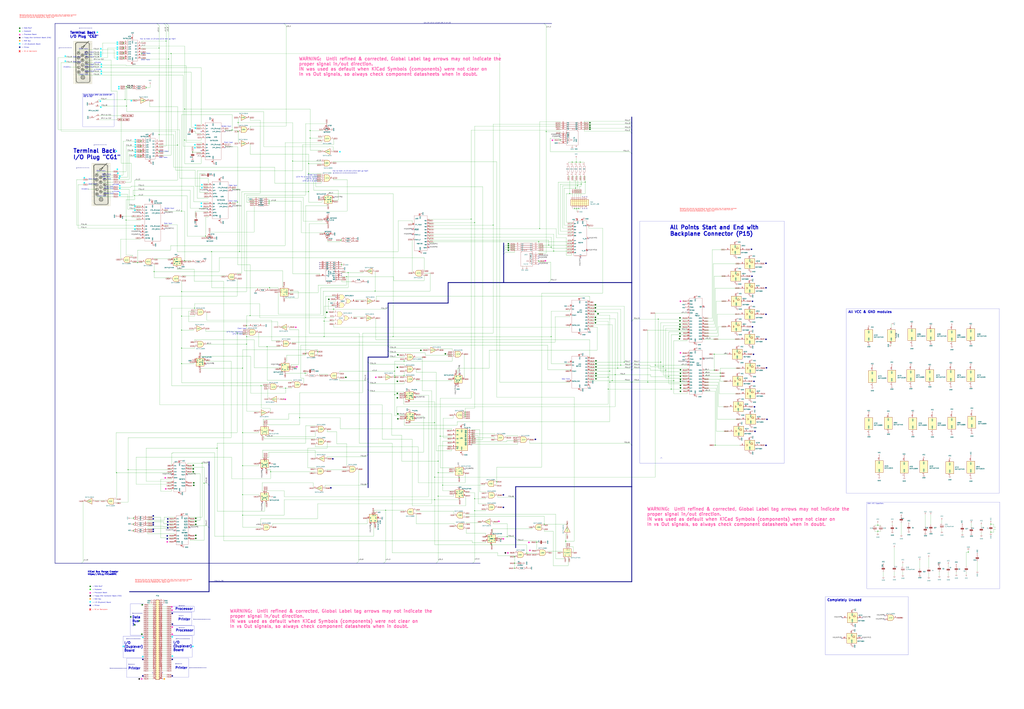
<source format=kicad_sch>
(kicad_sch (version 20230121) (generator eeschema)
  (paper "User" 1300 899.998)
  (junction (at 343.535 598.805))
  (junction (at 268.605 319.405))
  (junction (at 234.315 138.43))
  (junction (at 685.165 290.195))
  (junction (at 476.25 369.57))
  (junction (at 590.55 523.24))
  (junction (at 179.07 191.77))
  (junction (at 733.425 235.585))
  (junction (at 730.885 238.76))
  (junction (at 914.4 477.52))
  (junction (at 734.695 264.795))
  (junction (at 774.065 485.14))
  (junction (at 643.89 681.355))
  (junction (at 411.48 427.355))
  (junction (at 835.66 405.13))
  (junction (at 423.545 392.43))
  (junction (at 174.625 333.375))
  (junction (at 201.93 60.96))
  (junction (at 737.87 233.68))
  (junction (at 582.93 605.79))
  (junction (at 513.08 458.47))
  (junction (at 558.8 553.72))
  (junction (at 362.585 492.76))
  (junction (at 307.975 628.015))
  (junction (at 147.955 600.075))
  (junction (at 1229.3191 700.9154))
  (junction (at 234.315 330.835))
  (junction (at 230.505 441.96))
  (junction (at 230.505 370.205))
  (junction (at 630.555 611.505))
  (junction (at 256.54 588.01))
  (junction (at 440.055 351.155))
  (junction (at 772.16 478.79))
  (junction (at 213.995 74.93))
  (junction (at 179.07 198.12))
  (junction (at 693.42 167.005))
  (junction (at 195.58 344.805))
  (junction (at 501.015 476.885))
  (junction (at 699.77 427.355))
  (junction (at 845.185 469.9))
  (junction (at 683.895 306.705))
  (junction (at 561.975 615.95))
  (junction (at 169.545 657.86))
  (junction (at 499.11 427.355))
  (junction (at 556.26 600.075))
  (junction (at 156.845 54.61))
  (junction (at 433.07 304.8))
  (junction (at 1114.425 666.75))
  (junction (at 301.625 256.54))
  (junction (at 551.815 605.79))
  (junction (at 247.015 391.16))
  (junction (at 668.655 702.31))
  (junction (at 341.63 255.27))
  (junction (at 403.225 446.405))
  (junction (at 788.035 463.55))
  (junction (at 158.75 126.365))
  (junction (at 513.08 476.885))
  (junction (at 294.64 165.1))
  (junction (at 371.475 204.47))
  (junction (at 802.005 617.855))
  (junction (at 781.05 475.615))
  (junction (at 230.505 461.645))
  (junction (at 317.5 400.685))
  (junction (at 391.795 243.205))
  (junction (at 729.615 264.795))
  (junction (at 393.7 165.735))
  (junction (at 784.225 467.36))
  (junction (at 590.55 525.78))
  (junction (at 210.82 52.07))
  (junction (at 653.415 706.755))
  (junction (at 307.975 549.275))
  (junction (at 906.78 469.9))
  (junction (at 653.415 715.01))
  (junction (at 718.185 687.07))
  (junction (at 777.24 483.235))
  (junction (at 313.055 413.385))
  (junction (at 802.005 358.775))
  (junction (at 391.795 207.645))
  (junction (at 185.42 111.125))
  (junction (at 1114.425 674.37))
  (junction (at 590.55 528.32))
  (junction (at 391.795 220.345))
  (junction (at 774.065 471.17))
  (junction (at 230.505 419.1))
  (junction (at 690.88 665.48))
  (junction (at 387.35 473.71))
  (junction (at 230.505 267.97))
  (junction (at 736.6 205.74))
  (junction (at 711.2 177.8))
  (junction (at 551.815 536.575))
  (junction (at 501.015 471.17))
  (junction (at 265.43 738.505))
  (junction (at 681.355 688.34))
  (junction (at 393.7 175.26))
  (junction (at 653.415 721.36))
  (junction (at 792.48 459.74))
  (junction (at 831.85 463.55))
  (junction (at 217.17 67.945))
  (junction (at 307.975 591.185))
  (junction (at 1257.8941 675.5154))
  (junction (at 441.96 346.075))
  (junction (at 742.95 231.14))
  (junction (at 160.655 134.62))
  (junction (at 160.02 279.4))
  (junction (at 179.07 185.42))
  (junction (at 313.055 436.88))
  (junction (at 822.325 485.14))
  (junction (at 179.705 67.945))
  (junction (at 304.165 319.405))
  (junction (at 411.48 407.67))
  (junction (at 169.545 665.48))
  (junction (at 331.47 489.585))
  (junction (at 602.615 648.335))
  (junction (at 501.015 501.015))
  (junction (at 341.63 257.81))
  (junction (at 731.52 205.74))
  (junction (at 225.425 184.15))
  (junction (at 387.985 448.945))
  (junction (at 639.445 358.775))
  (junction (at 160.655 109.855))
  (junction (at 156.845 73.66))
  (junction (at 342.265 365.125))
  (junction (at 723.265 245.745))
  (junction (at 598.17 278.13))
  (junction (at 156.845 67.31))
  (junction (at 260.985 299.72))
  (junction (at 838.835 459.74))
  (junction (at 156.845 60.96))
  (junction (at 300.99 422.91))
  (junction (at 626.11 285.75))
  (junction (at 624.205 691.515))
  (junction (at 602.615 633.095))
  (junction (at 551.815 634.365))
  (junction (at 302.26 167.005))
  (junction (at 313.055 427.355))
  (junction (at 244.475 193.04))
  (junction (at 702.945 318.77))
  (junction (at 230.505 401.32))
  (junction (at 162.56 596.265))
  (junction (at 179.07 179.07))
  (junction (at 842.01 465.455))
  (junction (at 848.995 478.155))
  (junction (at 307.975 654.05))
  (junction (at 908.05 565.15))
  (junction (at 302.26 155.575))
  (junction (at 556.26 629.92))
  (junction (at 275.59 568.96))
  (junction (at 852.17 494.03))
  (junction (at 489.585 647.7))
  (junction (at 307.975 467.36))
  (junction (at 602.615 282.575))
  (junction (at 433.705 335.915))
  (junction (at 501.015 478.79))
  (junction (at 259.08 613.41))
  (junction (at 914.4 473.71))
  (junction (at 1257.8941 665.3554))
  (junction (at 906.78 449.58))
  (junction (at 169.545 673.735))
  (junction (at 732.155 264.795))
  (junction (at 696.595 311.15))
  (junction (at 855.345 483.235))
  (junction (at 201.93 192.405))
  (junction (at 380.365 530.225))
  (junction (at 339.09 440.055))
  (junction (at 170.815 248.285))
  (junction (at 556.26 585.47))
  (junction (at 726.44 205.74))
  (junction (at 772.16 494.03))
  (junction (at 413.385 403.225))
  (junction (at 234.315 177.8))
  (junction (at 201.93 170.815))
  (junction (at 699.77 313.69))
  (junction (at 683.895 331.47))
  (no_connect (at 143.51 243.205))
  (no_connect (at 255.27 191.135))
  (no_connect (at 744.855 264.795))
  (no_connect (at 523.24 297.815))
  (no_connect (at 598.805 564.515))
  (no_connect (at 206.375 767.715))
  (no_connect (at 264.16 266.065))
  (no_connect (at 294.64 262.255))
  (no_connect (at 894.08 455.93))
  (no_connect (at 872.49 393.7))
  (no_connect (at 471.17 665.48))
  (no_connect (at 220.98 673.735))
  (no_connect (at 1068.705 810.26))
  (no_connect (at 1094.105 810.26))
  (no_connect (at 241.3 669.925))
  (no_connect (at 1069.34 784.225))
  (no_connect (at 1094.74 784.225))
  (no_connect (at 590.55 595.63))
  (no_connect (at 711.2 173.99))
  (no_connect (at 208.915 270.51))
  (no_connect (at 737.235 327.025))
  (no_connect (at 208.915 290.83))
  (no_connect (at 426.085 389.89))
  (no_connect (at 426.085 377.19))
  (no_connect (at 527.685 504.825))
  (no_connect (at 683.895 325.12))
  (no_connect (at 683.895 327.66))
  (no_connect (at 711.2 171.45))
  (no_connect (at 747.395 302.895))
  (no_connect (at 746.125 318.135))
  (no_connect (at 683.895 335.28))
  (no_connect (at 528.32 531.495))
  (no_connect (at 261.62 462.28))
  (no_connect (at 354.33 463.55))
  (no_connect (at 178.435 294.64))
  (no_connect (at 217.805 602.615))
  (no_connect (at 238.125 602.615))
  (no_connect (at 523.24 291.465))
  (no_connect (at 333.375 596.265))
  (no_connect (at 333.375 638.175))
  (no_connect (at 544.83 314.325))
  (no_connect (at 544.83 310.515))
  (no_connect (at 178.435 270.51))
  (no_connect (at 178.435 298.45))
  (no_connect (at 1123.315 781.685))
  (no_connect (at 1123.315 786.765))
  (no_connect (at 742.315 249.555))
  (no_connect (at 120.396 79.375))
  (no_connect (at 739.775 249.555))
  (no_connect (at 285.75 187.325))
  (no_connect (at 143.51 234.315))
  (no_connect (at 285.75 167.005))
  (no_connect (at 111.76 240.03))
  (no_connect (at 88.646 85.09))
  (no_connect (at 193.675 854.075))
  (no_connect (at 206.375 854.075))
  (no_connect (at 206.375 861.695))
  (no_connect (at 294.64 241.935))
  (no_connect (at 264.16 241.935))
  (no_connect (at 744.855 249.555))
  (no_connect (at 872.49 459.74))
  (no_connect (at 894.08 389.89))
  (no_connect (at 255.27 167.005))
  (no_connect (at 120.396 88.265))
  (no_connect (at 742.315 264.795))
  (no_connect (at 217.17 334.645))
  (no_connect (at 433.705 349.885))
  (no_connect (at 433.705 347.345))
  (no_connect (at 405.765 340.995))
  (no_connect (at 405.765 338.455))
  (no_connect (at 405.765 335.915))
  (no_connect (at 405.765 333.375))
  (no_connect (at 579.12 488.95))
  (no_connect (at 584.2 473.71))
  (no_connect (at 424.18 250.825))
  (no_connect (at 739.775 264.795))
  (bus_entry (at 467.36 494.665) (size 2.54 2.54))
  (bus_entry (at 696.595 358.775) (size 2.54 -2.54))
  (bus_entry (at 799.465 153.67) (size 2.54 2.54))
  (bus_entry (at 103.505 715.01) (size 2.54 -2.54))
  (bus_entry (at 799.465 166.37) (size 2.54 2.54))
  (bus_entry (at 487.045 715.01) (size 2.54 -2.54))
  (bus_entry (at 799.465 162.56) (size 2.54 2.54))
  (bus_entry (at 262.89 588.01) (size 2.54 2.54))
  (bus_entry (at 799.465 157.48) (size 2.54 2.54))
  (bus_entry (at 802.005 466.09) (size 2.54 -2.54))
  (bus_entry (at 639.445 313.69) (size 2.54 -2.54))
  (bus_entry (at 262.89 667.385) (size 2.54 2.54))
  (bus_entry (at 492.76 445.135) (size 2.54 2.54))
  (bus_entry (at 199.39 29.845) (size 2.54 2.54))
  (bus_entry (at 802.005 469.9) (size 2.54 -2.54))
  (bus_entry (at 492.76 450.85) (size 2.54 2.54))
  (bus_entry (at 652.145 681.355) (size 2.54 2.54))
  (bus_entry (at 208.28 29.845) (size 2.54 2.54))
  (bus_entry (at 799.465 562.61) (size 2.54 2.54))
  (bus_entry (at 802.005 462.28) (size 2.54 -2.54))
  (bus_entry (at 690.88 29.845) (size 2.54 2.54))
  (bus_entry (at 464.82 483.235) (size 2.54 -2.54))
  (bus_entry (at 464.82 579.755) (size 2.54 -2.54))
  (bus_entry (at 211.455 29.845) (size 2.54 2.54))
  (bus_entry (at 464.82 615.95) (size 2.54 -2.54))
  (bus_entry (at 492.76 439.42) (size 2.54 2.54))
  (bus_entry (at 639.445 318.77) (size 2.54 -2.54))
  (bus_entry (at 262.89 613.41) (size 2.54 2.54))
  (bus_entry (at 652.145 631.19) (size 2.54 2.54))
  (bus_entry (at 600.075 715.01) (size 2.54 -2.54))
  (bus_entry (at 799.465 467.36) (size 2.54 2.54))
  (bus_entry (at 490.22 392.43) (size 2.54 -2.54))
  (bus_entry (at 799.465 459.74) (size 2.54 2.54))
  (bus_entry (at 802.005 485.775) (size 2.54 -2.54))
  (bus_entry (at 802.005 407.67) (size 2.54 -2.54))
  (bus_entry (at 467.36 484.505) (size 2.54 2.54))
  (bus_entry (at 799.465 483.235) (size 2.54 2.54))
  (bus_entry (at 467.36 459.74) (size 2.54 2.54))
  (bus_entry (at 452.755 715.01) (size 2.54 -2.54))
  (bus_entry (at 657.225 686.435) (size -2.54 -2.54))
  (bus_entry (at 639.445 316.23) (size 2.54 -2.54))
  (bus_entry (at 639.445 322.58) (size 2.54 -2.54))
  (bus_entry (at 553.72 715.01) (size 2.54 -2.54))
  (bus_entry (at 799.465 463.55) (size 2.54 2.54))
  (bus_entry (at 360.68 29.845) (size 2.54 2.54))
  (bus_entry (at 799.465 192.405) (size 2.54 2.54))
  (wire (pts (xy 602.615 282.575) (xy 602.615 160.02)))
  (wire (pts (xy 255.27 183.515) (xy 255.27 180.34)))
  (wire (pts (xy 178.435 274.32) (xy 178.435 275.59)))
  (wire (pts (xy 188.595 772.795) (xy 193.675 772.795)))
  (wire (pts (xy 732.155 245.745) (xy 732.155 249.555)))
  (wire (pts (xy 544.83 304.8) (xy 696.595 304.8)))
  (wire (pts (xy 106.426 76.2) (xy 131.953 76.2)))
  (wire (pts (xy 380.365 530.225) (xy 380.365 498.475)))
  (wire (pts (xy 831.85 605.79) (xy 582.93 605.79)))
  (wire (pts (xy 380.365 539.115) (xy 380.365 530.225)))
  (wire (pts (xy 220.98 677.545) (xy 220.98 680.085)))
  (wire (pts (xy 825.5 465.455) (xy 842.01 465.455)))
  (wire (pts (xy 610.87 663.575) (xy 610.87 662.305)))
  (wire (pts (xy 188.595 785.495) (xy 193.675 785.495)))
  (wire (pts (xy 626.11 285.75) (xy 626.11 157.48)))
  (wire (pts (xy 230.505 419.1) (xy 245.745 419.1)))
  (wire (pts (xy 872.49 432.435) (xy 872.49 430.53)))
  (wire (pts (xy 422.91 186.055) (xy 334.645 186.055)))
  (wire (pts (xy 220.98 668.655) (xy 220.98 669.925)))
  (wire (pts (xy 748.665 388.62) (xy 792.48 388.62)))
  (wire (pts (xy 314.96 250.19) (xy 384.81 250.19)))
  (wire (pts (xy 370.84 434.34) (xy 704.85 434.34)))
  (wire (pts (xy 399.415 600.71) (xy 399.415 598.805)))
  (wire (pts (xy 556.26 565.785) (xy 573.405 565.785)))
  (wire (pts (xy 99.695 95.25) (xy 232.41 95.25)))
  (wire (pts (xy 317.5 164.465) (xy 317.5 160.02)))
  (wire (pts (xy 591.82 670.56) (xy 591.82 676.91)))
  (wire (pts (xy 748.665 467.36) (xy 784.225 467.36)))
  (wire (pts (xy 169.545 666.75) (xy 169.545 665.48)))
  (wire (pts (xy 188.595 851.535) (xy 193.675 851.535)))
  (wire (pts (xy 748.665 481.33) (xy 748.665 483.235)))
  (wire (pts (xy 729.615 264.795) (xy 727.075 264.795)))
  (wire (pts (xy 179.07 185.42) (xy 179.07 186.69)))
  (wire (pts (xy 415.29 568.96) (xy 390.525 568.96)))
  (wire (pts (xy 335.915 622.935) (xy 332.74 622.935)))
  (wire (pts (xy 206.375 770.255) (xy 211.455 770.255)))
  (wire (pts (xy 217.805 610.87) (xy 185.42 610.87)))
  (wire (pts (xy 1226.7791 700.9154) (xy 1229.3191 700.9154)))
  (wire (pts (xy 272.415 680.72) (xy 474.345 680.72)))
  (wire (pts (xy 631.825 628.65) (xy 631.825 631.19)))
  (wire (pts (xy 317.5 195.58) (xy 391.795 195.58)))
  (wire (pts (xy 340.995 581.025) (xy 338.455 581.025)))
  (wire (pts (xy 440.055 351.155) (xy 440.055 361.95)))
  (wire (pts (xy 222.885 166.37) (xy 77.47 166.37)))
  (wire (pts (xy 355.6 432.435) (xy 355.6 433.705)))
  (wire (pts (xy 188.595 846.455) (xy 193.675 846.455)))
  (wire (pts (xy 408.305 173.355) (xy 408.305 175.26)))
  (wire (pts (xy 408.305 175.26) (xy 393.7 175.26)))
  (wire (pts (xy 772.16 478.79) (xy 748.665 478.79)))
  (wire (pts (xy 160.655 141.605) (xy 160.655 134.62)))
  (wire (pts (xy 77.47 166.37) (xy 77.47 79.375)))
  (wire (pts (xy 872.49 496.57) (xy 872.49 499.745)))
  (wire (pts (xy 1240.7491 712.3454) (xy 1240.7491 725.0454)))
  (wire (pts (xy 391.795 220.345) (xy 407.67 220.345)))
  (wire (pts (xy 134.62 227.965) (xy 143.51 227.965)))
  (wire (pts (xy 1221.74 677.545) (xy 1221.74 675.005)))
  (wire (pts (xy 380.365 539.115) (xy 338.455 539.115)))
  (wire (pts (xy 247.65 275.59) (xy 248.92 275.59)))
  (wire (pts (xy 723.265 461.645) (xy 699.77 461.645)))
  (wire (pts (xy 747.395 289.56) (xy 747.395 286.385)))
  (wire (pts (xy 203.835 682.625) (xy 220.98 682.625)))
  (wire (pts (xy 712.47 699.77) (xy 712.47 701.675)))
  (wire (pts (xy 598.805 563.88) (xy 657.225 563.88)))
  (wire (pts (xy 910.59 532.13) (xy 940.435 532.13)))
  (wire (pts (xy 716.28 285.75) (xy 716.28 238.76)))
  (wire (pts (xy 544.83 307.975) (xy 544.83 306.705)))
  (wire (pts (xy 247.65 236.22) (xy 247.65 215.9)))
  (wire (pts (xy 169.545 675.005) (xy 169.545 673.735)))
  (wire (pts (xy 423.545 392.43) (xy 423.545 396.24)))
  (wire (pts (xy 683.895 318.77) (xy 702.945 318.77)))
  (wire (pts (xy 208.28 656.59) (xy 208.28 660.4)))
  (wire (pts (xy 384.81 250.19) (xy 384.81 280.67)))
  (wire (pts (xy 476.25 369.57) (xy 410.21 369.57)))
  (wire (pts (xy 247.015 434.34) (xy 247.015 431.165)))
  (wire (pts (xy 905.51 407.67) (xy 905.51 334.645)))
  (wire (pts (xy 544.83 291.465) (xy 544.83 290.195)))
  (wire (pts (xy 201.93 170.815) (xy 220.345 170.815)))
  (wire (pts (xy 313.055 267.97) (xy 440.69 267.97)))
  (wire (pts (xy 318.135 499.11) (xy 362.585 499.11)))
  (wire (pts (xy 111.506 79.375) (xy 120.396 79.375)))
  (wire (pts (xy 230.505 145.415) (xy 230.505 267.97)))
  (wire (pts (xy 201.93 170.815) (xy 201.93 179.07)))
  (wire (pts (xy 894.08 481.33) (xy 913.13 481.33)))
  (wire (pts (xy 172.72 580.39) (xy 172.72 614.68)))
  (wire (pts (xy 134.62 222.25) (xy 143.51 222.25)))
  (wire (pts (xy 591.82 665.48) (xy 591.82 663.575)))
  (wire (pts (xy 125.73 146.685) (xy 153.67 146.685)))
  (wire (pts (xy 765.175 289.56) (xy 747.395 289.56)))
  (wire (pts (xy 300.99 375.92) (xy 202.565 375.92)))
  (wire (pts (xy 501.015 476.885) (xy 513.08 476.885)))
  (wire (pts (xy 306.705 243.205) (xy 391.795 243.205)))
  (wire (pts (xy 653.415 721.36) (xy 653.415 721.4108)))
  (wire (pts (xy 147.955 600.075) (xy 217.805 600.075)))
  (polyline (pts (xy 181.61 835.025) (xy 156.21 835.025)))
  (wire (pts (xy 244.475 192.405) (xy 244.475 193.04)))
  (wire (pts (xy 268.605 319.405) (xy 304.165 319.405)))
  (wire (pts (xy 172.72 580.39) (xy 294.005 580.39)))
  (wire (pts (xy 307.975 443.865) (xy 403.225 443.865)))
  (wire (pts (xy 424.18 254) (xy 424.18 255.905)))
  (wire (pts (xy 718.82 245.745) (xy 718.82 281.94)))
  (wire (pts (xy 369.57 462.915) (xy 379.095 462.915)))
  (wire (pts (xy 304.165 240.03) (xy 294.64 240.03)))
  (wire (pts (xy 838.835 471.805) (xy 872.49 471.805)))
  (wire (pts (xy 328.295 440.055) (xy 339.09 440.055)))
  (wire (pts (xy 730.885 238.76) (xy 730.885 229.235)))
  (wire (pts (xy 904.24 403.86) (xy 904.24 316.865)))
  (wire (pts (xy 427.355 563.245) (xy 440.055 563.245)))
  (wire (pts (xy 335.915 638.175) (xy 335.915 648.97)))
  (wire (pts (xy 206.375 793.115) (xy 211.455 793.115)))
  (wire (pts (xy 1195.705 671.83) (xy 1195.705 674.37)))
  (wire (pts (xy 422.91 192.405) (xy 422.91 186.055)))
  (wire (pts (xy 379.095 462.915) (xy 379.095 418.465)))
  (wire (pts (xy 381.635 438.15) (xy 381.635 480.06)))
  (wire (pts (xy 272.415 574.675) (xy 272.415 680.72)))
  (wire (pts (xy 501.015 501.015) (xy 501.015 478.79)))
  (wire (pts (xy 440.055 351.155) (xy 433.705 351.155)))
  (polyline (pts (xy 217.678 777.113) (xy 243.586 777.113)))
  (wire (pts (xy 913.13 481.33) (xy 913.13 499.745)))
  (wire (pts (xy 368.3 368.3) (xy 368.3 369.57)))
  (wire (pts (xy 179.705 60.96) (xy 179.705 62.23)))
  (wire (pts (xy 598.805 550.545) (xy 628.015 550.545)))
  (wire (pts (xy 206.375 813.435) (xy 211.455 813.435)))
  (wire (pts (xy 360.68 363.22) (xy 358.775 363.22)))
  (wire (pts (xy 910.59 422.91) (xy 910.59 398.78)))
  (wire (pts (xy 718.185 687.07) (xy 718.185 694.055)))
  (wire (pts (xy 398.145 241.3) (xy 429.26 241.3)))
  (wire (pts (xy 909.32 419.1) (xy 909.32 382.27)))
  (wire (pts (xy 653.415 314.96) (xy 653.415 316.23)))
  (wire (pts (xy 203.835 623.57) (xy 217.805 623.57)))
  (wire (pts (xy 608.965 624.205) (xy 608.965 545.465)))
  (wire (pts (xy 384.81 280.67) (xy 408.94 280.67)))
  (wire (pts (xy 302.26 155.575) (xy 302.26 161.925)))
  (wire (pts (xy 391.795 207.645) (xy 407.67 207.645)))
  (wire (pts (xy 721.36 223.52) (xy 723.265 223.52)))
  (wire (pts (xy 207.645 664.845) (xy 207.645 662.305)))
  (wire (pts (xy 188.595 770.255) (xy 193.675 770.255)))
  (wire (pts (xy 415.29 548.005) (xy 427.355 548.005)))
  (polyline (pts (xy 243.84 807.085) (xy 243.84 834.39)))
  (wire (pts (xy 342.265 365.125) (xy 353.06 365.125)))
  (wire (pts (xy 206.375 833.755) (xy 211.455 833.755)))
  (wire (pts (xy 125.095 134.62) (xy 160.655 134.62)))
  (wire (pts (xy 263.525 267.97) (xy 247.65 267.97)))
  (wire (pts (xy 391.795 243.205) (xy 391.795 256.54)))
  (wire (pts (xy 562.61 530.86) (xy 575.31 530.86)))
  (wire (pts (xy 513.08 647.7) (xy 513.08 649.605)))
  (wire (pts (xy 208.915 285.115) (xy 224.79 285.115)))
  (wire (pts (xy 185.42 109.855) (xy 185.42 111.125)))
  (wire (pts (xy 246.38 341.63) (xy 224.79 341.63)))
  (wire (pts (xy 690.88 671.83) (xy 690.88 674.37)))
  (wire (pts (xy 341.63 255.27) (xy 341.63 257.81)))
  (wire (pts (xy 1174.75 653.415) (xy 1174.75 668.655)))
  (wire (pts (xy 261.62 458.47) (xy 293.37 458.47)))
  (wire (pts (xy 731.52 200.66) (xy 731.52 205.74)))
  (wire (pts (xy 129.54 243.205) (xy 143.51 243.205)))
  (wire (pts (xy 748.665 392.43) (xy 748.665 391.16)))
  (wire (pts (xy 255.27 187.325) (xy 255.27 185.42)))
  (wire (pts (xy 723.265 245.745) (xy 727.075 245.745)))
  (wire (pts (xy 602.615 518.16) (xy 590.55 518.16)))
  (wire (pts (xy 153.035 329.565) (xy 153.035 303.53)))
  (wire (pts (xy 513.08 531.495) (xy 513.08 539.75)))
  (wire (pts (xy 147.955 637.54) (xy 147.955 638.81)))
  (wire (pts (xy 512.445 501.015) (xy 501.015 501.015)))
  (wire (pts (xy 260.35 220.345) (xy 260.35 222.25)))
  (wire (pts (xy 906.78 565.15) (xy 908.05 565.15)))
  (wire (pts (xy 429.26 254) (xy 424.18 254)))
  (wire (pts (xy 201.93 60.96) (xy 201.93 170.815)))
  (wire (pts (xy 528.32 481.33) (xy 528.32 483.235)))
  (wire (pts (xy 792.48 388.62) (xy 792.48 459.74)))
  (wire (pts (xy 339.09 482.6) (xy 370.205 482.6)))
  (wire (pts (xy 748.665 458.47) (xy 748.665 459.74)))
  (wire (pts (xy 99.06 234.315) (xy 105.41 234.315)))
  (wire (pts (xy 206.375 856.615) (xy 211.455 856.615)))
  (wire (pts (xy 188.595 782.955) (xy 193.675 782.955)))
  (wire (pts (xy 631.825 705.485) (xy 653.415 705.485)))
  (bus (pts (xy 696.595 358.775) (xy 802.005 358.775)) (stroke (width 1)))
  (wire (pts (xy 158.75 109.855) (xy 160.655 109.855)))
  (wire (pts (xy 781.05 516.255) (xy 781.05 475.615)))
  (wire (pts (xy 333.375 571.5) (xy 400.05 571.5)))
  (wire (pts (xy 225.425 135.255) (xy 189.865 135.255)))
  (wire (pts (xy 187.325 675.005) (xy 187.325 677.545)))
  (wire (pts (xy 169.545 673.735) (xy 169.545 672.465)))
  (wire (pts (xy 313.055 422.91) (xy 300.99 422.91)))
  (wire (pts (xy 188.595 808.355) (xy 193.675 808.355)))
  (wire (pts (xy 574.04 450.85) (xy 539.75 450.85)))
  (wire (pts (xy 149.86 249.555) (xy 168.91 249.555)))
  (wire (pts (xy 729.615 245.745) (xy 729.615 249.555)))
  (wire (pts (xy 201.93 190.5) (xy 201.93 192.405)))
  (wire (pts (xy 589.28 449.58) (xy 589.28 481.33)))
  (wire (pts (xy 894.08 492.76) (xy 909.32 492.76)))
  (wire (pts (xy 206.375 826.135) (xy 211.455 826.135)))
  (wire (pts (xy 725.805 299.085) (xy 725.805 297.18)))
  (wire (pts (xy 1132.84 664.21) (xy 1132.84 666.75)))
  (wire (pts (xy 693.42 32.385) (xy 693.42 167.005)))
  (wire (pts (xy 725.805 285.75) (xy 716.28 285.75)))
  (wire (pts (xy 188.595 826.135) (xy 193.675 826.135)))
  (wire (pts (xy 1114.425 674.37) (xy 1114.425 676.91)))
  (wire (pts (xy 322.58 255.27) (xy 322.58 254)))
  (wire (pts (xy 293.37 458.47) (xy 293.37 555.625)))
  (wire (pts (xy 615.315 614.045) (xy 615.315 615.95)))
  (wire (pts (xy 598.805 553.085) (xy 607.06 553.085)))
  (wire (pts (xy 804.545 467.36) (xy 825.5 467.36)))
  (wire (pts (xy 415.29 582.295) (xy 415.29 579.755)))
  (wire (pts (xy 412.75 619.76) (xy 412.75 615.95)))
  (wire (pts (xy 206.375 841.375) (xy 211.455 841.375)))
  (wire (pts (xy 149.86 217.805) (xy 160.02 217.805)))
  (wire (pts (xy 574.04 449.58) (xy 574.04 450.85)))
  (wire (pts (xy 909.32 547.37) (xy 925.195 547.37)))
  (wire (pts (xy 232.41 332.105) (xy 232.41 330.835)))
  (wire (pts (xy 653.415 320.04) (xy 653.415 317.5)))
  (wire (pts (xy 574.04 442.595) (xy 558.165 442.595)))
  (wire (pts (xy 361.95 180.975) (xy 408.305 180.975)))
  (wire (pts (xy 169.545 657.86) (xy 169.545 659.13)))
  (wire (pts (xy 748.665 459.74) (xy 792.48 459.74)))
  (wire (pts (xy 307.975 628.015) (xy 307.975 654.05)))
  (wire (pts (xy 264.16 251.46) (xy 264.16 249.555)))
  (wire (pts (xy 355.6 440.055) (xy 339.09 440.055)))
  (wire (pts (xy 260.985 302.26) (xy 260.985 299.72)))
  (wire (pts (xy 261.62 457.2) (xy 261.62 458.47)))
  (wire (pts (xy 407.035 398.78) (xy 353.06 398.78)))
  (wire (pts (xy 125.095 129.54) (xy 125.095 126.365)))
  (bus (pts (xy 487.045 715.01) (xy 553.72 715.01)) (stroke (width 0.5)))
  (bus (pts (xy 802.005 165.1) (xy 802.005 168.91)) (stroke (width 1)))
  (wire (pts (xy 179.705 58.42) (xy 234.315 58.42)))
  (wire (pts (xy 206.375 805.815) (xy 211.455 805.815)))
  (wire (pts (xy 431.165 483.235) (xy 464.82 483.235)))
  (wire (pts (xy 598.805 560.705) (xy 643.255 560.705)))
  (wire (pts (xy 643.89 664.845) (xy 643.89 681.355)))
  (wire (pts (xy 97.155 285.75) (xy 178.435 285.75)))
  (wire (pts (xy 285.75 165.1) (xy 285.75 163.195)))
  (wire (pts (xy 358.775 363.22) (xy 358.775 343.535)))
  (wire (pts (xy 188.595 856.615) (xy 193.675 856.615)))
  (wire (pts (xy 675.64 671.195) (xy 675.64 669.29)))
  (wire (pts (xy 774.065 400.05) (xy 748.665 400.05)))
  (wire (pts (xy 317.5 152.4) (xy 317.5 149.225)))
  (wire (pts (xy 725.805 289.56) (xy 714.375 289.56)))
  (bus (pts (xy 654.685 683.895) (xy 654.685 695.325)) (stroke (width 1)))
  (wire (pts (xy 408.305 178.435) (xy 408.305 180.975)))
  (wire (pts (xy 123.825 217.805) (xy 123.825 220.98)))
  (wire (pts (xy 509.905 552.45) (xy 509.905 585.47)))
  (wire (pts (xy 400.05 567.055) (xy 530.86 567.055)))
  (wire (pts (xy 411.48 427.355) (xy 313.055 427.355)))
  (wire (pts (xy 363.22 32.385) (xy 363.22 160.02)))
  (wire (pts (xy 461.645 401.955) (xy 461.645 403.86)))
  (wire (pts (xy 469.9 497.205) (xy 512.445 497.205)))
  (wire (pts (xy 207.645 668.02) (xy 207.645 668.655)))
  (wire (pts (xy 202.565 375.92) (xy 202.565 513.715)))
  (wire (pts (xy 831.85 397.51) (xy 872.49 397.51)))
  (wire (pts (xy 772.16 494.03) (xy 772.16 478.79)))
  (wire (pts (xy 683.895 313.69) (xy 699.77 313.69)))
  (wire (pts (xy 546.1 346.71) (xy 538.48 346.71)))
  (wire (pts (xy 201.93 32.385) (xy 201.93 60.96)))
  (bus (pts (xy 265.43 590.55) (xy 265.43 615.95)) (stroke (width 1)))
  (wire (pts (xy 758.19 444.5) (xy 621.03 444.5)))
  (wire (pts (xy 188.595 810.895) (xy 193.675 810.895)))
  (wire (pts (xy 558.165 442.595) (xy 558.165 444.5)))
  (wire (pts (xy 641.985 320.04) (xy 653.415 320.04)))
  (wire (pts (xy 894.08 411.48) (xy 906.78 411.48)))
  (wire (pts (xy 433.705 351.155) (xy 433.705 352.425)))
  (wire (pts (xy 906.78 350.52) (xy 921.385 350.52)))
  (wire (pts (xy 574.04 458.47) (xy 574.04 452.12)))
  (wire (pts (xy 630.555 611.505) (xy 630.555 593.09)))
  (wire (pts (xy 410.21 369.57) (xy 410.21 400.685)))
  (wire (pts (xy 246.38 461.645) (xy 246.38 459.74)))
  (wire (pts (xy 423.545 401.32) (xy 423.545 403.225)))
  (wire (pts (xy 340.36 252.73) (xy 341.63 252.73)))
  (wire (pts (xy 911.86 414.655) (xy 922.02 414.655)))
  (wire (pts (xy 387.985 448.945) (xy 387.985 450.85)))
  (wire (pts (xy 217.805 391.16) (xy 247.015 391.16)))
  (wire (pts (xy 247.65 168.91) (xy 255.27 168.91)))
  (wire (pts (xy 725.805 295.275) (xy 725.805 293.37)))
  (wire (pts (xy 185.42 568.96) (xy 275.59 568.96)))
  (wire (pts (xy 711.2 179.07) (xy 711.2 177.8)))
  (wire (pts (xy 255.27 185.42) (xy 232.41 185.42)))
  (wire (pts (xy 1179.1557 707.7778) (xy 1179.1557 720.4778)))
  (wire (pts (xy 693.42 321.31) (xy 683.895 321.31)))
  (wire (pts (xy 872.49 415.29) (xy 872.49 416.56)))
  (wire (pts (xy 512.445 513.08) (xy 772.16 513.08)))
  (wire (pts (xy 331.47 518.16) (xy 342.9 518.16)))
  (bus (pts (xy 168.275 777.875) (xy 168.275 779.145)))
  (wire (pts (xy 187.325 660.4) (xy 187.325 659.13)))
  (wire (pts (xy 451.485 380.365) (xy 462.28 380.365)))
  (wire (pts (xy 591.82 676.91) (xy 616.585 676.91)))
  (wire (pts (xy 725.805 287.655) (xy 725.805 285.75)))
  (wire (pts (xy 683.895 321.31) (xy 683.895 322.58)))
  (wire (pts (xy 230.505 401.32) (xy 230.505 419.1)))
  (wire (pts (xy 473.71 650.24) (xy 474.98 650.24)))
  (wire (pts (xy 156.21 222.25) (xy 156.21 179.07)))
  (wire (pts (xy 247.015 431.165) (xy 322.58 431.165)))
  (wire (pts (xy 256.54 656.59) (xy 241.3 656.59)))
  (bus (pts (xy 164.465 751.205) (xy 265.43 751.205)) (stroke (width 1)))
  (wire (pts (xy 343.535 598.805) (xy 343.535 607.695)))
  (wire (pts (xy 906.78 449.58) (xy 906.78 469.9)))
  (wire (pts (xy 748.03 375.92) (xy 477.52 375.92)))
  (wire (pts (xy 695.325 438.15) (xy 381.635 438.15)))
  (wire (pts (xy 185.42 610.87) (xy 185.42 568.96)))
  (wire (pts (xy 255.27 177.8) (xy 234.315 177.8)))
  (wire (pts (xy 247.015 394.97) (xy 239.395 394.97)))
  (wire (pts (xy 621.03 444.5) (xy 621.03 467.36)))
  (wire (pts (xy 260.985 420.37) (xy 300.99 420.37)))
  (wire (pts (xy 513.08 450.85) (xy 513.08 453.39)))
  (wire (pts (xy 241.3 666.115) (xy 241.3 667.385)))
  (wire (pts (xy 708.66 297.18) (xy 708.66 231.14)))
  (wire (pts (xy 207.645 668.655) (xy 220.98 668.655)))
  (wire (pts (xy 544.83 285.75) (xy 626.11 285.75)))
  (wire (pts (xy 737.235 245.745) (xy 742.95 245.745)))
  (wire (pts (xy 241.3 667.385) (xy 262.89 667.385)))
  (wire (pts (xy 201.93 186.69) (xy 201.93 185.42)))
  (wire (pts (xy 774.065 471.17) (xy 748.665 471.17)))
  (wire (pts (xy 520.7 536.575) (xy 551.815 536.575)))
  (wire (pts (xy 908.05 496.57) (xy 894.08 496.57)))
  (wire (pts (xy 188.595 780.415) (xy 193.675 780.415)))
  (wire (pts (xy 371.475 155.575) (xy 371.475 204.47)))
  (wire (pts (xy 322.58 260.35) (xy 322.58 294.64)))
  (wire (pts (xy 825.5 467.36) (xy 825.5 469.9)))
  (wire (pts (xy 602.615 648.335) (xy 602.615 633.095)))
  (wire (pts (xy 1114.425 664.21) (xy 1114.425 666.75)))
  (wire (pts (xy 513.08 455.93) (xy 513.08 458.47)))
  (wire (pts (xy 544.83 297.18) (xy 702.945 297.18)))
  (wire (pts (xy 553.72 572.135) (xy 573.405 572.135)))
  (wire (pts (xy 748.665 471.17) (xy 748.665 469.9)))
  (wire (pts (xy 872.49 403.86) (xy 872.49 405.13)))
  (wire (pts (xy 699.135 332.74) (xy 699.135 356.235)))
  (wire (pts (xy 466.09 664.845) (xy 466.09 657.86)))
  (wire (pts (xy 598.805 551.815) (xy 598.805 553.085)))
  (wire (pts (xy 523.24 557.53) (xy 523.24 641.985)))
  (wire (pts (xy 266.065 294.64) (xy 322.58 294.64)))
  (wire (pts (xy 382.27 255.27) (xy 341.63 255.27)))
  (wire (pts (xy 1192.53 725.805) (xy 1192.4891 730.7604)))
  (wire (pts (xy 314.96 254) (xy 314.96 250.19)))
  (wire (pts (xy 187.325 666.75) (xy 187.325 668.02)))
  (wire (pts (xy 742.95 231.14) (xy 742.95 223.52)))
  (wire (pts (xy 339.725 493.395) (xy 339.725 506.73)))
  (wire (pts (xy 641.985 311.15) (xy 653.415 311.15)))
  (bus (pts (xy 467.36 613.41) (xy 467.36 619.125)) (stroke (width 1)))
  (wire (pts (xy 894.08 488.95) (xy 910.59 488.95)))
  (wire (pts (xy 313.055 256.54) (xy 313.055 247.65)))
  (wire (pts (xy 217.17 67.945) (xy 634.365 67.945)))
  (wire (pts (xy 403.86 361.95) (xy 440.055 361.95)))
  (wire (pts (xy 195.58 328.295) (xy 217.17 328.295)))
  (wire (pts (xy 247.015 385.445) (xy 329.565 385.445)))
  (wire (pts (xy 583.565 634.365) (xy 551.815 634.365)))
  (wire (pts (xy 706.12 301.625) (xy 718.82 301.625)))
  (wire (pts (xy 668.655 704.215) (xy 668.655 702.31)))
  (bus (pts (xy 492.76 384.81) (xy 492.76 389.89)) (stroke (width 1)))
  (wire (pts (xy 448.945 403.86) (xy 448.945 401.955)))
  (wire (pts (xy 556.26 600.075) (xy 575.31 600.075)))
  (wire (pts (xy 872.49 416.56) (xy 845.185 416.56)))
  (wire (pts (xy 168.91 241.3) (xy 168.91 249.555)))
  (wire (pts (xy 726.44 205.74) (xy 721.36 205.74)))
  (wire (pts (xy 328.295 630.555) (xy 328.295 628.015)))
  (wire (pts (xy 300.99 348.615) (xy 300.99 346.71)))
  (wire (pts (xy 220.98 682.625) (xy 220.98 683.895)))
  (wire (pts (xy 575.31 595.63) (xy 575.31 593.725)))
  (polyline (pts (xy 156.21 807.72) (xy 156.21 835.025)))
  (wire (pts (xy 538.48 327.025) (xy 278.13 327.025)))
  (bus (pts (xy 654.685 617.855) (xy 802.005 617.855)) (stroke (width 1)))
  (wire (pts (xy 322.58 254) (xy 314.96 254)))
  (wire (pts (xy 576.58 664.845) (xy 528.32 664.845)))
  (wire (pts (xy 772.16 494.03) (xy 852.17 494.03)))
  (wire (pts (xy 1203.9191 716.5364) (xy 1203.9191 719.3304)))
  (wire (pts (xy 748.665 407.67) (xy 748.665 406.4)))
  (wire (pts (xy 616.585 686.435) (xy 616.585 688.975)))
  (wire (pts (xy 361.95 473.71) (xy 387.35 473.71)))
  (wire (pts (xy 381.635 480.06) (xy 385.445 480.06)))
  (bus (pts (xy 452.755 715.01) (xy 487.045 715.01)) (stroke (width 0.5)))
  (wire (pts (xy 344.805 432.435) (xy 355.6 432.435)))
  (wire (pts (xy 168.275 323.85) (xy 168.275 327.025)))
  (wire (pts (xy 781.05 475.615) (xy 826.135 475.615)))
  (wire (pts (xy 156.845 73.66) (xy 144.78 73.66)))
  (wire (pts (xy 208.915 287.02) (xy 208.915 285.115)))
  (wire (pts (xy 264.16 226.06) (xy 227.965 226.06)))
  (wire (pts (xy 725.805 281.94) (xy 725.805 283.845)))
  (wire (pts (xy 234.315 58.42) (xy 234.315 138.43)))
  (wire (pts (xy 339.09 440.055) (xy 339.09 482.6)))
  (wire (pts (xy 643.89 681.355) (xy 652.145 681.355)))
  (wire (pts (xy 558.8 593.725) (xy 558.8 553.72)))
  (wire (pts (xy 690.88 665.48) (xy 720.09 665.48)))
  (wire (pts (xy 845.185 469.9) (xy 845.185 480.06)))
  (wire (pts (xy 188.595 788.035) (xy 193.675 788.035)))
  (wire (pts (xy 548.005 495.935) (xy 548.005 639.445)))
  (wire (pts (xy 702.945 297.18) (xy 702.945 318.77)))
  (wire (pts (xy 294.005 607.695) (xy 343.535 607.695)))
  (wire (pts (xy 822.325 419.1) (xy 822.325 485.14)))
  (wire (pts (xy 206.375 815.975) (xy 211.455 815.975)))
  (wire (pts (xy 408.94 280.67) (xy 408.94 278.765)))
  (wire (pts (xy 804.545 405.13) (xy 835.66 405.13)))
  (wire (pts (xy 774.065 471.17) (xy 774.065 400.05)))
  (wire (pts (xy 301.625 256.54) (xy 301.625 186.055)))
  (wire (pts (xy 523.24 304.165) (xy 523.24 346.71)))
  (wire (pts (xy 411.48 388.62) (xy 411.48 407.67)))
  (wire (pts (xy 387.35 473.71) (xy 389.89 473.71)))
  (wire (pts (xy 852.17 494.03) (xy 872.49 494.03)))
  (wire (pts (xy 370.205 492.76) (xy 370.205 490.855)))
  (wire (pts (xy 259.08 613.41) (xy 259.08 685.8)))
  (bus (pts (xy 492.76 450.85) (xy 492.76 453.39)) (stroke (width 1)))
  (wire (pts (xy 774.065 485.14) (xy 774.065 471.17)))
  (wire (pts (xy 136.525 73.025) (xy 136.525 60.96)))
  (wire (pts (xy 105.41 712.47) (xy 106.045 712.47)))
  (wire (pts (xy 208.28 660.4) (xy 187.325 660.4)))
  (wire (pts (xy 440.055 596.265) (xy 414.655 596.265)))
  (wire (pts (xy 501.015 527.685) (xy 501.015 501.015)))
  (wire (pts (xy 872.49 499.745) (xy 855.345 499.745)))
  (wire (pts (xy 217.805 623.57) (xy 217.805 620.395)))
  (wire (pts (xy 247.65 267.97) (xy 247.65 275.59)))
  (wire (pts (xy 544.83 300.99) (xy 699.77 300.99)))
  (wire (pts (xy 590.55 528.32) (xy 590.55 530.86)))
  (wire (pts (xy 188.595 793.115) (xy 193.675 793.115)))
  (wire (pts (xy 397.51 612.775) (xy 397.51 619.76)))
  (wire (pts (xy 624.205 691.515) (xy 668.655 691.515)))
  (polyline (pts (xy 246.38 776.605) (xy 217.678 776.605)))
  (wire (pts (xy 758.19 415.29) (xy 758.19 444.5)))
  (wire (pts (xy 238.125 593.09) (xy 259.08 593.09)))
  (wire (pts (xy 872.49 409.575) (xy 838.835 409.575)))
  (wire (pts (xy 579.12 473.71) (xy 581.025 473.71)))
  (wire (pts (xy 136.525 60.96) (xy 156.845 60.96)))
  (wire (pts (xy 537.845 574.04) (xy 340.995 574.04)))
  (wire (pts (xy 327.66 521.97) (xy 327.66 523.875)))
  (wire (pts (xy 242.57 161.29) (xy 242.57 91.44)))
  (wire (pts (xy 300.99 346.71) (xy 306.705 346.71)))
  (wire (pts (xy 294.005 607.695) (xy 294.005 580.39)))
  (wire (pts (xy 352.425 408.305) (xy 352.425 415.29)))
  (wire (pts (xy 160.02 279.4) (xy 160.02 323.85)))
  (wire (pts (xy 411.48 427.355) (xy 499.11 427.355)))
  (wire (pts (xy 1131.57 410.845) (xy 1131.57 415.925)))
  (wire (pts (xy 643.255 560.705) (xy 643.255 559.435)))
  (wire (pts (xy 201.93 196.85) (xy 217.17 196.85)))
  (bus (pts (xy 208.28 29.845) (xy 211.455 29.845)) (stroke (width 0.5)))
  (wire (pts (xy 696.595 701.675) (xy 696.595 699.77)))
  (wire (pts (xy 407.035 365.125) (xy 407.035 398.78)))
  (wire (pts (xy 188.595 795.655) (xy 193.675 795.655)))
  (wire (pts (xy 657.225 553.085) (xy 657.225 555.625)))
  (wire (pts (xy 134.62 240.03) (xy 143.51 240.03)))
  (wire (pts (xy 699.77 313.69) (xy 699.77 314.96)))
  (wire (pts (xy 1264.2441 671.7054) (xy 1261.7041 671.7054)))
  (wire (pts (xy 845.185 480.06) (xy 872.49 480.06)))
  (wire (pts (xy 179.07 190.5) (xy 179.07 191.77)))
  (wire (pts (xy 528.32 648.97) (xy 528.32 647.065)))
  (wire (pts (xy 306.705 243.205) (xy 306.705 346.71)))
  (bus (pts (xy 802.005 160.02) (xy 802.005 165.1)) (stroke (width 1)))
  (wire (pts (xy 748.665 415.29) (xy 758.19 415.29)))
  (wire (pts (xy 630.555 593.09) (xy 687.705 593.09)))
  (wire (pts (xy 132.715 635) (xy 132.715 636.27)))
  (wire (pts (xy 322.58 466.725) (xy 354.33 466.725)))
  (wire (pts (xy 147.32 600.075) (xy 147.955 600.075)))
  (wire (pts (xy 400.685 236.855) (xy 400.685 228.6)))
  (wire (pts (xy 206.375 838.835) (xy 211.455 838.835)))
  (wire (pts (xy 156.845 73.66) (xy 156.845 74.93)))
  (wire (pts (xy 723.265 412.75) (xy 723.265 415.29)))
  (wire (pts (xy 230.505 370.205) (xy 313.055 370.205)))
  (wire (pts (xy 179.07 191.77) (xy 179.07 193.04)))
  (wire (pts (xy 415.29 560.705) (xy 415.29 568.96)))
  (polyline (pts (xy 246.38 794.385) (xy 246.38 806.45)))
  (wire (pts (xy 528.32 664.845) (xy 528.32 652.145)))
  (wire (pts (xy 340.36 255.27) (xy 341.63 255.27)))
  (wire (pts (xy 825.5 469.9) (xy 845.185 469.9)))
  (wire (pts (xy 748.665 431.165) (xy 476.885 431.165)))
  (wire (pts (xy 573.405 546.735) (xy 573.405 544.195)))
  (wire (pts (xy 573.405 565.785) (xy 573.405 567.055)))
  (wire (pts (xy 230.505 461.645) (xy 246.38 461.645)))
  (wire (pts (xy 322.58 256.54) (xy 313.055 256.54)))
  (wire (pts (xy 407.67 224.79) (xy 407.67 223.52)))
  (bus (pts (xy 222.885 842.01) (xy 222.885 843.28)))
  (wire (pts (xy 748.665 394.97) (xy 748.665 396.875)))
  (wire (pts (xy 387.985 247.65) (xy 387.985 156.845)))
  (wire (pts (xy 293.37 555.625) (xy 162.56 555.625)))
  (wire (pts (xy 838.835 459.74) (xy 838.835 471.805)))
  (wire (pts (xy 427.355 548.005) (xy 427.355 563.245)))
  (wire (pts (xy 411.48 407.67) (xy 423.545 407.67)))
  (wire (pts (xy 908.05 565.15) (xy 939.165 565.15)))
  (bus (pts (xy 600.075 715.01) (xy 609.6 715.01)) (stroke (width 0.5)))
  (wire (pts (xy 307.975 467.36) (xy 254 467.36)))
  (wire (pts (xy 206.375 851.535) (xy 211.455 851.535)))
  (wire (pts (xy 774.065 485.14) (xy 822.325 485.14)))
  (wire (pts (xy 328.295 421.64) (xy 328.295 440.055)))
  (wire (pts (xy 123.19 248.285) (xy 123.19 249.555)))
  (wire (pts (xy 575.945 654.05) (xy 575.945 648.97)))
  (wire (pts (xy 156.845 67.31) (xy 156.845 68.58)))
  (wire (pts (xy 188.595 859.155) (xy 193.675 859.155)))
  (wire (pts (xy 188.595 836.295) (xy 193.675 836.295)))
  (wire (pts (xy 433.07 302.9458) (xy 433.07 304.8)))
  (wire (pts (xy 206.375 846.455) (xy 211.455 846.455)))
  (wire (pts (xy 341.63 260.35) (xy 341.63 257.81)))
  (wire (pts (xy 431.8 306.705) (xy 431.8 304.8)))
  (wire (pts (xy 343.535 598.805) (xy 343.535 596.265)))
  (wire (pts (xy 792.48 459.74) (xy 799.465 459.74)))
  (wire (pts (xy 368.3 373.38) (xy 368.3 371.475)))
  (wire (pts (xy 227.965 226.06) (xy 227.965 164.465)))
  (wire (pts (xy 213.995 74.93) (xy 213.995 192.405)))
  (wire (pts (xy 461.01 346.075) (xy 461.01 344.17)))
  (wire (pts (xy 255.27 163.195) (xy 255.27 161.29)))
  (wire (pts (xy 234.315 138.43) (xy 393.7 138.43)))
  (wire (pts (xy 385.445 480.06) (xy 385.445 488.315)))
  (wire (pts (xy 220.98 664.845) (xy 207.645 664.845)))
  (wire (pts (xy 431.8 544.195) (xy 431.8 530.225)))
  (wire (pts (xy 663.575 337.82) (xy 663.575 339.09)))
  (wire (pts (xy 685.165 331.47) (xy 685.165 332.74)))
  (bus (pts (xy 690.88 29.845) (xy 700.405 29.845)) (stroke (width 0.5)))
  (wire (pts (xy 208.915 267.97) (xy 230.505 267.97)))
  (bus (pts (xy 69.85 29.845) (xy 69.85 715.01)) (stroke (width 0.5)))
  (wire (pts (xy 247.65 215.9) (xy 222.885 215.9)))
  (wire (pts (xy 513.08 526.415) (xy 503.555 526.415)))
  (wire (pts (xy 129.54 224.79) (xy 143.51 224.79)))
  (wire (pts (xy 683.895 306.705) (xy 683.895 309.88)))
  (wire (pts (xy 599.44 686.435) (xy 283.845 686.435)))
  (bus (pts (xy 802.005 462.28) (xy 802.005 466.09)) (stroke (width 1)))
  (wire (pts (xy 433.705 344.805) (xy 433.705 346.075)))
  (polyline (pts (xy 217.805 835.66) (xy 239.395 835.66)))
  (wire (pts (xy 523.24 280.035) (xy 523.24 285.115)))
  (wire (pts (xy 416.56 260.985) (xy 387.985 260.985)))
  (wire (pts (xy 1261.7041 675.5154) (xy 1257.8941 675.5154)))
  (wire (pts (xy 788.035 463.55) (xy 788.035 392.43)))
  (wire (pts (xy 384.175 183.515) (xy 384.175 216.535)))
  (wire (pts (xy 634.365 67.945) (xy 634.365 485.14)))
  (wire (pts (xy 106.426 88.265) (xy 120.396 88.265)))
  (wire (pts (xy 188.595 790.575) (xy 193.675 790.575)))
  (bus (pts (xy 802.005 407.67) (xy 802.005 462.28)) (stroke (width 1)))
  (wire (pts (xy 219.075 574.675) (xy 272.415 574.675)))
  (wire (pts (xy 387.35 473.71) (xy 387.35 476.885)))
  (wire (pts (xy 206.375 808.355) (xy 211.455 808.355)))
  (wire (pts (xy 668.655 702.31) (xy 681.355 702.31)))
  (wire (pts (xy 501.015 471.17) (xy 501.015 476.885)))
  (wire (pts (xy 591.185 652.78) (xy 705.485 652.78)))
  (wire (pts (xy 575.31 598.17) (xy 575.31 600.075)))
  (wire (pts (xy 241.3 656.59) (xy 241.3 658.495)))
  (wire (pts (xy 105.41 636.27) (xy 105.41 712.47)))
  (wire (pts (xy 384.175 183.515) (xy 423.545 183.515)))
  (wire (pts (xy 872.49 407.67) (xy 872.49 409.575)))
  (bus (pts (xy 639.445 358.775) (xy 696.595 358.775)) (stroke (width 1)))
  (wire (pts (xy 842.01 465.455) (xy 842.01 413.385)))
  (wire (pts (xy 723.265 223.52) (xy 723.265 245.745)))
  (wire (pts (xy 422.91 205.105) (xy 422.91 207.01)))
  (wire (pts (xy 788.035 392.43) (xy 748.665 392.43)))
  (wire (pts (xy 213.995 32.385) (xy 213.995 74.93)))
  (wire (pts (xy 134.62 246.38) (xy 143.51 246.38)))
  (wire (pts (xy 188.595 767.715) (xy 193.675 767.715)))
  (wire (pts (xy 264.16 264.16) (xy 241.3 264.16)))
  (wire (pts (xy 400.05 563.245) (xy 400.05 567.055)))
  (wire (pts (xy 393.7 165.735) (xy 409.575 165.735)))
  (wire (pts (xy 260.985 299.72) (xy 260.985 275.59)))
  (wire (pts (xy 685.165 332.74) (xy 699.135 332.74)))
  (polyline (pts (xy 218.44 834.39) (xy 243.84 834.39)))
  (wire (pts (xy 748.665 396.875) (xy 784.225 396.875)))
  (wire (pts (xy 455.295 595.63) (xy 455.295 712.47)))
  (wire (pts (xy 149.86 224.79) (xy 161.925 224.79)))
  (bus (pts (xy 467.36 459.74) (xy 467.36 480.695)) (stroke (width 1)))
  (wire (pts (xy 201.93 192.405) (xy 201.93 194.31)))
  (wire (pts (xy 499.745 351.155) (xy 440.055 351.155)))
  (wire (pts (xy 699.77 394.97) (xy 723.265 394.97)))
  (wire (pts (xy 166.37 207.01) (xy 153.67 207.01)))
  (wire (pts (xy 405.13 474.98) (xy 415.925 474.98)))
  (wire (pts (xy 238.125 591.185) (xy 238.125 588.01)))
  (bus (pts (xy 103.505 715.01) (xy 452.755 715.01)) (stroke (width 0.5)))
  (wire (pts (xy 415.925 306.705) (xy 431.8 306.705)))
  (wire (pts (xy 748.665 400.05) (xy 748.665 398.78)))
  (wire (pts (xy 179.705 60.96) (xy 201.93 60.96)))
  (wire (pts (xy 156.845 54.61) (xy 156.845 55.88)))
  (wire (pts (xy 530.86 567.055) (xy 530.86 612.775)))
  (wire (pts (xy 598.805 561.975) (xy 598.805 563.88)))
  (wire (pts (xy 1135.38 695.325) (xy 1135.38 718.185)))
  (wire (pts (xy 262.255 406.4) (xy 344.805 406.4)))
  (wire (pts (xy 407.67 228.6) (xy 407.67 227.33)))
  (wire (pts (xy 338.455 554.355) (xy 400.05 554.355)))
  (wire (pts (xy 302.26 165.1) (xy 302.26 167.005)))
  (wire (pts (xy 250.19 216.535) (xy 250.19 251.46)))
  (wire (pts (xy 551.815 605.79) (xy 582.93 605.79)))
  (wire (pts (xy 698.5 192.405) (xy 799.465 192.405)))
  (wire (pts (xy 148.59 115.57) (xy 148.59 151.765)))
  (wire (pts (xy 681.355 688.34) (xy 681.355 699.135)))
  (wire (pts (xy 255.27 198.755) (xy 255.27 207.645)))
  (wire (pts (xy 725.805 306.705) (xy 725.805 305.435)))
  (wire (pts (xy 576.58 668.02) (xy 576.58 664.845)))
  (wire (pts (xy 343.535 596.265) (xy 338.455 596.265)))
  (wire (pts (xy 721.36 709.295) (xy 722.63 709.295)))
  (wire (pts (xy 416.56 283.845) (xy 392.43 283.845)))
  (wire (pts (xy 340.36 260.35) (xy 341.63 260.35)))
  (wire (pts (xy 371.475 204.47) (xy 371.475 347.345)))
  (wire (pts (xy 872.49 426.72) (xy 872.49 424.815)))
  (wire (pts (xy 907.415 469.9) (xy 906.78 469.9)))
  (wire (pts (xy 1226.7791 718.7191) (xy 1226.7791 700.9154)))
  (wire (pts (xy 206.375 828.675) (xy 211.455 828.675)))
  (wire (pts (xy 111.125 67.31) (xy 156.845 67.31)))
  (bus (pts (xy 802.005 565.15) (xy 802.005 617.855)) (stroke (width 1)))
  (wire (pts (xy 390.525 568.96) (xy 390.525 593.725)))
  (wire (pts (xy 1121.41 725.805) (xy 1121.41 732.155)))
  (wire (pts (xy 188.595 861.695) (xy 193.675 861.695)))
  (wire (pts (xy 668.655 691.515) (xy 668.655 702.31)))
  (bus (pts (xy 97.155 212.725) (xy 97.155 213.995)))
  (wire (pts (xy 455.93 422.91) (xy 455.93 562.61)))
  (wire (pts (xy 304.165 319.405) (xy 505.46 319.405)))
  (wire (pts (xy 728.98 687.07) (xy 728.98 504.19)))
  (wire (pts (xy 631.825 681.355) (xy 643.89 681.355)))
  (wire (pts (xy 562.61 555.625) (xy 562.61 530.86)))
  (polyline (pts (xy 182.499 766.445) (xy 165.608 766.445)))
  (wire (pts (xy 704.85 401.955) (xy 723.265 401.955)))
  (wire (pts (xy 550.545 307.975) (xy 544.83 307.975)))
  (wire (pts (xy 125.095 126.365) (xy 158.75 126.365)))
  (bus (pts (xy 802.005 617.855) (xy 802.005 738.505)) (stroke (width 1)))
  (wire (pts (xy 711.2 168.91) (xy 711.2 167.005)))
  (wire (pts (xy 360.68 630.555) (xy 360.68 622.935)))
  (wire (pts (xy 369.57 466.09) (xy 369.57 462.915)))
  (polyline (pts (xy 217.932 806.45) (xy 246.38 806.45)))
  (wire (pts (xy 523.24 641.985) (xy 591.185 641.985)))
  (wire (pts (xy 561.975 615.95) (xy 561.975 622.935)))
  (wire (pts (xy 598.805 558.165) (xy 612.775 558.165)))
  (wire (pts (xy 111.76 91.44) (xy 242.57 91.44)))
  (wire (pts (xy 725.805 323.85) (xy 725.805 320.675)))
  (wire (pts (xy 342.9 518.16) (xy 342.9 523.875)))
  (wire (pts (xy 247.65 166.37) (xy 247.65 168.91)))
  (wire (pts (xy 195.58 352.425) (xy 215.265 352.425)))
  (wire (pts (xy 210.82 52.07) (xy 210.82 185.42)))
  (wire (pts (xy 520.065 509.905) (xy 551.815 509.905)))
  (wire (pts (xy 1245.87 666.115) (xy 1245.87 668.655)))
  (wire (pts (xy 495.3 447.675) (xy 539.75 447.675)))
  (wire (pts (xy 318.135 452.12) (xy 318.135 499.11)))
  (wire (pts (xy 741.68 161.29) (xy 741.68 162.56)))
  (wire (pts (xy 156.845 60.96) (xy 156.845 59.69)))
  (wire (pts (xy 702.31 718.185) (xy 721.36 718.185)))
  (wire (pts (xy 329.565 403.225) (xy 413.385 403.225)))
  (wire (pts (xy 431.165 479.425) (xy 431.165 483.235)))
  (wire (pts (xy 1181.735 653.415) (xy 1181.735 666.115)))
  (wire (pts (xy 476.25 344.17) (xy 476.25 369.57)))
  (wire (pts (xy 423.545 392.43) (xy 490.22 392.43)))
  (wire (pts (xy 681.355 688.34) (xy 680.72 688.34)))
  (wire (pts (xy 161.925 265.43) (xy 161.925 246.38)))
  (wire (pts (xy 499.11 245.745) (xy 499.11 427.355)))
  (wire (pts (xy 174.625 317.5) (xy 216.535 317.5)))
  (wire (pts (xy 748.665 463.55) (xy 788.035 463.55)))
  (wire (pts (xy 544.83 302.895) (xy 544.83 304.8)))
  (wire (pts (xy 189.865 127.635) (xy 189.865 135.255)))
  (polyline (pts (xy 239.395 835.66) (xy 239.395 859.79)))
  (wire (pts (xy 546.1 346.71) (xy 546.1 369.57)))
  (wire (pts (xy 657.225 563.88) (xy 657.225 560.705)))
  (wire (pts (xy 535.94 453.39) (xy 535.94 495.935)))
  (wire (pts (xy 106.68 82.55) (xy 160.02 82.55)))
  (wire (pts (xy 188.595 821.055) (xy 193.675 821.055)))
  (wire (pts (xy 653.415 309.88) (xy 653.415 311.15)))
  (wire (pts (xy 551.815 605.79) (xy 551.815 634.365)))
  (wire (pts (xy 708.66 231.14) (xy 742.95 231.14)))
  (wire (pts (xy 367.665 418.465) (xy 367.665 415.29)))
  (wire (pts (xy 683.895 331.47) (xy 683.895 330.2)))
  (wire (pts (xy 156.845 72.39) (xy 156.845 73.66)))
  (wire (pts (xy 220.345 170.815) (xy 220.345 212.09)))
  (wire (pts (xy 630.555 611.505) (xy 630.555 616.585)))
  (wire (pts (xy 400.05 540.385) (xy 400.05 542.29)))
  (bus (pts (xy 265.43 615.95) (xy 265.43 669.925)) (stroke (width 1)))
  (wire (pts (xy 455.93 562.61) (xy 497.84 562.61)))
  (wire (pts (xy 1146.175 715.645) (xy 1146.175 718.693)))
  (bus (pts (xy 227.33 768.35) (xy 227.33 769.62)))
  (wire (pts (xy 201.93 185.42) (xy 210.82 185.42)))
  (wire (pts (xy 300.99 422.91) (xy 300.99 549.275)))
  (wire (pts (xy 683.895 314.96) (xy 683.895 313.69)))
  (bus (pts (xy 265.43 738.505) (xy 802.005 738.505)) (stroke (width 1)))
  (wire (pts (xy 681.355 688.34) (xy 681.355 686.435)))
  (wire (pts (xy 1118.235 674.37) (xy 1114.425 674.37)))
  (wire (pts (xy 242.57 330.835) (xy 242.57 332.105)))
  (wire (pts (xy 573.405 572.135) (xy 573.405 569.595)))
  (wire (pts (xy 625.475 671.195) (xy 675.64 671.195)))
  (wire (pts (xy 160.02 82.55) (xy 160.02 83.185)))
  (wire (pts (xy 1257.8941 665.3554) (xy 1257.8941 666.6254)))
  (wire (pts (xy 330.2 152.4) (xy 317.5 152.4)))
  (bus (pts (xy 467.36 484.505) (xy 467.36 494.665)) (stroke (width 1)))
  (wire (pts (xy 433.07 304.8) (xy 433.07 306.07)))
  (wire (pts (xy 825.5 463.55) (xy 825.5 465.455)))
  (wire (pts (xy 711.2 165.1) (xy 711.2 163.83)))
  (wire (pts (xy 332.74 612.775) (xy 397.51 612.775)))
  (wire (pts (xy 147.955 633.73) (xy 147.955 600.075)))
  (polyline (pts (xy 217.805 807.085) (xy 243.84 807.085)))
  (wire (pts (xy 911.86 516.255) (xy 924.56 516.255)))
  (wire (pts (xy 685.165 290.195) (xy 685.165 154.305)))
  (wire (pts (xy 187.325 668.02) (xy 207.645 668.02)))
  (wire (pts (xy 195.58 329.565) (xy 195.58 328.295)))
  (wire (pts (xy 914.4 477.52) (xy 914.4 483.87)))
  (wire (pts (xy 497.205 525.145) (xy 497.205 552.45)))
  (wire (pts (xy 134.62 234.315) (xy 143.51 234.315)))
  (wire (pts (xy 625.475 676.275) (xy 625.475 671.195)))
  (wire (pts (xy 503.555 516.255) (xy 781.05 516.255)))
  (bus (pts (xy 199.39 29.845) (xy 208.28 29.845)) (stroke (width 0.5)))
  (wire (pts (xy 307.975 628.015) (xy 328.295 628.015)))
  (wire (pts (xy 203.835 656.59) (xy 203.835 682.625)))
  (wire (pts (xy 894.08 403.86) (xy 904.24 403.86)))
  (wire (pts (xy 313.055 400.685) (xy 313.055 413.385)))
  (wire (pts (xy 725.805 318.77) (xy 702.945 318.77)))
  (wire (pts (xy 188.595 818.515) (xy 193.675 818.515)))
  (wire (pts (xy 683.895 331.47) (xy 685.165 331.47)))
  (bus (pts (xy 492.76 389.89) (xy 492.76 439.42)) (stroke (width 1)))
  (bus (pts (xy 139.7 847.725) (xy 139.7 848.995)))
  (wire (pts (xy 616.585 626.11) (xy 616.585 624.205)))
  (wire (pts (xy 230.505 419.1) (xy 230.505 441.96)))
  (wire (pts (xy 908.05 415.29) (xy 908.05 365.76)))
  (wire (pts (xy 259.08 613.41) (xy 262.89 613.41)))
  (wire (pts (xy 431.165 471.17) (xy 501.015 471.17)))
  (wire (pts (xy 598.805 545.465) (xy 598.805 546.735)))
  (wire (pts (xy 415.29 544.83) (xy 415.29 548.005)))
  (wire (pts (xy 904.24 316.865) (xy 920.75 316.865)))
  (wire (pts (xy 170.815 228.6) (xy 170.815 248.285)))
  (wire (pts (xy 699.77 427.355) (xy 699.77 461.645)))
  (wire (pts (xy 188.595 777.875) (xy 193.675 777.875)))
  (wire (pts (xy 732.155 264.795) (xy 732.155 268.605)))
  (polyline (pts (xy 246.38 769.62) (xy 246.38 776.605)))
  (wire (pts (xy 551.815 509.905) (xy 551.815 536.575)))
  (wire (pts (xy 144.78 73.66) (xy 144.78 62.865)))
  (wire (pts (xy 848.995 421.005) (xy 872.49 421.005)))
  (wire (pts (xy 234.315 177.8) (xy 234.315 138.43)))
  (wire (pts (xy 602.615 282.575) (xy 602.615 518.16)))
  (wire (pts (xy 728.345 223.52) (xy 726.44 223.52)))
  (wire (pts (xy 672.465 558.165) (xy 672.465 562.61)))
  (wire (pts (xy 149.86 246.38) (xy 161.925 246.38)))
  (wire (pts (xy 634.365 485.14) (xy 723.265 485.14)))
  (wire (pts (xy 462.28 380.365) (xy 462.28 382.27)))
  (wire (pts (xy 380.365 498.475) (xy 460.375 498.475)))
  (wire (pts (xy 255.27 194.945) (xy 255.27 193.04)))
  (wire (pts (xy 725.805 291.465) (xy 725.805 289.56)))
  (wire (pts (xy 217.805 594.995) (xy 217.805 596.265)))
  (wire (pts (xy 224.79 285.115) (xy 224.79 319.405)))
  (wire (pts (xy 384.175 216.535) (xy 250.19 216.535)))
  (wire (pts (xy 440.69 227.965) (xy 422.91 227.965)))
  (wire (pts (xy 535.94 495.935) (xy 548.005 495.935)))
  (wire (pts (xy 575.31 530.86) (xy 575.31 527.05)))
  (wire (pts (xy 236.22 180.34) (xy 236.22 83.185)))
  (wire (pts (xy 244.475 193.04) (xy 255.27 193.04)))
  (wire (pts (xy 1203.9191 726.9504) (xy 1203.9191 730.7604)))
  (bus (pts (xy 492.76 445.135) (xy 492.76 450.85)) (stroke (width 1)))
  (bus (pts (xy 69.85 715.01) (xy 103.505 715.01)) (stroke (width 0.5)))
  (wire (pts (xy 573.405 561.975) (xy 573.405 560.07)))
  (wire (pts (xy 575.945 622.935) (xy 575.945 624.205)))
  (wire (pts (xy 166.37 236.22) (xy 245.745 236.22)))
  (wire (pts (xy 169.545 665.48) (xy 169.545 664.21)))
  (wire (pts (xy 179.705 52.07) (xy 179.705 54.61)))
  (wire (pts (xy 748.665 483.235) (xy 777.24 483.235)))
  (wire (pts (xy 120.65 636.27) (xy 120.65 635)))
  (wire (pts (xy 217.805 612.775) (xy 217.805 610.87)))
  (wire (pts (xy 253.365 243.84) (xy 253.365 220.345)))
  (wire (pts (xy 894.08 430.53) (xy 939.165 430.53)))
  (wire (pts (xy 748.665 412.115) (xy 777.24 412.115)))
  (wire (pts (xy 156.21 179.07) (xy 179.07 179.07)))
  (wire (pts (xy 174.625 333.375) (xy 180.34 333.375)))
  (wire (pts (xy 313.055 424.18) (xy 313.055 427.355)))
  (wire (pts (xy 340.995 574.04) (xy 340.995 581.025)))
  (wire (pts (xy 259.08 593.09) (xy 259.08 613.41)))
  (wire (pts (xy 737.87 223.52) (xy 736.6 223.52)))
  (wire (pts (xy 720.09 678.815) (xy 718.185 678.815)))
  (bus (pts (xy 119.38 183.515) (xy 119.38 184.785)))
  (wire (pts (xy 334.01 539.115) (xy 334.01 532.13)))
  (wire (pts (xy 561.975 615.95) (xy 615.315 615.95)))
  (wire (pts (xy 188.595 841.375) (xy 193.675 841.375)))
  (wire (pts (xy 711.2 157.48) (xy 711.2 158.75)))
  (wire (pts (xy 426.085 375.92) (xy 426.085 374.65)))
  (wire (pts (xy 165.735 657.86) (xy 169.545 657.86)))
  (wire (pts (xy 748.03 376.555) (xy 748.03 375.92)))
  (wire (pts (xy 300.99 422.91) (xy 300.99 420.37)))
  (wire (pts (xy 737.87 233.68) (xy 737.87 223.52)))
  (wire (pts (xy 537.845 528.32) (xy 537.845 574.04)))
  (wire (pts (xy 433.07 304.8) (xy 431.8 304.8)))
  (wire (pts (xy 598.17 165.1) (xy 711.2 165.1)))
  (wire (pts (xy 513.08 471.17) (xy 513.08 476.885)))
  (bus (pts (xy 492.76 439.42) (xy 492.76 445.135)) (stroke (width 1)))
  (wire (pts (xy 733.425 235.585) (xy 733.425 223.52)))
  (wire (pts (xy 550.545 306.705) (xy 683.895 306.705)))
  (wire (pts (xy 909.32 382.27) (xy 922.02 382.27)))
  (wire (pts (xy 179.07 196.85) (xy 179.07 198.12)))
  (wire (pts (xy 99.06 289.56) (xy 99.06 234.315)))
  (wire (pts (xy 149.86 227.965) (xy 163.83 227.965)))
  (wire (pts (xy 317.5 182.245) (xy 317.5 195.58)))
  (wire (pts (xy 872.49 421.005) (xy 872.49 422.91)))
  (wire (pts (xy 412.75 615.95) (xy 464.82 615.95)))
  (wire (pts (xy 513.08 539.75) (xy 580.39 539.75)))
  (wire (pts (xy 313.055 521.97) (xy 327.66 521.97)))
  (wire (pts (xy 163.83 198.12) (xy 163.83 227.965)))
  (wire (pts (xy 711.2 160.02) (xy 711.2 161.29)))
  (wire (pts (xy 913.13 499.745) (xy 939.8 499.745)))
  (wire (pts (xy 469.9 462.28) (xy 513.08 462.28)))
  (wire (pts (xy 551.815 536.575) (xy 551.815 605.79)))
  (wire (pts (xy 230.505 356.235) (xy 230.505 370.205)))
  (bus (pts (xy 360.68 29.845) (xy 690.88 29.845)) (stroke (width 0.5)))
  (wire (pts (xy 909.32 492.76) (xy 909.32 547.37)))
  (wire (pts (xy 748.665 475.615) (xy 781.05 475.615)))
  (wire (pts (xy 737.87 236.22) (xy 737.87 233.68)))
  (wire (pts (xy 505.46 280.035) (xy 523.24 280.035)))
  (wire (pts (xy 657.225 686.435) (xy 681.355 686.435)))
  (wire (pts (xy 111.76 227.965) (xy 121.285 227.965)))
  (bus (pts (xy 422.91 219.075) (xy 422.91 220.345)))
  (wire (pts (xy 527.685 501.65) (xy 544.195 501.65)))
  (wire (pts (xy 179.705 74.93) (xy 213.995 74.93)))
  (polyline (pts (xy 165.608 806.577) (xy 182.245 806.577)))
  (wire (pts (xy 230.505 370.205) (xy 230.505 401.32)))
  (wire (pts (xy 460.375 422.91) (xy 626.11 422.91)))
  (wire (pts (xy 362.585 492.76) (xy 370.205 492.76)))
  (wire (pts (xy 132.08 76.2) (xy 140.97 76.2)))
  (wire (pts (xy 331.47 489.585) (xy 217.805 489.585)))
  (polyline (pts (xy 243.586 777.113) (xy 243.586 793.877)))
  (wire (pts (xy 387.985 156.845) (xy 414.655 156.845)))
  (wire (pts (xy 178.435 265.43) (xy 161.925 265.43)))
  (wire (pts (xy 178.435 303.53) (xy 178.435 302.26)))
  (wire (pts (xy 170.815 248.285) (xy 170.815 253.365)))
  (wire (pts (xy 358.775 343.535) (xy 309.88 343.535)))
  (wire (pts (xy 914.4 477.52) (xy 894.08 477.52)))
  (wire (pts (xy 409.575 165.735) (xy 409.575 164.465)))
  (wire (pts (xy 826.135 475.615) (xy 826.135 478.155)))
  (wire (pts (xy 741.68 158.75) (xy 741.68 157.48)))
  (wire (pts (xy 268.605 319.405) (xy 268.605 365.125)))
  (wire (pts (xy 285.75 186.055) (xy 285.75 183.515)))
  (wire (pts (xy 178.435 290.83) (xy 178.435 289.56)))
  (wire (pts (xy 260.985 275.59) (xy 264.16 275.59)))
  (wire (pts (xy 723.265 245.745) (xy 718.82 245.745)))
  (wire (pts (xy 699.77 427.355) (xy 699.77 394.97)))
  (wire (pts (xy 653.415 706.755) (xy 653.415 715.01)))
  (wire (pts (xy 602.615 633.095) (xy 602.615 625.475)))
  (wire (pts (xy 448.945 401.955) (xy 461.645 401.955)))
  (wire (pts (xy 149.86 222.25) (xy 156.21 222.25)))
  (wire (pts (xy 690.88 655.32) (xy 690.88 665.48)))
  (wire (pts (xy 441.96 346.075) (xy 461.01 346.075)))
  (wire (pts (xy 405.765 347.345) (xy 405.765 349.885)))
  (wire (pts (xy 230.505 461.645) (xy 230.505 485.775)))
  (bus (pts (xy 802.005 485.775) (xy 802.005 565.15)) (stroke (width 1)))
  (bus (pts (xy 639.445 308.61) (xy 639.445 313.69)) (stroke (width 1)))
  (wire (pts (xy 178.435 260.985) (xy 163.83 260.985)))
  (wire (pts (xy 232.41 185.42) (xy 232.41 95.25)))
  (wire (pts (xy 1195.705 660.4) (xy 1195.705 664.21)))
  (wire (pts (xy 723.265 463.55) (xy 723.265 461.645)))
  (wire (pts (xy 206.375 818.515) (xy 211.455 818.515)))
  (wire (pts (xy 255.27 174.625) (xy 255.27 177.8)))
  (wire (pts (xy 590.55 518.16) (xy 590.55 523.24)))
  (wire (pts (xy 872.49 424.815) (xy 852.17 424.815)))
  (bus (pts (xy 245.745 785.495) (xy 245.745 786.765)))
  (wire (pts (xy 123.825 217.805) (xy 143.51 217.805)))
  (wire (pts (xy 111.76 240.03) (xy 121.285 240.03)))
  (wire (pts (xy 429.26 241.3) (xy 429.26 254)))
  (wire (pts (xy 872.49 487.045) (xy 848.995 487.045)))
  (wire (pts (xy 630.555 504.19) (xy 630.555 205.105)))
  (wire (pts (xy 626.11 662.305) (xy 626.11 664.845)))
  (wire (pts (xy 217.805 596.265) (xy 162.56 596.265)))
  (wire (pts (xy 185.42 111.125) (xy 190.5 111.125)))
  (bus (pts (xy 492.76 453.39) (xy 467.36 453.39)) (stroke (width 1)))
  (wire (pts (xy 255.27 168.91) (xy 255.27 170.815)))
  (wire (pts (xy 105.41 227.965) (xy 97.155 227.965)))
  (wire (pts (xy 250.19 251.46) (xy 264.16 251.46)))
  (bus (pts (xy 639.445 318.77) (xy 639.445 322.58)) (stroke (width 1)))
  (wire (pts (xy 741.68 162.56) (xy 799.465 162.56)))
  (wire (pts (xy 440.055 563.245) (xy 440.055 593.09)))
  (wire (pts (xy 187.325 677.545) (xy 220.98 677.545)))
  (bus (pts (xy 654.685 633.73) (xy 654.685 683.895)) (stroke (width 1)))
  (wire (pts (xy 206.375 780.415) (xy 211.455 780.415)))
  (wire (pts (xy 1135.38 725.805) (xy 1135.38 730.885)))
  (wire (pts (xy 188.595 833.755) (xy 193.675 833.755)))
  (wire (pts (xy 403.225 446.405) (xy 403.225 451.485)))
  (wire (pts (xy 685.165 290.195) (xy 706.12 290.195)))
  (wire (pts (xy 734.695 245.745) (xy 735.965 245.745)))
  (wire (pts (xy 353.06 365.125) (xy 353.06 368.3)))
  (wire (pts (xy 683.895 312.42) (xy 683.895 311.15)))
  (wire (pts (xy 239.395 408.305) (xy 352.425 408.305)))
  (wire (pts (xy 426.085 387.35) (xy 426.085 388.62)))
  (wire (pts (xy 513.08 458.47) (xy 501.015 458.47)))
  (wire (pts (xy 460.375 498.475) (xy 460.375 422.91)))
  (wire (pts (xy 201.93 198.12) (xy 201.93 196.85)))
  (wire (pts (xy 206.375 831.215) (xy 211.455 831.215)))
  (wire (pts (xy 111.76 73.025) (xy 136.525 73.025)))
  (wire (pts (xy 433.705 335.915) (xy 434.975 335.915)))
  (wire (pts (xy 179.07 198.12) (xy 163.83 198.12)))
  (wire (pts (xy 301.625 256.54) (xy 301.625 335.915)))
  (bus (pts (xy 163.195 842.645) (xy 163.195 843.915)))
  (wire (pts (xy 1144.27 663.575) (xy 1144.27 678.815)))
  (wire (pts (xy 628.015 553.085) (xy 628.015 550.545)))
  (wire (pts (xy 497.205 552.45) (xy 509.905 552.45)))
  (wire (pts (xy 217.805 489.585) (xy 217.805 391.16)))
  (bus (pts (xy 802.005 469.9) (xy 802.005 485.775)) (stroke (width 1)))
  (wire (pts (xy 230.505 267.97) (xy 234.315 267.97)))
  (wire (pts (xy 220.98 660.4) (xy 212.09 660.4)))
  (wire (pts (xy 527.685 499.745) (xy 527.685 501.65)))
  (wire (pts (xy 426.085 382.27) (xy 416.56 382.27)))
  (wire (pts (xy 1118.235 666.75) (xy 1114.425 666.75)))
  (wire (pts (xy 696.595 304.8) (xy 696.595 311.15)))
  (wire (pts (xy 190.5 107.315) (xy 190.5 111.125)))
  (wire (pts (xy 696.595 311.15) (xy 725.805 311.15)))
  (wire (pts (xy 788.035 463.55) (xy 799.465 463.55)))
  (wire (pts (xy 206.375 823.595) (xy 211.455 823.595)))
  (wire (pts (xy 723.265 394.97) (xy 723.265 392.43)))
  (wire (pts (xy 727.075 245.745) (xy 727.075 249.555)))
  (wire (pts (xy 166.37 236.22) (xy 166.37 237.49)))
  (wire (pts (xy 339.725 488.315) (xy 339.725 485.775)))
  (wire (pts (xy 188.595 798.195) (xy 193.675 798.195)))
  (wire (pts (xy 307.975 467.36) (xy 307.975 443.865)))
  (wire (pts (xy 914.4 473.71) (xy 894.08 473.71)))
  (wire (pts (xy 330.835 658.495) (xy 403.225 658.495)))
  (wire (pts (xy 653.415 715.01) (xy 653.415 721.36)))
  (wire (pts (xy 238.125 598.805) (xy 238.125 601.345)))
  (wire (pts (xy 451.485 382.27) (xy 451.485 380.365)))
  (wire (pts (xy 804.545 483.235) (xy 855.345 483.235)))
  (wire (pts (xy 217.805 575.31) (xy 217.805 591.185)))
  (wire (pts (xy 894.08 426.72) (xy 911.86 426.72)))
  (bus (pts (xy 639.445 316.23) (xy 639.445 318.77)) (stroke (width 1)))
  (wire (pts (xy 1261.7041 671.7054) (xy 1261.7041 675.5154)))
  (wire (pts (xy 262.255 396.24) (xy 262.255 406.4)))
  (wire (pts (xy 908.05 365.76) (xy 939.165 365.76)))
  (wire (pts (xy 294.64 258.445) (xy 294.64 256.54)))
  (wire (pts (xy 217.805 608.33) (xy 203.835 608.33)))
  (wire (pts (xy 741.68 205.74) (xy 736.6 205.74)))
  (wire (pts (xy 503.555 526.415) (xy 503.555 516.255)))
  (wire (pts (xy 513.08 458.47) (xy 574.04 458.47)))
  (wire (pts (xy 423.545 403.225) (xy 413.385 403.225)))
  (wire (pts (xy 178.435 266.7) (xy 178.435 265.43)))
  (wire (pts (xy 616.585 631.19) (xy 616.585 633.095)))
  (wire (pts (xy 1214.0791 726.3154) (xy 1214.0791 728.8554)))
  (bus (pts (xy 160.655 810.26) (xy 160.655 811.53)))
  (bus (pts (xy 467.36 480.695) (xy 467.36 484.505)) (stroke (width 1)))
  (wire (pts (xy 206.375 798.195) (xy 211.455 798.195)))
  (wire (pts (xy 264.16 273.685) (xy 264.16 275.59)))
  (wire (pts (xy 777.24 483.235) (xy 799.465 483.235)))
  (wire (pts (xy 1114.425 666.75) (xy 1110.615 666.75)))
  (wire (pts (xy 722.63 694.055) (xy 727.71 694.055)))
  (wire (pts (xy 161.925 191.77) (xy 179.07 191.77)))
  (wire (pts (xy 216.535 317.5) (xy 216.535 311.785)))
  (wire (pts (xy 225.425 135.255) (xy 225.425 184.15)))
  (wire (pts (xy 260.985 417.195) (xy 260.985 420.37)))
  (wire (pts (xy 294.64 256.54) (xy 301.625 256.54)))
  (wire (pts (xy 179.07 184.15) (xy 179.07 185.42)))
  (wire (pts (xy 201.93 182.88) (xy 201.93 184.15)))
  (wire (pts (xy 168.91 241.3) (xy 241.3 241.3)))
  (wire (pts (xy 220.98 666.115) (xy 220.98 664.845)))
  (wire (pts (xy 718.82 323.85) (xy 725.805 323.85)))
  (wire (pts (xy 551.815 634.365) (xy 360.68 634.365)))
  (wire (pts (xy 140.97 76.2) (xy 140.97 115.57)))
  (bus (pts (xy 802.005 358.775) (xy 802.005 407.67)) (stroke (width 1)))
  (wire (pts (xy 721.36 718.185) (xy 721.36 709.295)))
  (wire (pts (xy 822.325 485.14) (xy 872.49 485.14)))
  (wire (pts (xy 330.2 245.745) (xy 330.2 152.4)))
  (wire (pts (xy 188.595 805.815) (xy 193.675 805.815)))
  (wire (pts (xy 894.08 407.67) (xy 905.51 407.67)))
  (wire (pts (xy 123.19 249.555) (xy 143.51 249.555)))
  (wire (pts (xy 334.01 532.13) (xy 366.395 532.13)))
  (wire (pts (xy 1114.425 674.37) (xy 1110.615 674.37)))
  (wire (pts (xy 440.69 267.97) (xy 440.69 227.965)))
  (wire (pts (xy 247.015 401.32) (xy 247.015 398.78)))
  (wire (pts (xy 499.11 427.355) (xy 699.77 427.355)))
  (wire (pts (xy 630.555 205.105) (xy 422.91 205.105)))
  (wire (pts (xy 872.49 480.06) (xy 872.49 481.33)))
  (wire (pts (xy 558.8 553.72) (xy 558.8 505.46)))
  (wire (pts (xy 362.585 492.76) (xy 354.965 492.76)))
  (wire (pts (xy 735.965 245.745) (xy 735.965 236.22)))
  (wire (pts (xy 653.415 705.485) (xy 653.415 706.755)))
  (wire (pts (xy 166.37 231.14) (xy 166.37 207.01)))
  (wire (pts (xy 748.665 414.02) (xy 748.665 415.29)))
  (wire (pts (xy 716.28 238.76) (xy 730.885 238.76)))
  (wire (pts (xy 742.95 245.745) (xy 742.95 231.14)))
  (wire (pts (xy 804.545 459.74) (xy 838.835 459.74)))
  (wire (pts (xy 254 452.12) (xy 318.135 452.12)))
  (bus (pts (xy 467.36 453.39) (xy 467.36 459.74)) (stroke (width 1)))
  (wire (pts (xy 238.125 601.345) (xy 254 601.345)))
  (wire (pts (xy 1146.175 726.313) (xy 1146.175 729.615)))
  (wire (pts (xy 179.07 198.12) (xy 179.07 199.39)))
  (wire (pts (xy 160.02 253.365) (xy 160.02 279.4)))
  (wire (pts (xy 160.02 185.42) (xy 179.07 185.42)))
  (wire (pts (xy 544.83 287.655) (xy 544.83 285.75)))
  (wire (pts (xy 179.705 66.04) (xy 179.705 67.945)))
  (wire (pts (xy 407.67 209.55) (xy 407.67 207.645)))
  (wire (pts (xy 234.315 267.97) (xy 234.315 330.835)))
  (wire (pts (xy 147.32 549.275) (xy 300.99 549.275)))
  (wire (pts (xy 203.835 608.33) (xy 203.835 623.57)))
  (wire (pts (xy 687.705 372.11) (xy 765.175 372.11)))
  (wire (pts (xy 77.47 79.375) (xy 98.171 79.375)))
  (bus (pts (xy 568.96 358.775) (xy 568.96 384.81)) (stroke (width 1)))
  (wire (pts (xy 777.24 412.115) (xy 777.24 483.235)))
  (wire (pts (xy 683.895 318.77) (xy 683.895 317.5)))
  (wire (pts (xy 130.175 54.61) (xy 130.175 69.85)))
  (wire (pts (xy 366.395 532.13) (xy 366.395 525.145)))
  (wire (pts (xy 855.345 483.235) (xy 855.345 432.435)))
  (wire (pts (xy 382.27 255.27) (xy 382.27 295.275)))
  (wire (pts (xy 188.595 803.275) (xy 193.675 803.275)))
  (wire (pts (xy 246.38 356.87) (xy 246.38 341.63)))
  (wire (pts (xy 393.7 175.26) (xy 393.7 190.5)))
  (polyline (pts (xy 182.245 835.025) (xy 181.61 835.025)))
  (wire (pts (xy 872.49 488.95) (xy 872.49 487.045)))
  (wire (pts (xy 206.375 782.955) (xy 211.455 782.955)))
  (wire (pts (xy 544.195 501.65) (xy 544.195 630.555)))
  (wire (pts (xy 598.805 559.435) (xy 598.805 560.705)))
  (wire (pts (xy 477.52 375.92) (xy 477.52 382.27)))
  (wire (pts (xy 220.98 656.59) (xy 208.28 656.59)))
  (wire (pts (xy 188.595 800.735) (xy 193.675 800.735)))
  (wire (pts (xy 178.435 262.89) (xy 178.435 260.985)))
  (wire (pts (xy 573.405 556.895) (xy 573.405 555.625)))
  (wire (pts (xy 612.775 236.855) (xy 400.685 236.855)))
  (wire (pts (xy 831.85 463.55) (xy 872.49 463.55)))
  (wire (pts (xy 294.64 165.1) (xy 285.75 165.1)))
  (wire (pts (xy 728.98 504.19) (xy 630.555 504.19)))
  (wire (pts (xy 723.265 469.265) (xy 695.325 469.265)))
  (wire (pts (xy 382.27 295.275) (xy 410.845 295.275)))
  (bus (pts (xy 265.43 586.105) (xy 265.43 590.55)) (stroke (width 1)))
  (wire (pts (xy 499.745 356.235) (xy 499.745 351.155)))
  (wire (pts (xy 1233.17 664.21) (xy 1233.17 669.29)))
  (wire (pts (xy 872.49 405.13) (xy 835.66 405.13)))
  (wire (pts (xy 558.8 505.46) (xy 598.17 505.46)))
  (wire (pts (xy 699.77 300.99) (xy 699.77 313.69)))
  (bus (pts (xy 223.52 810.26) (xy 223.52 811.53)))
  (wire (pts (xy 423.545 183.515) (xy 423.545 175.895)))
  (wire (pts (xy 711.2 293.37) (xy 711.2 233.68)))
  (wire (pts (xy 781.05 404.495) (xy 781.05 475.615)))
  (wire (pts (xy 784.225 467.36) (xy 799.465 467.36)))
  (wire (pts (xy 307.975 654.05) (xy 307.975 669.29)))
  (wire (pts (xy 255.27 207.645) (xy 234.315 207.645)))
  (wire (pts (xy 433.705 357.505) (xy 445.77 357.505)))
  (wire (pts (xy 408.94 253.365) (xy 408.94 256.54)))
  (wire (pts (xy 241.3 241.3) (xy 241.3 264.16)))
  (wire (pts (xy 695.325 469.265) (xy 695.325 438.15)))
  (wire (pts (xy 906.78 411.48) (xy 906.78 350.52)))
  (wire (pts (xy 581.025 467.36) (xy 581.025 473.71)))
  (wire (pts (xy 217.805 616.585) (xy 217.805 614.68)))
  (wire (pts (xy 598.805 545.465) (xy 608.965 545.465)))
  (wire (pts (xy 322.58 431.165) (xy 322.58 466.725)))
  (wire (pts (xy 328.295 588.645) (xy 328.295 591.185)))
  (wire (pts (xy 718.82 281.94) (xy 725.805 281.94)))
  (wire (pts (xy 509.905 585.47) (xy 556.26 585.47)))
  (wire (pts (xy 317.5 160.02) (xy 363.22 160.02)))
  (wire (pts (xy 330.835 666.75) (xy 330.835 658.495)))
  (wire (pts (xy 495.3 441.96) (xy 542.925 441.96)))
  (wire (pts (xy 848.995 421.005) (xy 848.995 478.155)))
  (wire (pts (xy 643.255 553.085) (xy 657.225 553.085)))
  (wire (pts (xy 230.505 145.415) (xy 294.64 145.415)))
  (wire (pts (xy 253.365 220.345) (xy 260.35 220.345)))
  (wire (pts (xy 217.17 328.295) (xy 217.17 329.565)))
  (wire (pts (xy 556.26 600.075) (xy 556.26 585.47)))
  (wire (pts (xy 222.885 215.9) (xy 222.885 166.37)))
  (wire (pts (xy 512.445 502.285) (xy 512.445 501.015)))
  (wire (pts (xy 179.07 177.8) (xy 179.07 179.07)))
  (wire (pts (xy 247.015 441.96) (xy 230.505 441.96)))
  (wire (pts (xy 698.5 175.26) (xy 698.5 192.405)))
  (wire (pts (xy 426.085 379.73) (xy 426.085 382.27)))
  (wire (pts (xy 220.345 212.09) (xy 348.615 212.09)))
  (wire (pts (xy 657.225 559.435) (xy 657.225 558.165)))
  (wire (pts (xy 842.01 413.385) (xy 872.49 413.385)))
  (wire (pts (xy 699.77 314.96) (xy 725.805 314.96)))
  (wire (pts (xy 207.645 662.305) (xy 187.325 662.305)))
  (wire (pts (xy 341.63 255.27) (xy 341.63 252.73)))
  (wire (pts (xy 162.56 637.54) (xy 147.955 637.54)))
  (wire (pts (xy 355.6 438.785) (xy 355.6 440.055)))
  (wire (pts (xy 254 660.4) (xy 241.3 660.4)))
  (wire (pts (xy 513.08 527.685) (xy 501.015 527.685)))
  (wire (pts (xy 317.5 400.685) (xy 313.055 400.685)))
  (wire (pts (xy 612.775 558.165) (xy 612.775 236.855)))
  (wire (pts (xy 415.29 579.755) (xy 464.82 579.755)))
  (wire (pts (xy 1257.8941 674.2454) (xy 1257.8941 675.5154)))
  (wire (pts (xy 513.08 466.09) (xy 513.08 462.28)))
  (wire (pts (xy 400.05 556.895) (xy 400.05 558.165)))
  (wire (pts (xy 408.94 256.54) (xy 391.795 256.54)))
  (wire (pts (xy 335.28 556.895) (xy 400.05 556.895)))
  (wire (pts (xy 741.68 166.37) (xy 799.465 166.37)))
  (wire (pts (xy 307.975 669.29) (xy 330.835 669.29)))
  (wire (pts (xy 168.275 333.375) (xy 174.625 333.375)))
  (wire (pts (xy 736.6 205.74) (xy 731.52 205.74)))
  (wire (pts (xy 550.545 306.705) (xy 550.545 307.975)))
  (wire (pts (xy 573.405 560.07) (xy 561.975 560.07)))
  (wire (pts (xy 690.88 665.48) (xy 690.88 666.75)))
  (wire (pts (xy 156.845 54.61) (xy 130.175 54.61)))
  (wire (pts (xy 389.89 473.71) (xy 389.89 471.17)))
  (wire (pts (xy 624.205 676.275) (xy 625.475 676.275)))
  (wire (pts (xy 748.665 473.71) (xy 748.665 475.615)))
  (wire (pts (xy 416.56 392.43) (xy 423.545 392.43)))
  (wire (pts (xy 433.705 333.375) (xy 433.705 335.915)))
  (wire (pts (xy 474.345 680.72) (xy 474.345 665.48)))
  (wire (pts (xy 774.065 535.305) (xy 774.065 485.14)))
  (wire (pts (xy 711.2 233.68) (xy 737.87 233.68)))
  (wire (pts (xy 340.36 257.81) (xy 341.63 257.81)))
  (wire (pts (xy 1179.1557 728.0978) (xy 1179.1541 732.0304)))
  (wire (pts (xy 528.32 483.235) (xy 574.04 483.235)))
  (wire (pts (xy 264.16 234.315) (xy 264.16 226.06)))
  (wire (pts (xy 100.711 62.865) (xy 144.78 62.865)))
  (wire (pts (xy 580.39 539.75) (xy 580.39 535.305)))
  (wire (pts (xy 230.505 441.96) (xy 230.505 461.645)))
  (wire (pts (xy 317.5 335.915) (xy 317.5 400.685)))
  (wire (pts (xy 602.615 160.02) (xy 711.2 160.02)))
  (wire (pts (xy 728.345 229.235) (xy 728.345 223.52)))
  (wire (pts (xy 544.83 299.085) (xy 544.83 300.99)))
  (wire (pts (xy 683.26 688.34) (xy 681.355 688.34)))
  (wire (pts (xy 224.79 319.405) (xy 268.605 319.405)))
  (wire (pts (xy 914.4 467.36) (xy 914.4 473.71)))
  (wire (pts (xy 681.355 702.31) (xy 681.355 704.215)))
  (wire (pts (xy 170.815 248.285) (xy 237.49 248.285)))
  (wire (pts (xy 441.96 346.075) (xy 441.96 365.125)))
  (wire (pts (xy 162.56 555.625) (xy 162.56 596.265)))
  (wire (pts (xy 339.725 485.775) (xy 230.505 485.775)))
  (bus (pts (xy 802.005 148.59) (xy 802.005 156.21)) (stroke (width 1)))
  (wire (pts (xy 245.745 236.22) (xy 245.745 255.905)))
  (bus (pts (xy 227.33 796.29) (xy 227.33 797.56)))
  (wire (pts (xy 331.47 489.585) (xy 339.725 489.585)))
  (wire (pts (xy 195.58 334.645) (xy 195.58 344.805)))
  (wire (pts (xy 247.015 391.16) (xy 247.015 385.445)))
  (wire (pts (xy 201.93 192.405) (xy 213.995 192.405)))
  (wire (pts (xy 538.48 349.25) (xy 538.48 356.235)))
  (wire (pts (xy 313.055 436.88) (xy 313.055 521.97)))
  (wire (pts (xy 905.51 449.58) (xy 906.78 449.58)))
  (bus (pts (xy 211.455 29.845) (xy 360.68 29.845)) (stroke (width 0.5)))
  (wire (pts (xy 705.485 709.295) (xy 717.55 709.295)))
  (wire (pts (xy 188.595 815.975) (xy 193.675 815.975)))
  (wire (pts (xy 366.395 525.145) (xy 497.205 525.145)))
  (wire (pts (xy 387.985 450.85) (xy 363.855 450.85)))
  (wire (pts (xy 178.435 279.4) (xy 178.435 278.13)))
  (wire (pts (xy 322.58 257.81) (xy 322.58 256.54)))
  (wire (pts (xy 431.165 474.345) (xy 431.165 471.17)))
  (wire (pts (xy 353.06 370.84) (xy 353.06 398.78)))
  (wire (pts (xy 497.84 701.675) (xy 631.825 701.675)))
  (wire (pts (xy 914.4 483.87) (xy 923.925 483.87)))
  (wire (pts (xy 748.665 454.66) (xy 748.665 431.165)))
  (wire (pts (xy 307.975 467.36) (xy 307.975 549.275)))
  (wire (pts (xy 264.16 245.745) (xy 264.16 243.84)))
  (wire (pts (xy 423.545 406.4) (xy 423.545 407.67)))
  (wire (pts (xy 711.2 177.8) (xy 709.93 177.8)))
  (wire (pts (xy 206.375 848.995) (xy 211.455 848.995)))
  (wire (pts (xy 399.415 593.725) (xy 399.415 595.63)))
  (wire (pts (xy 247.015 396.24) (xy 247.015 394.97)))
  (wire (pts (xy 407.67 190.5) (xy 393.7 190.5)))
  (wire (pts (xy 187.325 670.56) (xy 187.325 672.465)))
  (wire (pts (xy 551.815 634.365) (xy 551.815 691.515)))
  (wire (pts (xy 206.375 790.575) (xy 211.455 790.575)))
  (wire (pts (xy 591.185 641.985) (xy 591.185 629.285)))
  (wire (pts (xy 344.805 406.4) (xy 344.805 432.435)))
  (bus (pts (xy 802.005 466.09) (xy 802.005 469.9)) (stroke (width 1)))
  (wire (pts (xy 219.075 575.31) (xy 217.805 575.31)))
  (bus (pts (xy 74.93 60.325) (xy 74.93 61.595)))
  (wire (pts (xy 342.265 368.3) (xy 342.265 365.125)))
  (wire (pts (xy 363.855 458.47) (xy 361.95 458.47)))
  (wire (pts (xy 210.82 52.07) (xy 179.705 52.07)))
  (wire (pts (xy 206.375 772.795) (xy 211.455 772.795)))
  (wire (pts (xy 230.505 401.32) (xy 247.015 401.32)))
  (polyline (pts (xy 165.608 766.445) (xy 165.608 806.577)))
  (wire (pts (xy 160.02 323.85) (xy 168.275 323.85)))
  (wire (pts (xy 723.265 485.14) (xy 723.265 483.87)))
  (wire (pts (xy 313.055 370.205) (xy 313.055 267.97)))
  (wire (pts (xy 574.04 483.235) (xy 574.04 481.33)))
  (wire (pts (xy 313.055 427.355) (xy 313.055 436.88)))
  (wire (pts (xy 162.56 596.265) (xy 162.56 637.54)))
  (wire (pts (xy 845.185 416.56) (xy 845.185 469.9)))
  (wire (pts (xy 573.405 544.195) (xy 431.8 544.195)))
  (wire (pts (xy 120.65 635) (xy 132.715 635)))
  (wire (pts (xy 616.585 676.91) (xy 616.585 681.355)))
  (wire (pts (xy 179.07 179.07) (xy 179.07 180.34)))
  (wire (pts (xy 501.015 478.79) (xy 501.015 476.885)))
  (wire (pts (xy 732.155 245.745) (xy 733.425 245.745)))
  (wire (pts (xy 294.64 240.03) (xy 294.64 238.125)))
  (bus (pts (xy 265.43 669.925) (xy 265.43 738.505)) (stroke (width 1)))
  (wire (pts (xy 188.595 775.335) (xy 193.675 775.335)))
  (wire (pts (xy 264.16 243.84) (xy 253.365 243.84)))
  (wire (pts (xy 544.83 295.275) (xy 544.83 297.18)))
  (wire (pts (xy 400.05 554.355) (xy 400.05 547.37)))
  (wire (pts (xy 348.615 212.09) (xy 348.615 232.41)))
  (wire (pts (xy 168.275 332.105) (xy 168.275 333.375)))
  (wire (pts (xy 544.83 283.845) (xy 544.83 282.575)))
  (wire (pts (xy 485.14 513.715) (xy 485.14 557.53)))
  (wire (pts (xy 393.7 175.26) (xy 393.7 165.735)))
  (wire (pts (xy 495.3 453.39) (xy 513.08 453.39)))
  (wire (pts (xy 378.46 369.57) (xy 378.46 378.46)))
  (wire (pts (xy 206.375 821.055) (xy 211.455 821.055)))
  (wire (pts (xy 264.16 238.125) (xy 264.16 236.22)))
  (wire (pts (xy 275.59 568.96) (xy 275.59 648.97)))
  (wire (pts (xy 720.09 665.48) (xy 720.09 664.21)))
  (wire (pts (xy 307.975 549.275) (xy 328.295 549.275)))
  (wire (pts (xy 631.825 631.19) (xy 652.145 631.19)))
  (wire (pts (xy 539.75 450.85) (xy 539.75 447.675)))
  (wire (pts (xy 598.805 549.275) (xy 598.805 550.545)))
  (wire (pts (xy 111.76 85.725) (xy 255.27 85.725)))
  (wire (pts (xy 301.625 335.915) (xy 317.5 335.915)))
  (wire (pts (xy 360.68 634.365) (xy 360.68 654.05)))
  (wire (pts (xy 220.98 658.495) (xy 220.98 656.59)))
  (polyline (pts (xy 217.805 794.385) (xy 246.38 794.385)))
  (wire (pts (xy 730.885 245.745) (xy 730.885 238.76)))
  (wire (pts (xy 602.615 625.475) (xy 591.185 625.475)))
  (polyline (pts (xy 217.805 859.79) (xy 239.395 859.79)))
  (wire (pts (xy 259.08 685.8) (xy 241.3 685.8)))
  (wire (pts (xy 415.925 474.98) (xy 415.925 476.885)))
  (wire (pts (xy 99.695 93.345) (xy 99.695 95.25)))
  (wire (pts (xy 544.83 282.575) (xy 602.615 282.575)))
  (wire (pts (xy 872.49 471.805) (xy 872.49 473.71)))
  (wire (pts (xy 403.225 658.495) (xy 403.225 639.445)))
  (wire (pts (xy 544.83 290.195) (xy 685.165 290.195)))
  (wire (pts (xy 687.705 593.09) (xy 687.705 372.11)))
  (wire (pts (xy 97.155 227.965) (xy 97.155 285.75)))
  (wire (pts (xy 748.665 404.495) (xy 748.665 402.59)))
  (wire (pts (xy 236.22 83.185) (xy 160.02 83.185)))
  (wire (pts (xy 489.585 647.7) (xy 513.08 647.7)))
  (wire (pts (xy 415.925 304.8) (xy 415.925 306.705)))
  (wire (pts (xy 1261.7041 669.1654) (xy 1261.7041 665.3554)))
  (wire (pts (xy 328.295 546.735) (xy 328.295 549.275)))
  (wire (pts (xy 334.645 141.605) (xy 160.655 141.605)))
  (wire (pts (xy 398.145 223.52) (xy 398.145 241.3)))
  (wire (pts (xy 188.595 831.215) (xy 193.675 831.215)))
  (wire (pts (xy 313.055 247.65) (xy 387.985 247.65)))
  (wire (pts (xy 411.48 407.67) (xy 411.48 427.355)))
  (wire (pts (xy 247.015 391.16) (xy 247.015 393.7)))
  (wire (pts (xy 683.895 311.15) (xy 696.595 311.15)))
  (wire (pts (xy 574.04 447.04) (xy 574.04 442.595)))
  (wire (pts (xy 683.895 306.705) (xy 725.805 306.705)))
  (wire (pts (xy 855.345 499.745) (xy 855.345 483.235)))
  (wire (pts (xy 784.225 396.875) (xy 784.225 467.36)))
  (wire (pts (xy 360.68 654.05) (xy 307.975 654.05)))
  (wire (pts (xy 616.585 639.445) (xy 616.585 641.35)))
  (wire (pts (xy 158.75 126.365) (xy 174.625 126.365)))
  (wire (pts (xy 725.805 293.37) (xy 711.2 293.37)))
  (wire (pts (xy 206.375 803.275) (xy 211.455 803.275)))
  (wire (pts (xy 733.425 223.52) (xy 731.52 223.52)))
  (wire (pts (xy 188.595 813.435) (xy 193.675 813.435)))
  (wire (pts (xy 616.585 624.205) (xy 608.965 624.205)))
  (wire (pts (xy 224.79 341.63) (xy 224.79 339.725)))
  (wire (pts (xy 346.075 664.845) (xy 466.09 664.845)))
  (wire (pts (xy 561.975 622.935) (xy 575.945 622.935)))
  (wire (pts (xy 553.72 472.44) (xy 553.72 572.135)))
  (wire (pts (xy 905.51 334.645) (xy 939.165 334.645)))
  (wire (pts (xy 706.12 290.195) (xy 706.12 301.625)))
  (wire (pts (xy 1229.3191 700.9391) (xy 1229.3191 700.9154)))
  (wire (pts (xy 348.615 232.41) (xy 407.67 232.41)))
  (wire (pts (xy 170.815 253.365) (xy 160.02 253.365)))
  (wire (pts (xy 772.16 407.67) (xy 748.665 407.67)))
  (wire (pts (xy 616.585 648.335) (xy 602.615 648.335)))
  (wire (pts (xy 335.28 554.355) (xy 335.28 556.895)))
  (wire (pts (xy 354.965 492.76) (xy 354.965 490.855)))
  (wire (pts (xy 741.68 163.83) (xy 741.68 166.37)))
  (bus (pts (xy 100.838 35.179) (xy 100.838 36.449)))
  (wire (pts (xy 208.915 266.7) (xy 208.915 267.97)))
  (wire (pts (xy 188.595 843.915) (xy 193.675 843.915)))
  (wire (pts (xy 538.48 356.235) (xy 499.745 356.235)))
  (wire (pts (xy 217.17 67.945) (xy 179.705 67.945)))
  (wire (pts (xy 748.665 478.79) (xy 748.665 477.52)))
  (wire (pts (xy 474.98 650.24) (xy 474.98 647.7)))
  (wire (pts (xy 230.505 349.885) (xy 285.75 349.885)))
  (wire (pts (xy 528.32 472.44) (xy 553.72 472.44)))
  (wire (pts (xy 413.385 375.92) (xy 426.085 375.92)))
  (wire (pts (xy 206.375 788.035) (xy 211.455 788.035)))
  (wire (pts (xy 219.075 575.31) (xy 219.075 574.675)))
  (wire (pts (xy 391.795 195.58) (xy 391.795 207.645)))
  (wire (pts (xy 575.31 593.725) (xy 558.8 593.725)))
  (wire (pts (xy 302.26 149.225) (xy 302.26 155.575)))
  (wire (pts (xy 160.02 279.4) (xy 178.435 279.4)))
  (wire (pts (xy 631.825 701.675) (xy 631.825 705.485)))
  (bus (pts (xy 802.005 156.21) (xy 802.005 160.02)) (stroke (width 1)))
  (wire (pts (xy 546.1 369.57) (xy 476.25 369.57)))
  (wire (pts (xy 329.565 385.445) (xy 329.565 403.225)))
  (wire (pts (xy 1226.7791 728.8791) (xy 1226.7791 726.3391)))
  (wire (pts (xy 206.375 785.495) (xy 211.455 785.495)))
  (wire (pts (xy 379.095 418.465) (xy 367.665 418.465)))
  (wire (pts (xy 711.2 154.305) (xy 711.2 156.21)))
  (wire (pts (xy 598.805 554.355) (xy 598.805 555.625)))
  (bus (pts (xy 265.43 738.505) (xy 265.43 751.205)) (stroke (width 1)))
  (wire (pts (xy 852.17 424.815) (xy 852.17 494.03)))
  (wire (pts (xy 590.55 525.78) (xy 590.55 528.32)))
  (wire (pts (xy 842.01 476.25) (xy 842.01 465.455)))
  (wire (pts (xy 217.805 600.075) (xy 217.805 598.805)))
  (wire (pts (xy 433.705 346.075) (xy 441.96 346.075)))
  (wire (pts (xy 591.185 655.32) (xy 690.88 655.32)))
  (wire (pts (xy 693.42 167.005) (xy 693.42 321.31)))
  (wire (pts (xy 241.3 660.4) (xy 241.3 662.305)))
  (wire (pts (xy 169.545 656.59) (xy 169.545 657.86)))
  (wire (pts (xy 148.59 151.765) (xy 125.73 151.765)))
  (wire (pts (xy 160.655 109.855) (xy 167.64 109.855)))
  (wire (pts (xy 718.185 694.055) (xy 720.09 694.055)))
  (wire (pts (xy 206.375 775.335) (xy 211.455 775.335)))
  (wire (pts (xy 185.42 111.125) (xy 185.42 112.395)))
  (wire (pts (xy 894.08 419.1) (xy 909.32 419.1)))
  (wire (pts (xy 520.7 520.065) (xy 520.7 521.335)))
  (wire (pts (xy 283.845 356.87) (xy 246.38 356.87)))
  (wire (pts (xy 129.54 231.14) (xy 143.51 231.14)))
  (wire (pts (xy 528.32 468.63) (xy 528.32 472.44)))
  (wire (pts (xy 1257.8941 675.5154) (xy 1257.8941 676.7854)))
  (wire (pts (xy 730.885 229.235) (xy 728.345 229.235)))
  (wire (pts (xy 501.015 458.47) (xy 501.015 471.17)))
  (wire (pts (xy 212.09 670.56) (xy 187.325 670.56)))
  (wire (pts (xy 591.185 656.59) (xy 591.185 655.32)))
  (wire (pts (xy 178.435 285.75) (xy 178.435 287.02)))
  (wire (pts (xy 742.95 223.52) (xy 741.68 223.52)))
  (wire (pts (xy 781.05 404.495) (xy 748.665 404.495)))
  (wire (pts (xy 158.75 112.395) (xy 158.75 126.365)))
  (wire (pts (xy 653.415 312.42) (xy 653.415 313.69)))
  (wire (pts (xy 1245.87 676.275) (xy 1245.87 678.815)))
  (wire (pts (xy 1167.7241 711.7104) (xy 1167.7241 721.8704)))
  (wire (pts (xy 737.235 264.795) (xy 734.695 264.795)))
  (wire (pts (xy 590.55 600.71) (xy 590.55 612.775)))
  (wire (pts (xy 725.805 314.96) (xy 725.805 313.055)))
  (wire (pts (xy 179.705 67.945) (xy 179.705 69.85)))
  (wire (pts (xy 160.02 217.805) (xy 160.02 185.42)))
  (wire (pts (xy 497.84 562.61) (xy 497.84 701.675)))
  (wire (pts (xy 416.56 382.27) (xy 416.56 392.43)))
  (wire (pts (xy 370.84 434.34) (xy 370.84 436.245)))
  (wire (pts (xy 390.525 593.725) (xy 399.415 593.725)))
  (wire (pts (xy 872.49 413.385) (xy 872.49 411.48)))
  (wire (pts (xy 149.86 237.49) (xy 166.37 237.49)))
  (wire (pts (xy 723.265 471.17) (xy 723.265 469.265)))
  (wire (pts (xy 391.795 220.345) (xy 391.795 243.205)))
  (wire (pts (xy 872.49 477.52) (xy 872.49 476.25)))
  (wire (pts (xy 772.16 513.08) (xy 772.16 494.03)))
  (wire (pts (xy 872.49 494.03) (xy 872.49 492.76)))
  (bus (pts (xy 467.36 494.665) (xy 467.36 577.215)) (stroke (width 1)))
  (wire (pts (xy 174.625 333.375) (xy 174.625 317.5)))
  (wire (pts (xy 156.845 66.04) (xy 156.845 67.31)))
  (wire (pts (xy 725.805 311.15) (xy 725.805 309.245)))
  (wire (pts (xy 591.185 651.51) (xy 591.185 652.78)))
  (wire (pts (xy 334.645 141.605) (xy 334.645 186.055)))
  (wire (pts (xy 831.85 463.55) (xy 831.85 605.79)))
  (wire (pts (xy 599.44 688.975) (xy 599.44 686.435)))
  (wire (pts (xy 392.43 422.91) (xy 455.93 422.91)))
  (wire (pts (xy 906.78 469.9) (xy 894.08 469.9)))
  (wire (pts (xy 422.91 227.965) (xy 422.91 226.06)))
  (wire (pts (xy 1229.3191 700.9154) (xy 1229.3191 698.3991)))
  (wire (pts (xy 748.665 376.555) (xy 748.665 383.54)))
  (wire (pts (xy 726.44 184.15) (xy 726.44 185.42)))
  (wire (pts (xy 170.815 228.6) (xy 225.425 228.6)))
  (wire (pts (xy 556.26 585.47) (xy 556.26 565.785)))
  (wire (pts (xy 158.75 231.14) (xy 166.37 231.14)))
  (wire (pts (xy 285.75 349.885) (xy 285.75 351.155)))
  (wire (pts (xy 855.345 432.435) (xy 872.49 432.435)))
  (wire (pts (xy 690.88 674.37) (xy 702.31 674.37)))
  (wire (pts (xy 371.475 204.47) (xy 407.67 204.47)))
  (wire (pts (xy 346.075 669.29) (xy 346.075 664.845)))
  (wire (pts (xy 551.815 691.515) (xy 624.205 691.515)))
  (wire (pts (xy 403.86 371.475) (xy 403.86 361.95)))
  (wire (pts (xy 718.82 301.625) (xy 718.82 323.85)))
  (wire (pts (xy 407.67 223.52) (xy 398.145 223.52)))
  (wire (pts (xy 360.68 622.935) (xy 338.455 622.935)))
  (wire (pts (xy 915.035 473.71) (xy 914.4 473.71)))
  (bus (pts (xy 240.665 847.09) (xy 240.665 848.36)))
  (wire (pts (xy 232.41 330.835) (xy 234.315 330.835)))
  (wire (pts (xy 264.16 236.22) (xy 247.65 236.22)))
  (bus (pts (xy 654.685 617.855) (xy 654.685 633.73)) (stroke (width 1)))
  (wire (pts (xy 255.27 161.29) (xy 242.57 161.29)))
  (wire (pts (xy 607.06 639.445) (xy 616.585 639.445)))
  (wire (pts (xy 387.985 540.385) (xy 400.05 540.385)))
  (wire (pts (xy 748.665 410.21) (xy 748.665 412.115)))
  (wire (pts (xy 765.175 372.11) (xy 765.175 289.56)))
  (wire (pts (xy 598.805 556.895) (xy 598.805 558.165)))
  (wire (pts (xy 302.26 167.005) (xy 302.26 182.245)))
  (wire (pts (xy 405.13 476.885) (xy 405.13 474.98)))
  (bus (pts (xy 69.85 29.845) (xy 199.39 29.845)) (stroke (width 0.5)))
  (wire (pts (xy 621.03 467.36) (xy 581.025 467.36)))
  (wire (pts (xy 727.71 701.675) (xy 727.71 694.055)))
  (wire (pts (xy 153.035 303.53) (xy 178.435 303.53)))
  (bus (pts (xy 467.36 577.215) (xy 467.36 613.41)) (stroke (width 1)))
  (wire (pts (xy 180.34 333.375) (xy 180.34 332.105)))
  (wire (pts (xy 598.17 278.13) (xy 598.17 165.1)))
  (wire (pts (xy 160.655 109.855) (xy 160.655 134.62)))
  (wire (pts (xy 598.805 555.625) (xy 628.015 555.625)))
  (wire (pts (xy 558.8 553.72) (xy 573.405 553.72)))
  (wire (pts (xy 268.605 365.125) (xy 342.265 365.125)))
  (wire (pts (xy 339.725 490.855) (xy 339.725 489.585)))
  (bus (pts (xy 802.005 168.91) (xy 802.005 194.945)) (stroke (width 1)))
  (wire (pts (xy 1131.57 436.245) (xy 1131.57 438.785)))
  (wire (pts (xy 910.59 398.78) (xy 939.165 398.78)))
  (wire (pts (xy 513.08 483.87) (xy 513.08 487.045)))
  (wire (pts (xy 371.475 347.345) (xy 405.765 347.345)))
  (wire (pts (xy 556.26 629.92) (xy 575.945 629.92)))
  (wire (pts (xy 206.375 836.295) (xy 211.455 836.295)))
  (wire (pts (xy 335.915 539.115) (xy 334.01 539.115)))
  (wire (pts (xy 407.67 222.25) (xy 407.67 220.345)))
  (wire (pts (xy 911.86 485.14) (xy 911.86 516.255)))
  (wire (pts (xy 616.585 688.975) (xy 599.44 688.975)))
  (wire (pts (xy 111.76 234.315) (xy 121.285 234.315)))
  (wire (pts (xy 641.985 316.23) (xy 653.415 316.23)))
  (wire (pts (xy 561.975 560.07) (xy 561.975 615.95)))
  (wire (pts (xy 906.78 449.58) (xy 923.29 449.58)))
  (wire (pts (xy 556.26 629.92) (xy 556.26 712.47)))
  (wire (pts (xy 631.825 683.895) (xy 631.825 681.355)))
  (wire (pts (xy 301.625 186.055) (xy 285.75 186.055)))
  (wire (pts (xy 737.235 245.745) (xy 737.235 249.555)))
  (wire (pts (xy 275.59 562.61) (xy 387.985 562.61)))
  (wire (pts (xy 575.945 629.92) (xy 575.945 626.745)))
  (wire (pts (xy 440.055 598.17) (xy 440.055 596.265)))
  (wire (pts (xy 512.445 504.825) (xy 512.445 513.08)))
  (wire (pts (xy 217.805 614.68) (xy 172.72 614.68)))
  (wire (pts (xy 278.13 344.805) (xy 195.58 344.805)))
  (wire (pts (xy 714.375 289.56) (xy 714.375 235.585)))
  (wire (pts (xy 156.845 60.96) (xy 156.845 62.23)))
  (wire (pts (xy 433.705 335.915) (xy 433.705 338.455)))
  (wire (pts (xy 307.975 591.185) (xy 307.975 628.015)))
  (wire (pts (xy 939.8 467.36) (xy 914.4 467.36)))
  (wire (pts (xy 370.205 482.6) (xy 370.205 485.775)))
  (wire (pts (xy 335.915 581.025) (xy 333.375 581.025)))
  (wire (pts (xy 307.975 591.185) (xy 328.295 591.185)))
  (wire (pts (xy 238.125 588.01) (xy 256.54 588.01)))
  (wire (pts (xy 195.58 344.805) (xy 195.58 352.425)))
  (wire (pts (xy 626.11 285.75) (xy 626.11 422.91)))
  (wire (pts (xy 772.16 478.79) (xy 772.16 407.67)))
  (wire (pts (xy 387.985 260.985) (xy 387.985 448.945)))
  (wire (pts (xy 354.33 466.725) (xy 354.33 468.63)))
  (polyline (pts (xy 217.805 834.39) (xy 218.44 834.39)))
  (wire (pts (xy 163.83 260.985) (xy 163.83 240.03)))
  (wire (pts (xy 538.48 344.17) (xy 538.48 327.025)))
  (wire (pts (xy 685.165 154.305) (xy 711.2 154.305)))
  (wire (pts (xy 590.55 612.775) (xy 530.86 612.775)))
  (wire (pts (xy 234.315 330.835) (xy 242.57 330.835)))
  (wire (pts (xy 206.375 800.735) (xy 211.455 800.735)))
  (wire (pts (xy 187.325 662.305) (xy 187.325 664.21)))
  (wire (pts (xy 378.46 378.46) (xy 360.68 378.46)))
  (wire (pts (xy 711.2 167.005) (xy 693.42 167.005)))
  (wire (pts (xy 431.8 530.225) (xy 380.365 530.225)))
  (bus (pts (xy 639.445 322.58) (xy 639.445 358.775)) (stroke (width 1)))
  (wire (pts (xy 414.655 596.265) (xy 414.655 598.17)))
  (wire (pts (xy 474.345 665.48) (xy 476.25 665.48)))
  (wire (pts (xy 489.585 647.7) (xy 489.585 712.47)))
  (wire (pts (xy 294.64 165.1) (xy 302.26 165.1)))
  (wire (pts (xy 591.82 663.575) (xy 610.87 663.575)))
  (wire (pts (xy 915.035 477.52) (xy 914.4 477.52)))
  (wire (pts (xy 188.595 848.995) (xy 193.675 848.995)))
  (wire (pts (xy 238.125 594.995) (xy 238.125 593.09)))
  (wire (pts (xy 88.646 85.09) (xy 98.171 85.09)))
  (wire (pts (xy 709.93 175.26) (xy 698.5 175.26)))
  (wire (pts (xy 528.32 526.415) (xy 528.32 528.32)))
  (wire (pts (xy 264.16 258.445) (xy 264.16 255.905)))
  (wire (pts (xy 393.7 138.43) (xy 393.7 165.735)))
  (wire (pts (xy 872.49 476.25) (xy 842.01 476.25)))
  (wire (pts (xy 278.13 327.025) (xy 278.13 344.805)))
  (wire (pts (xy 188.595 838.835) (xy 193.675 838.835)))
  (wire (pts (xy 725.805 297.18) (xy 708.66 297.18)))
  (wire (pts (xy 804.545 463.55) (xy 825.5 463.55)))
  (wire (pts (xy 709.93 177.8) (xy 709.93 175.26)))
  (polyline (pts (xy 217.678 793.877) (xy 243.586 793.877)))
  (wire (pts (xy 335.915 648.97) (xy 275.59 648.97)))
  (wire (pts (xy 848.995 478.155) (xy 826.135 478.155)))
  (bus (pts (xy 568.96 358.775) (xy 639.445 358.775)) (stroke (width 1)))
  (wire (pts (xy 822.325 419.1) (xy 872.49 419.1)))
  (wire (pts (xy 361.95 311.785) (xy 361.95 180.975)))
  (wire (pts (xy 201.93 184.15) (xy 225.425 184.15)))
  (wire (pts (xy 505.46 319.405) (xy 505.46 280.035)))
  (wire (pts (xy 714.375 235.585) (xy 733.425 235.585)))
  (wire (pts (xy 590.55 523.24) (xy 590.55 525.78)))
  (bus (pts (xy 802.005 194.945) (xy 802.005 358.775)) (stroke (width 1)))
  (wire (pts (xy 441.96 365.125) (xy 407.035 365.125)))
  (wire (pts (xy 433.705 354.965) (xy 433.705 357.505)))
  (wire (pts (xy 363.855 450.85) (xy 363.855 458.47)))
  (wire (pts (xy 264.16 262.255) (xy 264.16 264.16)))
  (wire (pts (xy 652.145 721.36) (xy 653.415 721.36)))
  (wire (pts (xy 423.545 415.29) (xy 423.545 411.48)))
  (wire (pts (xy 403.225 443.865) (xy 403.225 446.405)))
  (wire (pts (xy 734.695 264.795) (xy 732.155 264.795)))
  (wire (pts (xy 212.09 660.4) (xy 212.09 670.56)))
  (wire (pts (xy 476.885 431.165) (xy 476.885 403.86)))
  (wire (pts (xy 188.595 828.675) (xy 193.675 828.675)))
  (wire (pts (xy 210.82 32.385) (xy 210.82 52.07)))
  (wire (pts (xy 156.845 53.34) (xy 156.845 54.61)))
  (wire (pts (xy 206.375 810.895) (xy 211.455 810.895)))
  (wire (pts (xy 410.845 295.275) (xy 410.845 297.18)))
  (wire (pts (xy 602.615 648.335) (xy 602.615 712.47)))
  (wire (pts (xy 668.655 337.82) (xy 668.655 339.09)))
  (wire (pts (xy 528.32 528.32) (xy 537.845 528.32)))
  (wire (pts (xy 410.21 400.685) (xy 317.5 400.685)))
  (wire (pts (xy 616.585 646.43) (xy 616.585 648.335)))
  (wire (pts (xy 626.11 664.845) (xy 643.89 664.845)))
  (wire (pts (xy 167.005 274.32) (xy 156.845 274.32)))
  (wire (pts (xy 607.06 553.085) (xy 607.06 639.445)))
  (wire (pts (xy 73.66 164.465) (xy 227.965 164.465)))
  (wire (pts (xy 723.265 415.29) (xy 423.545 415.29)))
  (wire (pts (xy 725.805 316.865) (xy 725.805 318.77)))
  (bus (pts (xy 227.33 781.05) (xy 227.33 782.32)))
  (wire (pts (xy 729.615 245.745) (xy 730.885 245.745)))
  (wire (pts (xy 158.75 112.395) (xy 167.64 112.395)))
  (wire (pts (xy 573.405 553.72) (xy 573.405 551.815)))
  (wire (pts (xy 643.255 559.435) (xy 657.225 559.435)))
  (wire (pts (xy 733.425 245.745) (xy 733.425 235.585)))
  (wire (pts (xy 255.27 159.385) (xy 255.27 85.725)))
  (wire (pts (xy 598.17 505.46) (xy 598.17 278.13)))
  (wire (pts (xy 167.005 274.32) (xy 167.005 275.59)))
  (wire (pts (xy 718.185 687.07) (xy 728.98 687.07)))
  (wire (pts (xy 400.685 228.6) (xy 407.67 228.6)))
  (wire (pts (xy 100.711 62.865) (xy 100.711 66.04)))
  (wire (pts (xy 580.39 535.305) (xy 774.065 535.305)))
  (wire (pts (xy 313.055 421.64) (xy 313.055 422.91)))
  (wire (pts (xy 254 601.345) (xy 254 660.4)))
  (wire (pts (xy 413.385 403.225) (xy 413.385 375.92)))
  (wire (pts (xy 73.66 73.025) (xy 98.171 73.025)))
  (wire (pts (xy 626.11 157.48) (xy 711.2 157.48)))
  (wire (pts (xy 908.05 496.57) (xy 908.05 565.15)))
  (wire (pts (xy 705.485 652.78) (xy 705.485 709.295)))
  (wire (pts (xy 330.835 671.83) (xy 330.835 669.29)))
  (polyline (pts (xy 217.678 776.097) (xy 217.678 776.351)))
  (wire (pts (xy 399.415 598.805) (xy 343.535 598.805)))
  (wire (pts (xy 206.375 859.155) (xy 211.455 859.155)))
  (wire (pts (xy 718.185 678.815) (xy 718.185 687.07)))
  (wire (pts (xy 239.395 394.97) (xy 239.395 408.305)))
  (wire (pts (xy 704.85 434.34) (xy 704.85 401.955)))
  (wire (pts (xy 748.665 387.35) (xy 748.665 388.62)))
  (wire (pts (xy 129.54 237.49) (xy 143.51 237.49)))
  (wire (pts (xy 167.005 275.59) (xy 178.435 275.59)))
  (wire (pts (xy 653.415 715.01) (xy 655.955 715.01)))
  (wire (pts (xy 332.74 622.935) (xy 332.74 612.775)))
  (wire (pts (xy 734.695 245.745) (xy 734.695 249.555)))
  (wire (pts (xy 407.67 192.405) (xy 407.67 190.5)))
  (wire (pts (xy 426.085 388.62) (xy 411.48 388.62)))
  (wire (pts (xy 748.665 462.28) (xy 748.665 463.55)))
  (wire (pts (xy 831.85 397.51) (xy 831.85 463.55)))
  (wire (pts (xy 313.055 413.385) (xy 315.595 413.385)))
  (wire (pts (xy 1261.7041 665.3554) (xy 1257.8941 665.3554)))
  (wire (pts (xy 407.67 232.41) (xy 407.67 229.87)))
  (wire (pts (xy 368.3 369.57) (xy 378.46 369.57)))
  (wire (pts (xy 294.64 145.415) (xy 294.64 165.1)))
  (wire (pts (xy 153.67 146.685) (xy 153.67 207.01)))
  (wire (pts (xy 260.985 299.72) (xy 237.49 299.72)))
  (wire (pts (xy 241.3 685.8) (xy 241.3 683.895)))
  (wire (pts (xy 300.99 353.695) (xy 300.99 375.92)))
  (wire (pts (xy 1257.8941 664.0854) (xy 1257.8941 665.3554)))
  (wire (pts (xy 174.625 126.365) (xy 174.625 127.635)))
  (wire (pts (xy 542.925 444.5) (xy 542.925 441.96)))
  (wire (pts (xy 894.08 422.91) (xy 910.59 422.91)))
  (wire (pts (xy 838.835 409.575) (xy 838.835 459.74)))
  (wire (pts (xy 140.97 115.57) (xy 148.59 115.57)))
  (wire (pts (xy 264.16 255.905) (xy 245.745 255.905)))
  (polyline (pts (xy 182.245 859.79) (xy 160.655 859.79)))
  (wire (pts (xy 400.05 571.5) (xy 400.05 582.295)))
  (wire (pts (xy 147.32 600.075) (xy 147.32 549.275)))
  (wire (pts (xy 220.98 662.305) (xy 220.98 660.4)))
  (wire (pts (xy 643.255 555.625) (xy 643.255 553.085)))
  (wire (pts (xy 731.52 205.74) (xy 726.44 205.74)))
  (wire (pts (xy 711.2 177.8) (xy 711.2 176.53)))
  (wire (pts (xy 469.9 487.045) (xy 513.08 487.045)))
  (wire (pts (xy 202.565 513.715) (xy 485.14 513.715)))
  (polyline (pts (xy 160.655 835.66) (xy 160.655 859.79)))
  (wire (pts (xy 696.595 699.77) (xy 712.47 699.77)))
  (wire (pts (xy 247.015 439.42) (xy 247.015 441.96)))
  (wire (pts (xy 262.255 436.88) (xy 313.055 436.88)))
  (wire (pts (xy 362.585 499.11) (xy 362.585 492.76)))
  (wire (pts (xy 544.195 630.555) (xy 360.68 630.555)))
  (wire (pts (xy 245.745 417.195) (xy 245.745 419.1)))
  (wire (pts (xy 217.17 67.945) (xy 217.17 196.85)))
  (wire (pts (xy 910.59 488.95) (xy 910.59 532.13)))
  (wire (pts (xy 735.965 236.22) (xy 737.87 236.22)))
  (wire (pts (xy 628.015 555.625) (xy 628.015 558.165)))
  (wire (pts (xy 255.27 180.34) (xy 236.22 180.34)))
  (wire (pts (xy 591.185 625.475) (xy 591.185 624.205)))
  (wire (pts (xy 338.455 638.175) (xy 335.915 638.175)))
  (wire (pts (xy 732.155 264.795) (xy 729.615 264.795)))
  (wire (pts (xy 528.32 453.39) (xy 535.94 453.39)))
  (wire (pts (xy 575.945 648.97) (xy 528.32 648.97)))
  (wire (pts (xy 556.26 600.075) (xy 556.26 629.92)))
  (wire (pts (xy 333.375 581.025) (xy 333.375 571.5)))
  (wire (pts (xy 309.88 343.535) (xy 309.88 245.745)))
  (wire (pts (xy 598.17 278.13) (xy 544.83 278.13)))
  (wire (pts (xy 848.995 487.045) (xy 848.995 478.155)))
  (wire (pts (xy 512.445 499.745) (xy 512.445 497.205)))
  (wire (pts (xy 911.86 426.72) (xy 911.86 414.655)))
  (wire (pts (xy 307.975 549.275) (xy 307.975 591.185)))
  (wire (pts (xy 206.375 777.875) (xy 211.455 777.875)))
  (wire (pts (xy 403.225 639.445) (xy 548.005 639.445)))
  (wire (pts (xy 206.375 795.655) (xy 211.455 795.655)))
  (wire (pts (xy 263.525 269.875) (xy 263.525 267.97)))
  (wire (pts (xy 872.49 467.36) (xy 872.49 469.9)))
  (wire (pts (xy 368.3 371.475) (xy 403.86 371.475)))
  (wire (pts (xy 835.66 467.36) (xy 872.49 467.36)))
  (wire (pts (xy 234.315 207.645) (xy 234.315 177.8)))
  (wire (pts (xy 302.26 155.575) (xy 371.475 155.575)))
  (wire (pts (xy 106.299 69.85) (xy 130.175 69.85)))
  (polyline (pts (xy 216.916 769.62) (xy 246.38 769.62)))
  (wire (pts (xy 392.43 283.845) (xy 392.43 422.91)))
  (wire (pts (xy 256.54 588.01) (xy 262.89 588.01)))
  (wire (pts (xy 309.88 245.745) (xy 330.2 245.745)))
  (bus (pts (xy 553.72 715.01) (xy 600.075 715.01)) (stroke (width 0.5)))
  (wire (pts (xy 894.08 415.29) (xy 908.05 415.29)))
  (wire (pts (xy 188.595 823.595) (xy 193.675 823.595)))
  (wire (pts (xy 544.83 278.13) (xy 544.83 280.035)))
  (wire (pts (xy 256.54 588.01) (xy 256.54 656.59)))
  (wire (pts (xy 73.66 73.025) (xy 73.66 164.465)))
  (wire (pts (xy 672.465 562.61) (xy 799.465 562.61)))
  (wire (pts (xy 230.505 351.155) (xy 230.505 349.885)))
  (wire (pts (xy 275.59 568.96) (xy 275.59 562.61)))
  (wire (pts (xy 573.405 555.625) (xy 562.61 555.625)))
  (wire (pts (xy 331.47 489.585) (xy 331.47 518.16)))
  (wire (pts (xy 1264.2441 669.1654) (xy 1261.7041 669.1654)))
  (wire (pts (xy 723.265 401.955) (xy 723.265 400.05)))
  (wire (pts (xy 835.66 405.13) (xy 835.66 467.36)))
  (bus (pts (xy 492.76 384.81) (xy 568.96 384.81)) (stroke (width 1)))
  (wire (pts (xy 225.425 184.15) (xy 225.425 228.6)))
  (wire (pts (xy 179.705 74.93) (xy 179.705 73.66)))
  (wire (pts (xy 513.08 528.955) (xy 513.08 527.685)))
  (wire (pts (xy 178.435 289.56) (xy 99.06 289.56)))
  (wire (pts (xy 217.805 606.425) (xy 217.805 608.33)))
  (wire (pts (xy 313.055 413.385) (xy 313.055 419.1)))
  (bus (pts (xy 639.445 313.69) (xy 639.445 316.23)) (stroke (width 1)))
  (wire (pts (xy 216.535 311.785) (xy 361.95 311.785)))
  (polyline (pts (xy 182.245 835.66) (xy 160.655 835.66)))
  (wire (pts (xy 387.985 562.61) (xy 387.985 540.385)))
  (wire (pts (xy 702.31 674.37) (xy 702.31 718.185)))
  (wire (pts (xy 513.08 476.885) (xy 513.08 478.79)))
  (wire (pts (xy 748.03 376.555) (xy 748.665 376.555)))
  (wire (pts (xy 391.795 207.645) (xy 391.795 220.345)))
  (wire (pts (xy 237.49 299.72) (xy 237.49 248.285)))
  (wire (pts (xy 748.665 466.09) (xy 748.665 467.36)))
  (wire (pts (xy 215.265 352.425) (xy 215.265 353.695)))
  (wire (pts (xy 333.375 554.355) (xy 335.28 554.355)))
  (wire (pts (xy 474.98 647.7) (xy 489.585 647.7)))
  (wire (pts (xy 485.14 557.53) (xy 523.24 557.53)))
  (wire (pts (xy 741.68 157.48) (xy 799.465 157.48)))
  (wire (pts (xy 187.325 656.59) (xy 203.835 656.59)))
  (wire (pts (xy 641.985 313.69) (xy 653.415 313.69)))
  (wire (pts (xy 602.615 633.095) (xy 616.585 633.095)))
  (wire (pts (xy 741.68 153.67) (xy 799.465 153.67)))
  (polyline (pts (xy 182.245 807.72) (xy 156.21 807.72)))
  (wire (pts (xy 161.925 191.77) (xy 161.925 224.79)))
  (wire (pts (xy 206.375 843.915) (xy 211.455 843.915)))
  (wire (pts (xy 683.895 332.74) (xy 683.895 331.47)))
  (wire (pts (xy 741.68 156.21) (xy 741.68 153.67)))
  (wire (pts (xy 499.11 245.745) (xy 416.56 245.745)))
  (wire (pts (xy 149.86 240.03) (xy 163.83 240.03)))
  (wire (pts (xy 894.08 485.14) (xy 911.86 485.14)))
  (wire (pts (xy 283.845 686.435) (xy 283.845 356.87)))
  (wire (pts (xy 304.165 240.03) (xy 304.165 319.405)))
  (rectangle (start 812.165 280.67) (end 995.68 588.01))
  (image (at 105.156 79.375) (scale 2.5396))
  (image (at 128.27 234.315) (scale 2.5396))
  (text_box "Duplex Switch DPDT with CENTER OFF\nCG1 or CG2\n" (at 104.775 118.745 0) (size 40.005 41.91) (effects (font (size 1.27 1.27) bold) (justify left top)))
  (text_box "All VCC & GND modules\n" (at 1074.42 391.795 0) (size 194.31 234.315) (effects (font (size 3 3) (thickness 0.6) bold) (justify left top)))
  (text_box "Completely Unused\n" (at 1047.75 757.555 0) (size 105.41 73.66) (effects (font (size 3 3) (thickness 0.6) bold) (justify left top)))
  (text_box "GND-VCC Capacitors\n" (at 1100.4141 637.4154 0) (size 168.91 109.855) (effects (font (size 1.27 1.27)) (justify left top)))
  (text "Strobe Input\n\n" (at 281.305 163.195 0) (effects (font (size 1.27 1.27)) (justify left bottom)))
  (text "*" (at 196.215 666.75 0) (effects (font (size 3 3) (thickness 1) bold) (justify right bottom)))
  (text "*" (at 116.205 763.27 0) (effects (font (size 3 3) (thickness 1) bold) (justify right bottom)))
  (text "*" (at 958.215 452.755 0) (effects (font (size 3 3) (thickness 1) bold) (justify right bottom)))
  (text "*" (at 758.19 464.82 0) (effects (font (size 3 3) (thickness 1) bold) (justify right bottom)))
  (text "*" (at 147.32 71.755 0) (effects (font (size 3 3) (thickness 1) bold) (justify left bottom)))
  (text "*" (at 864.235 421.005 0) (effects (font (size 3 3) (thickness 1) bold) (justify right bottom)))
  (text "*" (at 377.19 418.465 0) (effects (font (size 3 3) (thickness 1) bold) (justify right bottom)))
  (text "*" (at 179.705 861.06 0) (effects (font (size 3 3) (thickness 1) bold) (justify left bottom)))
  (text "*" (at 169.545 269.875 0) (effects (font (size 3 3) (thickness 1) bold) (justify left bottom)))
  (text "*" (at 247.65 615.95 0) (effects (font (size 3 3) (thickness 1) bold) (justify right bottom)))
  (text "*" (at 170.18 196.215 0) (effects (font (size 3 3) (thickness 1) bold) (justify left bottom)))
  (text "*" (at 181.61 864.87 0) (effects (font (size 3 3) (thickness 1) bold) (justify right bottom)))
  (text "*" (at 974.09 568.325 0) (effects (font (size 3 3) (thickness 1) bold) (justify right bottom)))
  (text "*" (at 147.32 59.055 0) (effects (font (size 3 3) (thickness 1) bold) (justify left bottom)))
  (text "*" (at 125.73 131.445 0) (effects (font (size 3 3) (thickness 1) bold) (justify left bottom)))
  (text "*" (at 640.715 687.07 0) (effects (font (size 3 3) (thickness 1) bold) (justify right bottom)))
  (text "Clock Input\n" (at 123.825 249.555 0) (effects (font (size 1.27 1.27)) (justify left bottom)))
  (text "*" (at 210.185 864.87 0) (effects (font (size 3 3) (thickness 1) bold) (justify right bottom)))
  (text "*" (at 647.065 317.5 0) (effects (font (size 3 3) (thickness 1) bold) (justify right bottom)))
  (text "*" (at 213.995 683.26 0) (effects (font (size 3 3) (thickness 1) bold) (justify right bottom)))
  (text "*" (at 165.1 130.81 0) (effects (font (size 3 3) (thickness 1) bold) (justify left bottom)))
  (text "Printer\n" (at 222.25 849.63 0) (effects (font (size 3 3) (thickness 0.6) bold) (justify left bottom)))
  (text "*" (at 757.555 405.765 0) (effects (font (size 3 3) (thickness 1) bold) (justify right bottom)))
  (text "*" (at 116.205 767.08 0) (effects (font (size 3 3) (thickness 1) bold) (justify right bottom)))
  (text "*" (at 220.345 861.06 0) (effects (font (size 3 3) (thickness 1) bold) (justify right bottom)))
  (text "UC7A Pin 6 inverse-Q latch" (at 375.92 225.425 0) (effects (font (size 1.27 1.27)) (justify left bottom)))
  (text "*" (at 105.41 228.6 0) (effects (font (size 3 3) (thickness 1) bold) (justify left bottom)))
  (text "*" (at 247.015 598.17 0) (effects (font (size 3 3) (thickness 1) bold) (justify right bottom)))
  (text "*" (at 178.435 791.21 0) (effects (font (size 3 3) (thickness 1) bold) (justify right bottom)))
  (text "*" (at 506.095 487.045 0) (effects (font (size 3 3) (thickness 1) bold) (justify right bottom)))
  (text "*" (at 147.32 65.405 0) (effects (font (size 3 3) (thickness 1) bold) (justify left bottom)))
  (text "Unused" (at 144.145 234.95 0) (effects (font (size 1.27 1.27)) (justify left bottom)))
  (text "Data Trans\n" (at 130.81 227.965 0) (effects (font (size 1.27 1.27)) (justify left bottom)))
  (text "*" (at 147.32 69.215 0) (effects (font (size 3 3) (thickness 1) bold) (justify left bottom)))
  (text "*" (at 147.32 75.565 0) (effects (font (size 3 3) (thickness 1) bold) (justify left bottom)))
  (text "*" (at 26.67 42.545 0) (effects (font (size 3 3) (thickness 1) bold) (justify right bottom)))
  (text "= Data Bus?\n\n= Keyboard\n\n= Processor Board\n\n= Floppy Disk Controller Board (FDC)\n\n= RAM Bus\n\n= I/O (Duplexer) Board\n\n= Printer\n" (at 27.94 60.96 0) (effects (font (size 1.27 1.27)) (justify left bottom)))
  (text "*" (at 81.28 74.295 0) (effects (font (size 3 3) (thickness 1) bold) (justify left bottom)))
  (text "Clock Input\n" (at 301.625 417.83 0) (effects (font (size 1.27 1.27)) (justify left bottom)))
  (text "*" (at 127 84.455 0) (effects (font (size 3 3) (thickness 1) bold) (justify left bottom)))
  (text "WARNING:  Until refined & corrected, Global Label tag arrows may not indicate the \nproper signal in/out direction.\nIN was used as default when KiCad Symbols (components) were not clear on \nIn vs Out signals, so always check component datasheets when in doubt.\n" (at 291.465 797.56 0) (effects (font (size 4 4) (thickness 0.8) bold) (justify left bottom)))
  (text "*" (at 865.505 385.445 0) (effects (font (size 3 3) (thickness 1) bold) (justify right bottom)))
  (text "*" (at 757.555 393.7 0) (effects (font (size 3 3) (thickness 1) bold) (justify right bottom)))
  (text "Terminal Back \nI/O Plug \"CG2\"\n" (at 88.646 48.133 0) (effects (font (size 3 3) (thickness 1) bold) (justify left bottom)))
  (text "*" (at 250.19 664.845 0) (effects (font (size 3 3) (thickness 1) bold) (justify right bottom)))
  (text "*" (at 956.31 353.695 0) (effects (font (size 3 3) (thickness 1) bold) (justify right bottom)))
  (text "*" (at 421.64 622.3 0) (effects (font (size 3 3) (thickness 1) bold) (justify right bottom)))
  (text "*" (at 757.555 401.32 0) (effects (font (size 3 3) (thickness 1) bold) (justify left bottom)))
  (text "*" (at 960.12 550.545 0) (effects (font (size 3 3) (thickness 1) bold) (justify right bottom)))
  (text "*" (at 757.555 389.89 0) (effects (font (size 3 3) (thickness 1) bold) (justify right bottom)))
  (text "*" (at 154.94 823.595 0) (effects (font (size 3 3) (thickness 1) bold) (justify left bottom)))
  (text "*" (at 214.63 665.48 0) (effects (font (size 3 3) (thickness 1) bold) (justify right bottom)))
  (text "Clock Input\n" (at 107.95 82.55 0) (effects (font (size 1.27 1.27)) (justify left bottom)))
  (text "*" (at 694.055 334.01 0) (effects (font (size 3 3) (thickness 1) bold) (justify right bottom)))
  (text "*" (at 956.945 385.445 0) (effects (font (size 3 3) (thickness 1) bold) (justify right bottom)))
  (text "*" (at 126.365 71.755 0) (effects (font (size 3 3) (thickness 1) bold) (justify left bottom)))
  (text "*" (at 150.495 226.695 0) (effects (font (size 3 3) (thickness 1) bold) (justify left bottom)))
  (text "*" (at 126.365 139.065 0) (effects (font (size 3 3) (thickness 1) bold) (justify left bottom)))
  (text "*" (at 865.505 492.125 0) (effects (font (size 3 3) (thickness 1) bold) (justify right bottom)))
  (text "*" (at 974.09 337.185 0) (effects (font (size 3 3) (thickness 1) bold) (justify right bottom)))
  (text "Unused" (at 121.031 80.01 0) (effects (font (size 1.27 1.27)) (justify left bottom)))
  (text "UF4A Q latch" (at 295.275 424.815 0) (effects (font (size 1.27 1.27)) (justify left bottom)))
  (text "*" (at 243.205 823.595 0) (effects (font (size 3 3) (thickness 1) bold) (justify left bottom)))
  (text "*" (at 247.015 601.98 0) (effects (font (size 3 3) (thickness 1) bold) (justify right bottom)))
  (text "Backplane pins that are not connected to any other pins other than the backplane connector\nare not connected to the Backplane BUS.  Neither are backplane pins whose multi-pin \nconnections are otherwise represented with regular wires" (at 171.45 739.775 0) (effects (font (size 1 1)) (justify left bottom)))
  (text "*" (at 254 260.985 0) (effects (font (size 3 3) (thickness 1) bold) (justify left bottom)))
  (text "Terminal Back \nI/O Plug \"CG1\"\n" (at 92.71 202.565 0) (effects (font (size 5 5) (thickness 1) bold) (justify left bottom)))
  (text "*" (at 181.737 808.101 0) (effects (font (size 3 3) (thickness 1) bold) (justify right bottom)))
  (text "*" (at 170.18 199.39 0) (effects (font (size 3 3) (thickness 1) bold) (justify left bottom)))
  (text "*" (at 750.57 161.925 0) (effects (font (size 3 3) (thickness 1) bold) (justify right bottom)))
  (text "Clock Input\n" (at 290.195 255.905 0) (effects (font (size 1.27 1.27)) (justify left bottom)))
  (text "Unused" (at 80.391 85.725 0) (effects (font (size 1.27 1.27)) (justify left bottom)))
  (text "*" (at 246.38 165.735 0) (effects (font (size 3 3) (thickness 1) bold) (justify left bottom)))
  (text "*" (at 535.94 447.675 0) (effects (font (size 3 3) (thickness 1) bold) (justify right bottom)))
  (text "*" (at 247.015 593.725 0) (effects (font (size 3 3) (thickness 1) bold) (justify right bottom)))
  (text "= NC on Backplane" (at 27.686 65.913 0) (effects (font (size 1.27 1.27)) (justify left bottom)))
  (text "*" (at 127 96.52 0) (effects (font (size 3 3) (thickness 1) bold) (justify left bottom)))
  (text "How to make u4_10 and u12_5 both go high?" (at 177.8 50.165 0) (effects (font (size 1.27 1.27)) (justify left bottom)))
  (text "*" (at 958.85 487.045 0) (effects (font (size 3 3) (thickness 1) bold) (justify right bottom)))
  (text "*" (at 150.495 238.76 0) (effects (font (size 3 3) (thickness 1) bold) (justify left bottom)))
  (text "*" (at 758.19 461.01 0) (effects (font (size 3 3) (thickness 1) bold) (justify right bottom)))
  (text "Other Trans\n\n" (at 100.33 64.77 0) (effects (font (size 1.27 1.27)) (justify left bottom)))
  (text "Strobe Input\n\n" (at 107.315 93.345 0) (effects (font (size 1.27 1.27)) (justify left bottom)))
  (text "*" (at 81.28 80.645 0) (effects (font (size 3 3) (thickness 1) bold) (justify left bottom)))
  (text "*" (at 105.41 234.95 0) (effects (font (size 3 3) (thickness 1) bold) (justify left bottom)))
  (text "*" (at 646.43 704.85 0) (effects (font (size 3 3) (thickness 1) bold) (justify right bottom)))
  (text "*" (at 220.345 799.084 0) (effects (font (size 3 3) (thickness 1) bold) (justify right bottom)))
  (text "*" (at 220.345 781.685 0) (effects (font (size 3 3) (thickness 1) bold) (justify right bottom)))
  (text "*" (at 245.745 186.69 0) (effects (font (size 3 3) (thickness 1) bold) (justify left bottom)))
  (text "*" (at 196.215 675.005 0) (effects (font (size 3 3) (thickness 1) bold) (justify right bottom)))
  (text "Unused" (at 103.505 240.665 0) (effects (font (size 1.27 1.27)) (justify left bottom)))
  (text "*" (at 750.57 167.005 0) (effects (font (size 3 3) (thickness 1) bold) (justify right bottom)))
  (text "*" (at 865.505 495.3 0) (effects (font (size 3 3) (thickness 1) bold) (justify right bottom)))
  (text "*" (at 635 664.845 0) (effects (font (size 3 3) (thickness 1) bold) (justify right bottom)))
  (text "*" (at 506.73 528.32 0) (effects (font (size 3 3) (thickness 1) bold) (justify right bottom)))
  (text "*" (at 758.19 468.63 0) (effects (font (size 3 3) (thickness 1) bold) (justify right bottom)))
  (text "*" (at 245.745 190.5 0) (effects (font (size 3 3) (thickness 1) bold) (justify left bottom)))
  (text "UF7A four conditions" (at 287.655 422.275 0) (effects (font (size 1.27 1.27)) (justify left bottom)))
  (text "Data Input" (at 92.71 73.025 0) (effects (font (size 1.27 1.27)) (justify left bottom)))
  (text "*" (at 220.4307 835.9083 0) (effects (font (size 3 3) (thickness 1) bold) (justify right bottom)))
  (text "Data Trans\n" (at 713.105 481.965 0) (effects (font (size 1.27 1.27)) (justify left bottom)))
  (text "*" (at 179.705 840.105 0) (effects (font (size 3 3) (thickness 1) bold) (justify left bottom)))
  (text "Data Trans \n" (at 128.905 224.79 0) (effects (font (size 1.27 1.27)) (justify left bottom)))
  (text "*" (at 149.225 113.03 0) (effects (font (size 3 3) (thickness 1) bold) (justify left bottom)))
  (text "Data Input" (at 112.395 234.315 0) (effects (font (size 1.27 1.27)) (justify left bottom)))
  (text "Data Trans\n" (at 201.93 200.66 0) (effects (font (size 1.27 1.27)) (justify left bottom)))
  (text "*" (at 213.995 690.88 0) (effects (font (size 3 3) (thickness 1) bold) (justify right bottom)))
  (text "*" (at 640.715 647.065 0) (effects (font (size 3 3) (thickness 1) bold) (justify right bottom)))
  (text "*" (at 640.715 631.19 0) (effects (font (size 3 3) (thickness 1) bold) (justify right bottom)))
  (text "Clock Input\n" (at 132.715 237.49 0) (effects (font (size 1.27 1.27)) (justify left bottom)))
  (text "Other Trans\n\n" (at 107.315 69.215 0) (effects (font (size 1.27 1.27)) (justify left bottom)))
  (text "WARNING:  Until refined & corrected, Global Label tag arrows may not indicate the \nproper signal in/out direction.\nIN was used as default when KiCad Symbols (components) were not clear on \nIn vs Out signals, so always check component datasheets when in doubt.\n" (at 821.055 668.02 0) (effects (font (size 4 4) (thickness 0.8) bold) (justify left bottom)))
  (text "x" (at 116.205 775.335 0) (effects (font (size 3 3) (thickness 1) bold) (justify right bottom)))
  (text "*" (at 506.73 453.39 0) (effects (font (size 3 3) (thickness 1) bold) (justify right bottom)))
  (text "*" (at 864.87 417.83 0) (effects (font (size 3 3) (thickness 1) bold) (justify right bottom)))
  (text "*" (at 147.32 62.865 0) (effects (font (size 3 3) (thickness 1) bold) (justify left bottom)))
  (text "Printer\n" (at 162.56 850.265 0) (effects (font (size 3 3) (thickness 0.6) bold) (justify left bottom)))
  (text "*" (at 150.495 250.825 0) (effects (font (size 3 3) (thickness 1) bold) (justify left bottom)))
  (text "*" (at 865.505 484.505 0) (effects (font (size 3 3) (thickness 1) bold) (justify right bottom)))
  (text "*" (at 220.345 811.53 0) (effects (font (size 3 3) (thickness 1) bold) (justify right bottom)))
  (text "*" (at 220.218 777.621 0) (effects (font (size 3 3) (thickness 1) bold) (justify right bottom)))
  (text "*" (at 126.365 74.295 0) (effects (font (size 3 3) (thickness 1) bold) (justify left bottom)))
  (text "*" (at 974.09 433.705 0) (effects (font (size 3 3) (thickness 1) bold) (justify right bottom)))
  (text "*" (at 757.555 408.94 0) (effects (font (size 3 3) (thickness 1) bold) (justify right bottom)))
  (text "*" (at 147.32 56.515 0) (effects (font (size 3 3) (thickness 1) bold) (justify left bottom)))
  (text "*" (at 150.495 247.65 0) (effects (font (size 3 3) (thickness 1) bold) (justify left bottom)))
  (text "*" (at 127 87.63 0) (effects (font (size 3 3) (thickness 1) bold) (justify left bottom)))
  (text "*" (at 179.6193 836.5433 0) (effects (font (size 3 3) (thickness 1) bold) (justify left bottom)))
  (text "Data Input" (at 290.83 236.22 0) (effects (font (size 1.27 1.27)) (justify left bottom)))
  (text "*" (at 702.945 180.975 0) (effects (font (size 3 3) (thickness 1) bold) (justify right bottom)))
  (text "*" (at 758.19 472.44 0) (effects (font (size 3 3) (thickness 1) bold) (justify right bottom)))
  (text "Backplane pins that are not connected to any other pins other than the backplane connector\nare not connected to the Backplane BUS.  Neither are backplane pins whose multi-pin \nconnections are otherwise represented with regular wires" (at 862.965 268.605 0) (effects (font (size 1 1)) (justify left bottom)))
  (text "*" (at 864.87 429.895 0) (effects (font (size 3 3) (thickness 1) bold) (justify right bottom)))
  (text "*" (at 254 264.795 0) (effects (font (size 3 3) (thickness 1) bold) (justify left bottom)))
  (text "Processor\n" (at 222.885 802.005 0) (effects (font (size 3 3) (thickness 0.6) bold) (justify left bottom)))
  (text "*" (at 254.635 241.3 0) (effects (font (size 3 3) (thickness 1) bold) (justify left bottom)))
  (text "*" (at 974.09 401.955 0) (effects (font (size 3 3) (thickness 1) bold) (justify right bottom)))
  (text "Data Trans \n" (at 106.68 69.85 0) (effects (font (size 1.27 1.27)) (justify left bottom)))
  (text "*" (at 182.245 770.763 0) (effects (font (size 3 3) (thickness 1) bold) (justify right bottom)))
  (text "*" (at 416.56 399.415 0) (effects (font (size 3 3) (thickness 1) bold) (justify right bottom)))
  (text "*" (at 250.19 668.655 0) (effects (font (size 3 3) (thickness 1) bold) (justify right bottom)))
  (text "*" (at 865.505 476.885 0) (effects (font (size 3 3) (thickness 1) bold) (justify right bottom)))
  (text "*" (at 178.435 864.87 0) (effects (font (size 3 3) (thickness 1) bold) (justify right bottom)))
  (text "*" (at 864.235 433.07 0) (effects (font (size 3 3) (thickness 1) bold) (justify right bottom)))
  (text "*" (at 26.67 46.99 0) (effects (font (size 3 3) (thickness 1) bold) (justify right bottom)))
  (text "*" (at 758.19 476.885 0) (effects (font (size 3 3) (thickness 1) bold) (justify right bottom)))
  (text "KiCad Bus Range Creator\nhttps://bit.ly/KiCadBRC" (at 111.125 730.25 0) (effects (font (size 2 2) (thickness 0.6) bold) (justify left bottom)))
  (text "UF2A pin 5 Q latch\n" (at 384.175 230.505 0) (effects (font (size 1.27 1.27)) (justify left bottom)))
  (text "*" (at 121.92 43.942 0) (effects (font (size 3 3) (thickness 1) bold) (justify left bottom)))
  (text "I/O \n(Duplexer) \nBoard\n\n" (at 219.71 831.85 0) (effects (font (size 3 3) (thickness 0.6) bold) (justify left bottom)))
  (text "*" (at 959.485 519.43 0) (effects (font (size 3 3) (thickness 1) bold) (justify right bottom)))
  (text "*" (at 127 93.345 0) (effects (font (size 3 3) (thickness 1) bold) (justify left bottom)))
  (text "Data Trans\n" (at 180.34 68.58 0) (effects (font (size 1.27 1.27)) (justify left bottom)))
  (text "*" (at 170.18 189.865 0) (effects (font (size 3 3) (thickness 1) bold) (justify left bottom)))
  (text "*" (at 169.545 290.195 0) (effects (font (size 3 3) (thickness 1) bold) (justify left bottom)))
  (text "*" (at 116.205 747.395 0) (effects (font (size 3 3) (thickness 1) bold) (justify right bottom)))
  (text "*" (at 674.37 701.675 0) (effects (font (size 3 3) (thickness 1) bold) (justify right bottom)))
  (text "*" (at 864.87 410.21 0) (effects (font (size 3 3) (thickness 1) bold) (justify right bottom)))
  (text "/\\" (at 838.2 582.295 0) (effects (font (size 1.27 1.27)) (justify left bottom)))
  (text "*" (at 506.095 502.285 0) (effects (font (size 3 3) (thickness 1) bold) (justify right bottom)))
  (text "*" (at 167.64 786.13 0) (effects (font (size 3 3) (thickness 1) bold) (justify right bottom)))
  (text "*" (at 254.635 237.49 0) (effects (font (size 3 3) (thickness 1) bold) (justify left bottom)))
  (text "*" (at 26.67 38.735 0) (effects (font (size 3 3) (thickness 1) bold) (justify right bottom)))
  (text "UF8 Pin 10 Q2" (at 387.985 227.965 0) (effects (font (size 1.27 1.27)) (justify left bottom)))
  (text "*" (at 170.18 180.34 0) (effects (font (size 3 3) (thickness 1) bold) (justify left bottom)))
  (text "*" (at 647.065 320.675 0) (effects (font (size 3 3) (thickness 1) bold) (justify right bottom)))
  (text "*" (at 220.345 840.105 0) (effects (font (size 3 3) (thickness 1) bold) (justify right bottom)))
  (text "*" (at 116.205 771.525 0) (effects (font (size 3 3) (thickness 1) bold) (justify right bottom)))
  (text "*" (at 170.18 193.04 0) (effects (font (size 3 3) (thickness 1) bold) (justify left bottom)))
  (text "*" (at 246.38 161.925 0) (effects (font (size 3 3) (thickness 1) bold) (justify left bottom)))
  (text "*" (at 865.505 499.745 0) (effects (font (size 3 3) (thickness 1) bold) (justify right bottom)))
  (text "Strobe Input" (at 390.525 222.885 0) (effects (font (size 1.27 1.27)) (justify left bottom)))
  (text "*" (at 975.36 535.305 0) (effects (font (size 3 3) (thickness 1) bold) (justify right bottom)))
  (text "*" (at 126.365 69.215 0) (effects (font (size 3 3) (thickness 1) bold) (justify left bottom)))
  (text "*" (at 220.472 795.274 0) (effects (font (size 3 3) (thickness 1) bold) (justify right bottom)))
  (text "*" (at 865.505 480.695 0) (effects (font (size 3 3) (thickness 1) bold) (justify right bottom)))
  (text "Strobe Input\n\n" (at 132.08 241.935 0) (effects (font (size 1.27 1.27)) (justify left bottom)))
  (text "Printer\n" (at 226.06 788.035 0) (effects (font (size 3 3) (thickness 0.6) bold) (justify left bottom)))
  (text "*" (at 363.855 509.905 0) (effects (font (size 3 3) (thickness 1) bold) (justify right bottom)))
  (text "*" (at 196.215 677.545 0) (effects (font (size 3 3) (thickness 1) bold) (justify right bottom)))
  (text "*" (at 116.205 755.65 0) (effects (font (size 3 3) (thickness 1) bold) (justify right bottom)))
  (text "*" (at 26.67 58.42 0) (effects (font (size 3 3) (thickness 1) bold) (justify right bottom)))
  (text "Data Input" (at 92.71 79.375 0) (effects (font (size 1.27 1.27)) (justify left bottom)))
  (text "*" (at 147.32 217.805 0) (effects (font (size 3 3) (thickness 1) bold) (justify left bottom)))
  (text "*" (at 647.065 312.42 0) (effects (font (size 3 3) (thickness 1) bold) (justify right bottom)))
  (text "*" (at 429.895 195.58 0) (effects (font (size 3 3) (thickness 1) bold) (justify left bottom)))
  (text "*" (at 567.055 452.12 0) (effects (font (size 3 3) (thickness 1) bold) (justify right bottom)))
  (text "*" (at 757.555 412.75 0) (effects (font (size 3 3) (thickness 1) bold) (justify right bottom)))
  (text "*" (at 170.18 183.515 0) (effects (font (size 3 3) (thickness 1) bold) (justify left bottom)))
  (text "*" (at 974.09 368.3 0) (effects (font (size 3 3) (thickness 1) bold) (justify right bottom)))
  (text "Other Trans\n\n" (at 179.07 78.74 0) (effects (font (size 1.27 1.27)) (justify left bottom)))
  (text "*" (at 864.87 406.4 0) (effects (font (size 3 3) (thickness 1) bold) (justify right bottom)))
  (text "Backplane pins that are not connected to any other pins other than the backplane connector\nare not connected to the Backplane BUS.  Neither are backplane pins whose multi-pin \nconnections are otherwise represented with regular wires" (at 24.765 22.86 0) (effects (font (size 1 1)) (justify left bottom)))
  (text "Data\nBus\n?" (at 167.64 795.02 0) (effects (font (size 3 3) (thickness 0.6) bold) (justify left bottom)))
  (text "*" (at 116.205 751.205 0) (effects (font (size 3 3) (thickness 1) bold) (justify right bottom)))
  (text "*" (at 26.67 62.865 0) (effects (font (size 3 3) (thickness 1) bold) (justify right bottom)))
  (text "*" (at 865.505 472.44 0) (effects (font (size 3 3) (thickness 1) bold) (justify right bottom)))
  (text "= Data Bus?\n\n= Keyboard\n\n= Processor Board\n\n= Floppy Disk Controller Board (FDC)\n\n= RAM Bus\n\n= I/O (Duplexer) Board\n\n= Printer\n" (at 117.475 769.62 0) (effects (font (size 1.27 1.27)) (justify left bottom)))
  (text "*" (at 419.1 382.905 0) (effects (font (size 3 3) (thickness 1) bold) (justify right bottom)))
  (text "x" (at 26.67 66.675 0) (effects (font (size 3 3) (thickness 1) bold) (justify right bottom)))
  (text "*" (at 220.345 808.101 0) (effects (font (size 3 3) (thickness 1) bold) (justify right bottom)))
  (text "*" (at 170.18 201.93 0) (effects (font (size 3 3) (thickness 1) bold) (justify left bottom)))
  (text "*" (at 865.505 450.85 0) (effects (font (size 3 3) (thickness 1) bold) (justify right bottom)))
  (text "Clock Input\n" (at 100.965 95.25 0) (effects (font (size 1.27 1.27)) (justify left bottom)))
  (text "*" (at 214.63 669.29 0) (effects (font (size 3 3) (thickness 1) bold) (justify right bottom)))
  (text "*" (at 865.505 487.045 0) (effects (font (size 3 3) (thickness 1) bold) (justify right bottom)))
  (text "WARNING:  Until refined & corrected, Global Label tag arrows may not indicate the \nproper signal in/out direction.\nIN was used as default when KiCad Symbols (components) were not clear on \nIn vs Out signals, so always check component datasheets when in doubt.\n" (at 379.095 96.52 0) (effects (font (size 4 4) (thickness 0.8) bold) (justify left bottom)))
  (text "*" (at 424.18 585.47 0) (effects (font (size 3 3) (thickness 1) bold) (justify right bottom)))
  (text "*" (at 864.87 414.655 0) (effects (font (size 3 3) (thickness 1) bold) (justify right bottom)))
  (text "Strobe Input\n\n" (at 107.315 87.63 0) (effects (font (size 1.27 1.27)) (justify left bottom)))
  (text "Strobe Input\n\n" (at 208.915 267.335 0) (effects (font (size 1.27 1.27)) (justify left bottom)))
  (text "I/O \n(Duplexer) \nBoard\n\n" (at 157.48 832.485 0) (effects (font (size 3 3) (thickness 0.6) bold) (justify left bottom)))
  (text "*" (at 247.65 619.125 0) (effects (font (size 3 3) (thickness 1) bold) (justify right bottom)))
  (text "Clock Input\n" (at 284.48 181.61 0) (effects (font (size 1.27 1.27)) (justify left bottom)))
  (text "*" (at 506.095 469.265 0) (effects (font (size 3 3) (thickness 1) bold) (justify right bottom)))
  (text "*" (at 213.995 687.07 0) (effects (font (size 3 3) (thickness 1) bold) (justify right bottom)))
  (text "*" (at 506.095 508 0) (effects (font (size 3 3) (thickness 1) bold) (justify right bottom)))
  (text "*" (at 250.19 661.035 0) (effects (font (size 3 3) (thickness 1) bold) (justify right bottom)))
  (text "*" (at 146.05 194.945 0) (effects (font (size 3 3) (thickness 1) bold) (justify left bottom)))
  (text "*" (at 170.18 186.69 0) (effects (font (size 3 3) (thickness 1) bold) (justify left bottom)))
  (text "*" (at 149.86 229.235 0) (effects (font (size 3 3) (thickness 1) bold) (justify left bottom)))
  (text "*" (at 172.72 796.29 0) (effects (font (size 3 3) (thickness 1) bold) (justify right bottom)))
  (text "*" (at 219.71 773.43 0) (effects (font (size 3 3) (thickness 1) bold) (justify right bottom)))
  (text "*" (at 506.73 534.67 0) (effects (font (size 3 3) (thickness 1) bold) (justify right bottom)))
  (text "*" (at 147.32 78.105 0) (effects (font (size 3 3) (thickness 1) bold) (justify left bottom)))
  (text "*" (at 974.725 469.9 0) (effects (font (size 3 3) (thickness 1) bold) (justify right bottom)))
  (text "Data Input" (at 208.28 284.48 0) (effects (font (size 1.27 1.27)) (justify left bottom)))
  (text "*" (at 681.355 560.705 0) (effects (font (size 3 3) (thickness 1) bold) (justify right bottom)))
  (text "*" (at 150.495 241.935 0) (effects (font (size 3 3) (thickness 1) bold) (justify left bottom)))
  (text "*" (at 750.57 164.465 0) (effects (font (size 3 3) (thickness 1) bold) (justify right bottom)))
  (text "*" (at 179.705 812.165 0) (effects (font (size 3 3) (thickness 1) bold) (justify left bottom)))
  (text "*" (at 378.46 468.63 0) (effects (font (size 3 3) (thickness 1) bold) (justify right bottom)))
  (text "*" (at 864.87 426.085 0) (effects (font (size 3 3) (thickness 1) bold) (justify right bottom)))
  (text "*" (at 478.79 481.965 0) (effects (font (size 3 3) (thickness 1) bold) (justify right bottom)))
  (text "All Points Start and End with \nBackplane Connector (P15)" (at 850.265 299.72 0) (effects (font (size 5 5) (thickness 1) bold) (justify left bottom)))
  (text "*" (at 750.57 158.75 0) (effects (font (size 3 3) (thickness 1) bold) (justify right bottom)))
  (text "Other Trans\n\n" (at 202.565 194.945 0) (effects (font (size 1.27 1.27)) (justify left bottom)))
  (text "Unused" (at 121.666 88.9 0) (effects (font (size 1.27 1.27)) (justify left bottom)))
  (text "Unused" (at 144.78 243.84 0) (effects (font (size 1.27 1.27)) (justify left bottom)))
  (text "*" (at 196.215 661.67 0) (effects (font (size 3 3) (thickness 1) bold) (justify right bottom)))
  (text "*" (at 643.255 704.85 0) (effects (font (size 3 3) (thickness 1) bold) (justify right bottom)))
  (text "Other Trans\n\n" (at 122.555 219.71 0) (effects (font (size 1.27 1.27)) (justify left bottom)))
  (text "*" (at 757.555 398.145 0) (effects (font (size 3 3) (thickness 1) bold) (justify right bottom)))
  (text "*" (at 955.675 319.405 0) (effects (font (size 3 3) (thickness 1) bold) (justify right bottom)))
  (text "*" (at 169.545 264.795 0) (effects (font (size 3 3) (thickness 1) bold) (justify left bottom)))
  (text "Strobe Input\n\n" (at 132.08 248.285 0) (effects (font (size 1.27 1.27)) (justify left bottom)))
  (text "*" (at 196.215 657.86 0) (effects (font (size 3 3) (thickness 1) bold) (justify right bottom)))
  (text "Data Trans\n" (at 108.585 73.025 0) (effects (font (size 1.27 1.27)) (justify left bottom)))
  (text "Other Trans\n\n" (at 129.54 224.155 0) (effects (font (size 1.27 1.27)) (justify left bottom)))
  (text "*" (at 169.545 294.005 0) (effects (font (size 3 3) (thickness 1) bold) (justify left bottom)))
  (text "Processor\n" (at 222.25 774.7 0) (effects (font (size 3 3) (thickness 0.6) bold) (justify left bottom)))
  (text "*" (at 211.455 609.6 0) (effects (font (size 3 3) (thickness 1) bold) (justify right bottom)))
  (text "How to make u4_10 and u12_5 both go high?" (at 422.275 217.805 0) (effects (font (size 1.27 1.27)) (justify left bottom)))
  (text "*" (at 250.19 686.435 0) (effects (font (size 3 3) (thickness 1) bold) (justify right bottom)))
  (text "*" (at 149.225 115.57 0) (effects (font (size 3 3) (thickness 1) bold) (justify left bottom)))
  (text "*" (at 440.69 481.965 0) (effects (font (size 3 3) (thickness 1) bold) (justify right bottom)))
  (text "*" (at 26.67 50.8 0) (effects (font (size 3 3) (thickness 1) bold) (justify right bottom)))
  (text "*" (at 758.19 480.06 0) (effects (font (size 3 3) (thickness 1) bold) (justify right bottom)))
  (text "*" (at 673.1 691.515 0) (effects (font (size 3 3) (thickness 1) bold) (justify right bottom)))
  (text "*" (at 126.365 64.77 0) (effects (font (size 3 3) (thickness 1) bold) (justify left bottom)))
  (text "*" (at 758.19 483.87 0) (effects (font (size 3 3) (thickness 1) bold) (justify right bottom)))
  (text "*" (at 26.67 54.61 0) (effects (font (size 3 3) (thickness 1) bold) (justify right bottom)))
  (text "*" (at 956.945 417.83 0) (effects (font (size 3 3) (thickness 1) bold) (justify right bottom)))
  (text "*" (at 147.955 222.885 0) (effects (font (size 3 3) (thickness 1) bold) (justify left bottom)))
  (text "*" (at 214.63 661.67 0) (effects (font (size 3 3) (thickness 1) bold) (justify right bottom)))
  (text "= NC on Backplane" (at 117.221 774.573 0) (effects (font (size 1.27 1.27)) (justify left bottom)))
  (text "Data Input" (at 112.395 227.965 0) (effects (font (size 1.27 1.27)) (justify left bottom)))
  (text "*" (at 250.19 682.625 0) (effects (font (size 3 3) (thickness 1) bold) (justify right bottom)))
  (text "*" (at 214.63 673.1 0) (effects (font (size 3 3) (thickness 1) bold) (justify right bottom)))
  (text "*" (at 196.215 669.29 0) (effects (font (size 3 3) (thickness 1) bold) (justify right bottom)))
  (text "*" (at 647.065 314.96 0) (effects (font (size 3 3) (thickness 1) bold) (justify right bottom)))
  (text "*" (at 116.205 759.46 0) (effects (font (size 3 3) (thickness 1) bold) (justify right bottom)))
  (text "*" (at 212.09 623.57 0) (effects (font (size 3 3) (thickness 1) bold) (justify right bottom)))
  (label "XX(UC3P10)" (at 683.895 325.12 0))
  (label "P15_19" (at 804.545 405.13 0))
  (label "P15_5" (at 469.9 497.205 0))
  (label "P15_47" (at 161.29 112.395 0) (effects (font bold)))
  (label "XX(UD3P9)" (at 523.24 291.465 180))
  (label "P15_56" (at 118.745 69.85 0))
  (label "XX(UB3P10)" (at 711.2 171.45 180))
  (label "{P15_14 P15_16 P15_18 P15_20 P15_22 P15_24 P15_26}" (at 227.33 781.685 0) (effects (font (size 0.125 0.125))))
  (label "P15_49" (at 84.455 79.375 0))
  (label "XX(UC1P1)" (at 220.98 673.735 180))
  (label "P15_48" (at 128.905 134.62 0))
  (label "{P15_8 P15_10 P15_12 P15_28 P15_30 P15_32 P15_34 P15_36 P15_79}" (at 227.33 768.985 0) (effects (font (size 0.125 0.125))))
  (label "u40_21" (at 895.35 430.53 0))
  (label "P15_47" (at 128.27 126.365 0))
  (label "u4_2" (at 179.705 58.42 0))
  (label "u14_3" (at 489.585 711.2 0))
  (label "P15_23" (at 793.115 162.56 0))
  (label "XX(UD5P10)" (at 178.435 294.64 180))
  (label "XX(UE4P10)" (at 217.805 602.615 180))
  (label "XX(UF4P6)" (at 354.33 463.55 180))
  (label "XX(UC1P9)" (at 241.3 669.925 0))
  (label "u11_5" (at 472.44 471.17 0))
  (label "XX(UC3P9)" (at 683.895 327.66 0))
  (label "XX(UC7P5)" (at 424.18 250.825 0))
  (label "P15_17" (at 804.545 459.74 0))
  (label "P15_48" (at 161.29 109.855 0) (effects (font bold)))
  (label "u1_3" (at 223.52 267.97 0))
  (label "P15_64" (at 457.835 579.755 0))
  (label "P15_43" (at 164.465 265.43 0))
  (label "u44_8" (at 344.17 255.27 0))
  (label "u8_11" (at 262.255 436.88 0))
  (label "XX(UD3P5)" (at 544.83 314.325 0))
  (label "{P15_49 P15_50 P15_51 P15_52 P15_53 P15_54 P15_55 P15_56 P15_57 P15_58}" (at 74.93 60.96 0) (effects (font (size 0.25 0.25))))
  (label "u34_13" (at 864.87 463.55 0))
  (label "u4_12" (at 175.895 248.285 0))
  (label "P15_15" (at 793.115 463.55 0))
  (label "P15_53" (at 118.745 82.55 0))
  (label "XX(UD6P14)" (at 294.64 262.255 0))
  (label "u36_21" (at 894.715 496.57 0))
  (label "P15_5" (at 805.18 483.235 0))
  (label "{P15_37 P15_38 P15_39 P15_40 P15_41 P15_42 P15_43 P15_44 P15_45 P15_46}" (at 119.38 184.15 0) (effects (font (size 0.25 0.25))))
  (label "P15_15" (at 469.9 462.28 0))
  (label "XX(UE1P8)" (at 1094.74 784.225 0))
  (label "u4_10" (at 210.82 34.29 270))
  (label "u14_3" (at 693.42 34.925 0))
  (label "XX(UA2P11)" (at 872.49 459.74 180))
  (label "{P15_5 P15_7 P15_9 P15_11 P15_13 P15_15 P15_17 P15_19 P15_21 P15_23 P15_25 P15_27 P15_29 P15_31 P15_33 P15_35}" (at 168.275 778.51 0) (effects (font (size 0.125 0.125))))
  (label "P15_50" (at 84.455 73.025 0))
  (label "u20_3" (at 363.22 34.29 0))
  (label "P15_13" (at 804.545 467.36 0))
  (label "P15_25" (at 793.115 157.48 0))
  (label "P15_19" (at 469.9 487.045 0))
  (label "XX(UC4P15)" (at 746.125 318.135 0))
  (label "DPLX sw CG1" (at 128.27 146.685 0))
  (label "P15_27" (at 793.115 153.67 0))
  (label "XX(UB5P5)" (at 590.55 595.63 0))
  (label "u36_4" (at 918.845 449.58 0))
  (label "{P15_14 P15_16 P15_18 P15_20 P15_22 P15_24 P15_26 P15_59 P15_60 P15_61 P15_62 P15_63 P15_64 P15_65 P15_66 P15_67 P15_68 P15_69 P15_70 P15_71 P15_72 P15_73 P15_74 P15_75 P15_76 P15_77 P15_78}" (at 245.745 786.13 0) (effects (font (size 0.125 0.125))))
  (label "{u4_10 u12_5 u15_8 u20_3 u14_3}" (at 537.845 29.845 0))
  (label "{P15_8 P15_10 P15_12 P15_28 P15_30 P15_32 P15_34 P15_36 P15_79}" (at 227.33 796.925 0) (effects (font (size 0.125 0.125))))
  (label "XX(UC3P15)" (at 683.895 335.28 0))
  (label "XX(UE1P9)" (at 1069.34 784.225 180))
  (label "XX(UE1P12)" (at 1094.105 810.26 0))
  (label "GND" (at 168.275 82.55 0))
  (label "UA8_4" (at 225.425 341.63 0))
  (label "{P15_14 P15_16 P15_18 P15_20 P15_22 P15_24 P15_26 P15_59 P15_60 P15_61 P15_62 P15_63 P15_64 P15_65 P15_66 P15_67 P15_68 P15_69 P15_70 P15_71 P15_72 P15_73 P15_74 P15_75 P15_76 P15_77 P15_78}" (at 139.7 848.36 0) (effects (font (size 0.125 0.125))))
  (label "u36_8" (at 894.715 477.52 0))
  (label "XX(UD3P4)" (at 544.83 310.515 0))
  (label "XX(UE1P13)" (at 1068.705 810.26 180))
  (label "{P15_37 P15_38 P15_39 P15_40 P15_41 P15_42 P15_43 P15_44 P15_45 P15_46 P15_47 P15_48 P15_49 P15_50 P15_51 P15_52 P15_53 P15_54 P15_55 P15_56 P15_57 P15_58}" (at 223.52 810.895 0) (effects (font (size 0.125 0.125))))
  (label "XX(UF3P9)" (at 1123.315 781.685 180))
  (label "P15_[1..79]" (at 272.415 738.505 0))
  (label "P15_42" (at 175.895 241.3 0))
  (label "XX(UC4P2)" (at 747.395 302.895 0))
  (label "P15_27" (at 262.89 667.385 90))
  (label "XX(UA2P23)" (at 894.08 455.93 0))
  (label "XX(UD5P12)" (at 178.435 298.45 180))
  (label "u4_2" (at 255.27 198.755 180))
  (label "u12_5" (at 602.615 710.565 0))
  (label "XX(UC7P12)" (at 579.12 488.95 270))
  (label "{P15_60 P15_62 P15_64 P15_66 P15_68 P15_70 P15_72 P15_74 P15_76 P15_78}" (at 222.885 842.645 0) (effects (font (size 0.125 0.125))))
  (label "XX(UC7P8)" (at 584.2 473.71 90))
  (label "{P15_14 P15_16 P15_18 P15_20 P15_22 P15_24 P15_26 P15_59 P15_60 P15_61 P15_62 P15_63 P15_64 P15_65 P15_66 P15_67 P15_68 P15_69 P15_70 P15_71 P15_72 P15_73 P15_74 P15_75 P15_76 P15_77 P15_78}" (at 240.665 847.725 0) (effects (font (size 0.125 0.125))))
  (label "XX(UE3P6)" (at 333.375 638.175 270))
  (label "XX(UA5P10)" (at 527.685 504.825 0))
  (label "P15_12" (at 791.21 192.405 0))
  (label "XX(UD6P6)" (at 264.16 241.935 180))
  (label "XX(UF2P8)" (at 471.17 665.48 270))
  (label "P15_38" (at 161.925 191.77 0))
  (label "P15_52" (at 118.745 95.25 0))
  (label "u12_5" (at 201.93 34.925 270))
  (label "DPLX sw CG2" (at 118.745 76.2 0))
  (label "XX(UC4P1)" (at 737.235 327.025 270))
  (label "u4_12" (at 172.085 228.6 0))
  (label "P15_66" (at 645.16 631.19 0))
  (label "P15_45" (at 164.465 260.985 0))
  (label "{P15_49 P15_50 P15_51 P15_52 P15_53 P15_54 P15_55 P15_56 P15_57 P15_58}" (at 100.838 35.814 0) (effects (font (size 0.25 0.25))))
  (label "P15_39" (at 160.02 185.42 0))
  (label "P15_12" (at 657.225 686.435 0))
  (label "u20_3" (at 556.26 711.2 0))
  (label "P15_13" (at 464.82 483.235 90))
  (label "P15_13" (at 793.115 467.36 0))
  (label "P15_12" (at 645.16 681.355 0))
  (label "P15_11" (at 865.505 419.1 0))
  (label "P15_19" (at 483.87 392.43 0))
  (label "u36_4" (at 894.08 469.9 0))
  (label "u15_8" (at 455.295 711.2 0))
  (label "XXUE6P14" (at 285.75 187.325 0))
  (label "P15_17" (at 793.115 459.74 0))
  (label "P15_13" (at 495.3 447.675 0))
  (label "XX(UE3P8)" (at 333.375 596.265 270))
  (label "P15_58" (at 118.745 73.025 0))
  (label "u8_11" (at 417.195 245.745 0))
  (label "XX(UF3P10)" (at 1123.315 786.765 180))
  (label "u20_10" (at 339.09 554.355 0))
  (label "u18_8" (at 330.835 666.75 180))
  (label "XX(UA5P14)" (at 528.32 531.495 0))
  (label "XX(UD5P6)" (at 178.435 270.51 180))
  (label "P15_9" (at 513.08 526.415 180))
  (label "XXUE6P2" (at 285.75 167.005 0))
  (label "P15_66" (at 457.835 615.95 0))
  (label "P15_37" (at 160.02 179.07 0))
  (label "u34_13" (at 864.87 397.51 0))
  (label "P15_21" (at 793.115 166.37 0))
  (label "P15_19" (at 495.3 441.96 0))
  (label "u4_10" (at 106.045 711.835 0))
  (label "{P15_37 P15_38 P15_39 P15_40 P15_41 P15_42 P15_43 P15_44 P15_45 P15_46}" (at 97.155 213.36 0) (effects (font (size 0.25 0.25))))
  (label "VCC" (at 1192.53 718.185 90))
  (label "P15_44" (at 102.87 289.56 0))
  (label "XX(UD5P14)" (at 208.915 290.83 0))
  (label "P15_11" (at 865.505 485.14 0))
  (label "{u4_10 u12_5 u4_11 u7_10 u28_4 u11_8 u10_9 u4_3 u3_8 u6-10 u12_2 u2_13 u7-13 u7_6 u34_13 P15_79 u44_14 u7_1 u7_5 u3_9 u3_10 u4_4 u3_12 P15_30 u8_11 u9_1 u10_4 u15_12 u2_10 u1_3 u29_5 u29_4 P15_32 u35_3 u11_5 P15_13 u6_13 u20_3 u27_14 P15_28 u6_12 u18_11 u33_12 P15_15 u44_13}" (at 422.91 219.71 0) (effects (font (size 0.125 0.125))))
  (label "XX(UE4P9)" (at 238.125 602.615 0))
  (label "P15_46" (at 102.87 285.75 0))
  (label "{P15_59 P15_61 P15_63 P15_65 P15_67 P15_69 P15_71 P15_73 P15_75 P15_77}" (at 163.195 843.28 0) (effects (font (size 0.125 0.125))))
  (label "P15_15" (at 804.545 463.55 0))
  (label "{P15_37 P15_38 P15_39 P15_40 P15_41 P15_42 P15_43 P15_44 P15_45 P15_46 P15_47 P15_48 P15_49 P15_50 P15_51 P15_52 P15_53 P15_54 P15_55 P15_56 P15_57 P15_58}" (at 160.655 810.895 0) (effects (font (size 0.125 0.125))))
  (label "u36_6" (at 894.715 473.71 0))
  (label "u2_10" (at 407.67 204.47 180))
  (label "P15_64" (at 792.48 562.61 0))
  (label "DPLX sw CG2" (at 128.27 151.13 0))
  (label "u15_8" (at 213.995 34.29 270))
  (label "P15_40" (at 163.83 198.12 0))
  (label "XX(UB3P9)" (at 711.2 173.99 180))
  (label "P15_33" (at 262.89 613.41 90))
  (label "P15_57" (at 118.745 62.865 0))
  (label "XX(UD6P2)" (at 294.64 241.935 0))
  (label "P15_54" (at 118.745 85.725 0))
  (label "XX(UD6P10)" (at 264.16 266.065 180))
  (label "P15_5" (at 793.115 483.235 0))
  (label "XX(UF4P8)" (at 261.62 462.28 0))
  (label "P15_17" (at 495.3 453.39 0))
  (label "P15_51" (at 118.745 91.44 0))
  (label "P15_41" (at 175.895 236.22 0))
  (label "P15_55" (at 118.745 67.31 0))
  (label "XX(UD5P2)" (at 208.915 270.51 0))
  (label "P15_35" (at 257.175 588.01 0))
  (label "VCC" (at 582.93 590.55 90))
  (label "P15_9" (at 787.4 475.615 0))
  (label "P15_12" (at 699.135 356.235 0))
  (label "XX(UD3P6)" (at 523.24 297.815 180))
  (global_label "P15_7" (shape input) (at 188.595 770.255 180) (effects (font (size 0.8 0.8))) (property "Intersheetrefs" "${INTERSHEET_REFS}" (effects hide)))
  (global_label "P15_28" (shape input) (at 211.455 795.655 0) (effects (font (size 0.8 0.8))) (property "Intersheetrefs" "${INTERSHEET_REFS}" (effects hide)))
  (global_label "u34_13" (shape input) (at 624.205 691.515 270) (effects (font (size 0.8 0.8))) (property "Intersheetrefs" "${INTERSHEET_REFS}" (effects hide)))
  (global_label "P15_35" (shape output) (at 241.3 658.495 0) (effects (font (size 0.8 0.8))) (property "Intersheetrefs" "${INTERSHEET_REFS}" (effects hide)))
  (global_label "u6_13" (shape input) (at 573.405 561.975 180) (effects (font (size 0.8 0.8))) (property "Intersheetrefs" "${INTERSHEET_REFS}" (effects hide)))
  (global_label "u27_3" (shape input) (at 737.235 245.745 90) (effects (font (size 0.8 0.8))) (property "Intersheetrefs" "${INTERSHEET_REFS}" (effects hide)))
  (global_label "u7_1" (shape input) (at 423.545 401.32 180) (effects (font (size 0.8 0.8))) (property "Intersheetrefs" "${INTERSHEET_REFS}" (effects hide)))
  (global_label "u34_13" (shape input) (at 328.295 630.555 180) (effects (font (size 0.8 0.8))) (property "Intersheetrefs" "${INTERSHEET_REFS}" (effects hide)))
  (global_label "P15_15" (shape input) (at 872.49 477.52 180) (effects (font (size 0.8 0.8))) (property "Intersheetrefs" "${INTERSHEET_REFS}" (effects hide)))
  (global_label "u27_6" (shape input) (at 725.805 287.655 180) (effects (font (size 0.8 0.8))) (property "Intersheetrefs" "${INTERSHEET_REFS}" (effects hide)))
  (global_label "u4_3" (shape output) (at 285.75 183.515 0) (property "Intersheetrefs" "${INTERSHEET_REFS}" (effects hide)))
  (global_label "UA1_17" (shape input) (at 939.165 398.78 180) (effects (font (size 0.8 0.8))) (property "Intersheetrefs" "${INTERSHEET_REFS}" (effects hide)))
  (global_label "u34_2" (shape output) (at 527.685 499.745 0) (effects (font (size 0.8 0.8))) (property "Intersheetrefs" "${INTERSHEET_REFS}" (effects hide)))
  (global_label "P15_47" (shape input) (at 174.625 127.635 180) (effects (font (size 0.8 0.8))) (property "Intersheetrefs" "${INTERSHEET_REFS}" (effects hide)))
  (global_label "u7_1" (shape input) (at 339.725 490.855 180) (effects (font (size 0.8 0.8))) (property "Intersheetrefs" "${INTERSHEET_REFS}" (effects hide)))
  (global_label "u37_8" (shape input) (at 574.04 447.04 180) (effects (font (size 0.8 0.8))) (property "Intersheetrefs" "${INTERSHEET_REFS}" (effects hide)))
  (global_label "P15_58" (shape output) (at 156.845 62.23 180) (effects (font (size 0.8 0.8))) (property "Intersheetrefs" "${INTERSHEET_REFS}" (effects hide)))
  (global_label "u3_12" (shape output) (at 208.915 287.02 0) (effects (font (size 0.8 0.8))) (property "Intersheetrefs" "${INTERSHEET_REFS}" (effects hide)))
  (global_label "P15_18" (shape input) (at 187.325 675.005 0) (effects (font (size 0.8 0.8))) (property "Intersheetrefs" "${INTERSHEET_REFS}" (effects hide)))
  (global_label "P15_17" (shape input) (at 188.595 782.955 180) (effects (font (size 0.8 0.8))) (property "Intersheetrefs" "${INTERSHEET_REFS}" (effects hide)))
  (global_label "u2_10" (shape input) (at 302.26 161.925 180) (effects (font (size 0.8 0.8))) (property "Intersheetrefs" "${INTERSHEET_REFS}" (effects hide)))
  (global_label "u1_6" (shape input) (at 195.58 329.565 0) (effects (font (size 0.8 0.8))) (property "Intersheetrefs" "${INTERSHEET_REFS}" (effects hide)))
  (global_label "P15_37" (shape output) (at 179.07 177.8 180) (effects (font (size 0.8 0.8))) (property "Intersheetrefs" "${INTERSHEET_REFS}" (effects hide)))
  (global_label "P15_5" (shape input) (at 872.49 430.53 180) (effects (font (size 0.8 0.8))) (property "Intersheetrefs" "${INTERSHEET_REFS}" (effects hide)))
  (global_label "u34_13" (shape input) (at 254 467.36 270) (effects (font (size 0.8 0.8))) (property "Intersheetrefs" "${INTERSHEET_REFS}" (effects hide)))
  (global_label "u6-2" (shape input) (at 616.585 626.11 180) (effects (font (size 0.8 0.8))) (property "Intersheetrefs" "${INTERSHEET_REFS}" (effects hide)))
  (global_label "P15_42" (shape input) (at 211.455 813.435 0) (effects (font (size 0.8 0.8))) (property "Intersheetrefs" "${INTERSHEET_REFS}" (effects hide)))
  (global_label "u22_4" (shape input) (at 167.005 274.32 0) (effects (font (size 0.8 0.8))) (property "Intersheetrefs" "${INTERSHEET_REFS}" (effects hide)))
  (global_label "u9_13" (shape output) (at 589.28 449.58 0) (effects (font (size 0.8 0.8))) (property "Intersheetrefs" "${INTERSHEET_REFS}" (effects hide)))
  (global_label "u27_3" (shape input) (at 741.68 223.52 270) (effects (font (size 0.8 0.8))) (property "Intersheetrefs" "${INTERSHEET_REFS}" (effects hide)))
  (global_label "u30_6" (shape input) (at 179.705 69.85 0) (effects (font (size 0.8 0.8))) (property "Intersheetrefs" "${INTERSHEET_REFS}" (effects hide)))
  (global_label "P15_10" (shape input) (at 211.455 772.795 0) (effects (font (size 0.8 0.8))) (property "Intersheetrefs" "${INTERSHEET_REFS}" (effects hide)))
  (global_label "P15_11" (shape input) (at 822.325 419.1 180) (effects (font (size 0.8 0.8))) (property "Intersheetrefs" "${INTERSHEET_REFS}" (effects hide)))
  (global_label "P15_45" (shape input) (at 178.435 262.89 180) (effects (font (size 0.8 0.8))) (property "Intersheetrefs" "${INTERSHEET_REFS}" (effects hide)))
  (global_label "P15_20" (shape input) (at 211.455 785.495 0) (effects (font (size 0.8 0.8))) (property "Intersheetrefs" "${INTERSHEET_REFS}" (effects hide)))
  (global_label "P15_5" (shape input) (at 748.665 481.33 0) (effects (font (size 0.8 0.8))) (property "Intersheetrefs" "${INTERSHEET_REFS}" (effects hide)))
  (global_label "u44_13" (shape input) (at 408.94 278.765 180) (effects (font (size 0.8 0.8))) (property "Intersheetrefs" "${INTERSHEET_REFS}" (effects hide)))
  (global_label "u25_6" (shape input) (at 423.545 411.48 180) (effects (font (size 0.8 0.8))) (property "Intersheetrefs" "${INTERSHEET_REFS}" (effects hide)))
  (global_label "u17_12" (shape input) (at 255.27 194.945 180) (effects (font (size 0.8 0.8))) (property "Intersheetrefs" "${INTERSHEET_REFS}" (effects hide)))
  (global_label "P15_57" (shape output) (at 156.845 74.93 180) (effects (font (size 0.8 0.8))) (property "Intersheetrefs" "${INTERSHEET_REFS}" (effects hide)))
  (global_label "u6_6" (shape output) (at 598.805 554.355 0) (effects (font (size 0.8 0.8))) (property "Intersheetrefs" "${INTERSHEET_REFS}" (effects hide)))
  (global_label "u20_3" (shape input) (at 575.945 626.745 180) (effects (font (size 0.8 0.8))) (property "Intersheetrefs" "${INTERSHEET_REFS}" (effects hide)))
  (global_label "u6_13" (shape input) (at 575.945 624.205 180) (effects (font (size 0.8 0.8))) (property "Intersheetrefs" "${INTERSHEET_REFS}" (effects hide)))
  (global_label "u27_12" (shape output) (at 544.83 295.275 0) (effects (font (size 0.8 0.8))) (property "Intersheetrefs" "${INTERSHEET_REFS}" (effects hide)))
  (global_label "P15_35" (shape output) (at 653.415 309.88 180) (effects (font (size 0.8 0.8))) (property "Intersheetrefs" "${INTERSHEET_REFS}" (effects hide)))
  (global_label "P15_48" (shape input) (at 158.75 109.855 180) (effects (font (size 0.8 0.8))) (property "Intersheetrefs" "${INTERSHEET_REFS}" (effects hide)))
  (global_label "u14_4" (shape output) (at 333.375 554.355 270) (effects (font (size 0.8 0.8))) (property "Intersheetrefs" "${INTERSHEET_REFS}" (effects hide)))
  (global_label "D1P1" (shape input) (at 591.82 665.48 0) (effects (font (size 0.8 0.8))) (property "Intersheetrefs" "${INTERSHEET_REFS}" (effects hide)))
  (global_label "XX(UF3P8)" (shape output) (at 1138.555 784.225 0) (effects (font (size 0.8 0.8))) (property "Intersheetrefs" "${INTERSHEET_REFS}" (effects hide)))
  (global_label "P15_63" (shape input) (at 188.595 841.375 180) (effects (font (size 0.8 0.8))) (property "Intersheetrefs" "${INTERSHEET_REFS}" (effects hide)))
  (global_label "u27_12" (shape input) (at 725.805 316.865 180) (effects (font (size 0.8 0.8))) (property "Intersheetrefs" "${INTERSHEET_REFS}" (effects hide)))
  (global_label "u8_11" (shape input) (at 723.265 463.55 180) (effects (font (size 0.8 0.8))) (property "Intersheetrefs" "${INTERSHEET_REFS}" (effects hide)))
  (global_label "P15_70" (shape input) (at 211.455 848.995 0) (effects (font (size 0.8 0.8))) (property "Intersheetrefs" "${INTERSHEET_REFS}" (effects hide)))
  (global_label "P15_55" (shape input) (at 188.595 831.215 180) (effects (font (size 0.8 0.8))) (property "Intersheetrefs" "${INTERSHEET_REFS}" (effects hide)))
  (global_label "u2_2" (shape input) (at 690.88 666.75 0) (effects (font (size 0.8 0.8))) (property "Intersheetrefs" "${INTERSHEET_REFS}" (effects hide)))
  (global_label "P15_38" (shape input) (at 143.51 224.79 0) (effects (font (size 0.8 0.8))) (property "Intersheetrefs" "${INTERSHEET_REFS}" (effects hide)))
  (global_label "P15_49" (shape input) (at 188.595 823.595 180) (effects (font (size 0.8 0.8))) (property "Intersheetrefs" "${INTERSHEET_REFS}" (effects hide)))
  (global_label "u7-2" (shape output) (at 352.425 415.29 180) (effects (font (size 0.8 0.8))) (property "Intersheetrefs" "${INTERSHEET_REFS}" (effects hide)))
  (global_label "u12_5" (shape input) (at 407.67 229.87 180) (effects (font (size 0.8 0.8))) (property "Intersheetrefs" "${INTERSHEET_REFS}" (effects hide)))
  (global_label "u3_8" (shape output) (at 368.3 373.38 0) (effects (font (size 0.8 0.8))) (property "Intersheetrefs" "${INTERSHEET_REFS}" (effects hide)))
  (global_label "u16_12" (shape input) (at 248.92 275.59 90) (effects (font (size 0.8 0.8))) (property "Intersheetrefs" "${INTERSHEET_REFS}" (effects hide)))
  (global_label "u10_8" (shape output) (at 180.34 332.105 180) (effects (font (size 0.8 0.8))) (property "Intersheetrefs" "${INTERSHEET_REFS}" (effects hide)))
  (global_label "u15_8" (shape input) (at 201.93 194.31 0) (effects (font (size 0.8 0.8))) (property "Intersheetrefs" "${INTERSHEET_REFS}" (effects hide)))
  (global_label "P15_55" (shape output) (at 156.845 66.04 180) (effects (font (size 0.8 0.8))) (property "Intersheetrefs" "${INTERSHEET_REFS}" (effects hide)))
  (global_label "u6-10" (shape output) (at 598.805 556.895 0) (effects (font (size 0.8 0.8))) (property "Intersheetrefs" "${INTERSHEET_REFS}" (effects hide)))
  (global_label "P15_52" (shape input) (at 211.455 826.135 0) (effects (font (size 0.8 0.8))) (property "Intersheetrefs" "${INTERSHEET_REFS}" (effects hide)))
  (global_label "P15_39" (shape input) (at 143.51 217.805 0) (effects (font (size 0.8 0.8))) (property "Intersheetrefs" "${INTERSHEET_REFS}" (effects hide)))
  (global_label "u1_3" (shape input) (at 232.41 332.105 0) (effects (font (size 0.8 0.8))) (property "Intersheetrefs" "${INTERSHEET_REFS}" (effects hide)))
  (global_label "u7_5" (shape output) (at 339.725 506.73 180) (effects (font (size 0.8 0.8))) (property "Intersheetrefs" "${INTERSHEET_REFS}" (effects hide)))
  (global_label "P15_62" (shape input) (at 964.565 398.78 0) (effects (font (size 0.8 0.8))) (property "Intersheetrefs" "${INTERSHEET_REFS}" (effects hide)))
  (global_label "u35_3" (shape output) (at 415.925 476.885 180) (effects (font (size 0.8 0.8))) (property "Intersheetrefs" "${INTERSHEET_REFS}" (effects hide)))
  (global_label "P15_30" (shape input) (at 354.965 506.73 0) (effects (font (size 0.8 0.8))) (property "Intersheetrefs" "${INTERSHEET_REFS}" (effects hide)))
  (global_label "UA8_4" (shape output) (at 616.585 686.435 180) (effects (font (size 0.8 0.8))) (property "Intersheetrefs" "${INTERSHEET_REFS}" (effects hide)))
  (global_label "P15_7" (shape input) (at 748.665 406.4 0) (effects (font (size 0.8 0.8))) (property "Intersheetrefs" "${INTERSHEET_REFS}" (effects hide)))
  (global_label "P15_11" (shape input) (at 188.595 775.335 180) (effects (font (size 0.8 0.8))) (property "Intersheetrefs" "${INTERSHEET_REFS}" (effects hide)))
  (global_label "P15_72" (shape input) (at 211.455 851.535 0) (effects (font (size 0.8 0.8))) (property "Intersheetrefs" "${INTERSHEET_REFS}" (effects hide)))
  (global_label "u34_13" (shape input) (at 328.295 546.735 180) (effects (font (size 0.8 0.8))) (property "Intersheetrefs" "${INTERSHEET_REFS}" (effects hide)))
  (global_label "u27_13" (shape input) (at 711.2 156.21 180) (effects (font (size 0.8 0.8))) (property "Intersheetrefs" "${INTERSHEET_REFS}" (effects hide)))
  (global_label "u8_6" (shape input) (at 748.665 383.54 0) (effects (font (size 0.8 0.8))) (property "Intersheetrefs" "${INTERSHEET_REFS}" (effects hide)))
  (global_label "P15_10" (shape input) (at 220.98 687.705 180) (effects (font (size 0.8 0.8))) (property "Intersheetrefs" "${INTERSHEET_REFS}" (effects hide)))
  (global_label "P15_19" (shape input) (at 872.49 469.9 180) (effects (font (size 0.8 0.8))) (property "Intersheetrefs" "${INTERSHEET_REFS}" (effects hide)))
  (global_label "P15_17" (shape input) (at 513.08 450.85 180) (effects (font (size 0.8 0.8))) (property "Intersheetrefs" "${INTERSHEET_REFS}" (effects hide)))
  (global_label "P15_35" (shape input) (at 188.595 805.815 180) (effects (font (size 0.8 0.8))) (property "Intersheetrefs" "${INTERSHEET_REFS}" (effects hide)))
  (global_label "u28_2" (shape output) (at 476.25 665.48 270) (effects (font (size 0.8 0.8))) (property "Intersheetrefs" "${INTERSHEET_REFS}" (effects hide)))
  (global_label "P15_14" (shape input) (at 211.455 777.875 0) (effects (font (size 0.8 0.8))) (property "Intersheetrefs" "${INTERSHEET_REFS}" (effects hide)))
  (global_label "u1_3" (shape output) (at 208.915 266.7 0) (effects (font (size 0.8 0.8))) (property "Intersheetrefs" "${INTERSHEET_REFS}" (effects hide)))
  (global_label "u12_5" (shape input) (at 201.93 179.07 0) (effects (font (size 0.8 0.8))) (property "Intersheetrefs" "${INTERSHEET_REFS}" (effects hide)))
  (global_label "u4_3" (shape input) (at 313.055 413.385 180) (effects (font (size 0.8 0.8))) (property "Intersheetrefs" "${INTERSHEET_REFS}" (effects hide)))
  (global_label "u2_3" (shape input) (at 528.32 647.065 0) (effects (font (size 0.8 0.8))) (property "Intersheetrefs" "${INTERSHEET_REFS}" (effects hide)))
  (global_label "P15_71" (shape input) (at 965.835 532.13 0) (effects (font (size 0.8 0.8))) (property "Intersheetrefs" "${INTERSHEET_REFS}" (effects hide)))
  (global_label "u2_5" (shape input) (at 690.88 671.83 0) (effects (font (size 0.8 0.8))) (property "Intersheetrefs" "${INTERSHEET_REFS}" (effects hide)))
  (global_label "u34_13" (shape input) (at 520.065 509.905 180) (effects (font (size 0.8 0.8))) (property "Intersheetrefs" "${INTERSHEET_REFS}" (effects hide)))
  (global_label "u29_4" (shape input) (at 389.89 471.17 180) (effects (font (size 0.8 0.8))) (property "Intersheetrefs" "${INTERSHEET_REFS}" (effects hide)))
  (global_label "u4_2" (shape input) (at 408.305 173.355 180) (effects (font (size 0.8 0.8))) (property "Intersheetrefs" "${INTERSHEET_REFS}" (effects hide)))
  (global_label "P15_13" (shape input) (at 431.165 479.425 0) (effects (font (size 0.8 0.8))) (property "Intersheetrefs" "${INTERSHEET_REFS}" (effects hide)))
  (global_label "u27_14" (shape output) (at 747.395 286.385 0) (effects (font (size 0.8 0.8))) (property "Intersheetrefs" "${INTERSHEET_REFS}" (effects hide)))
  (global_label "u34_12" (shape output) (at 528.32 526.415 0) (effects (font (size 0.8 0.8))) (property "Intersheetrefs" "${INTERSHEET_REFS}" (effects hide)))
  (global_label "P15_7" (shape input) (at 872.49 492.76 180) (effects (font (size 0.8 0.8))) (property "Intersheetrefs" "${INTERSHEET_REFS}" (effects hide)))
  (global_label "u4_3" (shape input) (at 294.64 258.445 0) (effects (font (size 0.8 0.8))) (property "Intersheetrefs" "${INTERSHEET_REFS}" (effects hide)))
  (global_label "P15_67" (shape input) (at 949.96 516.255 0) (effects (font (size 0.8 0.8))) (property "Intersheetrefs" "${INTERSHEET_REFS}" (effects hide)))
  (global_label "u13_12" (shape output) (at 338.455 638.175 270) (effects (font (size 0.8 0.8))) (property "Intersheetrefs" "${INTERSHEET_REFS}" (effects hide)))
  (global_label "P15_16" (shape input) (at 211.455 780.415 0) (effects (font (size 0.8 0.8))) (property "Intersheetrefs" "${INTERSHEET_REFS}" (effects hide)))
  (global_label "P15_37" (shape input) (at 143.51 222.25 0) (effects (font (size 0.8 0.8))) (property "Intersheetrefs" "${INTERSHEET_REFS}" (effects hide)))
  (global_label "P15_50" (shape input) (at 211.455 823.595 0) (effects (font (size 0.8 0.8))) (property "Intersheetrefs" "${INTERSHEET_REFS}" (effects hide)))
  (global_label "u8_11" (shape input) (at 723.265 392.43 180) (effects (font (size 0.8 0.8))) (property "Intersheetrefs" "${INTERSHEET_REFS}" (effects hide)))
  (global_label "P15_12" (shape input) (at 709.93 177.8 180) (effects (font (size 0.8 0.8))) (property "Intersheetrefs" "${INTERSHEET_REFS}" (effects hide)))
  (global_label "P15_57" (shape output) (at 156.845 72.39 180) (effects (font (size 0.8 0.8))) (property "Intersheetrefs" "${INTERSHEET_REFS}" (effects hide)))
  (global_label "P15_45" (shape input) (at 188.595 818.515 180) (effects (font (size 0.8 0.8))) (property "Intersheetrefs" "${INTERSHEET_REFS}" (effects hide)))
  (global_label "u3_9" (shape input) (at 360.68 378.46 270) (effects (font (size 0.8 0.8))) (property "Intersheetrefs" "${INTERSHEET_REFS}" (effects hide)))
  (global_label "u11_5" (shape input) (at 512.445 502.285 180) (effects (font (size 0.8 0.8))) (property "Intersheetrefs" "${INTERSHEET_REFS}" (effects hide)))
  (global_label "u2_10" (shape input) (at 302.26 149.225 180) (effects (font (size 0.8 0.8))) (property "Intersheetrefs" "${INTERSHEET_REFS}" (effects hide)))
  (global_label "u29_4" (shape input) (at 361.95 473.71 270) (effects (font (size 0.8 0.8))) (property "Intersheetrefs" "${INTERSHEET_REFS}" (effects hide)))
  (global_label "u27_7" (shape input) (at 721.36 223.52 270) (effects (font (size 0.8 0.8))) (property "Intersheetrefs" "${INTERSHEET_REFS}" (effects hide)))
  (global_label "u7_5" (shape input) (at 339.725 493.395 180) (effects (font (size 0.8 0.8))) (property "Intersheetrefs" "${INTERSHEET_REFS}" (effects hide)))
  (global_label "u6_12" (shape input) (at 573.405 556.895 180) (effects (font (size 0.8 0.8))) (property "Intersheetrefs" "${INTERSHEET_REFS}" (effects hide)))
  (global_label "UA1_8" (shape input) (at 921.385 350.52 180) (effects (font (size 0.8 0.8))) (property "Intersheetrefs" "${INTERSHEET_REFS}" (effects hide)))
  (global_label "P15_19" (shape input) (at 423.545 396.24 180) (effects (font (size 0.8 0.8))) (property "Intersheetrefs" "${INTERSHEET_REFS}" (effects hide)))
  (global_label "u11_5" (shape input) (at 431.165 474.345 0) (effects (font (size 0.8 0.8))) (property "Intersheetrefs" "${INTERSHEET_REFS}" (effects hide)))
  (global_label "u13_12" (shape input) (at 400.05 542.29 180) (effects (font (size 0.8 0.8))) (property "Intersheetrefs" "${INTERSHEET_REFS}" (effects hide)))
  (global_label "P15_68" (shape input) (at 211.455 846.455 0) (effects (font (size 0.8 0.8))) (property "Intersheetrefs" "${INTERSHEET_REFS}" (effects hide)))
  (global_label "u7_10" (shape input) (at 313.055 421.64 180) (effects (font (size 0.8 0.8))) (property "Intersheetrefs" "${INTERSHEET_REFS}" (effects hide)))
  (global_label "u36_17" (shape input) (at 940.435 532.13 180) (effects (font (size 0.8 0.8))) (property "Intersheetrefs" "${INTERSHEET_REFS}" (effects hide)))
  (global_label "u34_13" (shape input) (at 328.295 588.645 180) (effects (font (size 0.8 0.8))) (property "Intersheetrefs" "${INTERSHEET_REFS}" (effects hide)))
  (global_label "P15_15" (shape input) (at 748.665 391.16 0) (effects (font (size 0.8 0.8))) (property "Intersheetrefs" "${INTERSHEET_REFS}" (effects hide)))
  (global_label "P15_12" (shape input) (at 685.165 331.47 0) (effects (font (size 0.8 0.8))) (property "Intersheetrefs" "${INTERSHEET_REFS}" (effects hide)))
  (global_label "u30_11" (shape input) (at 748.665 454.66 0) (effects (font (size 0.8 0.8))) (property "Intersheetrefs" "${INTERSHEET_REFS}" (effects hide)))
  (global_label "u12_2" (shape input) (at 407.67 224.79 180) (effects (font (size 0.8 0.8))) (property "Intersheetrefs" "${INTERSHEET_REFS}" (effects hide)))
  (global_label "u12_5" (shape output) (at 591.185 624.205 0) (effects (font (size 0.8 0.8))) (property "Intersheetrefs" "${INTERSHEET_REFS}" (effects hide)))
  (global_label "u36_6" (shape input) (at 939.8 467.36 180) (effects (font (size 0.8 0.8))) (property "Intersheetrefs" "${INTERSHEET_REFS}" (effects hide)))
  (global_label "u40_15" (shape input) (at 922.02 382.27 180) (effects (font (size 0.8 0.8))) (property "Intersheetrefs" "${INTERSHEET_REFS}" (effects hide)))
  (global_label "u7_8" (shape input) (at 355.6 438.785 180) (effects (font (size 0.8 0.8))) (property "Intersheetrefs" "${INTERSHEET_REFS}" (effects hide)))
  (global_label "u2_13" (shape input) (at 408.94 253.365 180) (effects (font (size 0.8 0.8))) (property "Intersheetrefs" "${INTERSHEET_REFS}" (effects hide)))
  (global_label "u2_13" (shape input) (at 407.67 209.55 180) (effects (font (size 0.8 0.8))) (property "Intersheetrefs" "${INTERSHEET_REFS}" (effects hide)))
  (global_label "u10_9" (shape input) (at 195.58 334.645 0) (effects (font (size 0.8 0.8))) (property "Intersheetrefs" "${INTERSHEET_REFS}" (effects hide)))
  (global_label "u6-2" (shape output) (at 598.805 546.735 0) (effects (font (size 0.8 0.8))) (property "Intersheetrefs" "${INTERSHEET_REFS}" (effects hide)))
  (global_label "P15_59" (shape input) (at 188.595 836.295 180) (effects (font (size 0.8 0.8))) (property "Intersheetrefs" "${INTERSHEET_REFS}" (effects hide)))
  (global_label "u9_1" (shape input) (at 416.56 260.985 270) (effects (font (size 0.8 0.8))) (property "Intersheetrefs" "${INTERSHEET_REFS}" (effects hide)))
  (global_label "P15_77" (shape input) (at 950.595 547.37 0) (effects (font (size 0.8 0.8))) (property "Intersheetrefs" "${INTERSHEET_REFS}" (effects hide)))
  (global_label "u2_5" (shape output) (at 722.63 709.295 270) (effects (font (size 0.8 0.8))) (property "Intersheetrefs" "${INTERSHEET_REFS}" (effects hide)))
  (global_label "u3_3" (shape input) (at 720.09 679.45 270) (effects (font (size 0.8 0.8))) (property "Intersheetrefs" "${INTERSHEET_REFS}" (effects hide)))
  (global_label "u20_2" (shape input) (at 573.405 551.815 180) (effects (font (size 0.8 0.8))) (property "Intersheetrefs" "${INTERSHEET_REFS}" (effects hide)))
  (global_label "u6_6" (shape input) (at 628.015 558.165 180) (effects (font (size 0.8 0.8))) (property "Intersheetrefs" "${INTERSHEET_REFS}" (effects hide)))
  (global_label "u10_8" (shape input) (at 408.305 178.435 180) (effects (font (size 0.8 0.8))) (property "Intersheetrefs" "${INTERSHEET_REFS}" (effects hide)))
  (global_label "P15_46" (shape input) (at 178.435 287.02 180) (effects (font (size 0.8 0.8))) (property "Intersheetrefs" "${INTERSHEET_REFS}" (effects hide)))
  (global_label "u2_3" (shape output) (at 575.945 654.05 180) (effects (font (size 0.8 0.8))) (property "Intersheetrefs" "${INTERSHEET_REFS}" (effects hide)))
  (global_label "P15_9" (shape input) (at 872.49 488.95 180) (effects (font (size 0.8 0.8))) (property "Intersheetrefs" "${INTERSHEET_REFS}" (effects hide)))
  (global_label "u37_8" (shape output) (at 558.165 444.5 0) (effects (font (size 0.8 0.8))) (property "Intersheetrefs" "${INTERSHEET_REFS}" (effects hide)))
  (global_label "P15_51" (shape input) (at 255.27 163.195 180) (effects (font (size 0.8 0.8))) (property "Intersheetrefs" "${INTERSHEET_REFS}" (effects hide)))
  (global_label "u36_10" (shape output) (at 894.08 481.33 0) (effects (font (size 0.8 0.8))) (property "Intersheetrefs" "${INTERSHEET_REFS}" (effects hide)))
  (global_label "P15_54" (shape input) (at 255.27 159.385 180) (effects (font (size 0.8 0.8))) (property "Intersheetrefs" "${INTERSHEET_REFS}" (effects hide)))
  (global_label "u10_4" (shape input) (at 230.505 351.155 0) (effects (font (size 0.8 0.8))) (property "Intersheetrefs" "${INTERSHEET_REFS}" (effects hide)))
  (global_label "u7-2" (shape input) (at 247.015 396.24 180) (effects (font (size 0.8 0.8))) (property "Intersheetrefs" "${INTERSHEET_REFS}" (effects hide)))
  (global_label "u33_12" (shape input) (at 590.55 523.24 0) (effects (font (size 0.8 0.8))) (property "Intersheetrefs" "${INTERSHEET_REFS}" (effects hide)))
  (global_label "P15_67" (shape input) (at 188.595 846.455 180) (effects (font (size 0.8 0.8))) (property "Intersheetrefs" "${INTERSHEET_REFS}" (effects hide)))
  (global_label "u17_4" (shape input) (at 255.27 170.815 180) (effects (font (size 0.8 0.8))) (property "Intersheetrefs" "${INTERSHEET_REFS}" (effects hide)))
  (global_label "u18_11" (shape input) (at 573.405 569.595 180) (effects (font (size 0.8 0.8))) (property "Intersheetrefs" "${INTERSHEET_REFS}" (effects hide)))
  (global_label "u8_5" (shape output) (at 451.485 382.27 0) (effects (font (size 0.8 0.8))) (property "Intersheetrefs" "${INTERSHEET_REFS}" (effects hide)))
  (global_label "u27_6" (shape input) (at 726.44 223.52 270) (effects (font (size 0.8 0.8))) (property "Intersheetrefs" "${INTERSHEET_REFS}" (effects hide)))
  (global_label "u44_14" (shape input) (at 652.145 721.36 180) (effects (font (size 0.8 0.8))) (property "Intersheetrefs" "${INTERSHEET_REFS}" (effects hide)))
  (global_label "u36_19" (shape output) (at 894.08 492.76 0) (effects (font (size 0.8 0.8))) (property "Intersheetrefs" "${INTERSHEET_REFS}" (effects hide)))
  (global_label "u13_1" (shape input) (at 399.415 595.63 180) (effects (font (size 0.8 0.8))) (property "Intersheetrefs" "${INTERSHEET_REFS}" (effects hide)))
  (global_label "u33_12" (shape input) (at 711.2 161.29 180) (effects (font (size 0.8 0.8))) (property "Intersheetrefs" "${INTERSHEET_REFS}" (effects hide)))
  (global_label "P15_32" (shape input) (at 369.57 466.09 0) (effects (font (size 0.8 0.8))) (property "Intersheetrefs" "${INTERSHEET_REFS}" (effects hide)))
  (global_label "u10_9" (shape input) (at 538.48 344.17 0) (effects (font (size 0.8 0.8))) (property "Intersheetrefs" "${INTERSHEET_REFS}" (effects hide)))
  (global_label "u34_13" (shape input) (at 403.225 451.485 0) (effects (font (size 0.8 0.8))) (property "Intersheetrefs" "${INTERSHEET_REFS}" (effects hide)))
  (global_label "u9_9" (shape input) (at 748.665 414.02 0) (effects (font (size 0.8 0.8))) (property "Intersheetrefs" "${INTERSHEET_REFS}" (effects hide)))
  (global_label "u3_12" (shape input) (at 523.24 285.115 180) (effects (font (size 0.8 0.8))) (property "Intersheetrefs" "${INTERSHEET_REFS}" (effects hide)))
  (global_label "u44_9" (shape input) (at 431.8 304.8 180) (effects (font (size 0.8 0.8))) (property "Intersheetrefs" "${INTERSHEET_REFS}" (effects hide)))
  (global_label "u12_5" (shape input) (at 179.705 62.23 0) (effects (font (size 0.8 0.8))) (property "Intersheetrefs" "${INTERSHEET_REFS}" (effects hide)))
  (global_label "u11_5" (shape input) (at 513.08 455.93 180) (effects (font (size 0.8 0.8))) (property "Intersheetrefs" "${INTERSHEET_REFS}" (effects hide)))
  (global_label "u2_6" (shape output) (at 675.64 669.29 180) (effects (font (size 0.8 0.8))) (property "Intersheetrefs" "${INTERSHEET_REFS}" (effects hide)))
  (global_label "P15_31" (shape input) (at 188.595 800.735 180) (effects (font (size 0.8 0.8))) (property "Intersheetrefs" "${INTERSHEET_REFS}" (effects hide)))
  (global_label "P15_7" (shape input) (at 872.49 426.72 180) (effects (font (size 0.8 0.8))) (property "Intersheetrefs" "${INTERSHEET_REFS}" (effects hide)))
  (global_label "UA1_8" (shape output) (at 894.08 411.48 0) (effects (font (size 0.8 0.8))) (property "Intersheetrefs" "${INTERSHEET_REFS}" (effects hide)))
  (global_label "u35_6" (shape output) (at 528.32 481.33 0) (effects (font (size 0.8 0.8))) (property "Intersheetrefs" "${INTERSHEET_REFS}" (effects hide)))
  (global_label "P15_12" (shape input) (at 211.455 775.335 0) (effects (font (size 0.8 0.8))) (property "Intersheetrefs" "${INTERSHEET_REFS}" (effects hide)))
  (global_label "u7_1" (shape input) (at 247.015 393.7 180) (effects (font (size 0.8 0.8))) (property "Intersheetrefs" "${INTERSHEET_REFS}" (effects hide)))
  (global_label "u36_21" (shape input) (at 906.78 565.15 180) (effects (font (size 0.8 0.8))) (property "Intersheetrefs" "${INTERSHEET_REFS}" (effects hide)))
  (global_label "u40_19" (shape output) (at 894.08 426.72 0) (effects (font (size 0.8 0.8))) (property "Intersheetrefs" "${INTERSHEET_REFS}" (effects hide)))
  (global_label "u40_4" (shape output) (at 894.08 403.86 0) (effects (font (size 0.8 0.8))) (property "Intersheetrefs" "${INTERSHEET_REFS}" (effects hide)))
  (global_label "D1P1" (shape output) (at 610.87 662.305 180) (effects (font (size 0.8 0.8))) (property "Intersheetrefs" "${INTERSHEET_REFS}" (effects hide)))
  (global_label "u33_12" (shape output) (at 544.83 283.845 0) (effects (font (size 0.8 0.8))) (property "Intersheetrefs" "${INTERSHEET_REFS}" (effects hide)))
  (global_label "P15_50" (shape input) (at 264.16 234.315 180) (effects (font (size 0.8 0.8))) (property "Intersheetrefs" "${INTERSHEET_REFS}" (effects hide)))
  (global_label "P15_39" (shape output) (at 179.07 186.69 180) (effects (font (size 0.8 0.8))) (property "Intersheetrefs" "${INTERSHEET_REFS}" (effects hide)))
  (global_label "u4_3" (shape input) (at 546.1 346.71 0) (effects (font (size 0.8 0.8))) (property "Intersheetrefs" "${INTERSHEET_REFS}" (effects hide)))
  (global_label "u3_8" (shape input) (at 433.705 352.425 0) (effects (font (size 0.8 0.8))) (property "Intersheetrefs" "${INTERSHEET_REFS}" (effects hide)))
  (global_label "P15_12" (shape input) (at 680.72 688.34 180) (effects (font (size 0.8 0.8))) (property "Intersheetrefs" "${INTERSHEET_REFS}" (effects hide)))
  (global_label "u3_2" (shape input) (at 722.63 694.055 90) (effects (font (size 0.8 0.8))) (property "Intersheetrefs" "${INTERSHEET_REFS}" (effects hide)))
  (global_label "u27_10" (shape input) (at 683.895 312.42 0) (effects (font (size 0.8 0.8))) (property "Intersheetrefs" "${INTERSHEET_REFS}" (effects hide)))
  (global_label "u44_9" (shape input) (at 415.925 304.8 0) (effects (font (size 0.8 0.8))) (property "Intersheetrefs" "${INTERSHEET_REFS}" (effects hide)))
  (global_label "u18_8" (shape output) (at 535.94 453.39 0) (effects (font (size 0.8 0.8))) (property "Intersheetrefs" "${INTERSHEET_REFS}" (effects hide)))
  (global_label "u20_2" (shape input) (at 575.31 595.63 180) (effects (font (size 0.8 0.8))) (property "Intersheetrefs" "${INTERSHEET_REFS}" (effects hide)))
  (global_label "u28_14" (shape input) (at 217.805 616.585 180) (effects (font (size 0.8 0.8))) (property "Intersheetrefs" "${INTERSHEET_REFS}" (effects hide)))
  (global_label "P15_19" (shape input) (at 426.085 379.73 180) (effects (font (size 0.8 0.8))) (property "Intersheetrefs" "${INTERSHEET_REFS}" (effects hide)))
  (global_label "u40_19" (shape input) (at 922.02 414.655 180) (effects (font (size 0.8 0.8))) (property "Intersheetrefs" "${INTERSHEET_REFS}" (effects hide)))
  (global_label "u12_5" (shape input) (at 616.585 631.19 180) (effects (font (size 0.8 0.8))) (property "Intersheetrefs" "${INTERSHEET_REFS}" (effects hide)))
  (global_label "DPLX sw CG1" (shape input) (at 143.51 231.14 0) (property "Intersheetrefs" "${INTERSHEET_REFS}" (effects hide)))
  (global_label "u7-13" (shape input) (at 247.015 398.78 180) (effects (font (size 0.8 0.8))) (property "Intersheetrefs" "${INTERSHEET_REFS}" (effects hide)))
  (global_label "U44P12" (shape output) (at 576.58 668.02 180) (effects (font (size 0.8 0.8))) (property "Intersheetrefs" "${INTERSHEET_REFS}" (effects hide)))
  (global_label "u34_13" (shape input) (at 583.565 634.365 270) (effects (font (size 0.8 0.8))) (property "Intersheetrefs" "${INTERSHEET_REFS}" (effects hide)))
  (global_label "P15_5" (shape input) (at 188.595 767.715 180) (effects (font (size 0.8 0.8))) (property "Intersheetrefs" "${INTERSHEET_REFS}" (effects hide)))
  (global_label "u9_1" (shape input) (at 361.95 458.47 90) (effects (font (size 0.8 0.8))) (property "Intersheetrefs" "${INTERSHEET_REFS}" (effects hide)))
  (global_label "u16_4" (shape input) (at 264.16 245.745 180) (effects (font (size 0.8 0.8))) (property "Intersheetrefs" "${INTERSHEET_REFS}" (effects hide)))
  (global_label "u3_10" (shape output) (at 317.5 149.225 0) (effects (font (size 0.8 0.8))) (property "Intersheetrefs" "${INTERSHEET_REFS}" (effects hide)))
  (global_label "U44P5" (shape input) (at 433.705 354.965 0) (effects (font (size 0.8 0.8))) (property "Intersheetrefs" "${INTERSHEET_REFS}" (effects hide)))
  (global_label "P15_8" (shape input) (at 217.805 620.395 180) (effects (font (size 0.8 0.8))) (property "Intersheetrefs" "${INTERSHEET_REFS}" (effects hide)))
  (global_label "P15_37" (shape output) (at 179.07 180.34 180) (effects (font (size 0.8 0.8))) (property "Intersheetrefs" "${INTERSHEET_REFS}" (effects hide)))
  (global_label "u12_5" (shape input) (at 616.585 646.43 180) (effects (font (size 0.8 0.8))) (property "Intersheetrefs" "${INTERSHEET_REFS}" (effects hide)))
  (global_label "u10_3" (shape input) (at 264.16 249.555 180) (effects (font (size 0.8 0.8))) (property "Intersheetrefs" "${INTERSHEET_REFS}" (effects hide)))
  (global_label "P15_70" (shape input) (at 964.565 365.76 0) (effects (font (size 0.8 0.8))) (property "Intersheetrefs" "${INTERSHEET_REFS}" (effects hide)))
  (global_label "P15_43" (shape input) (at 143.51 246.38 0) (effects (font (size 0.8 0.8))) (property "Intersheetrefs" "${INTERSHEET_REFS}" (effects hide)))
  (global_label "P15_38" (shape output) (at 179.07 190.5 180) (effects (font (size 0.8 0.8))) (property "Intersheetrefs" "${INTERSHEET_REFS}" (effects hide)))
  (global_label "P15_24" (shape input) (at 187.325 659.13 0) (effects (font (size 0.8 0.8))) (property "Intersheetrefs" "${INTERSHEET_REFS}" (effects hide)))
  (global_label "u6_7" (shape output) (at 598.805 551.815 0) (effects (font (size 0.8 0.8))) (property "Intersheetrefs" "${INTERSHEET_REFS}" (effects hide)))
  (global_label "u3_10" (shape input) (at 360.68 363.22 90) (effects (font (size 0.8 0.8))) (property "Intersheetrefs" "${INTERSHEET_REFS}" (effects hide)))
  (global_label "u20_3" (shape input) (at 573.405 567.055 180) (effects (font (size 0.8 0.8))) (property "Intersheetrefs" "${INTERSHEET_REFS}" (effects hide)))
  (global_label "P15_66" (shape input) (at 211.455 843.915 0) (effects (font (size 0.8 0.8))) (property "Intersheetrefs" "${INTERSHEET_REFS}" (effects hide)))
  (global_label "u4_3" (shape input) (at 476.25 344.17 0) (effects (font (size 0.8 0.8))) (property "Intersheetrefs" "${INTERSHEET_REFS}" (effects hide)))
  (global_label "P15_19" (shape input) (at 872.49 403.86 180) (effects (font (size 0.8 0.8))) (property "Intersheetrefs" "${INTERSHEET_REFS}" (effects hide)))
  (global_label "P15_9" (shape input) (at 872.49 422.91 180) (effects (font (size 0.8 0.8))) (property "Intersheetrefs" "${INTERSHEET_REFS}" (effects hide)))
  (global_label "u15_9" (shape output) (at 415.29 544.83 0) (effects (font (size 0.8 0.8))) (property "Intersheetrefs" "${INTERSHEET_REFS}" (effects hide)))
  (global_label "u8_11" (shape input) (at 423.545 406.4 180) (effects (font (size 0.8 0.8))) (property "Intersheetrefs" "${INTERSHEET_REFS}" (effects hide)))
  (global_label "P15_43" (shape input) (at 188.595 815.975 180) (effects (font (size 0.8 0.8))) (property "Intersheetrefs" "${INTERSHEET_REFS}" (effects hide)))
  (global_label "P15_11" (shape input) (at 748.665 398.78 0) (effects (font (size 0.8 0.8))) (property "Intersheetrefs" "${INTERSHEET_REFS}" (effects hide)))
  (global_label "u24_8" (shape input) (at 466.09 657.86 180) (effects (font (size 0.8 0.8))) (property "Intersheetrefs" "${INTERSHEET_REFS}" (effects hide)))
  (global_label "P15_40" (shape input) (at 143.51 227.965 0) (effects (font (size 0.8 0.8))) (property "Intersheetrefs" "${INTERSHEET_REFS}" (effects hide)))
  (global_label "u4_2" (shape output) (at 407.67 192.405 180) (effects (font (size 0.8 0.8))) (property "Intersheetrefs" "${INTERSHEET_REFS}" (effects hide)))
  (global_label "P15_5" (shape input) (at 512.445 499.745 180) (effects (font (size 0.8 0.8))) (property "Intersheetrefs" "${INTERSHEET_REFS}" (effects hide)))
  (global_label "P15_48" (shape input) (at 422.91 192.405 0) (effects (font (size 0.8 0.8))) (property "Intersheetrefs" "${INTERSHEET_REFS}" (effects hide)))
  (global_label "u2_10" (shape output) (at 405.765 349.885 180) (effects (font (size 0.8 0.8))) (property "Intersheetrefs" "${INTERSHEET_REFS}" (effects hide)))
  (global_label "u4_11" (shape output) (at 132.715 636.27 180) (effects (font (size 0.8 0.8))) (property "Intersheetrefs" "${INTERSHEET_REFS}" (effects hide)))
  (global_label "u2_6" (shape input) (at 624.205 676.275 90) (effects (font (size 0.8 0.8))) (property "Intersheetrefs" "${INTERSHEET_REFS}" (effects hide)))
  (global_label "P15_27" (shape input) (at 188.595 795.655 180) (effects (font (size 0.8 0.8))) (property "Intersheetrefs" "${INTERSHEET_REFS}" (effects hide)))
  (global_label "u4_12" (shape input) (at 260.985 302.26 180) (effects (font (size 0.8 0.8))) (property "Intersheetrefs" "${INTERSHEET_REFS}" (effects hide)))
  (global_label "u30_11" (shape output) (at 476.885 403.86 0) (effects (font (size 0.8 0.8))) (property "Intersheetrefs" "${INTERSHEET_REFS}" (effects hide)))
  (global_label "u4_11" (shape input) (at 120.65 636.27 0) (effects (font (size 0.8 0.8))) (property "Intersheetrefs" "${INTERSHEET_REFS}" (effects hide)))
  (global_label "P15_16" (shape input) (at 220.98 669.925 180) (effects (font (size 0.8 0.8))) (property "Intersheetrefs" "${INTERSHEET_REFS}" (effects hide)))
  (global_label "u4_4" (shape input) (at 433.705 344.805 0) (effects (font (size 0.8 0.8))) (property "Intersheetrefs" "${INTERSHEET_REFS}" (effects hide)))
  (global_label "P15_24" (shape input) (at 211.455 790.575 0) (effects (font (size 0.8 0.8))) (property "Intersheetrefs" "${INTERSHEET_REFS}" (effects hide)))
  (global_label "P15_15" (shape input) (at 188.595 780.415 180) (effects (font (size 0.8 0.8))) (property "Intersheetrefs" "${INTERSHEET_REFS}" (effects hide)))
  (global_label "u40_21" (shape output) (at 906.145 430.53 0) (effects (font (size 0.8 0.8))) (property "Intersheetrefs" "${INTERSHEET_REFS}" (effects hide)))
  (global_label "u34_13" (shape input) (at 403.225 446.405 0) (effects (font (size 0.8 0.8))) (property "Intersheetrefs" "${INTERSHEET_REFS}" (effects hide)))
  (global_label "u27_11" (shape input) (at 725.805 313.055 180) (effects (font (size 0.8 0.8))) (property "Intersheetrefs" "${INTERSHEET_REFS}" (effects hide)))
  (global_label "P15_15" (shape input) (at 513.08 466.09 180) (effects (font (size 0.8 0.8))) (property "Intersheetrefs" "${INTERSHEET_REFS}" (effects hide)))
  (global_label "u2_1" (shape input) (at 591.185 651.51 0) (effects (font (size 0.8 0.8))) (property "Intersheetrefs" "${INTERSHEET_REFS}" (effects hide)))
  (global_label "P15_65" (shape input) (at 188.595 843.915 180) (effects (font (size 0.8 0.8))) (property "Intersheetrefs" "${INTERSHEET_REFS}" (effects hide)))
  (global_label "u11_5" (shape input) (at 513.08 478.79 180) (effects (font (size 0.8 0.8))) (property "Intersheetrefs" "${INTERSHEET_REFS}" (effects hide)))
  (global_label "u9_1" (shape output) (at 387.985 448.945 180) (effects (font (size 0.8 0.8))) (property "Intersheetrefs" "${INTERSHEET_REFS}" (effects hide)))
  (global_label "u14_4" (shape input) (at 400.05 558.165 180) (effects (font (size 0.8 0.8))) (property "Intersheetrefs" "${INTERSHEET_REFS}" (effects hide)))
  (global_label "u3_2" (shape input) (at 727.71 701.675 0) (effects (font (size 0.8 0.8))) (property "Intersheetrefs" "${INTERSHEET_REFS}" (effects hide)))
  (global_label "P15_13" (shape input) (at 748.665 466.09 0) (effects (font (size 0.8 0.8))) (property "Intersheetrefs" "${INTERSHEET_REFS}" (effects hide)))
  (global_label "u27_3" (shape input) (at 725.805 299.085 180) (effects (font (size 0.8 0.8))) (property "Intersheetrefs" "${INTERSHEET_REFS}" (effects hide)))
  (global_label "P15_56" (shape output) (at 156.845 53.34 180) (effects (font (size 0.8 0.8))) (property "Intersheetrefs" "${INTERSHEET_REFS}" (effects hide)))
  (global_label "u27_5" (shape input) (at 725.805 291.465 180) (effects (font (size 0.8 0.8))) (property "Intersheetrefs" "${INTERSHEET_REFS}" (effects hide)))
  (global_label "P15_18" (shape input) (at 220.98 680.085 180) (effects (font (size 0.8 0.8))) (property "Intersheetrefs" "${INTERSHEET_REFS}" (effects hide)))
  (global_label "P15_17" (shape input) (at 748.665 458.47 0) (effects (font (size 0.8 0.8))) (property "Intersheetrefs" "${INTERSHEET_REFS}" (effects hide)))
  (global_label "P15_22" (shape input) (at 220.98 683.895 180) (effects (font (size 0.8 0.8))) (property "Intersheetrefs" "${INTERSHEET_REFS}" (effects hide)))
  (global_label "u11_1" (shape output) (at 598.805 561.975 0) (effects (font (size 0.8 0.8))) (property "Intersheetrefs" "${INTERSHEET_REFS}" (effects hide)))
  (global_label "P15_29" (shape output) (at 241.3 680.085 0) (effects (font (size 0.8 0.8))) (property "Intersheetrefs" "${INTERSHEET_REFS}" (effects hide)))
  (global_label "P15_15" (shape input) (at 748.665 462.28 0) (effects (font (size 0.8 0.8))) (property "Intersheetrefs" "${INTERSHEET_REFS}" (effects hide)))
  (global_label "P15_72" (shape input) (at 964.565 430.53 0) (effects (font (size 0.8 0.8))) (property "Intersheetrefs" "${INTERSHEET_REFS}" (effects hide)))
  (global_label "u27_10" (shape output) (at 544.83 302.895 0) (effects (font (size 0.8 0.8))) (property "Intersheetrefs" "${INTERSHEET_REFS}" (effects hide)))
  (global_label "P15_56" (shape input) (at 211.455 831.215 0) (effects (font (size 0.8 0.8))) (property "Intersheetrefs" "${INTERSHEET_REFS}" (effects hide)))
  (global_label "u7_10" (shape input) (at 147.955 633.73 0) (effects (font (size 0.8 0.8))) (property "Intersheetrefs" "${INTERSHEET_REFS}" (effects hide)))
  (global_label "u4_2" (shape input) (at 409.575 164.465 180) (effects (font (size 0.8 0.8))) (property "Intersheetrefs" "${INTERSHEET_REFS}" (effects hide)))
  (global_label "P15_17" (shape input) (at 872.49 473.71 180) (effects (font (size 0.8 0.8))) (property "Intersheetrefs" "${INTERSHEET_REFS}" (effects hide)))
  (global_label "u4_12" (shape output) (at 189.865 127.635 0) (effects (font (size 0.8 0.8))) (property "Intersheetrefs" "${INTERSHEET_REFS}" (effects hide)))
  (global_label "u8_9" (shape output) (at 448.945 403.86 0) (effects (font (size 0.8 0.8))) (property "Intersheetrefs" "${INTERSHEET_REFS}" (effects hide)))
  (global_label "u3_3" (shape input) (at 720.09 694.055 90) (effects (font (size 0.8 0.8))) (property "Intersheetrefs" "${INTERSHEET_REFS}" (effects hide)))
  (global_label "u15_8" (shape input) (at 201.93 190.5 0) (effects (font (size 0.8 0.8))) (property "Intersheetrefs" "${INTERSHEET_REFS}" (effects hide)))
  (global_label "P15_60" (shape input) (at 946.785 350.52 0) (effects (font (size 0.8 0.8))) (property "Intersheetrefs" "${INTERSHEET_REFS}" (effects hide)))
  (global_label "u31_12" (shape output) (at 544.83 287.655 0) (effects (font (size 0.8 0.8))) (property "Intersheetrefs" "${INTERSHEET_REFS}" (effects hide)))
  (global_label "P15_36" (shape input) (at 872.49 448.31 180) (effects (font (size 0.8 0.8))) (property "Intersheetrefs" "${INTERSHEET_REFS}" (effects hide)))
  (global_label "u4_3" (shape input) (at 313.055 419.1 180) (effects (font (size 0.8 0.8))) (property "Intersheetrefs" "${INTERSHEET_REFS}" (effects hide)))
  (global_label "u7_1" (shape output) (at 342.9 523.875 0) (effects (font (size 0.8 0.8))) (property "Intersheetrefs" "${INTERSHEET_REFS}" (effects hide)))
  (global_label "u34_12" (shape input) (at 338.455 581.025 90) (effects (font (size 0.8 0.8))) (property "Intersheetrefs" "${INTERSHEET_REFS}" (effects hide)))
  (global_label "u16_12" (shape input) (at 264.16 269.875 180) (effects (font (size 0.8 0.8))) (property "Intersheetrefs" "${INTERSHEET_REFS}" (effects hide)))
  (global_label "u44_14" (shape input) (at 416.56 283.845 270) (effects (font (size 0.8 0.8))) (property "Intersheetrefs" "${INTERSHEET_REFS}" (effects hide)))
  (global_label "u2_2" (shape output) (at 720.09 665.48 90) (effects (font (size 0.8 0.8))) (property "Intersheetrefs" "${INTERSHEET_REFS}" (effects hide)))
  (global_label "u27_14" (shape input) (at 630.555 611.505 0) (effects (font (size 0.8 0.8))) (property "Intersheetrefs" "${INTERSHEET_REFS}" (effects hide)))
  (global_label "u8_11" (shape input) (at 313.055 424.18 180) (effects (font (size 0.8 0.8))) (property "Intersheetrefs" "${INTERSHEET_REFS}" (effects hide)))
  (global_label "u22_4" (shape input) (at 178.435 274.32 180) (effects (font (size 0.8 0.8))) (property "Intersheetrefs" "${INTERSHEET_REFS}" (effects hide)))
  (global_label "P15_20" (shape input) (at 220.98 662.305 180) (effects (font (size 0.8 0.8))) (property "Intersheetrefs" "${INTERSHEET_REFS}" (effects hide)))
  (global_label "U44P12" (shape input) (at 528.32 652.145 0) (effects (font (size 0.8 0.8))) (property "Intersheetrefs" "${INTERSHEET_REFS}" (effects hide)))
  (global_label "P15_75" (shape input) (at 188.595 856.615 180) (effects (font (size 0.8 0.8))) (property "Intersheetrefs" "${INTERSHEET_REFS}" (effects hide)))
  (global_label "u35_3" (shape input) (at 405.13 476.885 0) (effects (font (size 0.8 0.8))) (property "Intersheetrefs" "${INTERSHEET_REFS}" (effects hide)))
  (global_label "u40_21" (shape input) (at 939.165 430.53 180) (effects (font (size 0.8 0.8))) (property "Intersheetrefs" "${INTERSHEET_REFS}" (effects hide)))
  (global_label "P15_40" (shape input) (at 211.455 810.895 0) (effects (font (size 0.8 0.8))) (property "Intersheetrefs" "${INTERSHEET_REFS}" (effects hide)))
  (global_label "u4_4" (shape input) (at 353.06 370.84 180) (effects (font (size 0.8 0.8))) (property "Intersheetrefs" "${INTERSHEET_REFS}" (effects hide)))
  (global_label "P15_33" (shape output) (at 653.415 312.42 180) (effects (font (size 0.8 0.8))) (property "Intersheetrefs" "${INTERSHEET_REFS}" (effects hide)))
  (global_label "u27_7" (shape input) (at 725.805 283.845 180) (effects (font (size 0.8 0.8))) (property "Intersheetrefs" "${INTERSHEET_REFS}" (effects hide)))
  (global_label "P15_64" (shape input) (at 211.455 841.375 0) (effects (font (size 0.8 0.8))) (property "Intersheetrefs" "${INTERSHEET_REFS}" (effects hide)))
  (global_label "P15_22" (shape input) (at 211.455 788.035 0) (effects (font (size 0.8 0.8))) (property "Intersheetrefs" "${INTERSHEET_REFS}" (effects hide)))
  (global_label "P15_64" (shape input) (at 415.29 582.295 0) (effects (font (size 0.8 0.8))) (property "Intersheetrefs" "${INTERSHEET_REFS}" (effects hide)))
  (global_label "P15_33" (shape input) (at 188.595 803.275 180) (effects (font (size 0.8 0.8))) (property "Intersheetrefs" "${INTERSHEET_REFS}" (effects hide)))
  (global_label "P15_24" (shape input) (at 220.98 658.495 180) (effects (font (size 0.8 0.8))) (property "Intersheetrefs" "${INTERSHEET_REFS}" (effects hide)))
  (global_label "u1_3" (shape output) (at 285.75 163.195 0) (effects (font (size 0.8 0.8))) (property "Intersheetrefs" "${INTERSHEET_REFS}" (effects hide)))
  (global_label "P15_57" (shape input) (at 188.595 833.755 180) (effects (font (size 0.8 0.8))) (property "Intersheetrefs" "${INTERSHEET_REFS}" (effects hide)))
  (global_label "u27_4" (shape input) (at 725.805 295.275 180) (effects (font (size 0.8 0.8))) (property "Intersheetrefs" "${INTERSHEET_REFS}" (effects hide)))
  (global_label "P15_54" (shape input) (at 211.455 828.675 0) (effects (font (size 0.8 0.8))) (property "Intersheetrefs" "${INTERSHEET_REFS}" (effects hide)))
  (global_label "UA1_17" (shape output) (at 894.08 422.91 0) (effects (font (size 0.8 0.8))) (property "Intersheetrefs" "${INTERSHEET_REFS}" (effects hide)))
  (global_label "u27_12" (shape input) (at 683.895 317.5 0) (effects (font (size 0.8 0.8))) (property "Intersheetrefs" "${INTERSHEET_REFS}" (effects hide)))
  (global_label "P15_12" (shape input) (at 626.11 662.305 0) (effects (font (size 0.8 0.8))) (property "Intersheetrefs" "${INTERSHEET_REFS}" (effects hide)))
  (global_label "u27_14" (shape input) (at 630.555 616.585 0) (effects (font (size 0.8 0.8))) (property "Intersheetrefs" "${INTERSHEET_REFS}" (effects hide)))
  (global_label "P15_44" (shape input) (at 111.76 234.315 180) (effects (font (size 0.8 0.8))) (property "Intersheetrefs" "${INTERSHEET_REFS}" (effects hide)))
  (global_label "u20_3" (shape output) (at 317.5 164.465 0) (effects (font (size 0.8 0.8))) (property "Intersheetrefs" "${INTERSHEET_REFS}" (effects hide)))
  (global_label "u11_8" (shape input) (at 523.24 304.165 180) (effects (font (size 0.8 0.8))) (property "Intersheetrefs" "${INTERSHEET_REFS}" (effects hide)))
  (global_label "u34_13" (shape input) (at 582.93 605.79 270) (effects (font (size 0.8 0.8))) (property "Intersheetrefs" "${INTERSHEET_REFS}" (effects hide)))
  (global_label "u44_2" (shape input) (at 266.065 294.64 90) (effects (font (size 0.8 0.8))) (property "Intersheetrefs" "${INTERSHEET_REFS}" (effects hide)))
  (global_label "P15_9" (shape input) (at 748.665 473.71 0) (effects (font (size 0.8 0.8))) (property "Intersheetrefs" "${INTERSHEET_REFS}" (effects hide)))
  (global_label "u3_12" (shape input) (at 342.265 368.3 0) (effects (font (size 0.8 0.8))) (property "Intersheetrefs" "${INTERSHEET_REFS}" (effects hide)))
  (global_label "u28_4" (shape input) (at 217.805 594.995 180) (effects (font (size 0.8 0.8))) (property "Intersheetrefs" "${INTERSHEET_REFS}" (effects hide)))
  (global_label "P15_46" (shape input) (at 111.76 227.965 180) (effects (font (size 0.8 0.8))) (property "Intersheetrefs" "${INTERSHEET_REFS}" (effects hide)))
  (global_label "u27_10" (shape input) (at 725.805 309.245 180) (effects (font (size 0.8 0.8))) (property "Intersheetrefs" "${INTERSHEET_REFS}" (effects hide)))
  (global_label "u15_8" (shape input) (at 179.705 73.66 0) (effects (font (size 0.8 0.8))) (property "Intersheetrefs" "${INTERSHEET_REFS}" (effects hide)))
  (global_label "u30_6" (shape output) (at 723.265 483.87 180) (effects (font (size 0.8 0.8))) (property "Intersheetrefs" "${INTERSHEET_REFS}" (effects hide)))
  (global_label "u7-13" (shape input) (at 245.745 417.195 180) (effects (font (size 0.8 0.8))) (property "Intersheetrefs" "${INTERSHEET_REFS}" (effects hide)))
  (global_label "u27_9" (shape input) (at 725.805 305.435 180) (effects (font (size 0.8 0.8))) (property "Intersheetrefs" "${INTERSHEET_REFS}" (effects hide)))
  (global_label "P15_29" (shape output) (at 653.415 317.5 180) (effects (font (size 0.8 0.8))) (property "Intersheetrefs" "${INTERSHEET_REFS}" (effects hide)))
  (global_label "P15_41" (shape input) (at 188.595 813.435 180) (effects (font (size 0.8 0.8))) (property "Intersheetrefs" "${INTERSHEET_REFS}" (effects hide)))
  (global_label "u44_6" (shape input) (at 414.655 156.845 90) (effects (font (size 0.8 0.8))) (property "Intersheetrefs" "${INTERSHEET_REFS}" (effects hide)))
  (global_label "u1_8" (shape output) (at 616.585 681.355 180) (effects (font (size 0.8 0.8))) (property "Intersheetrefs" "${INTERSHEET_REFS}" (effects hide)))
  (global_label "P15_7" (shape input) (at 512.445 504.825 180) (effects (font (size 0.8 0.8))) (property "Intersheetrefs" "${INTERSHEET_REFS}" (effects hide)))
  (global_label "u3_1" (shape output) (at 696.595 701.675 0) (effects (font (size 0.8 0.8))) (property "Intersheetrefs" "${INTERSHEET_REFS}" (effects hide)))
  (global_label "u8_11" (shape input) (at 327.66 523.875 180) (effects (font (size 0.8 0.8))) (property "Intersheetrefs" "${INTERSHEET_REFS}" (effects hide)))
  (global_label "u10_8" (shape input) (at 168.275 332.105 0) (effects (font (size 0.8 0.8))) (property "Intersheetrefs" "${INTERSHEET_REFS}" (effects hide)))
  (global_label "P15_53" (shape input) (at 188.595 828.675 180) (effects (font (size 0.8 0.8))) (property "Intersheetrefs" "${INTERSHEET_REFS}" (effects hide)))
  (global_label "u15_12" (shape input) (at 300.99 353.695 0) (effects (font (size 0.8 0.8))) (property "Intersheetrefs" "${INTERSHEET_REFS}" (effects hide)))
  (global_label "u17_12" (shape input) (at 244.475 192.405 90) (effects (font (size 0.8 0.8))) (property "Intersheetrefs" "${INTERSHEET_REFS}" (effects hide)))
  (global_label "P15_59" (shape input) (at 947.42 414.655 0) (effects (font (size 0.8 0.8))) (property "Intersheetrefs" "${INTERSHEET_REFS}" (effects hide)))
  (global_label "P15_40" (shape output) (at 179.07 199.39 180) (effects (font (size 0.8 0.8))) (property "Intersheetrefs" "${INTERSHEET_REFS}" (effects hide)))
  (global_label "u6_3" (shape input) (at 628.015 553.085 180) (effects (font (size 0.8 0.8))) (property "Intersheetrefs" "${INTERSHEET_REFS}" (effects hide)))
  (global_label "P15_31" (shape output) (at 653.415 314.96 180) (effects (font (size 0.8 0.8))) (property "Intersheetrefs" "${INTERSHEET_REFS}" (effects hide)))
  (global_label "u27_9" (shape output) (at 544.83 306.705 0) (effects (font (size 0.8 0.8))) (property "Intersheetrefs" "${INTERSHEET_REFS}" (effects hide)))
  (global_label "u7_12" (shape input) (at 355.6 433.705 180) (effects (font (size 0.8 0.8))) (property "Intersheetrefs" "${INTERSHEET_REFS}" (effects hide)))
  (global_label "P15_27" (shape output) (at 741.68 156.21 0) (effects (font (size 0.8 0.8))) (property "Intersheetrefs" "${INTERSHEET_REFS}" (effects hide)))
  (global_label "u20_3" (shape input) (at 335.915 539.115 90) (effects (font (size 0.8 0.8))) (property "Intersheetrefs" "${INTERSHEET_REFS}" (effects hide)))
  (global_label "P15_60" (shape input) (at 211.455 836.295 0) (effects (font (size 0.8 0.8))) (property "Intersheetrefs" "${INTERSHEET_REFS}" (effects hide)))
  (global_label "P15_79" (shape input) (at 188.595 861.695 180) (effects (font (size 0.8 0.8))) (property "Intersheetrefs" "${INTERSHEET_REFS}" (effects hide)))
  (global_label "u40_10" (shape input) (at 939.165 365.76 180) (effects (font (size 0.8 0.8))) (property "Intersheetrefs" "${INTERSHEET_REFS}" (effects hide)))
  (global_label "u3_3" (shape output) (at 422.91 207.01 0) (effects (font (size 0.8 0.8))) (property "Intersheetrefs" "${INTERSHEET_REFS}" (effects hide)))
  (global_label "u11_5" (shape input) (at 513.08 471.17 180) (effects (font (size 0.8 0.8))) (property "Intersheetrefs" "${INTERSHEET_REFS}" (effects hide)))
  (global_label "P15_38" (shape output) (at 179.07 193.04 180) (effects (font (size 0.8 0.8))) (property "Intersheetrefs" "${INTERSHEET_REFS}" (effects hide)))
  (global_label "u10_9" (shape output) (at 215.265 353.695 180) (effects (font (size 0.8 0.8))) (property "Intersheetrefs" "${INTERSHEET_REFS}" (effects hide)))
  (global_label "P15_8" (shape input) (at 217.805 606.425 180) (effects (font (size 0.8 0.8))) (property "Intersheetrefs" "${INTERSHEET_REFS}" (effects hide)))
  (global_label "u27_5" (shape input) (at 732.155 245.745 90) (effects (font (size 0.8 0.8))) (property "Intersheetrefs" "${INTERSHEET_REFS}" (effects hide)))
  (global_label "P15_13" (shape input) (at 872.49 481.33 180) (effects (font (size 0.8 0.8))) (property "Intersheetrefs" "${INTERSHEET_REFS}" (effects hide)))
  (global_label "P15_5" (shape input) (at 872.49 496.57 180) (effects (font (size 0.8 0.8))) (property "Intersheetrefs" "${INTERSHEET_REFS}" (effects hide)))
  (global_label "u8_9" (shape input) (at 461.645 403.86 180) (effects (font (size 0.8 0.8))) (property "Intersheetrefs" "${INTERSHEET_REFS}" (effects hide)))
  (global_label "P15_66" (shape input) (at 412.75 619.76 0) (effects (font (size 0.8 0.8))) (property "Intersheetrefs" "${INTERSHEET_REFS}" (effects hide)))
  (global_label "P15_26" (shape input) (at 965.2 467.36 0) (effects (font (size 0.8 0.8))) (property "Intersheetrefs" "${INTERSHEET_REFS}" (effects hide)))
  (global_label "P15_39" (shape input) (at 188.595 810.895 180) (effects (font (size 0.8 0.8))) (property "Intersheetrefs" "${INTERSHEET_REFS}" (effects hide)))
  (global_label "u30_9" (shape output) (at 385.445 488.315 0) (effects (font (size 0.8 0.8))) (property "Intersheetrefs" "${INTERSHEET_REFS}" (effects hide)))
  (global_label "VCC" (shape input) (at 343.535 546.735 0) (effects (font (size 0.8 0.8))) (property "Intersheetrefs" "${INTERSHEET_REFS}" (effects hide)))
  (global_label "u4_2" (shape input) (at 255.27 174.625 180) (effects (font (size 0.8 0.8))) (property "Intersheetrefs" "${INTERSHEET_REFS}" (effects hide)))
  (global_label "P15_12" (shape input) (at 681.355 699.135 180) (effects (font (size 0.8 0.8))) (property "Intersheetrefs" "${INTERSHEET_REFS}" (effects hide)))
  (global_label "u4_12" (shape input) (at 178.435 278.13 180) (effects (font (size 0.8 0.8))) (property "Intersheetrefs" "${INTERSHEET_REFS}" (effects hide)))
  (global_label "P15_44" (shape input) (at 178.435 290.83 180) (effects (font (size 0.8 0.8))) (property "Intersheetrefs" "${INTERSHEET_REFS}" (effects hide)))
  (global_label "u2_2" (shape input) (at 591.185 656.59 0) (effects (font (size 0.8 0.8))) (property "Intersheetrefs" "${INTERSHEET_REFS}" (effects hide)))
  (global_label "P15_26" (shape input) (at 211.455 793.115 0) (effects (font (size 0.8 0.8))) (property "Intersheetrefs" "${INTERSHEET_REFS}" (effects hide)))
  (global_label "u27_4" (shape input) (at 736.6 223.52 270) (effects (font (size 0.8 0.8))) (property "Intersheetrefs" "${INTERSHEET_REFS}" (effects hide)))
  (global_label "u1_3" (shape input) (at 302.26 182.245 180) (effects (font (size 0.8 0.8))) (property "Intersheetrefs" "${INTERSHEET_REFS}" (effects hide)))
  (global_label "P15_61" (shape input) (at 964.565 334.645 0) (effects (font (size 0.8 0.8))) (property "Intersheetrefs" "${INTERSHEET_REFS}" (effects hide)))
  (global_label "P15_17" (shape input) (at 748.665 387.35 0) (effects (font (size 0.8 0.8))) (property "Intersheetrefs" "${INTERSHEET_REFS}" (effects hide)))
  (global_label "u3_12" (shape output) (at 294.64 238.125 0) (effects (font (size 0.8 0.8))) (property "Intersheetrefs" "${INTERSHEET_REFS}" (effects hide)))
  (global_label "P15_29" (shape input) (at 188.595 798.195 180) (effects (font (size 0.8 0.8))) (property "Intersheetrefs" "${INTERSHEET_REFS}" (effects hide)))
  (global_label "u2_13" (shape input) (at 407.67 222.25 180) (effects (font (size 0.8 0.8))) (property "Intersheetrefs" "${INTERSHEET_REFS}" (effects hide)))
  (global_label "u36_15" (shape input) (at 924.56 516.255 180) (effects (font (size 0.8 0.8))) (property "Intersheetrefs" "${INTERSHEET_REFS}" (effects hide)))
  (global_label "P15_32" (shape input) (at 211.455 800.735 0) (effects (font (size 0.8 0.8))) (property "Intersheetrefs" "${INTERSHEET_REFS}" (effects hide)))
  (global_label "P15_5" (shape input) (at 748.665 410.21 0) (effects (font (size 0.8 0.8))) (property "Intersheetrefs" "${INTERSHEET_REFS}" (effects hide)))
  (global_label "u11_13" (shape output) (at 643.255 555.625 0) (effects (font (size 0.8 0.8))) (property "Intersheetrefs" "${INTERSHEET_REFS}" (effects hide)))
  (global_label "P15_9" (shape input) (at 748.665 402.59 0) (effects (font (size 0.8 0.8))) (property "Intersheetrefs" "${INTERSHEET_REFS}" (effects hide)))
  (global_label "u1_3" (shape input) (at 302.26 167.005 180) (effects (font (size 0.8 0.8))) (property "Intersheetrefs" "${INTERSHEET_REFS}" (effects hide)))
  (global_label "u40_6" (shape input) (at 939.165 334.645 180) (effects (font (size 0.8 0.8))) (property "Intersheetrefs" "${INTERSHEET_REFS}" (effects hide)))
  (global_label "u30_9" (shape input) (at 723.265 471.17 180) (effects (font (size 0.8 0.8))) (property "Intersheetrefs" "${INTERSHEET_REFS}" (effects hide)))
  (global_label "u40_15" (shape output) (at 894.08 419.1 0) (effects (font (size 0.8 0.8))) (property "Intersheetrefs" "${INTERSHEET_REFS}" (effects hide)))
  (global_label "P15_55" (shape output) (at 156.845 68.58 180) (effects (font (size 0.8 0.8))) (property "Intersheetrefs" "${INTERSHEET_REFS}" (effects hide)))
  (global_label "u7-13" (shape input) (at 230.505 356.235 0) (effects (font (size 0.8 0.8))) (property "Intersheetrefs" "${INTERSHEET_REFS}" (effects hide)))
  (global_label "u27_6" (shape input) (at 729.615 245.745 90) (effects (font (size 0.8 0.8))) (property "Intersheetrefs" "${INTERSHEET_REFS}" (effects hide)))
  (global_label "u15_8" (shape output) (at 455.295 595.63 0) (effects (font (size 0.8 0.8))) (property "Intersheetrefs" "${INTERSHEET_REFS}" (effects hide)))
  (global_label "u3_1" (shape input) (at 712.47 701.675 180) (effects (font (size 0.8 0.8))) (property "Intersheetrefs" "${INTERSHEET_REFS}" (effects hide)))
  (global_label "u31_12" (shape input) (at 338.455 539.115 90) (effects (font (size 0.8 0.8))) (property "Intersheetrefs" "${INTERSHEET_REFS}" (effects hide)))
  (global_label "u10_11" (shape output) (at 153.035 329.565 180) (effects (font (size 0.8 0.8))) (property "Intersheetrefs" "${INTERSHEET_REFS}" (effects hide)))
  (global_label "P15_34" (shape input) (at 211.455 803.275 0) (effects (font (size 0.8 0.8))) (property "Intersheetrefs" "${INTERSHEET_REFS}" (effects hide)))
  (global_label "u34_13" (shape input) (at 520.7 536.575 180) (effects (font (size 0.8 0.8))) (property "Intersheetrefs" "${INTERSHEET_REFS}" (effects hide)))
  (global_label "P15_18" (shape input) (at 211.455 782.955 0) (effects (font (size 0.8 0.8))) (property "Intersheetrefs" "${INTERSHEET_REFS}" (effects hide)))
  (global_label "u6_12" (shape output) (at 575.31 527.05 180) (effects (font (size 0.8 0.8))) (property "Intersheetrefs" "${INTERSHEET_REFS}" (effects hide)))
  (global_label "u3_8" (shape input) (at 538.48 349.25 0) (effects (font (size 0.8 0.8))) (property "Intersheetrefs" "${INTERSHEET_REFS}" (effects hide)))
  (global_label "P15_20" (shape input) (at 187.325 672.465 0) (effects (font (size 0.8 0.8))) (property "Intersheetrefs" "${INTERSHEET_REFS}" (effects hide)))
  (global_label "u4_12" (shape input) (at 168.275 327.025 0) (effects (font (size 0.8 0.8))) (property "Intersheetrefs" "${INTERSHEET_REFS}" (effects hide)))
  (global_label "u6_7" (shape input) (at 616.585 641.35 180) (effects (font (size 0.8 0.8))) (property "Intersheetrefs" "${INTERSHEET_REFS}" (effects hide)))
  (global_label "P15_47" (shape input) (at 188.595 821.055 180) (effects (font (size 0.8 0.8))) (property "Intersheetrefs" "${INTERSHEET_REFS}" (effects hide)))
  (global_label "u7_6" (shape input) (at 254 452.12 90) (effects (font (size 0.8 0.8))) (property "Intersheetrefs" "${INTERSHEET_REFS}" (effects hide)))
  (global_label "u1_6" (shape output) (at 217.17 329.565 180) (effects (font (size 0.8 0.8))) (property "Intersheetrefs" "${INTERSHEET_REFS}" (effects hide)))
  (global_label "u8_6" (shape output) (at 477.52 382.27 0) (effects (font (size 0.8 0.8))) (property "Intersheetrefs" "${INTERSHEET_REFS}" (effects hide)))
  (global_label "u11_13" (shape input) (at 657.225 555.625 180) (effects (font (size 0.8 0.8))) (property "Intersheetrefs" "${INTERSHEET_REFS}" (effects hide)))
  (global_label "P15_58" (shape input) (at 211.455 833.755 0) (effects (font (size 0.8 0.8))) (property "Intersheetrefs" "${INTERSHEET_REFS}" (effects hide)))
  (global_label "u28_2" (shape input) (at 217.805 591.185 180) (effects (font (size 0.8 0.8))) (property "Intersheetrefs" "${INTERSHEET_REFS}" (effects hide)))
  (global_label "u7_8" (shape input) (at 370.205 485.775 180) (effects (font (size 0.8 0.8))) (property "Intersheetrefs" "${INTERSHEET_REFS}" (effects hide)))
  (global_label "P15_13" (shape input) (at 188.595 777.875 180) (effects (font (size 0.8 0.8))) (property "Intersheetrefs" "${INTERSHEET_REFS}" (effects hide)))
  (global_label "P15_35" (shape output) (at 238.125 591.185 0) (effects (font (size 0.8 0.8))) (property "Intersheetrefs" "${INTERSHEET_REFS}" (effects hide)))
  (global_label "u27_9" (shape input) (at 683.895 309.88 0) (effects (font (size 0.8 0.8))) (property "Intersheetrefs" "${INTERSHEET_REFS}" (effects hide)))
  (global_label "P15_13" (shape input) (at 748.665 394.97 0) (effects (font (size 0.8 0.8))) (property "Intersheetrefs" "${INTERSHEET_REFS}" (effects hide)))
  (global_label "P15_13" (shape input) (at 574.04 449.58 180) (effects (font (size 0.8 0.8))) (property "Intersheetrefs" "${INTERSHEET_REFS}" (effects hide)))
  (global_label "u44_14" (shape input) (at 653.415 715.01 180) (effects (font (size 0.8 0.8))) (property "Intersheetrefs" "${INTERSHEET_REFS}" (effects hide)))
  (global_label "u12_2" (shape output) (at 424.18 255.905 0) (effects (font (size 0.8 0.8))) (property "Intersheetrefs" "${INTERSHEET_REFS}" (effects hide)))
  (global_label "u24_8" (shape output) (at 346.075 669.29 0) (effects (font (size 0.8 0.8))) (property "Intersheetrefs" "${INTERSHEET_REFS}" (effects hide)))
  (global_label "P15_33" (shape output) (at 241.3 683.895 0) (effects (font (size 0.8 0.8))) (property "Intersheetrefs" "${INTERSHEET_REFS}" (effects hide)))
  (global_label "P15_38" (shape input) (at 211.455 808.355 0) (effects (font (size 0.8 0.8))) (property "Intersheetrefs" "${INTERSHEET_REFS}" (effects hide)))
  (global_label "P15_23" (shape output) (at 238.125 612.775 0) (effects (font (size 0.8 0.8))) (property "Intersheetrefs" "${INTERSHEET_REFS}" (effects hide)))
  (global_label "u40_6" (shape output) (at 894.08 407.67 0) (effects (font (size 0.8 0.8))) (property "Intersheetrefs" "${INTERSHEET_REFS}" (effects hide)))
  (global_label "P15_12" (shape input) (at 631.825 683.895 0) (effects (font (size 0.8 0.8))) (property "Intersheetrefs" "${INTERSHEET_REFS}" (effects hide)))
  (global_label "u7_1" (shape input) (at 426.085 374.65 180) (effects (font (size 0.8 0.8))) (property "Intersheetrefs" "${INTERSHEET_REFS}" (effects hide)))
  (global_label "P15_31" (shape output) (at 241.3 662.305 0) (effects (font (size 0.8 0.8))) (property "Intersheetrefs" "${INTERSHEET_REFS}" (effects hide)))
  (global_label "u25_9" (shape output) (at 370.84 436.245 0) (effects (font (size 0.8 0.8))) (property "Intersheetrefs" "${INTERSHEET_REFS}" (effects hide)))
  (global_label "P15_22" (shape input) (at 187.325 656.59 0) (effects (font (size 0.8 0.8))) (property "Intersheetrefs" "${INTERSHEET_REFS}" (effects hide)))
  (global_label "u4_10" (shape output) (at 105.41 636.27 180) (effects (font (size 0.8 0.8))) (property "Intersheetrefs" "${INTERSHEET_REFS}" (effects hide)))
  (global_label "u2_1" (shape output) (at 717.55 709.295 270) (effects (font (size 0.8 0.8))) (property "Intersheetrefs" "${INTERSHEET_REFS}" (effects hide)))
  (global_label "u7_10" (shape output) (at 260.985 417.195 0) (effects (font (size 0.8 0.8))) (property "Intersheetrefs" "${INTERSHEET_REFS}" (effects hide)))
  (global_label "P15_64" (shape output) (at 672.465 558.165 0) (effects (font (size 0.8 0.8))) (property "Intersheetrefs" "${INTERSHEET_REFS}" (effects hide)))
  (global_label "u36_19" (shape input) (at 925.195 547.37 180) (effects (font (size 0.8 0.8))) (property "Intersheetrefs" "${INTERSHEET_REFS}" (effects hide)))
  (global_label "u7-13" (shape output) (at 422.91 226.06 0) (effects (font (size 0.8 0.8))) (property "Intersheetrefs" "${INTERSHEET_REFS}" (effects hide)))
  (global_label "DPLX sw CG2" (shape input) (at 148.59 151.765 0) (effects (font bold)) (property "Intersheetrefs" "${INTERSHEET_REFS}" (effects hide)))
  (global_label "P15_15" (shape input) (at 872.49 411.48 180) (effects (font (size 0.8 0.8))) (property "Intersheetrefs" "${INTERSHEET_REFS}" (effects hide)))
  (global_label "P15_39" (shape output) (at 179.07 184.15 180) (effects (font (size 0.8 0.8))) (property "Intersheetrefs" "${INTERSHEET_REFS}" (effects hide)))
  (global_label "u13_1" (shape output) (at 415.29 560.705 0) (effects (font (size 0.8 0.8))) (property "Intersheetrefs" "${INTERSHEET_REFS}" (effects hide)))
  (global_label "u36_4" (shape input) (at 905.51 449.58 180) (effects (font (size 0.8 0.8))) (property "Intersheetrefs" "${INTERSHEET_REFS}" (effects hide)))
  (global_label "P15_69" (shape input) (at 188.595 848.995 180) (effects (font (size 0.8 0.8))) (property "Intersheetrefs" "${INTERSHEET_REFS}" (effects hide)))
  (global_label "P15_47" (shape input) (at 158.75 112.395 180) (effects (font (size 0.8 0.8))) (property "Intersheetrefs" "${INTERSHEET_REFS}" (effects hide)))
  (global_label "P15_41" (shape input) (at 143.51 237.49 0) (effects (font (size 0.8 0.8))) (property "Intersheetrefs" "${INTERSHEET_REFS}" (effects hide)))
  (global_label "u4_12" (shape input) (at 201.93 182.88 0) (effects (font (size 0.8 0.8))) (property "Intersheetrefs" "${INTERSHEET_REFS}" (effects hide)))
  (global_label "u20_3" (shape input) (at 575.31 598.17 180) (effects (font (size 0.8 0.8))) (property "Intersheetrefs" "${INTERSHEET_REFS}" (effects hide)))
  (global_label "u11_5" (shape output) (at 501.015 478.79 0) (effects (font (size 0.8 0.8))) (property "Intersheetrefs" "${INTERSHEET_REFS}" (effects hide)))
  (global_label "u9_9" (shape output) (at 579.12 473.71 90) (effects (font (size 0.8 0.8))) (property "Intersheetrefs" "${INTERSHEET_REFS}" (effects hide)))
  (global_label "P15_33" (shape output) (at 238.125 594.995 0) (effects (font (size 0.8 0.8))) (property "Intersheetrefs" "${INTERSHEET_REFS}" (effects hide)))
  (global_label "u11_2" (shape input) (at 657.225 558.165 180) (effects (font (size 0.8 0.8))) (property "Intersheetrefs" "${INTERSHEET_REFS}" (effects hide)))
  (global_label "u27_13" (shape input) (at 725.805 320.675 180) (effects (font (size 0.8 0.8))) (property "Intersheetrefs" "${INTERSHEET_REFS}" (effects hide)))
  (global_label "P15_32" (shape input) (at 367.665 415.29 0) (effects (font (size 0.8 0.8))) (property "Intersheetrefs" "${INTERSHEET_REFS}" (effects hide)))
  (global_label "P15_31" (shape output) (at 238.125 598.805 0) (effects (font (size 0.8 0.8))) (property "Intersheetrefs" "${INTERSHEET_REFS}" (effects hide)))
  (global_label "P15_14" (shape input) (at 187.325 664.21 0) (effects (font (size 0.8 0.8))) (property "Intersheetrefs" "${INTERSHEET_REFS}" (effects hide)))
  (global_label "u44_13" (shape input) (at 322.58 255.27 180) (effects (font (size 0.8 0.8))) (property "Intersheetrefs" "${INTERSHEET_REFS}" (effects hide)))
  (global_label "P15_79" (shape input) (at 653.415 701.675 180) (effects (font (size 0.8 0.8))) (property "Intersheetrefs" "${INTERSHEET_REFS}" (effects hide)))
  (global_label "u35_6" (shape input) (at 574.04 481.33 180) (effects (font (size 0.8 0.8))) (property "Intersheetrefs" "${INTERSHEET_REFS}" (effects hide)))
  (global_label "u1_8" (shape input) (at 591.82 670.56 0) (effects (font (size 0.8 0.8))) (property "Intersheetrefs" "${INTERSHEET_REFS}" (effects hide)))
  (global_label "u10_11" (shape input) (at 178.435 302.26 180) (effects (font (size 0.8 0.8))) (property "Intersheetrefs" "${INTERSHEET_REFS}" (effects hide)))
  (global_label "u1_3" (shape input) (at 242.57 332.105 180) (effects (font (size 0.8 0.8))) (property "Intersheetrefs" "${INTERSHEET_REFS}" (effects hide)))
  (global_label "P15_61" (shape input) (at 188.595 838.835 180) (effects (font (size 0.8 0.8))) (property "Intersheetrefs" "${INTERSHEET_REFS}" (effects hide)))
  (global_label "P15_25" (shape input) (at 188.595 793.115 180) (effects (font (size 0.8 0.8))) (property "Intersheetrefs" "${INTERSHEET_REFS}" (effects hide)))
  (global_label "P15_25" (shape output) (at 741.68 158.75 0) (effects (font (size 0.8 0.8))) (property "Intersheetrefs" "${INTERSHEET_REFS}" (effects hide)))
  (global_label "u28_4" (shape input) (at 147.955 638.81 0) (effects (font (size 0.8 0.8))) (property "Intersheetrefs" "${INTERSHEET_REFS}" (effects hide)))
  (global_label "u13_12" (shape input) (at 217.805 612.775 180) (effects (font (size 0.8 0.8))) (property "Intersheetrefs" "${INTERSHEET_REFS}" (effects hide)))
  (global_label "u7-13" (shape input) (at 246.38 459.74 180) (effects (font (size 0.8 0.8))) (property "Intersheetrefs" "${INTERSHEET_REFS}" (effects hide)))
  (global_label "P15_53" (shape input) (at 255.27 183.515 180) (effects (font (size 0.8 0.8))) (property "Intersheetrefs" "${INTERSHEET_REFS}" (effects hide)))
  (global_label "u36_10" (shape input) (at 939.8 499.745 180) (effects (font (size 0.8 0.8))) (property "Intersheetrefs" "${INTERSHEET_REFS}" (effects hide)))
  (global_label "u11_1" (shape input) (at 657.225 560.705 180) (effects (font (size 0.8 0.8))) (property "Intersheetrefs" "${INTERSHEET_REFS}" (effects hide)))
  (global_label "u44_2" (shape input) (at 322.58 260.35 180) (effects (font (size 0.8 0.8))) (property "Intersheetrefs" "${INTERSHEET_REFS}" (effects hide)))
  (global_label "u34_11" (shape output) (at 400.05 582.295 180) (effects (font (size 0.8 0.8))) (property "Intersheetrefs" "${INTERSHEET_REFS}" (effects hide)))
  (global_label "u34_13" (shape input) (at 681.355 704.215 180) (effects (font (size 0.8 0.8))) (property "Intersheetrefs" "${INTERSHEET_REFS}" (effects hide)))
  (global_label "u29_5" (shape input) (at 247.015 434.34 180) (effects (font (size 0.8 0.8))) (property "Intersheetrefs" "${INTERSHEET_REFS}" (effects hide)))
  (global_label "u34_3" (shape output) (at 397.51 619.76 180) (effects (font (size 0.8 0.8))) (property "Intersheetrefs" "${INTERSHEET_REFS}" (effects hide)))
  (global_label "P15_69" (shape input) (at 948.69 449.58 0) (effects (font (size 0.8 0.8))) (property "Intersheetrefs" "${INTERSHEET_REFS}" (effects hide)))
  (global_label "P15_23" (shape output) (at 741.68 161.29 0) (effects (font (size 0.8 0.8))) (property "Intersheetrefs" "${INTERSHEET_REFS}" (effects hide)))
  (global_label "u8_5" (shape input) (at 462.28 382.27 180) (effects (font (size 0.8 0.8))) (property "Intersheetrefs" "${INTERSHEET_REFS}" (effects hide)))
  (global_label "u7_6" (shape output) (at 354.965 490.855 0) (effects (font (size 0.8 0.8))) (property "Intersheetrefs" "${INTERSHEET_REFS}" (effects hide)))
  (global_label "P15_11" (shape input) (at 513.08 531.495 180) (effects (font (size 0.8 0.8))) (property "Intersheetrefs" "${INTERSHEET_REFS}" (effects hide)))
  (global_label "u28_14" (shape input) (at 399.415 600.71 180) (effects (font (size 0.8 0.8))) (property "Intersheetrefs" "${INTERSHEET_REFS}" (effects hide)))
  (global_label "u34_13" (shape output) (at 668.655 704.215 0) (effects (font (size 0.8 0.8))) (property "Intersheetrefs" "${INTERSHEET_REFS}" (effects hide)))
  (global_label "P15_65" (shape input) (at 947.42 382.27 0) (effects (font (size 0.8 0.8))) (property "Intersheetrefs" "${INTERSHEET_REFS}" (effects hide)))
  (global_label "u14_3" (shape input) (at 473.71 650.24 90) (effects (font (size 0.8 0.8))) (property "Intersheetrefs" "${INTERSHEET_REFS}" (effects hide)))
  (global_label "u36_17" (shape output) (at 894.08 488.95 0) (effects (font (size 0.8 0.8))) (property "Intersheetrefs" "${INTERSHEET_REFS}" (effects hide)))
  (global_label "P15_19" (shape input) (at 513.08 483.87 180) (effects (font (size 0.8 0.8))) (property "Intersheetrefs" "${INTERSHEET_REFS}" (effects hide)))
  (global_label "P15_68" (shape output) (at 631.825 643.89 0) (effects (font (size 0.8 0.8))) (property "Intersheetrefs" "${INTERSHEET_REFS}" (effects hide)))
  (global_label "u33_12" (shape input) (at 590.55 525.78 0) (effects (font (size 0.8 0.8))) (property "Intersheetrefs" "${INTERSHEET_REFS}" (effects hide)))
  (global_label "u34_13" (shape input) (at 831.85 397.51 180) (effects (font (size 0.8 0.8))) (property "Intersheetrefs" "${INTERSHEET_REFS}" (effects hide)))
  (global_label "u14_5" (shape input) (at 400.05 563.245 180) (effects (font (size 0.8 0.8))) (property "Intersheetrefs" "${INTERSHEET_REFS}" (effects hide)))
  (global_label "u8_11" (shape input) (at 426.085 387.35 180) (effects (font (size 0.8 0.8))) (property "Intersheetrefs" "${INTERSHEET_REFS}" (effects hide)))
  (global_label "u4_12" (shape input) (at 264.16 273.685 180) (effects (font (size 0.8 0.8))) (property "Intersheetrefs" "${INTERSHEET_REFS}" (effects hide)))
  (global_label "u15_10" (shape output) (at 414.655 598.17 0) (effects (font (size 0.8 0.8))) (property "Intersheetrefs" "${INTERSHEET_REFS}" (effects hide)))
  (global_label "P15_14" (shape input) (at 220.98 666.115 180) (effects (font (size 0.8 0.8))) (property "Intersheetrefs" "${INTERSHEET_REFS}" (effects hide)))
  (global_label "u44_8" (shape input) (at 410.845 297.18 180) (effects (font (size 0.8 0.8))) (property "Intersheetrefs" "${INTERSHEET_REFS}" (effects hide)))
  (global_label "P15_19" (shape input) (at 188.595 785.495 180) (effects (font (size 0.8 0.8))) (property "Intersheetrefs" "${INTERSHEET_REFS}" (effects hide)))
  (global_label "u30_6" (shape input) (at 201.93 198.12 0) (effects (font (size 0.8 0.8))) (property "Intersheetrefs" "${INTERSHEET_REFS}" (effects hide)))
  (global_label "u25_6" (shape output) (at 723.265 412.75 180) (effects (font (size 0.8 0.8))) (property "Intersheetrefs" "${INTERSHEET_REFS}" (effects hide)))
  (global_label "u44_14" (shape input) (at 653.415 706.755 180) (effects (font (size 0.8 0.8))) (property "Intersheetrefs" "${INTERSHEET_REFS}" (effects hide)))
  (global_label "P15_27" (shape output) (at 241.3 666.115 0) (effects (font (size 0.8 0.8))) (property "Intersheetrefs" "${INTERSHEET_REFS}" (effects hide)))
  (global_label "P15_11" (shape input) (at 748.665 469.9 0) (effects (font (size 0.8 0.8))) (property "Intersheetrefs" "${INTERSHEET_REFS}" (effects hide)))
  (global_label "u15_9" (shape input) (at 440.055 593.09 180) (effects (font (size 0.8 0.8))) (property "Intersheetrefs" "${INTERSHEET_REFS}" (effects hide)))
  (global_label "u30_6" (shape input) (at 179.705 66.04 0) (effects (font (size 0.8 0.8))) (property "Intersheetrefs" "${INTERSHEET_REFS}" (effects hide)))
  (global_label "u34_3" (shape input) (at 335.915 622.935 90) (effects (font (size 0.8 0.8))) (property "Intersheetrefs" "${INTERSHEET_REFS}" (effects hide)))
  (global_label "u6_3" (shape output) (at 598.805 549.275 0) (effects (font (size 0.8 0.8))) (property "Intersheetrefs" "${INTERSHEET_REFS}" (effects hide)))
  (global_label "u34_2" (shape input) (at 338.455 622.935 90) (effects (font (size 0.8 0.8))) (property "Intersheetrefs" "${INTERSHEET_REFS}" (effects hide)))
  (global_label "P15_76" (shape input) (at 211.455 856.615 0) (effects (font (size 0.8 0.8))) (property "Intersheetrefs" "${INTERSHEET_REFS}" (effects hide)))
  (global_label "P15_42" (shape input) (at 264.16 262.255 180) (effects (font (size 0.8 0.8))) (property "Intersheetrefs" "${INTERSHEET_REFS}" (effects hide)))
  (global_label "u14_3" (shape output) (at 513.08 649.605 180) (effects (font (size 0.8 0.8))) (property "Intersheetrefs" "${INTERSHEET_REFS}" (effects hide)))
  (global_label "u11_5" (shape input) (at 574.04 452.12 180) (effects (font (size 0.8 0.8))) (property "Intersheetrefs" "${INTERSHEET_REFS}" (effects hide)))
  (global_label "P15_42" (shape input) (at 143.51 249.555 0) (effects (font (size 0.8 0.8))) (property "Intersheetrefs" "${INTERSHEET_REFS}" (effects hide)))
  (global_label "u31_12" (shape input) (at 573.405 546.735 180) (effects (font (size 0.8 0.8))) (property "Intersheetrefs" "${INTERSHEET_REFS}" (effects hide)))
  (global_label "u4_10" (shape input) (at 179.705 54.61 0) (effects (font (size 0.8 0.8))) (property "Intersheetrefs" "${INTERSHEET_REFS}" (effects hide)))
  (global_label "u14_3" (shape input) (at 683.895 322.58 0) (effects (font (size 0.8 0.8))) (property "Intersheetrefs" "${INTERSHEET_REFS}" (effects hide)))
  (global_label "u40_10" (shape output) (at 894.08 415.29 0) (effects (font (size 0.8 0.8))) (property "Intersheetrefs" "${INTERSHEET_REFS}" (effects hide)))
  (global_label "u3_9" (shape output) (at 368.3 368.3 0) (effects (font (size 0.8 0.8))) (property "Intersheetrefs" "${INTERSHEET_REFS}" (effects hide)))
  (global_label "u7-13" (shape input) (at 339.725 488.315 180) (effects (font (size 0.8 0.8))) (property "Intersheetrefs" "${INTERSHEET_REFS}" (effects hide)))
  (global_label "P15_16" (shape input) (at 187.325 666.75 0) (effects (font (size 0.8 0.8))) (property "Intersheetrefs" "${INTERSHEET_REFS}" (effects hide)))
  (global_label "P15_49" (shape input) (at 264.16 238.125 180) (effects (font (size 0.8 0.8))) (property "Intersheetrefs" "${INTERSHEET_REFS}" (effects hide)))
  (global_label "P15_34" (shape input) (at 872.49 382.27 180) (effects (font (size 0.8 0.8))) (property "Intersheetrefs" "${INTERSHEET_REFS}" (effects hide)))
  (global_label "P15_23" (shape input) (at 188.595 790.575 180) (effects (font (size 0.8 0.8))) (property "Intersheetrefs" "${INTERSHEET_REFS}" (effects hide)))
  (global_label "P15_41" (shape input) (at 264.16 258.445 180) (effects (font (size 0.8 0.8))) (property "Intersheetrefs" "${INTERSHEET_REFS}" (effects hide)))
  (global_label "u2_13" (shape input) (at 300.99 348.615 0) (effects (font (size 0.8 0.8))) (property "Intersheetrefs" "${INTERSHEET_REFS}" (effects hide)))
  (global_label "u27_11" (shape input) (at 683.895 314.96 0) (effects (font (size 0.8 0.8))) (property "Intersheetrefs" "${INTERSHEET_REFS}" (effects hide)))
  (global_label "P15_19" (shape input) (at 542.925 444.5 180) (effects (font (size 0.8 0.8))) (property "Intersheetrefs" "${INTERSHEET_REFS}" (effects hide)))
  (global_label "u9_13" (shape input) (at 589.28 481.33 0) (effects (font (size 0.8 0.8))) (property "Intersheetrefs" "${INTERSHEET_REFS}" (effects hide)))
  (global_label "u16_4" (shape input) (at 260.35 222.25 180) (effects (font (size 0.8 0.8))) (property "Intersheetrefs" "${INTERSHEET_REFS}" (effects hide)))
  (global_label "u28_14" (shape output) (at 338.455 596.265 270) (effects (font (size 0.8 0.8))) (property "Intersheetrefs" "${INTERSHEET_REFS}" (effects hide)))
  (global_label "P15_21" (shape output) (at 238.125 616.585 0) (effects (font (size 0.8 0.8))) (property "Intersheetrefs" "${INTERSHEET_REFS}" (effects hide)))
  (global_label "P15_9" (shape input) (at 188.595 772.795 180) (effects (font (size 0.8 0.8))) (property "Intersheetrefs" "${INTERSHEET_REFS}" (effects hide)))
  (global_label "u29_5" (shape output) (at 354.33 468.63 180) (effects (font (size 0.8 0.8))) (property "Intersheetrefs" "${INTERSHEET_REFS}" (effects hide)))
  (global_label "P15_77" (shape input) (at 188.595 859.155 180) (effects (font (size 0.8 0.8))) (property "Intersheetrefs" "${INTERSHEET_REFS}" (effects hide)))
  (global_label "P15_71" (shape input) (at 188.595 851.535 180) (effects (font (size 0.8 0.8))) (property "Intersheetrefs" "${INTERSHEET_REFS}" (effects hide)))
  (global_label "P15_36" (shape input) (at 211.455 805.815 0) (effects (font (size 0.8 0.8))) (property "Intersheetrefs" "${INTERSHEET_REFS}" (effects hide)))
  (global_label "P15_48" (shape input) (at 211.455 821.055 0) (effects (font (size 0.8 0.8))) (property "Intersheetrefs" "${INTERSHEET_REFS}" (effects hide)))
  (global_label "P15_21" (shape output) (at 741.68 163.83 0) (effects (font (size 0.8 0.8))) (property "Intersheetrefs" "${INTERSHEET_REFS}" (effects hide)))
  (global_label "u44_6" (shape input) (at 322.58 257.81 180) (effects (font (size 0.8 0.8))) (property "Intersheetrefs" "${INTERSHEET_REFS}" (effects hide)))
  (global_label "u36_15" (shape output) (at 894.08 485.14 0) (effects (font (size 0.8 0.8))) (property "Intersheetrefs" "${INTERSHEET_REFS}" (effects hide)))
  (global_label "u27_11" (shape output) (at 544.83 299.085 0) (effects (font (size 0.8 0.8))) (property "Intersheetrefs" "${INTERSHEET_REFS}" (effects hide)))
  (global_label "u36_8" (shape output) (at 915.035 477.52 0) (effects (font (size 0.8 0.8))) (property "Intersheetrefs" "${INTERSHEET_REFS}" (effects hide)))
  (global_label "P15_43" (shape input) (at 178.435 266.7 180) (effects (font (size 0.8 0.8))) (property "Intersheetrefs" "${INTERSHEET_REFS}" (effects hide)))
  (global_label "P15_45" (shape input) (at 143.51 240.03 0) (effects (font (size 0.8 0.8))) (property "Intersheetrefs" "${INTERSHEET_REFS}" (effects hide)))
  (global_label "u2_13" (shape output) (at 317.5 182.245 0) (effects (font (size 0.8 0.8))) (property "Intersheetrefs" "${INTERSHEET_REFS}" (effects hide)))
  (global_label "u10_4" (shape output) (at 285.75 351.155 180) (effects (font (size 0.8 0.8))) (property "Intersheetrefs" "${INTERSHEET_REFS}" (effects hide)))
  (global_label "P15_30" (shape input) (at 211.455 798.195 0) (effects (font (size 0.8 0.8))) (property "Intersheetrefs" "${INTERSHEET_REFS}" (effects hide)))
  (global_label "u7_12" (shape output) (at 262.255 396.24 0) (effects (font (size 0.8 0.8))) (property "Intersheetrefs" "${INTERSHEET_REFS}" (effects hide)))
  (global_label "P15_7" (shape input) (at 748.665 477.52 0) (effects (font (size 0.8 0.8))) (property "Intersheetrefs" "${INTERSHEET_REFS}" (effects hide)))
  (global_label "u15_12" (shape output) (at 591.185 629.285 0) (effects (font (size 0.8 0.8))) (property "Intersheetrefs" "${INTERSHEET_REFS}" (effects hide)))
  (global_label "u6-10" (shape input) (at 407.67 227.33 180) (effects (font (size 0.8 0.8))) (property "Intersheetrefs" "${INTERSHEET_REFS}" (effects hide)))
  (global_label "u25_9" (shape input) (at 723.265 400.05 180) (effects (font (size 0.8 0.8))) (property "Intersheetrefs" "${INTERSHEET_REFS}" (effects hide)))
  (global_label "DPLX sw CG1" (shape input) (at 153.67 146.685 0) (effects (font bold)) (property "Intersheetrefs" "${INTERSHEET_REFS}" (effects hide)))
  (global_label "u27_5" (shape input) (at 731.52 223.52 270) (effects (font (size 0.8 0.8))) (property "Intersheetrefs" "${INTERSHEET_REFS}" (effects hide)))
  (global_label "u27_13" (shape output) (at 544.83 291.465 0) (effects (font (size 0.8 0.8))) (property "Intersheetrefs" "${INTERSHEET_REFS}" (effects hide)))
  (global_label "u7_10" (shape input) (at 217.805 598.805 180) (effects (font (size 0.8 0.8))) (property "Intersheetrefs" "${INTERSHEET_REFS}" (effects hide)))
  (global_label "u11_5" (shape input) (at 513.08 528.955 180) (effects (font (size 0.8 0.8))) (property "Intersheetrefs" "${INTERSHEET_REFS}" (effects hide)))
  (global_label "u20_2" (shape output) (at 544.83 280.035 0) (effects (font (size 0.8 0.8))) (property "Intersheetrefs" "${INTERSHEET_REFS}" (effects hide)))
  (global_label "u7_6" (shape input) (at 370.205 490.855 180) (effects (font (size 0.8 0.8))) (property "Intersheetrefs" "${INTERSHEET_REFS}" (effects hide)))
  (global_label "GND" (shape input) (at 450.85 306.07 0) (effects (font (size 0.8 0.8))) (property "Intersheetrefs" "${INTERSHEET_REFS}" (effects hide)))
  (global_label "u33_12" (shape input) (at 590.55 528.32 0) (effects (font (size 0.8 0.8))) (property "Intersheetrefs" "${INTERSHEET_REFS}" (effects hide)))
  (global_label "u7_8" (shape output) (at 328.295 421.64 0) (effects (font (size 0.8 0.8))) (property "Intersheetrefs" "${INTERSHEET_REFS}" (effects hide)))
  (global_label "P15_75" (shape input) (at 964.565 565.15 0) (effects (font (size 0.8 0.8))) (property "Intersheetrefs" "${INTERSHEET_REFS}" (effects hide)))
  (global_label "u10_3" (shape output) (at 423.545 175.895 0) (effects (font (size 0.8 0.8))) (property "Intersheetrefs" "${INTERSHEET_REFS}" (effects hide)))
  (global_label "u14_5" (shape output) (at 590.55 600.71 0) (effects (font (size 0.8 0.8))) (property "Intersheetrefs" "${INTERSHEET_REFS}" (effects hide)))
  (global_label "u34_13" (shape input) (at 330.835 671.83 180) (effects (font (size 0.8 0.8))) (property "Intersheetrefs" "${INTERSHEET_REFS}" (effects hide)))
  (global_label "u36_4" (shape output) (at 907.415 469.9 0) (effects (font (size 0.8 0.8))) (property "Intersheetrefs" "${INTERSHEET_REFS}" (effects hide)))
  (global_label "u15_10" (shape input) (at 440.055 598.17 180) (effects (font (size 0.8 0.8))) (property "Intersheetrefs" "${INTERSHEET_REFS}" (effects hide)))
  (global_label "u34_11" (shape input) (at 335.915 581.025 90) (effects (font (size 0.8 0.8))) (property "Intersheetrefs" "${INTERSHEET_REFS}" (effects hide)))
  (global_label "u6_13" (shape output) (at 615.315 614.045 180) (effects (font (size 0.8 0.8))) (property "Intersheetrefs" "${INTERSHEET_REFS}" (effects hide)))
  (global_label "P15_76" (shape input) (at 965.2 499.745 0) (effects (font (size 0.8 0.8))) (property "Intersheetrefs" "${INTERSHEET_REFS}" (effects hide)))
  (global_label "P15_62" (shape input) (at 211.455 838.835 0) (effects (font (size 0.8 0.8))) (property "Intersheetrefs" "${INTERSHEET_REFS}" (effects hide)))
  (global_label "u40_4" (shape input) (at 920.75 316.865 180) (effects (font (size 0.8 0.8))) (property "Intersheetrefs" "${INTERSHEET_REFS}" (effects hide)))
  (global_label "u33_12" (shape input) (at 590.55 530.86 0) (effects (font (size 0.8 0.8))) (property "Intersheetrefs" "${INTERSHEET_REFS}" (effects hide)))
  (global_label "P15_44" (shape input) (at 211.455 815.975 0) (effects (font (size 0.8 0.8))) (property "Intersheetrefs" "${INTERSHEET_REFS}" (effects hide)))
  (global_label "P15_13" (shape input) (at 872.49 415.29 180) (effects (font (size 0.8 0.8))) (property "Intersheetrefs" "${INTERSHEET_REFS}" (effects hide)))
  (global_label "u27_7" (shape input) (at 727.075 245.745 90) (effects (font (size 0.8 0.8))) (property "Intersheetrefs" "${INTERSHEET_REFS}" (effects hide)))
  (global_label "P15_46" (shape input) (at 211.455 818.515 0) (effects (font (size 0.8 0.8))) (property "Intersheetrefs" "${INTERSHEET_REFS}" (effects hide)))
  (global_label "P15_37" (shape input) (at 188.595 808.355 180) (effects (font (size 0.8 0.8))) (property "Intersheetrefs" "${INTERSHEET_REFS}" (effects hide)))
  (global_label "u4_4" (shape output) (at 461.01 344.17 180) (effects (font (size 0.8 0.8))) (property "Intersheetrefs" "${INTERSHEET_REFS}" (effects hide)))
  (global_label "P15_40" (shape output) (at 179.07 196.85 180) (effects (font (size 0.8 0.8))) (property "Intersheetrefs" "${INTERSHEET_REFS}" (effects hide)))
  (global_label "P15_51" (shape input) (at 188.595 826.135 180) (effects (font (size 0.8 0.8))) (property "Intersheetrefs" "${INTERSHEET_REFS}" (effects hide)))
  (global_label "u36_8" (shape input) (at 923.925 483.87 180) (effects (font (size 0.8 0.8))) (property "Intersheetrefs" "${INTERSHEET_REFS}" (effects hide)))
  (global_label "u20_10" (shape input) (at 400.05 547.37 180) (effects (font (size 0.8 0.8))) (property "Intersheetrefs" "${INTERSHEET_REFS}" (effects hide)))
  (global_label "P15_21" (shape input) (at 188.595 788.035 180) (effects (font (size 0.8 0.8))) (property "Intersheetrefs" "${INTERSHEET_REFS}" (effects hide)))
  (global_label "P15_78" (shape input) (at 949.325 483.87 0) (effects (font (size 0.8 0.8))) (property "Intersheetrefs" "${INTERSHEET_REFS}" (effects hide)))
  (global_label "u11_8" (shape output) (at 523.24 346.71 180) (effects (font (size 0.8 0.8))) (property "Intersheetrefs" "${INTERSHEET_REFS}" (effects hide)))
  (global_label "P15_17" (shape input) (at 872.49 407.67 180) (effects (font (size 0.8 0.8))) (property "Intersheetrefs" "${INTERSHEET_REFS}" (effects hide)))
  (global_label "u36_6" (shape output) (at 915.035 473.71 0) (effects (font (size 0.8 0.8))) (property "Intersheetrefs" "${INTERSHEET_REFS}" (effects hide)))
  (global_label "P15_78" (shape input) (at 211.455 859.155 0) (effects (font (size 0.8 0.8))) (property "Intersheetrefs" "${INTERSHEET_REFS}" (effects hide)))
  (global_label "u20_2" (shape input) (at 711.2 163.83 180) (effects (font (size 0.8 0.8))) (property "Intersheetrefs" "${INTERSHEET_REFS}" (effects hide)))
  (global_label "u4_10" (shape input) (at 201.93 186.69 0) (effects (font (size 0.8 0.8))) (property "Intersheetrefs" "${INTERSHEET_REFS}" (effects hide)))
  (global_label "u14_3" (shape input) (at 711.2 168.91 180) (effects (font (size 0.8 0.8))) (property "Intersheetrefs" "${INTERSHEET_REFS}" (effects hide)))
  (global_label "P15_56" (shape output) (at 156.845 55.88 180) (effects (font (size 0.8 0.8))) (property "Intersheetrefs" "${INTERSHEET_REFS}" (effects hide)))
  (global_label "u18_11" (shape output) (at 528.32 468.63 0) (effects (font (size 0.8 0.8))) (property "Intersheetrefs" "${INTERSHEET_REFS}" (effects hide)))
  (global_label "u27_4" (shape input) (at 734.695 245.745 90) (effects (font (size 0.8 0.8))) (property "Intersheetrefs" "${INTERSHEET_REFS}" (effects hide)))
  (global_label "P15_52" (shape input) (at 255.27 187.325 180) (effects (font (size 0.8 0.8))) (property "Intersheetrefs" "${INTERSHEET_REFS}" (effects hide)))
  (global_label "u31_12" (shape input) (at 711.2 158.75 180) (effects (font (size 0.8 0.8))) (property "Intersheetrefs" "${INTERSHEET_REFS}" (effects hide)))
  (global_label "u7-13" (shape input) (at 247.015 439.42 180) (effects (font (size 0.8 0.8))) (property "Intersheetrefs" "${INTERSHEET_REFS}" (effects hide)))
  (global_label "P15_58" (shape output) (at 156.845 59.69 180) (effects (font (size 0.8 0.8))) (property "Intersheetrefs" "${INTERSHEET_REFS}" (effects hide)))
  (global_label "u11_2" (shape output) (at 598.805 559.435 0) (effects (font (size 0.8 0.8))) (property "Intersheetrefs" "${INTERSHEET_REFS}" (effects hide)))
  (global_label "P15_28" (shape input) (at 485.775 478.79 180) (effects (font (size 0.8 0.8))) (property "Intersheetrefs" "${INTERSHEET_REFS}" (effects hide)))
  (global_label "P15_63" (shape input) (at 946.15 316.865 0) (effects (font (size 0.8 0.8))) (property "Intersheetrefs" "${INTERSHEET_REFS}" (effects hide)))
  (global_label "u28_4" (shape output) (at 261.62 457.2 0) (effects (font (size 0.8 0.8))) (property "Intersheetrefs" "${INTERSHEET_REFS}" (effects hide)))
  (global_label "P15_66" (shape output) (at 631.825 628.65 0) (effects (font (size 0.8 0.8))) (property "Intersheetrefs" "${INTERSHEET_REFS}" (effects hide)))
  (global_label "P15_8" (shape input) (at 211.455 770.255 0) (effects (font (size 0.8 0.8))) (property "Intersheetrefs" "${INTERSHEET_REFS}" (effects hide)))
  (global_label "u3_12" (shape input) (at 353.06 368.3 180) (effects (font (size 0.8 0.8))) (property "Intersheetrefs" "${INTERSHEET_REFS}" (effects hide)))
  (symbol (lib_id "74xx:74LS08") (at 1208.405 537.21 0) (unit 5)
    (property "Reference" "UB6" (at 1214.755 536.575 0) (effects (justify left)))
    (property "Value" "SN74LS08N" (at 1214.755 539.115 0) (effects (justify left)))
    (property "Footprint" "Package_DIP:DIP-14_W7.62mm" (effects hide))
    (property "Datasheet" "http://www.ti.com/lit/gpn/sn74LS08" (effects hide))
  )
  (symbol (lib_id "SparkFun-Capacitors:0.1UF-0603-25V-5%") (at 688.34 688.34 90) (unit 1)
    (property "Reference" "C1" (at 685.165 687.07 90) (effects (font (size 1.143 1.143)) (justify left)))
    (property "Value" "221J03" (effects hide))
    (property "Footprint" "Capacitor_THT:C_Disc_D4.7mm_W2.5mm_P5.00mm" (effects hide))
    (property "Field4" "CAP-08604" (effects hide))
  )
  (symbol (lib_id "power:VCC") (at 260.35 332.105 0) (unit 1)
    (property "Reference" "#PWR031" (effects hide))
    (property "Value" "VCC" (at 260.2435 328.4412 0))
  )
  (symbol (lib_id "power:VCC") (at 206.375 765.175 270) (mirror x) (unit 1)
    (property "Reference" "#PWR023" (effects hide))
    (property "Value" "VCC" (at 211.455 765.175 90))
  )
  (symbol (lib_id "SparkFun-Capacitors:0.1UF-0603-25V-5%") (at 154.305 274.32 90) (unit 1)
    (property "Reference" "C26" (at 155.575 274.32 0) (effects (font (size 1.143 1.143)) (justify right)))
    (property "Value" "221J03" (effects hide))
    (property "Footprint" "Capacitor_THT:C_Disc_D4.7mm_W2.5mm_P5.00mm" (effects hide))
    (property "Field4" "CAP-08604" (effects hide))
  )
  (symbol (lib_id "power:VCC") (at 951.865 554.99 270) (unit 1)
    (property "Reference" "#PWR077" (effects hide))
    (property "Value" "VCC" (at 955.6165 555.0549 0))
  )
  (symbol (lib_id "power:VCC") (at 723.265 388.62 90) (mirror x) (unit 1)
    (property "Reference" "#PWR090" (effects hide))
    (property "Value" "VCC" (at 718.185 388.62 90))
  )
  (symbol (lib_id "SparkFun-Capacitors:0.1UF-0603-25V-5%") (at 262.89 222.25 270) (unit 1)
    (property "Reference" "C22" (at 265.43 220.98 90) (effects (font (size 1.143 1.143)) (justify left)))
    (property "Value" "221J03" (effects hide))
    (property "Footprint" "Capacitor_THT:C_Disc_D4.7mm_W2.5mm_P5.00mm" (effects hide))
    (property "Field4" "CAP-08604" (effects hide))
  )
  (symbol (lib_id "74xx:74LS74") (at 360.68 370.84 0) (unit 2)
    (property "Reference" "UC8" (at 360.045 370.84 0) (effects (justify left)))
    (property "Value" "SN74LS74AN" (at 361.95 377.19 0) (effects (justify left)))
    (property "Footprint" "Package_DIP:DIP-14_W7.62mm" (effects hide))
    (property "Datasheet" "74xx/74hc_hct74.pdf" (effects hide))
  )
  (symbol (lib_id "power:GND") (at 1114.425 676.91 0) (unit 1)
    (property "Reference" "#PWR0132" (effects hide))
    (property "Value" "GND" (at 1114.425 681.99 0))
  )
  (symbol (lib_id "74xx_IEEE:7406") (at 936.625 483.87 0) (unit 1)
    (property "Reference" "UE2" (at 946.658 480.187 0))
    (property "Value" "SN7406N" (at 948.563 487.172 0))
    (property "Footprint" "Package_DIP:DIP-14_W7.62mm" (effects hide))
  )
  (symbol (lib_id "power:GND") (at 1132.84 674.37 0) (unit 1)
    (property "Reference" "#PWR036" (effects hide))
    (property "Value" "GND" (at 1132.84 679.45 0))
  )
  (symbol (lib_id "Diode:1N4001") (at 659.765 715.01 0) (unit 1)
    (property "Reference" "D1" (at 657.225 713.0542 0) (effects (justify left)))
    (property "Value" "1N4001" (at 656.59 717.4992 0) (effects (justify left)))
    (property "Footprint" "Diode_THT:D_DO-41_SOD81_P10.16mm_Horizontal" (effects hide))
    (property "Datasheet" "http://www.vishay.com/docs/88503/1n4001.pdf" (effects hide))
  )
  (symbol (lib_id "power:GND") (at 1181.735 673.735 0) (unit 1)
    (property "Reference" "#PWR086" (effects hide))
    (property "Value" "GND" (at 1181.9497 677.603 0))
  )
  (symbol (lib_id "74xx_IEEE:7406") (at 937.26 516.255 0) (unit 4)
    (property "Reference" "UE2" (at 947.42 513.0801 0))
    (property "Value" "SN7406N" (at 948.563 519.684 0))
    (property "Footprint" "Package_DIP:DIP-14_W7.62mm" (effects hide))
  )
  (symbol (lib_id "SparkFun-Capacitors:0.1UF-0603-25V-5%") (at 1167.7241 726.9504 0) (unit 1)
    (property "Reference" "C12" (at 1171.5341 725.6804 0) (effects (font (size 1.143 1.143)) (justify left)))
    (property "Value" "Y5F" (effects hide))
    (property "Footprint" "Capacitor_THT:C_Disc_D4.7mm_W2.5mm_P5.00mm" (effects hide))
    (property "Field4" "CAP-08604" (effects hide))
  )
  (symbol (lib_id "74xx:74LS10") (at 320.675 421.64 0) (unit 3)
    (property "Reference" "UA7" (at 320.04 421.64 0))
    (property "Value" "SN74LS10N" (at 320.6667 416.56 0))
    (property "Footprint" "Package_DIP:DIP-14_W7.62mm" (effects hide))
    (property "Datasheet" "http://www.ti.com/lit/gpn/sn74LS10" (effects hide))
  )
  (symbol (lib_id "74xx:74LS08") (at 635.635 555.625 0) (mirror x) (unit 1)
    (property "Reference" "UF5" (at 635 555.625 0))
    (property "Value" "SN74LS08N" (at 636.27 550.545 0))
    (property "Footprint" "Package_DIP:DIP-14_W7.62mm" (effects hide))
    (property "Datasheet" "http://www.ti.com/lit/gpn/sn74LS08" (effects hide))
  )
  (symbol (lib_id "power:VCC") (at 951.865 388.62 270) (unit 1)
    (property "Reference" "#PWR059" (effects hide))
    (property "Value" "VCC" (at 955.04 389.255 90) (effects (justify left)))
  )
  (symbol (lib_id "ForgottenMachines.kicad_sym:Q2T2222") (at 414.655 164.465 90) (unit 2)
    (property "Reference" "UF1" (at 415.925 159.385 90) (effects (justify right)))
    (property "Value" "Q2T2222" (at 410.845 167.64 90) (effects (justify right)))
    (property "Footprint" "Package_DIP:DIP-14_W7.62mm" (effects hide))
  )
  (symbol (lib_id "74xx:74LS00") (at 624.205 643.89 0) (unit 2)
    (property "Reference" "UF6" (at 623.57 643.89 0))
    (property "Value" "SN74LS00N" (at 624.1967 638.81 0))
    (property "Footprint" "Package_DIP:DIP-14_W7.62mm" (effects hide))
    (property "Datasheet" "http://www.ti.com/lit/gpn/sn74ls00" (effects hide))
  )
  (symbol (lib_id "power:VCC") (at 953.135 521.97 270) (unit 1)
    (property "Reference" "#PWR053" (effects hide))
    (property "Value" "VCC" (at 958.215 521.97 0))
  )
  (symbol (lib_id "power:VCC") (at 231.14 652.145 270) (unit 1)
    (property "Reference" "#PWR0183" (effects hide))
    (property "Value" "VCC" (at 234.95 652.78 90) (effects (justify left)))
  )
  (symbol (lib_id "power:GND") (at 114.935 132.08 270) (mirror x) (unit 1)
    (property "Reference" "#PWR095" (effects hide))
    (property "Value" "GND" (at 111.067 131.8653 0))
  )
  (symbol (lib_id "power:GND") (at 936.625 494.03 90) (unit 1)
    (property "Reference" "#PWR045" (effects hide))
    (property "Value" "GND" (at 940.308 494.665 90) (effects (justify right)))
  )
  (symbol (lib_id "power:VCC") (at 1127.76 527.05 0) (unit 1)
    (property "Reference" "#PWR0140" (effects hide))
    (property "Value" "VCC" (at 1127.76 521.97 0))
  )
  (symbol (lib_id "SparkFun-Capacitors:0.1UF-0603-25V-5%") (at 1214.0791 723.7754 0) (unit 1)
    (property "Reference" "C2" (at 1216.6191 722.5054 0) (effects (font (size 1.143 1.143)) (justify left)))
    (property "Value" "0.1UF-0603-25V-5%" (effects hide))
    (property "Footprint" "Capacitor_THT:C_Disc_D4.7mm_W2.5mm_P5.00mm" (effects hide))
    (property "Field4" "CAP-08604" (effects hide))
  )
  (symbol (lib_id "SparkFun-Capacitors:0.1UF-0603-25V-5%") (at 1221.74 672.465 0) (unit 1)
    (property "Reference" "C17" (at 1225.55 671.195 0) (effects (font (size 1.143 1.143)) (justify left)))
    (property "Value" "Y5F" (effects hide))
    (property "Footprint" "Capacitor_THT:C_Disc_D4.7mm_W2.5mm_P5.00mm" (effects hide))
    (property "Field4" "CAP-08604" (effects hide))
  )
  (symbol (lib_id "74xx:74LS04") (at 253.365 417.195 0) (unit 6)
    (property "Reference" "UB7" (at 252.73 417.195 0))
    (property "Value" "SN74LS04N" (at 253.365 412.115 0))
    (property "Footprint" "Package_DIP:DIP-14_W7.62mm" (effects hide))
    (property "Datasheet" "http://www.ti.com/lit/gpn/sn74LS04" (effects hide))
  )
  (symbol (lib_id "power:VCC") (at 748.665 488.95 0) (mirror x) (unit 1)
    (property "Reference" "#PWR091" (effects hide))
    (property "Value" "VCC" (at 748.4362 492.7459 0))
  )
  (symbol (lib_id "power:GND") (at 231.14 694.055 90) (unit 1)
    (property "Reference" "#PWR0178" (effects hide))
    (property "Value" "GND" (at 234.95 694.69 90) (effects (justify right)))
  )
  (symbol (lib_id "power:VCC") (at 1179.1557 707.7778 0) (unit 1)
    (property "Reference" "#PWR0115" (effects hide))
    (property "Value" "VCC" (at 1179.1557 702.6978 0))
  )
  (symbol (lib_id "power:VCC") (at 1114.425 664.21 0) (unit 1)
    (property "Reference" "#PWR0131" (effects hide))
    (property "Value" "VCC" (at 1114.425 659.13 0))
  )
  (symbol (lib_id "74xx_IEEE:7406") (at 952.5 467.36 0) (unit 2)
    (property "Reference" "UE2" (at 962.66 464.1851 0))
    (property "Value" "SN7406N" (at 964.184 470.281 0))
    (property "Footprint" "Package_DIP:DIP-14_W7.62mm" (effects hide))
  )
  (symbol (lib_id "power:VCC") (at 1192.4891 718.0604 0) (unit 1)
    (property "Reference" "#PWR032" (effects hide))
    (property "Value" "VCC" (at 1192.4539 714.407 0))
  )
  (symbol (lib_id "74xx:74LS08") (at 622.935 614.045 0) (mirror y) (unit 2)
    (property "Reference" "UF5" (at 622.935 614.045 0))
    (property "Value" "SN74LS08N" (at 622.9433 608.965 0))
    (property "Footprint" "Package_DIP:DIP-14_W7.62mm" (effects hide))
    (property "Datasheet" "http://www.ti.com/lit/gpn/sn74LS08" (effects hide))
  )
  (symbol (lib_id "power:VCC") (at 934.085 340.36 270) (unit 1)
    (property "Reference" "#PWR057" (effects hide))
    (property "Value" "VCC" (at 937.26 340.995 90) (effects (justify left)))
  )
  (symbol (lib_id "74xx:74LS00") (at 423.545 476.885 180) (unit 1)
    (property "Reference" "UF3" (at 424.18 476.885 0))
    (property "Value" "SN74LS00N" (at 423.5533 481.965 0))
    (property "Footprint" "Package_DIP:DIP-14_W7.62mm" (effects hide))
    (property "Datasheet" "http://www.ti.com/lit/gpn/sn74ls00" (effects hide))
  )
  (symbol (lib_id "74xx:74LS04") (at 309.88 149.225 0) (unit 4)
    (property "Reference" "UD8" (at 309.245 149.225 0))
    (property "Value" "SN74LS04N" (at 309.245 144.145 0))
    (property "Footprint" "Package_DIP:DIP-14_W7.62mm" (effects hide))
    (property "Datasheet" "http://www.ti.com/lit/gpn/sn74LS04" (effects hide))
  )
  (symbol (lib_id "power:VCC") (at 733.425 277.495 90) (unit 1)
    (property "Reference" "#PWR0148" (effects hide))
    (property "Value" "VCC" (at 726.44 278.765 90) (effects (justify right)))
  )
  (symbol (lib_id "power:VCC") (at 1180.465 466.725 0) (unit 1)
    (property "Reference" "#PWR033" (effects hide))
    (property "Value" "VCC" (at 1180.3595 462.8596 0))
  )
  (symbol (lib_id "power:VCC") (at 723.265 459.74 90) (mirror x) (unit 1)
    (property "Reference" "#PWR0211" (effects hide))
    (property "Value" "VCC" (at 718.185 459.74 90))
  )
  (symbol (lib_id "SamacSys_Parts:YR1B24K9CC") (at 169.545 675.005 0) (unit 1)
    (property "Reference" "R4" (at 178.435 675.005 0))
    (property "Value" "220R" (effects hide))
    (property "Footprint" "Resistor_THT:R_Axial_DIN0207_L6.3mm_D2.5mm_P10.16mm_Horizontal" (effects hide))
    (property "Datasheet" "https://datasheet.datasheetarchive.com/originals/distributors/DKDS-21/401731.pdf" (effects hide))
    (property "Description" "TE Connectivity R Series Axial Through Hole Fixed Resistor 24.9k +/-0.1% 0.25W +/-15ppm/C" (effects hide))
    (property "Manufacturer_Name" "TE Connectivity" (effects hide))
    (property "Manufacturer_Part_Number" "YR1B24K9CC" (effects hide))
    (property "Mouser Part Number" "279-YR1B24K9CC" (effects hide))
    (property "Mouser Price/Stock" "https://www.mouser.co.uk/ProductDetail/TE-Connectivity-Holsworthy/YR1B24K9CC?qs=VHcS2MTj4gYRZK1N8SqsaA%3D%3D" (effects hide))
  )
  (symbol (lib_id "ForgottenMachines.kicad_sym:8274") (at 735.965 406.4 0) (mirror y) (unit 1)
    (property "Reference" "UA4" (at 739.14 393.7 0) (effects (justify left)))
    (property "Value" "8274N" (at 739.14 396.24 0) (effects (justify left)))
    (property "Footprint" "Package_DIP:DIP-16_W7.62mm" (effects hide))
  )
  (symbol (lib_id "SamacSys_Parts:YR1B24K9CC") (at 433.07 302.9458 0) (mirror x) (unit 1)
    (property "Reference" "R20" (at 441.96 302.9458 0))
    (property "Value" "YR1B24K9CC" (effects hide))
    (property "Footprint" "Resistor_THT:R_Axial_DIN0207_L6.3mm_D2.5mm_P10.16mm_Horizontal" (effects hide))
    (property "Datasheet" "https://datasheet.datasheetarchive.com/originals/distributors/DKDS-21/401731.pdf" (effects hide))
    (property "Description" "TE Connectivity R Series Axial Through Hole Fixed Resistor 24.9k +/-0.1% 0.25W +/-15ppm/C" (effects hide))
    (property "Manufacturer_Name" "TE Connectivity" (effects hide))
    (property "Manufacturer_Part_Number" "YR1B24K9CC" (effects hide))
    (property "Mouser Part Number" "279-YR1B24K9CC" (effects hide))
    (property "Mouser Price/Stock" "https://www.mouser.co.uk/ProductDetail/TE-Connectivity-Holsworthy/YR1B24K9CC?qs=VHcS2MTj4gYRZK1N8SqsaA%3D%3D" (effects hide))
  )
  (symbol (lib_id "SamacSys_Parts:YR1B24K9CC") (at 169.545 672.465 0) (unit 1)
    (property "Reference" "R5" (at 178.435 672.465 0))
    (property "Value" "220R" (effects hide))
    (property "Footprint" "Resistor_THT:R_Axial_DIN0207_L6.3mm_D2.5mm_P10.16mm_Horizontal" (effects hide))
    (property "Datasheet" "https://datasheet.datasheetarchive.com/originals/distributors/DKDS-21/401731.pdf" (effects hide))
    (property "Description" "TE Connectivity R Series Axial Through Hole Fixed Resistor 24.9k +/-0.1% 0.25W +/-15ppm/C" (effects hide))
    (property "Manufacturer_Name" "TE Connectivity" (effects hide))
    (property "Manufacturer_Part_Number" "YR1B24K9CC" (effects hide))
    (property "Mouser Part Number" "279-YR1B24K9CC" (effects hide))
    (property "Mouser Price/Stock" "https://www.mouser.co.uk/ProductDetail/TE-Connectivity-Holsworthy/YR1B24K9CC?qs=VHcS2MTj4gYRZK1N8SqsaA%3D%3D" (effects hide))
  )
  (symbol (lib_id "power:GND") (at 1229.3191 698.3991 180) (unit 1)
    (property "Reference" "#PWR0123" (effects hide))
    (property "Value" "GND" (at 1229.3191 694.5891 0))
  )
  (symbol (lib_id "SamacSys_Parts:YR1B24K9CC") (at 405.13 476.885 180) (unit 1)
    (property "Reference" "R101" (at 393.7 476.885 0) (effects (justify right)))
    (property "Value" "150R" (effects hide))
    (property "Footprint" "Resistor_THT:R_Axial_DIN0207_L6.3mm_D2.5mm_P10.16mm_Horizontal" (effects hide))
    (property "Datasheet" "https://datasheet.datasheetarchive.com/originals/distributors/DKDS-21/401731.pdf" (effects hide))
    (property "Description" "TE Connectivity R Series Axial Through Hole Fixed Resistor 24.9k +/-0.1% 0.25W +/-15ppm/C" (effects hide))
    (property "Manufacturer_Name" "TE Connectivity" (effects hide))
    (property "Manufacturer_Part_Number" "YR1B24K9CC" (effects hide))
    (property "Mouser Part Number" "279-YR1B24K9CC" (effects hide))
    (property "Mouser Price/Stock" "https://www.mouser.co.uk/ProductDetail/TE-Connectivity-Holsworthy/YR1B24K9CC?qs=VHcS2MTj4gYRZK1N8SqsaA%3D%3D" (effects hide))
  )
  (symbol (lib_id "power:GND") (at 1127.76 547.37 0) (unit 1)
    (property "Reference" "#PWR035" (effects hide))
    (property "Value" "GND" (at 1127.9747 551.238 0))
  )
  (symbol (lib_id "power:GND") (at 1132.205 490.22 0) (unit 1)
    (property "Reference" "#PWR0125" (effects hide))
    (property "Value" "GND" (at 1132.205 494.03 0))
  )
  (symbol (lib_id "power:VCC") (at 476.25 650.24 270) (unit 1)
    (property "Reference" "#PWR0191" (effects hide))
    (property "Value" "VCC" (at 479.425 650.5568 90) (effects (justify left)))
  )
  (symbol (lib_id "power:VCC") (at 731.52 200.66 0) (mirror y) (unit 1)
    (property "Reference" "#PWR0102" (effects hide))
    (property "Value" "VCC" (at 731.52 195.58 0))
  )
  (symbol (lib_id "74xx:74LS74") (at 582.93 598.17 0) (unit 1)
    (property "Reference" "UB5" (at 581.66 598.17 0) (effects (justify left)))
    (property "Value" "SN74LS74AN" (at 585.4955 591.82 0) (effects (justify left)))
    (property "Footprint" "Package_DIP:DIP-14_W7.62mm" (effects hide))
    (property "Datasheet" "74xx/74hc_hct74.pdf" (effects hide))
  )
  (symbol (lib_id "SamacSys_Parts:YR1B24K9CC") (at 187.325 656.59 0) (mirror y) (unit 1)
    (property "Reference" "R6" (at 178.435 655.32 90) (effects (justify right)))
    (property "Value" "220R" (effects hide))
    (property "Footprint" "Resistor_THT:R_Axial_DIN0207_L6.3mm_D2.5mm_P10.16mm_Horizontal" (effects hide))
    (property "Datasheet" "https://datasheet.datasheetarchive.com/originals/distributors/DKDS-21/401731.pdf" (effects hide))
    (property "Description" "TE Connectivity R Series Axial Through Hole Fixed Resistor 24.9k +/-0.1% 0.25W +/-15ppm/C" (effects hide))
    (property "Manufacturer_Name" "TE Connectivity" (effects hide))
    (property "Manufacturer_Part_Number" "YR1B24K9CC" (effects hide))
    (property "Mouser Part Number" "279-YR1B24K9CC" (effects hide))
    (property "Mouser Price/Stock" "https://www.mouser.co.uk/ProductDetail/TE-Connectivity-Holsworthy/YR1B24K9CC?qs=VHcS2MTj4gYRZK1N8SqsaA%3D%3D" (effects hide))
  )
  (symbol (lib_id "power:GND") (at 1116.203 605.028 0) (unit 1)
    (property "Reference" "#PWR0174" (effects hide))
    (property "Value" "GND" (at 1116.203 610.108 0))
  )
  (symbol (lib_id "74xx:74LS74") (at 624.205 683.895 180) (unit 2)
    (property "Reference" "UA8" (at 626.11 683.895 0) (effects (justify left)))
    (property "Value" "SN74LS74AN" (at 637.54 677.545 0) (effects (justify left)))
    (property "Footprint" "Package_DIP:DIP-14_W7.62mm" (effects hide))
    (property "Datasheet" "74xx/74hc_hct74.pdf" (effects hide))
  )
  (symbol (lib_id "74xx:74LS04") (at 415.29 192.405 180) (unit 1)
    (property "Reference" "UD8" (at 415.925 192.405 0))
    (property "Value" "SN74LS04N" (at 415.29 197.485 0))
    (property "Footprint" "Package_DIP:DIP-14_W7.62mm" (effects hide))
    (property "Datasheet" "http://www.ti.com/lit/gpn/sn74LS04" (effects hide))
  )
  (symbol (lib_id "power:GND") (at 248.92 283.21 0) (unit 1)
    (property "Reference" "#PWR094" (effects hide))
    (property "Value" "GND" (at 248.8858 287.2034 0))
  )
  (symbol (lib_id "power:GND") (at 206.375 762.635 90) (mirror x) (unit 1)
    (property "Reference" "#PWR015" (effects hide))
    (property "Value" "GND" (at 210.82 762.635 90))
  )
  (symbol (lib_id "power:VCC") (at 882.65 375.92 270) (unit 1)
    (property "Reference" "#PWR0105" (effects hide))
    (property "Value" "VCC" (at 885.825 376.555 90) (effects (justify left)))
  )
  (symbol (lib_id "power:GND") (at 1240.7491 725.0454 0) (mirror y) (unit 1)
    (property "Reference" "#PWR0143" (effects hide))
    (property "Value" "GND" (at 1240.7491 730.1254 90))
  )
  (symbol (lib_id "ForgottenMachines.kicad_sym:SN75113") (at 168.275 63.5 0) (mirror y) (unit 1)
    (property "Reference" "UE5" (at 166.3191 46.355 0) (effects (justify left)))
    (property "Value" "SN75113N" (at 166.3191 48.895 0) (effects (justify left)))
    (property "Footprint" "Package_DIP:DIP-16_W7.62mm" (effects hide))
    (property "Datasheet" "https://www.ti.com/lit/ds/symlink/sn75113.pdf?HQS=dis-mous-null-mousermode-dsf-pf-null-wwe&ts=1632802178734&ref_url=https%253A%252F%252Fwww.mouser.com%252F" (effects hide))
    (property "Description" "Dual Differential Line Driver" (effects hide))
    (property "Height" "5.08" (effects hide))
    (property "Manufacturer_Name" "Texas Instruments" (effects hide))
    (property "Manufacturer_Part_Number" "SN75113NE4" (effects hide))
    (property "Mouser Price/Stock" "https://www.mouser.co.uk/ProductDetail/Texas-Instruments/SN75113NE4?qs=RnzODY3cU8tNpVsA04jhaw%3D%3D" (effects hide))
  )
  (symbol (lib_id "74xx:74LS04") (at 347.345 506.73 180) (unit 1)
    (property "Reference" "UB7" (at 347.98 506.73 0))
    (property "Value" "SN74LS04N" (at 342.9 510.54 0))
    (property "Footprint" "Package_DIP:DIP-14_W7.62mm" (effects hide))
    (property "Datasheet" "http://www.ti.com/lit/gpn/sn74LS04" (effects hide))
  )
  (symbol (lib_id "74xx:74LS04") (at 550.545 444.5 0) (mirror x) (unit 4)
    (property "Reference" "UC2" (at 549.91 444.5 0))
    (property "Value" "SN74LS04N" (at 554.355 440.69 0))
    (property "Footprint" "Package_DIP:DIP-14_W7.62mm" (effects hide))
    (property "Datasheet" "http://www.ti.com/lit/gpn/sn74LS04" (effects hide))
  )
  (symbol (lib_id "74xx:74LS08") (at 222.885 353.695 0) (mirror y) (unit 2)
    (property "Reference" "UD7" (at 223.52 353.695 0))
    (property "Value" "SN74LS08N" (at 222.885 358.775 0))
    (property "Footprint" "Package_DIP:DIP-14_W7.62mm" (effects hide))
    (property "Datasheet" "http://www.ti.com/lit/gpn/sn74LS08" (effects hide))
  )
  (symbol (lib_id "power:VCC") (at 1082.04 774.065 270) (unit 1)
    (property "Reference" "#PWR078" (effects hide))
    (property "Value" "VCC" (at 1085.7915 774.1299 0))
  )
  (symbol (lib_id "power:VCC") (at 343.535 630.555 270) (unit 1)
    (property "Reference" "#PWR0156" (effects hide))
    (property "Value" "VCC" (at 346.71 631.19 90) (effects (justify left)))
  )
  (symbol (lib_id "74xx:74LS00") (at 254.635 436.88 0) (unit 4)
    (property "Reference" "UF3" (at 254 436.88 0))
    (property "Value" "SN74LS00N" (at 254.635 442.595 0))
    (property "Footprint" "Package_DIP:DIP-14_W7.62mm" (effects hide))
    (property "Datasheet" "http://www.ti.com/lit/gpn/sn74ls00" (effects hide))
  )
  (symbol (lib_id "power:GND") (at 663.575 715.01 90) (unit 1)
    (property "Reference" "#PWR0216" (effects hide))
    (property "Value" "GND" (at 668.655 715.01 0))
  )
  (symbol (lib_id "power:VCC") (at 324.485 368.3 180) (unit 1)
    (property "Reference" "#PWR029" (effects hide))
    (property "Value" "VCC" (at 324.485 372.11 0))
  )
  (symbol (lib_id "power:GND") (at 115.57 149.225 270) (mirror x) (unit 1)
    (property "Reference" "#PWR096" (effects hide))
    (property "Value" "GND" (at 111.702 149.0103 0))
  )
  (symbol (lib_id "SamacSys_Parts:YR1B24K9CC") (at 187.325 659.13 0) (mirror y) (unit 1)
    (property "Reference" "R7" (at 178.435 657.86 90) (effects (justify right)))
    (property "Value" "220R" (effects hide))
    (property "Footprint" "Resistor_THT:R_Axial_DIN0207_L6.3mm_D2.5mm_P10.16mm_Horizontal" (effects hide))
    (property "Datasheet" "https://datasheet.datasheetarchive.com/originals/distributors/DKDS-21/401731.pdf" (effects hide))
    (property "Description" "TE Connectivity R Series Axial Through Hole Fixed Resistor 24.9k +/-0.1% 0.25W +/-15ppm/C" (effects hide))
    (property "Manufacturer_Name" "TE Connectivity" (effects hide))
    (property "Manufacturer_Part_Number" "YR1B24K9CC" (effects hide))
    (property "Mouser Part Number" "279-YR1B24K9CC" (effects hide))
    (property "Mouser Price/Stock" "https://www.mouser.co.uk/ProductDetail/TE-Connectivity-Holsworthy/YR1B24K9CC?qs=VHcS2MTj4gYRZK1N8SqsaA%3D%3D" (effects hide))
  )
  (symbol (lib_id "power:VCC") (at 1203.9191 716.5364 0) (unit 1)
    (property "Reference" "#PWR0135" (effects hide))
    (property "Value" "VCC" (at 1203.9191 711.9644 0))
  )
  (symbol (lib_id "power:GND") (at 1181.735 434.975 0) (unit 1)
    (property "Reference" "#PWR09" (effects hide))
    (property "Value" "GND" (at 1181.8481 438.833 0))
  )
  (symbol (lib_id "SamacSys_Parts:YR1B24K9CC") (at 445.77 357.505 0) (unit 1)
    (property "Reference" "R18" (at 457.2 354.965 0) (effects (justify right)))
    (property "Value" "1k" (effects hide))
    (property "Footprint" "Resistor_THT:R_Axial_DIN0207_L6.3mm_D2.5mm_P10.16mm_Horizontal" (effects hide))
    (property "Datasheet" "https://datasheet.datasheetarchive.com/originals/distributors/DKDS-21/401731.pdf" (effects hide))
    (property "Description" "TE Connectivity R Series Axial Through Hole Fixed Resistor 24.9k +/-0.1% 0.25W +/-15ppm/C" (effects hide))
    (property "Manufacturer_Name" "TE Connectivity" (effects hide))
    (property "Manufacturer_Part_Number" "YR1B24K9CC" (effects hide))
    (property "Mouser Part Number" "279-YR1B24K9CC" (effects hide))
    (property "Mouser Price/Stock" "https://www.mouser.co.uk/ProductDetail/TE-Connectivity-Holsworthy/YR1B24K9CC?qs=VHcS2MTj4gYRZK1N8SqsaA%3D%3D" (effects hide))
  )
  (symbol (lib_id "SamacSys_Parts:YR1B24K9CC") (at 340.36 252.73 180) (unit 1)
    (property "Reference" "R22" (at 331.47 252.73 0))
    (property "Value" "330R" (effects hide))
    (property "Footprint" "Resistor_THT:R_Axial_DIN0207_L6.3mm_D2.5mm_P10.16mm_Horizontal" (effects hide))
    (property "Datasheet" "https://datasheet.datasheetarchive.com/originals/distributors/DKDS-21/401731.pdf" (effects hide))
    (property "Description" "TE Connectivity R Series Axial Through Hole Fixed Resistor 24.9k +/-0.1% 0.25W +/-15ppm/C" (effects hide))
    (property "Manufacturer_Name" "TE Connectivity" (effects hide))
    (property "Manufacturer_Part_Number" "YR1B24K9CC" (effects hide))
    (property "Mouser Part Number" "279-YR1B24K9CC" (effects hide))
    (property "Mouser Price/Stock" "https://www.mouser.co.uk/ProductDetail/TE-Connectivity-Holsworthy/YR1B24K9CC?qs=VHcS2MTj4gYRZK1N8SqsaA%3D%3D" (effects hide))
  )
  (symbol (lib_id "power:GND") (at 882.65 436.88 90) (unit 1)
    (property "Reference" "#PWR0104" (effects hide))
    (property "Value" "GND" (at 885.825 437.515 90) (effects (justify right)))
  )
  (symbol (lib_id "power:GND") (at 1102.995 436.245 0) (unit 1)
    (property "Reference" "#PWR0171" (effects hide))
    (property "Value" "GND" (at 1102.995 440.055 0))
  )
  (symbol (lib_id "74xx:74LS74") (at 1181.735 424.815 0) (unit 3)
    (property "Reference" "UC8" (at 1189.355 424.18 0) (effects (justify left)))
    (property "Value" "SN74LS74AN" (at 1189.355 426.72 0) (effects (justify left)))
    (property "Footprint" "Package_DIP:DIP-14_W7.62mm" (effects hide))
    (property "Datasheet" "74xx/74hc_hct74.pdf" (effects hide))
  )
  (symbol (lib_id "power:GND") (at 1232.535 434.975 0) (unit 1)
    (property "Reference" "#PWR02" (effects hide))
    (property "Value" "GND" (at 1232.5577 438.9581 0))
  )
  (symbol (lib_id "74xx:74LS04") (at 360.045 415.29 180) (unit 2)
    (property "Reference" "UB7" (at 360.68 415.29 0))
    (property "Value" "SN74LS04N" (at 360.045 420.37 0))
    (property "Footprint" "Package_DIP:DIP-14_W7.62mm" (effects hide))
    (property "Datasheet" "http://www.ti.com/lit/gpn/sn74LS04" (effects hide))
  )
  (symbol (lib_id "power:VCC") (at 872.49 386.08 90) (unit 1)
    (property "Reference" "#PWR024" (effects hide))
    (property "Value" "VCC" (at 869.95 386.715 90) (effects (justify left)))
  )
  (symbol (lib_id "power:GND") (at 240.03 166.37 0) (unit 1)
    (property "Reference" "#PWR0202" (effects hide))
    (property "Value" "GND" (at 239.9958 170.3634 0))
  )
  (symbol (lib_id "ForgottenMachines.kicad_sym:8274") (at 735.965 477.52 0) (mirror y) (unit 1)
    (property "Reference" "UA3" (at 737.87 462.28 0) (effects (justify left)))
    (property "Value" "8274N" (at 737.87 464.82 0) (effects (justify left)))
    (property "Footprint" "Package_DIP:DIP-16_W7.62mm" (effects hide))
  )
  (symbol (lib_id "power:VCC") (at 731.52 184.15 0) (mirror x) (unit 1)
    (property "Reference" "#PWR097" (effects hide))
    (property "Value" "VCC" (at 731.52 189.23 0))
  )
  (symbol (lib_id "74xx:74LS04") (at 1157.605 424.815 0) (unit 7)
    (property "Reference" "UD8" (at 1163.955 424.18 0) (effects (justify left)))
    (property "Value" "SN74LS04N" (at 1163.955 426.72 0) (effects (justify left)))
    (property "Footprint" "Package_DIP:DIP-14_W7.62mm" (effects hide))
    (property "Datasheet" "http://www.ti.com/lit/gpn/sn74LS04" (effects hide))
  )
  (symbol (lib_id "power:GND") (at 244.475 200.66 0) (unit 1)
    (property "Reference" "#PWR092" (effects hide))
    (property "Value" "GND" (at 244.4408 204.6534 0))
  )
  (symbol (lib_id "power:VCC") (at 1158.875 525.145 0) (unit 1)
    (property "Reference" "#PWR0188" (effects hide))
    (property "Value" "VCC" (at 1158.7819 521.3996 0))
  )
  (symbol (lib_id "SparkFun-Capacitors:0.1UF-0603-25V-5%") (at 1192.53 723.265 0) (unit 1)
    (property "Reference" "C3" (at 1196.34 721.995 0) (effects (font (size 1.143 1.143)) (justify left)))
    (property "Value" "Y5F" (effects hide))
    (property "Footprint" "Capacitor_THT:C_Disc_D4.7mm_W2.5mm_P5.00mm" (effects hide))
    (property "Field4" "CAP-08604" (effects hide))
  )
  (symbol (lib_id "power:GND") (at 952.5 509.905 90) (unit 1)
    (property "Reference" "#PWR048" (effects hide))
    (property "Value" "GND" (at 955.675 510.54 90) (effects (justify right)))
  )
  (symbol (lib_id "74xx_IEEE:7406") (at 951.865 430.53 0) (unit 5)
    (property "Reference" "UE1" (at 962.025 427.3551 0))
    (property "Value" "SN7406N" (at 963.93 433.705 0))
    (property "Footprint" "Package_DIP:DIP-14_W7.62mm" (effects hide))
  )
  (symbol (lib_id "SamacSys_Parts:YR1B24K9CC") (at 342.265 368.3 180) (unit 1)
    (property "Reference" "R15" (at 335.28 368.3 0) (effects (justify left)))
    (property "Value" "YR1B24K9CC" (effects hide))
    (property "Footprint" "Resistor_THT:R_Axial_DIN0207_L6.3mm_D2.5mm_P10.16mm_Horizontal" (effects hide))
    (property "Datasheet" "https://datasheet.datasheetarchive.com/originals/distributors/DKDS-21/401731.pdf" (effects hide))
    (property "Description" "TE Connectivity R Series Axial Through Hole Fixed Resistor 24.9k +/-0.1% 0.25W +/-15ppm/C" (effects hide))
    (property "Manufacturer_Name" "TE Connectivity" (effects hide))
    (property "Manufacturer_Part_Number" "YR1B24K9CC" (effects hide))
    (property "Mouser Part Number" "279-YR1B24K9CC" (effects hide))
    (property "Mouser Price/Stock" "https://www.mouser.co.uk/ProductDetail/TE-Connectivity-Holsworthy/YR1B24K9CC?qs=VHcS2MTj4gYRZK1N8SqsaA%3D%3D" (effects hide))
  )
  (symbol (lib_id "power:VCC") (at 1226.7791 728.8791 180) (unit 1)
    (property "Reference" "#PWR0186" (effects hide))
    (property "Value" "VCC" (at 1226.7791 733.9591 0))
  )
  (symbol (lib_id "74xx:74LS04") (at 469.9 382.27 0) (unit 3)
    (property "Reference" "UB7" (at 469.265 382.27 0))
    (property "Value" "SN74LS04N" (at 469.9 377.19 0))
    (property "Footprint" "Package_DIP:DIP-14_W7.62mm" (effects hide))
    (property "Datasheet" "http://www.ti.com/lit/gpn/sn74LS04" (effects hide))
  )
  (symbol (lib_id "74xx:74LS74") (at 581.66 481.33 90) (unit 2)
    (property "Reference" "UC7" (at 584.2 482.6 90) (effects (justify left)))
    (property "Value" "SN74LS74AN" (at 575.945 476.25 90) (effects (justify left)))
    (property "Footprint" "Package_DIP:DIP-14_W7.62mm" (effects hide))
    (property "Datasheet" "74xx/74hc_hct74.pdf" (effects hide))
  )
  (symbol (lib_id "power:GND") (at 726.44 185.42 0) (mirror y) (unit 1)
    (property "Reference" "#PWR0212" (effects hide))
    (property "Value" "GND" (at 726.44 189.23 0))
  )
  (symbol (lib_id "power:GND") (at 416.56 273.685 180) (unit 1)
    (property "Reference" "#PWR0217" (effects hide))
    (property "Value" "GND" (at 416.56 269.875 0))
  )
  (symbol (lib_id "power:VCC") (at 1102.995 415.925 0) (unit 1)
    (property "Reference" "#PWR0177" (effects hide))
    (property "Value" "VCC" (at 1105.535 415.29 0) (effects (justify left)))
  )
  (symbol (lib_id "power:VCC") (at 1153.795 666.115 0) (unit 1)
    (property "Reference" "#PWR0203" (effects hide))
    (property "Value" "VCC" (at 1153.795 661.035 0))
  )
  (symbol (lib_id "SparkFun-Capacitors:0.1UF-0603-25V-5%") (at 1245.87 673.735 0) (unit 1)
    (property "Reference" "C28" (at 1245.87 669.925 0) (effects (font (size 1.143 1.143)) (justify left)))
    (property "Value" "0.1UF-0603-25V-5%" (effects hide))
    (property "Footprint" "Capacitor_THT:C_Disc_D3.8mm_W2.6mm_P2.50mm" (effects hide))
    (property "Field4" "CAP-08604" (effects hide))
  )
  (symbol (lib_id "ForgottenMachines.kicad_sym:Q2T2222") (at 266.065 302.26 90) (unit 1)
    (property "Reference" "UF1" (at 267.335 297.18 90) (effects (justify right)))
    (property "Value" "Q2T2222" (at 262.255 306.07 90) (effects (justify right)))
    (property "Footprint" "Package_DIP:DIP-14_W7.62mm" (effects hide))
  )
  (symbol (lib_id "power:GND") (at 267.97 222.25 90) (unit 1)
    (property "Reference" "#PWR093" (effects hide))
    (property "Value" "GND" (at 271.9634 222.2842 0))
  )
  (symbol (lib_id "power:VCC") (at 481.33 657.86 270) (unit 1)
    (property "Reference" "#PWR056" (effects hide))
    (property "Value" "VCC" (at 485.14 657.86 0))
  )
  (symbol (lib_id "power:GND") (at 581.66 488.95 0) (unit 1)
    (property "Reference" "#PWR0124" (effects hide))
    (property "Value" "GND" (at 581.66 494.03 0))
  )
  (symbol (lib_id "power:GND") (at 1158.875 550.545 0) (unit 1)
    (property "Reference" "#PWR0187" (effects hide))
    (property "Value" "GND" (at 1158.875 554.355 0))
  )
  (symbol (lib_id "power:VCC") (at 1245.87 666.115 0) (unit 1)
    (property "Reference" "#PWR0181" (effects hide))
    (property "Value" "VCC" (at 1245.87 661.035 0))
  )
  (symbol (lib_id "power:GND") (at 1205.865 603.885 0) (unit 1)
    (property "Reference" "#PWR041" (effects hide))
    (property "Value" "GND" (at 1205.865 608.965 0))
  )
  (symbol (lib_id "74xx:74LS08") (at 187.96 332.105 180) (unit 3)
    (property "Reference" "UD7" (at 187.96 332.105 0))
    (property "Value" "SN74LS08N" (at 187.96 337.185 0))
    (property "Footprint" "Package_DIP:DIP-14_W7.62mm" (effects hide))
    (property "Datasheet" "http://www.ti.com/lit/gpn/sn74LS08" (effects hide))
  )
  (symbol (lib_id "power:GND") (at 1245.87 678.815 0) (unit 1)
    (property "Reference" "#PWR0197" (effects hide))
    (property "Value" "GND" (at 1245.87 683.895 0))
  )
  (symbol (lib_id "SparkFun-Capacitors:0.1UF-0603-25V-5%") (at 1233.17 674.37 0) (unit 1)
    (property "Reference" "C14" (at 1233.17 670.56 0) (effects (font (size 1.143 1.143)) (justify left)))
    (property "Value" "Y5F" (effects hide))
    (property "Footprint" "Capacitor_THT:C_Disc_D4.7mm_W2.5mm_P5.00mm" (effects hide))
    (property "Field4" "CAP-08604" (effects hide))
  )
  (symbol (lib_id "74xx:74LS00") (at 309.88 164.465 0) (mirror x) (unit 3)
    (property "Reference" "UB8" (at 309.245 164.465 0))
    (property "Value" "SN74LS00N" (at 309.245 159.385 0))
    (property "Footprint" "Package_DIP:DIP-14_W7.62mm" (effects hide))
    (property "Datasheet" "http://www.ti.com/lit/gpn/sn74ls00" (effects hide))
  )
  (symbol (lib_id "74xx:74LS74") (at 1232.535 424.815 0) (unit 3)
    (property "Reference" "UA8" (at 1240.155 424.18 0) (effects (justify left)))
    (property "Value" "SN74LS74AN" (at 1240.155 426.72 0) (effects (justify left)))
    (property "Footprint" "Package_DIP:DIP-14_W7.62mm" (effects hide))
    (property "Datasheet" "74xx/74hc_hct74.pdf" (effects hide))
  )
  (symbol (lib_id "power:VCC") (at 937.895 537.21 270) (unit 1)
    (property "Reference" "#PWR076" (effects hide))
    (property "Value" "VCC" (at 941.6465 537.2749 0))
  )
  (symbol (lib_id "power:GND") (at 1208.405 438.785 0) (unit 1)
    (property "Reference" "#PWR05" (effects hide))
    (property "Value" "GND" (at 1208.405 443.865 0))
  )
  (symbol (lib_id "74xx_IEEE:7406") (at 951.865 334.645 0) (unit 2)
    (property "Reference" "UD1" (at 962.025 331.4701 0))
    (property "Value" "SN7406N" (at 963.295 339.09 0))
    (property "Footprint" "Package_DIP:DIP-14_W7.62mm" (effects hide))
  )
  (symbol (lib_id "power:GND") (at 1203.9191 730.7604 0) (unit 1)
    (property "Reference" "#PWR0136" (effects hide))
    (property "Value" "GND" (at 1203.9191 736.0944 0))
  )
  (symbol (lib_id "SamacSys_Parts:YR1B24K9CC") (at 433.07 306.07 0) (mirror x) (unit 1)
    (property "Reference" "R21" (at 441.96 306.07 0))
    (property "Value" "330R" (effects hide))
    (property "Footprint" "Resistor_THT:R_Axial_DIN0207_L6.3mm_D2.5mm_P10.16mm_Horizontal" (effects hide))
    (property "Datasheet" "https://datasheet.datasheetarchive.com/originals/distributors/DKDS-21/401731.pdf" (effects hide))
    (property "Description" "TE Connectivity R Series Axial Through Hole Fixed Resistor 24.9k +/-0.1% 0.25W +/-15ppm/C" (effects hide))
    (property "Manufacturer_Name" "TE Connectivity" (effects hide))
    (property "Manufacturer_Part_Number" "YR1B24K9CC" (effects hide))
    (property "Mouser Part Number" "279-YR1B24K9CC" (effects hide))
    (property "Mouser Price/Stock" "https://www.mouser.co.uk/ProductDetail/TE-Connectivity-Holsworthy/YR1B24K9CC?qs=VHcS2MTj4gYRZK1N8SqsaA%3D%3D" (effects hide))
  )
  (symbol (lib_id "power:VCC") (at 872.49 389.89 90) (unit 1)
    (property "Reference" "#PWR0121" (effects hide))
    (property "Value" "VCC" (at 869.95 390.525 90) (effects (justify left)))
  )
  (symbol (lib_id "power:GND") (at 1232.535 489.585 0) (unit 1)
    (property "Reference" "#PWR01" (effects hide))
    (property "Value" "GND" (at 1232.6869 493.2849 0))
  )
  (symbol (lib_id "74xx:74LS74") (at 335.915 588.645 270) (unit 2)
    (property "Reference" "UE3" (at 333.375 589.915 90) (effects (justify left)))
    (property "Value" "SN74LS74AN" (at 342.265 592.455 90) (effects (justify left)))
    (property "Footprint" "Package_DIP:DIP-14_W7.62mm" (effects hide))
    (property "Datasheet" "74xx/74hc_hct74.pdf" (effects hide))
  )
  (symbol (lib_id "power:GND") (at 533.4 320.675 90) (unit 1)
    (property "Reference" "#PWR0159" (effects hide))
    (property "Value" "GND" (at 537.21 321.31 90) (effects (justify right)))
  )
  (symbol (lib_id "Switch:SW_DIP_x08") (at 737.235 257.175 90) (unit 1)
    (property "Reference" "SW1" (at 749.3 256.54 90) (effects (justify right)))
    (property "Value" "SW_DIP_x08" (at 749.3 259.08 90) (effects (justify right)))
    (property "Footprint" "Package_DIP:DIP-16_W7.62mm_Socket" (effects hide))
  )
  (symbol (lib_id "74xx:74LS74") (at 583.565 626.745 0) (unit 1)
    (property "Reference" "UF2" (at 582.295 626.11 0) (effects (justify left)))
    (property "Value" "SN74LS74AN" (at 586.1305 620.395 0) (effects (justify left)))
    (property "Footprint" "Package_DIP:DIP-14_W7.62mm" (effects hide))
    (property "Datasheet" "74xx/74hc_hct74.pdf" (effects hide))
  )
  (symbol (lib_id "Switch:SW_SPDT") (at 120.015 132.08 0) (unit 1)
    (property "Reference" "DPLX_sw_SG1" (effects hide))
    (property "Value" "SW_SPDT" (effects hide))
  )
  (symbol (lib_id "power:GND") (at 668.655 339.09 0) (unit 1)
    (property "Reference" "#PWR0213" (effects hide))
    (property "Value" "GND" (at 668.655 342.9 0))
  )
  (symbol (lib_id "power:VCC") (at 520.065 494.665 90) (unit 1)
    (property "Reference" "#PWR0205" (effects hide))
    (property "Value" "VCC" (at 516.535 494.5671 0))
  )
  (symbol (lib_id "power:VCC") (at 1174.75 653.415 0) (unit 1)
    (property "Reference" "#PWR0208" (effects hide))
    (property "Value" "VCC" (at 1174.7926 649.563 0))
  )
  (symbol (lib_id "74xx:74LS00") (at 1183.64 537.845 0) (unit 5)
    (property "Reference" "UC6" (at 1189.99 537.21 0) (effects (justify left)))
    (property "Value" "SN74LS00N" (at 1189.99 539.75 0) (effects (justify left)))
    (property "Footprint" "Package_DIP:DIP-14_W7.62mm" (effects hide))
    (property "Datasheet" "http://www.ti.com/lit/gpn/sn74ls00" (effects hide))
  )
  (symbol (lib_id "ForgottenMachines.kicad_sym:8T97") (at 227.965 612.775 0) (unit 1)
    (property "Reference" "UE4" (at 221.615 586.105 0) (effects (justify left)))
    (property "Value" "N8T97N" (at 227.33 608.33 0) (effects (justify left)))
    (property "Footprint" "Package_DIP:DIP-16_W7.62mm" (effects hide))
  )
  (symbol (lib_id "SparkFun-Capacitors:0.1UF-0603-25V-5%") (at 1153.795 671.195 0) (unit 1)
    (property "Reference" "C5" (at 1157.605 669.925 0) (effects (font (size 1.143 1.143)) (justify left)))
    (property "Value" "Y5F" (effects hide))
    (property "Footprint" "Capacitor_THT:C_Disc_D4.7mm_W2.5mm_P5.00mm" (effects hide))
    (property "Field4" "CAP-08604" (effects hide))
  )
  (symbol (lib_id "power:GND") (at 1214.0791 728.8554 0) (unit 1)
    (property "Reference" "#PWR0113" (effects hide))
    (property "Value" "GND" (at 1214.0791 733.9354 0))
  )
  (symbol (lib_id "power:GND") (at 951.865 344.805 90) (unit 1)
    (property "Reference" "#PWR064" (effects hide))
    (property "Value" "GND" (at 956.945 344.805 90))
  )
  (symbol (lib_id "74xx:74LS10") (at 1232.535 476.885 0) (unit 4)
    (property "Reference" "UA7" (at 1240.155 476.25 0) (effects (justify left)))
    (property "Value" "SN74LS10N" (at 1240.155 478.79 0) (effects (justify left)))
    (property "Footprint" "Package_DIP:DIP-14_W7.62mm" (effects hide))
    (property "Datasheet" "http://www.ti.com/lit/gpn/sn74LS10" (effects hide))
  )
  (symbol (lib_id "Connector_Generic_Shielded:Conn_02x40_Odd_Even_Shielded") (at 198.755 810.895 0) (unit 1)
    (property "Reference" "P15" (at 200.025 756.285 0))
    (property "Value" "Conn_02x40_Odd_Even_Shielded" (effects hide))
    (property "Footprint" "Edge Connectors:80 pin Edge Finger Connector" (effects hide))
  )
  (symbol (lib_id "74xx:74LS20") (at 582.93 527.05 0) (mirror y) (unit 2)
    (property "Reference" "UF7" (at 583.565 527.05 0))
    (property "Value" "SN74LS20N" (at 582.9397 521.335 0))
    (property "Footprint" "Package_DIP:DIP-14_W7.62mm" (effects hide))
    (property "Datasheet" "http://www.ti.com/lit/gpn/sn74LS20" (effects hide))
  )
  (symbol (lib_id "ForgottenMachines:8212") (at 882.65 403.86 0) (unit 1)
    (property "Reference" "UA1" (at 882.65 398.145 0) (effects (justify left)))
    (property "Value" "P8212" (at 882.015 400.685 0) (effects (justify left)))
    (property "Footprint" "Package_DIP:DIP-24_W15.24mm" (effects hide))
  )
  (symbol (lib_id "74xx:74LS74") (at 1205.865 593.725 0) (unit 3)
    (property "Reference" "UF4" (at 1212.215 593.09 0) (effects (justify left)))
    (property "Value" "SN74LS74AN" (at 1212.215 595.63 0) (effects (justify left)))
    (property "Footprint" "Package_DIP:DIP-14_W7.62mm" (effects hide))
    (property "Datasheet" "74xx/74hc_hct74.pdf" (effects hide))
  )
  (symbol (lib_id "power:GND") (at 934.085 360.68 90) (unit 1)
    (property "Reference" "#PWR063" (effects hide))
    (property "Value" "GND" (at 939.165 360.68 90))
  )
  (symbol (lib_id "74xx:74LS00") (at 407.67 544.83 0) (unit 4)
    (property "Reference" "UA6" (at 407.67 544.83 0))
    (property "Value" "SN74LS00N" (at 407.6617 539.115 0))
    (property "Footprint" "Package_DIP:DIP-14_W7.62mm" (effects hide))
    (property "Datasheet" "http://www.ti.com/lit/gpn/sn74ls00" (effects hide))
  )
  (symbol (lib_id "power:GND") (at 1233.805 548.64 0) (unit 1)
    (property "Reference" "#PWR0112" (effects hide))
    (property "Value" "GND" (at 1233.805 553.72 0))
  )
  (symbol (lib_id "power:GND") (at 951.865 408.94 90) (unit 1)
    (property "Reference" "#PWR065" (effects hide))
    (property "Value" "GND" (at 956.945 408.94 90))
  )
  (symbol (lib_id "SparkFun-Capacitors:0.1UF-0603-25V-5%") (at 1226.7791 721.2591 180) (unit 1)
    (property "Reference" "C9" (at 1225.5091 725.0691 0) (effects (font (size 1.143 1.143)) (justify left)))
    (property "Value" "Y5F" (effects hide))
    (property "Footprint" "Capacitor_THT:C_Disc_D4.7mm_W2.5mm_P5.00mm" (effects hide))
    (property "Field4" "CAP-08604" (effects hide))
  )
  (symbol (lib_id "power:VCC") (at 586.105 539.115 270) (unit 1)
    (property "Reference" "#PWR018" (effects hide))
    (property "Value" "VCC" (at 589.8282 539.3088 0))
  )
  (symbol (lib_id "ForgottenMachines.kicad_sym:Q2T2222") (at 416.56 278.765 180) (unit 4)
    (property "Reference" "UF1" (at 419.1 279.4508 0) (effects (justify right)))
    (property "Value" "Q2T2222" (at 419.1 276.9108 0) (effects (justify right)))
    (property "Footprint" "Package_DIP:DIP-14_W7.62mm" (effects hide))
  )
  (symbol (lib_id "power:VCC") (at 1214.0791 718.6954 0) (unit 1)
    (property "Reference" "#PWR030" (effects hide))
    (property "Value" "VCC" (at 1214.0791 713.6154 0))
  )
  (symbol (lib_id "SparkFun-Capacitors:0.1UF-0603-25V-5%") (at 1181.735 671.195 0) (unit 1)
    (property "Reference" "C27" (at 1185.545 669.925 0) (effects (font (size 1.143 1.143)) (justify left)))
    (property "Value" "0.1UF-0603-25V-5%" (effects hide))
    (property "Footprint" "Capacitor_THT:C_Disc_D4.7mm_W2.5mm_P5.00mm" (effects hide))
    (property "Field4" "CAP-08604" (effects hide))
  )
  (symbol (lib_id "power:VCC") (at 1181.735 653.415 0) (unit 1)
    (property "Reference" "#PWR0207" (effects hide))
    (property "Value" "VCC" (at 1181.6496 649.8175 0))
  )
  (symbol (lib_id "74xx:74LS00") (at 415.29 207.01 0) (unit 4)
    (property "Reference" "UB8" (at 414.655 207.01 0))
    (property "Value" "SN74LS00N" (at 416.56 213.36 0))
    (property "Footprint" "Package_DIP:DIP-14_W7.62mm" (effects hide))
    (property "Datasheet" "http://www.ti.com/lit/gpn/sn74ls00" (effects hide))
  )
  (symbol (lib_id "power:GND") (at 1208.405 549.91 0) (unit 1)
    (property "Reference" "#PWR0201" (effects hide))
    (property "Value" "GND" (at 1208.405 554.99 0))
  )
  (symbol (lib_id "74xx:74LS00") (at 520.7 468.63 0) (unit 4)
    (property "Reference" "UF6" (at 520.065 468.63 0))
    (property "Value" "SN74LS00N" (at 520.6917 463.55 0))
    (property "Footprint" "Package_DIP:DIP-14_W7.62mm" (effects hide))
    (property "Datasheet" "http://www.ti.com/lit/gpn/sn74ls00" (effects hide))
  )
  (symbol (lib_id "74xx:74LS04") (at 468.63 344.17 0) (mirror y) (unit 2)
    (property "Reference" "UD8" (at 469.265 344.17 0))
    (property "Value" "SN74LS04N" (at 468.63 339.725 0))
    (property "Footprint" "Package_DIP:DIP-14_W7.62mm" (effects hide))
    (property "Datasheet" "http://www.ti.com/lit/gpn/sn74LS04" (effects hide))
  )
  (symbol (lib_id "power:GND") (at 937.895 557.53 90) (unit 1)
    (property "Reference" "#PWR070" (effects hide))
    (property "Value" "GND" (at 941.5676 557.4513 0))
  )
  (symbol (lib_id "74xx_IEEE:7406") (at 934.72 382.27 0) (unit 4)
    (property "Reference" "UD1" (at 944.88 379.0951 0))
    (property "Value" "SN7406N" (at 946.785 386.715 0))
    (property "Footprint" "Package_DIP:DIP-14_W7.62mm" (effects hide))
  )
  (symbol (lib_id "power:GND") (at 951.865 575.31 90) (unit 1)
    (property "Reference" "#PWR071" (effects hide))
    (property "Value" "GND" (at 955.5376 575.2313 0))
  )
  (symbol (lib_id "74xx_IEEE:74LS160") (at 419.735 343.535 180) (unit 1)
    (property "Reference" "UE8" (at 419.735 344.805 90) (effects (justify left)))
    (property "Value" "74LS160" (at 417.195 343.535 90) (effects (justify left)))
    (property "Footprint" "Package_DIP:DIP-16_W7.62mm" (effects hide))
  )
  (symbol (lib_id "74xx:74LS76") (at 520.7 528.955 0) (unit 1)
    (property "Reference" "UA5" (at 520.065 528.955 0) (effects (justify left)))
    (property "Value" "74LS76" (at 522.7194 521.335 0) (effects (justify left)))
    (property "Footprint" "Package_DIP:DIP-16_W7.62mm" (effects hide))
    (property "Datasheet" "http://www.ti.com/lit/gpn/sn74LS76" (effects hide))
  )
  (symbol (lib_id "ForgottenMachines.kicad_sym:SN75115N") (at 270.51 170.815 0) (unit 1)
    (property "Reference" "UE6" (at 271.78 173.99 0) (effects (justify left)))
    (property "Value" "SN75115N" (at 266.7 178.435 0) (effects (justify left)))
    (property "Footprint" "Package_DIP:DIP-16_W7.62mm" (effects hide))
    (property "Datasheet" "http://www.ti.com/lit/gpn/sn75115" (effects hide))
    (property "Description" "Dual Differential Line Receiver" (effects hide))
    (property "Height" "5.08" (effects hide))
    (property "Manufacturer_Name" "Texas Instruments" (effects hide))
    (property "Manufacturer_Part_Number" "SN75115N" (effects hide))
    (property "Mouser Price/Stock" "https://www.mouser.co.uk/ProductDetail/Texas-Instruments/SN75115N?qs=L5CvrNUdZiq1ImBAmaxtmQ%3D%3D" (effects hide))
    (property "Arrow Price/Stock" "https://www.arrow.com/en/products/sn75115n/texas-instruments?region=nac" (effects hide))
  )
  (symbol (lib_id "74xx:74LS00") (at 377.825 488.315 0) (unit 3)
    (property "Reference" "UA6" (at 377.825 488.315 0))
    (property "Value" "SN74LS00N" (at 377.8167 482.6 0))
    (property "Footprint" "Package_DIP:DIP-14_W7.62mm" (effects hide))
    (property "Datasheet" "http://www.ti.com/lit/gpn/sn74ls00" (effects hide))
  )
  (symbol (lib_id "74xx:74LS08") (at 160.655 329.565 0) (mirror y) (unit 4)
    (property "Reference" "UD7" (at 160.655 330.2 0))
    (property "Value" "SN74LS08N" (at 160.655 334.645 0))
    (property "Footprint" "Package_DIP:DIP-14_W7.62mm" (effects hide))
    (property "Datasheet" "http://www.ti.com/lit/gpn/sn74LS08" (effects hide))
  )
  (symbol (lib_id "74xx:74LS04") (at 1207.135 476.885 0) (unit 7)
    (property "Reference" "UB7" (at 1214.755 476.25 0) (effects (justify left)))
    (property "Value" "SN74LS04N" (at 1214.755 478.79 0) (effects (justify left)))
    (property "Footprint" "Package_DIP:DIP-14_W7.62mm" (effects hide))
    (property "Datasheet" "http://www.ti.com/lit/gpn/sn74LS04" (effects hide))
  )
  (symbol (lib_id "74xx:74LS00") (at 363.22 436.245 0) (unit 2)
    (property "Reference" "UA6" (at 362.585 436.245 0))
    (property "Value" "SN74LS00N" (at 363.2117 430.53 0))
    (property "Footprint" "Package_DIP:DIP-14_W7.62mm" (effects hide))
    (property "Datasheet" "http://www.ti.com/lit/gpn/sn74ls00" (effects hide))
  )
  (symbol (lib_id "power:GND") (at 149.225 274.32 270) (unit 1)
    (property "Reference" "#PWR085" (effects hide))
    (property "Value" "GND" (at 145.3967 274.5273 0))
  )
  (symbol (lib_id "power:VCC") (at 270.51 150.495 90) (unit 1)
    (property "Reference" "#PWR0190" (effects hide))
    (property "Value" "VCC" (at 266.6779 150.4392 0))
  )
  (symbol (lib_id "74xx_IEEE:74173") (at 726.44 170.18 0) (mirror x) (unit 1)
    (property "Reference" "UB3" (at 731.52 180.34 90) (effects (justify right)))
    (property "Value" "74173" (at 728.98 180.34 90) (effects (justify right)))
    (property "Footprint" "Package_DIP:DIP-16_W7.62mm" (effects hide))
  )
  (symbol (lib_id "74xx:74LS20") (at 1107.44 478.155 0) (unit 3)
    (property "Reference" "UF7" (at 1114.425 477.52 0) (effects (justify left)))
    (property "Value" "SN74LS20N" (at 1114.425 480.06 0) (effects (justify left)))
    (property "Footprint" "Package_DIP:DIP-14_W7.62mm" (effects hide))
    (property "Datasheet" "http://www.ti.com/lit/gpn/sn74LS20" (effects hide))
  )
  (symbol (lib_id "74xx:74LS00") (at 407.035 598.17 0) (unit 1)
    (property "Reference" "UA6" (at 406.4 598.17 0))
    (property "Value" "SN74LS00N" (at 407.0267 592.455 0))
    (property "Footprint" "Package_DIP:DIP-14_W7.62mm" (effects hide))
    (property "Datasheet" "http://www.ti.com/lit/gpn/sn74ls00" (effects hide))
  )
  (symbol (lib_id "power:VCC") (at 1232.535 580.39 0) (unit 1)
    (property "Reference" "#PWR0149" (effects hide))
    (property "Value" "VCC" (at 1232.535 575.31 90))
  )
  (symbol (lib_id "ForgottenMachines.kicad_sym:SN75113") (at 190.5 187.96 0) (mirror y) (unit 1)
    (property "Reference" "UC5" (at 188.5441 170.815 0) (effects (justify left)))
    (property "Value" "SN75113N" (at 188.5441 173.355 0) (effects (justify left)))
    (property "Footprint" "Package_DIP:DIP-16_W7.62mm" (effects hide))
    (property "Datasheet" "https://www.ti.com/lit/ds/symlink/sn75113.pdf?HQS=dis-mous-null-mousermode-dsf-pf-null-wwe&ts=1632802178734&ref_url=https%253A%252F%252Fwww.mouser.com%252F" (effects hide))
    (property "Description" "Dual Differential Line Driver" (effects hide))
    (property "Height" "5.08" (effects hide))
    (property "Manufacturer_Name" "Texas Instruments" (effects hide))
    (property "Manufacturer_Part_Number" "SN75113NE4" (effects hide))
    (property "Mouser Price/Stock" "https://www.mouser.co.uk/ProductDetail/Texas-Instruments/SN75113NE4?qs=RnzODY3cU8tNpVsA04jhaw%3D%3D" (effects hide))
  )
  (symbol (lib_id "power:VCC") (at 1233.805 523.24 0) (unit 1)
    (property "Reference" "#PWR0111" (effects hide))
    (property "Value" "VCC" (at 1233.805 518.16 0))
  )
  (symbol (lib_id "SamacSys_Parts:YR1B24K9CC") (at 653.415 721.36 0) (mirror x) (unit 1)
    (property "Reference" "R19" (at 662.305 721.36 0))
    (property "Value" "10K" (effects hide))
    (property "Footprint" "Resistor_THT:R_Axial_DIN0207_L6.3mm_D2.5mm_P10.16mm_Horizontal" (effects hide))
    (property "Datasheet" "https://datasheet.datasheetarchive.com/originals/distributors/DKDS-21/401731.pdf" (effects hide))
    (property "Description" "TE Connectivity R Series Axial Through Hole Fixed Resistor 24.9k +/-0.1% 0.25W +/-15ppm/C" (effects hide))
    (property "Manufacturer_Name" "TE Connectivity" (effects hide))
    (property "Manufacturer_Part_Number" "YR1B24K9CC" (effects hide))
    (property "Mouser Part Number" "279-YR1B24K9CC" (effects hide))
    (property "Mouser Price/Stock" "https://www.mouser.co.uk/ProductDetail/TE-Connectivity-Holsworthy/YR1B24K9CC?qs=VHcS2MTj4gYRZK1N8SqsaA%3D%3D" (effects hide))
  )
  (symbol (lib_id "74xx_IEEE:7406") (at 951.865 565.15 0) (unit 2)
    (property "Reference" "UE1" (at 962.025 561.9751 0))
    (property "Value" "SN7406N" (at 963.295 569.595 0))
    (property "Footprint" "Package_DIP:DIP-14_W7.62mm" (effects hide))
  )
  (symbol (lib_id "power:GND") (at 246.38 457.2 270) (unit 1)
    (property "Reference" "#PWR040" (effects hide))
    (property "Value" "GND" (at 243.205 457.835 90) (effects (justify right)))
  )
  (symbol (lib_id "74xx:74LS74") (at 1127.76 537.21 0) (unit 3)
    (property "Reference" "UB5" (at 1134.11 536.575 0) (effects (justify left)))
    (property "Value" "SN74LS74AN" (at 1134.11 539.115 0) (effects (justify left)))
    (property "Footprint" "Package_DIP:DIP-14_W7.62mm" (effects hide))
    (property "Datasheet" "74xx/74hc_hct74.pdf" (effects hide))
  )
  (symbol (lib_id "SparkFun-Capacitors:0.1UF-0603-25V-5%") (at 1174.75 673.735 0) (unit 1)
    (property "Reference" "C10" (at 1174.75 669.925 0) (effects (font (size 1.143 1.143)) (justify left)))
    (property "Value" "Y5F" (effects hide))
    (property "Footprint" "Capacitor_THT:C_Disc_D4.7mm_W2.5mm_P5.00mm" (effects hide))
    (property "Field4" "CAP-08604" (effects hide))
  )
  (symbol (lib_id "SamacSys_Parts:YR1B24K9CC") (at 741.68 223.52 270) (mirror x) (unit 1)
    (property "Reference" "R8" (at 742.95 214.63 90) (effects (justify right)))
    (property "Value" "1K" (effects hide))
    (property "Footprint" "Resistor_THT:R_Axial_DIN0207_L6.3mm_D2.5mm_P10.16mm_Horizontal" (effects hide))
    (property "Datasheet" "https://datasheet.datasheetarchive.com/originals/distributors/DKDS-21/401731.pdf" (effects hide))
    (property "Description" "TE Connectivity R Series Axial Through Hole Fixed Resistor 24.9k +/-0.1% 0.25W +/-15ppm/C" (effects hide))
    (property "Manufacturer_Name" "TE Connectivity" (effects hide))
    (property "Manufacturer_Part_Number" "YR1B24K9CC" (effects hide))
    (property "Mouser Part Number" "279-YR1B24K9CC" (effects hide))
    (property "Mouser Price/Stock" "https://www.mouser.co.uk/ProductDetail/TE-Connectivity-Holsworthy/YR1B24K9CC?qs=VHcS2MTj4gYRZK1N8SqsaA%3D%3D" (effects hide))
  )
  (symbol (lib_id "power:GND") (at 419.735 164.465 90) (unit 1)
    (property "Reference" "#PWR0196" (effects hide))
    (property "Value" "GND" (at 423.545 164.465 0))
  )
  (symbol (lib_id "power:GND") (at 1180.465 487.045 0) (unit 1)
    (property "Reference" "#PWR034" (effects hide))
    (property "Value" "GND" (at 1180.4355 491.1211 0))
  )
  (symbol (lib_id "power:GND") (at 1156.335 489.585 0) (unit 1)
    (property "Reference" "#PWR017" (effects hide))
    (property "Value" "GND" (at 1156.335 493.395 0))
  )
  (symbol (lib_id "SamacSys_Parts:YR1B24K9CC") (at 169.545 666.75 0) (unit 1)
    (property "Reference" "R2" (at 178.435 666.75 0))
    (property "Value" "220R" (effects hide))
    (property "Footprint" "Resistor_THT:R_Axial_DIN0207_L6.3mm_D2.5mm_P10.16mm_Horizontal" (effects hide))
    (property "Datasheet" "https://datasheet.datasheetarchive.com/originals/distributors/DKDS-21/401731.pdf" (effects hide))
    (property "Description" "TE Connectivity R Series Axial Through Hole Fixed Resistor 24.9k +/-0.1% 0.25W +/-15ppm/C" (effects hide))
    (property "Manufacturer_Name" "TE Connectivity" (effects hide))
    (property "Manufacturer_Part_Number" "YR1B24K9CC" (effects hide))
    (property "Mouser Part Number" "279-YR1B24K9CC" (effects hide))
    (property "Mouser Price/Stock" "https://www.mouser.co.uk/ProductDetail/TE-Connectivity-Holsworthy/YR1B24K9CC?qs=VHcS2MTj4gYRZK1N8SqsaA%3D%3D" (effects hide))
  )
  (symbol (lib_id "power:GND") (at 271.145 302.26 90) (unit 1)
    (property "Reference" "#PWR0215" (effects hide))
    (property "Value" "GND" (at 274.955 302.26 0))
  )
  (symbol (lib_id "power:VCC") (at 951.865 420.37 270) (unit 1)
    (property "Reference" "#PWR080" (effects hide))
    (property "Value" "VCC" (at 955.6165 420.4349 0))
  )
  (symbol (lib_id "power:VCC") (at 1205.865 583.565 0) (unit 1)
    (property "Reference" "#PWR0166" (effects hide))
    (property "Value" "VCC" (at 1205.865 578.485 0))
  )
  (symbol (lib_id "74xx:74LS76") (at 520.065 502.285 0) (unit 2)
    (property "Reference" "UA5" (at 518.795 502.285 0) (effects (justify left)))
    (property "Value" "74LS76" (at 522.0844 494.665 0) (effects (justify left)))
    (property "Footprint" "Package_DIP:DIP-16_W7.62mm" (effects hide))
    (property "Datasheet" "http://www.ti.com/lit/gpn/sn74LS76" (effects hide))
  )
  (symbol (lib_id "power:GND") (at 934.72 392.43 90) (unit 1)
    (property "Reference" "#PWR066" (effects hide))
    (property "Value" "GND" (at 939.8 392.43 90))
  )
  (symbol (lib_id "power:GND") (at 421.005 297.18 90) (mirror x) (unit 1)
    (property "Reference" "#PWR0218" (effects hide))
    (property "Value" "GND" (at 424.815 297.18 0))
  )
  (symbol (lib_id "SamacSys_Parts:YR1B24K9CC") (at 726.44 223.52 270) (mirror x) (unit 1)
    (property "Reference" "R11" (at 727.71 214.63 90) (effects (justify right)))
    (property "Value" "1K" (effects hide))
    (property "Footprint" "Resistor_THT:R_Axial_DIN0207_L6.3mm_D2.5mm_P10.16mm_Horizontal" (effects hide))
    (property "Datasheet" "https://datasheet.datasheetarchive.com/originals/distributors/DKDS-21/401731.pdf" (effects hide))
    (property "Description" "TE Connectivity R Series Axial Through Hole Fixed Resistor 24.9k +/-0.1% 0.25W +/-15ppm/C" (effects hide))
    (property "Manufacturer_Name" "TE Connectivity" (effects hide))
    (property "Manufacturer_Part_Number" "YR1B24K9CC" (effects hide))
    (property "Mouser Part Number" "279-YR1B24K9CC" (effects hide))
    (property "Mouser Price/Stock" "https://www.mouser.co.uk/ProductDetail/TE-Connectivity-Holsworthy/YR1B24K9CC?qs=VHcS2MTj4gYRZK1N8SqsaA%3D%3D" (effects hide))
  )
  (symbol (lib_id "74xx:74LS04") (at 407.67 582.295 0) (mirror y) (unit 6)
    (property "Reference" "UC2" (at 408.305 582.295 0))
    (property "Value" "SN74LS04N" (at 407.67 577.215 0))
    (property "Footprint" "Package_DIP:DIP-14_W7.62mm" (effects hide))
    (property "Datasheet" "http://www.ti.com/lit/gpn/sn74LS04" (effects hide))
  )
  (symbol (lib_id "74xx:74LS74") (at 335.915 546.735 270) (unit 2)
    (property "Reference" "UB5" (at 333.375 548.005 90) (effects (justify left)))
    (property "Value" "SN74LS74AN" (at 341.63 550.545 90) (effects (justify left)))
    (property "Footprint" "Package_DIP:DIP-14_W7.62mm" (effects hide))
    (property "Datasheet" "74xx/74hc_hct74.pdf" (effects hide))
  )
  (symbol (lib_id "74xx:74LS10") (at 664.845 558.165 0) (mirror x) (unit 1)
    (property "Reference" "UE7" (at 664.845 558.165 0))
    (property "Value" "SN74LS10N" (at 666.75 553.085 0))
    (property "Footprint" "Package_DIP:DIP-14_W7.62mm" (effects hide))
    (property "Datasheet" "http://www.ti.com/lit/gpn/sn74LS10" (effects hide))
  )
  (symbol (lib_id "power:VCC") (at 735.965 378.46 270) (mirror x) (unit 1)
    (property "Reference" "#PWR087" (effects hide))
    (property "Value" "VCC" (at 741.045 378.46 90))
  )
  (symbol (lib_id "power:VCC") (at 1207.135 464.185 0) (unit 1)
    (property "Reference" "#PWR08" (effects hide))
    (property "Value" "VCC" (at 1207.0998 460.5316 0))
  )
  (symbol (lib_id "power:GND") (at 1157.605 437.515 0) (unit 1)
    (property "Reference" "#PWR012" (effects hide))
    (property "Value" "GND" (at 1157.605 442.595 0))
  )
  (symbol (lib_id "power:GND") (at 951.865 375.92 90) (unit 1)
    (property "Reference" "#PWR072" (effects hide))
    (property "Value" "GND" (at 955.5376 375.8413 0))
  )
  (symbol (lib_id "power:GND") (at 279.4 282.575 90) (unit 1)
    (property "Reference" "#PWR0180" (effects hide))
    (property "Value" "GND" (at 283.2283 282.3677 0))
  )
  (symbol (lib_id "power:GND") (at 1107.44 490.855 0) (unit 1)
    (property "Reference" "#PWR020" (effects hide))
    (property "Value" "GND" (at 1107.44 495.935 0))
  )
  (symbol (lib_id "power:VCC") (at 1208.405 524.51 0) (unit 1)
    (property "Reference" "#PWR0200" (effects hide))
    (property "Value" "VCC" (at 1208.405 519.43 0))
  )
  (symbol (lib_id "power:VCC") (at 190.5 107.315 0) (unit 1)
    (property "Reference" "#PWR0128" (effects hide))
    (property "Value" "VCC" (at 190.5 102.235 0))
  )
  (symbol (lib_id "SamacSys_Parts:YR1B24K9CC") (at 242.57 332.105 0) (unit 1)
    (property "Reference" "R16" (at 249.555 332.105 0) (effects (justify left)))
    (property "Value" "1k" (effects hide))
    (property "Footprint" "Resistor_THT:R_Axial_DIN0207_L6.3mm_D2.5mm_P10.16mm_Horizontal" (effects hide))
    (property "Datasheet" "https://datasheet.datasheetarchive.com/originals/distributors/DKDS-21/401731.pdf" (effects hide))
    (property "Description" "TE Connectivity R Series Axial Through Hole Fixed Resistor 24.9k +/-0.1% 0.25W +/-15ppm/C" (effects hide))
    (property "Manufacturer_Name" "TE Connectivity" (effects hide))
    (property "Manufacturer_Part_Number" "YR1B24K9CC" (effects hide))
    (property "Mouser Part Number" "279-YR1B24K9CC" (effects hide))
    (property "Mouser Price/Stock" "https://www.mouser.co.uk/ProductDetail/TE-Connectivity-Holsworthy/YR1B24K9CC?qs=VHcS2MTj4gYRZK1N8SqsaA%3D%3D" (effects hide))
  )
  (symbol (lib_id "74xx:74LS04") (at 618.49 662.305 0) (mirror y) (unit 3)
    (property "Reference" "UC2" (at 619.125 662.305 0))
    (property "Value" "SN74LS04N" (at 617.855 667.385 0))
    (property "Footprint" "Package_DIP:DIP-14_W7.62mm" (effects hide))
    (property "Datasheet" "http://www.ti.com/lit/gpn/sn74LS04" (effects hide))
  )
  (symbol (lib_id "power:GND") (at 232.41 334.645 0) (unit 1)
    (property "Reference" "#PWR026" (effects hide))
    (property "Value" "GND" (at 232.4327 338.6281 0))
  )
  (symbol (lib_id "power:GND") (at 711.2 181.61 270) (mirror x) (unit 1)
    (property "Reference" "#PWR0103" (effects hide))
    (property "Value" "GND" (at 706.12 181.61 90))
  )
  (symbol (lib_id "power:GND") (at 1232.535 605.79 0) (unit 1)
    (property "Reference" "#PWR0145" (effects hide))
    (property "Value" "GND" (at 1232.535 610.87 0))
  )
  (symbol (lib_id "74xx:74LS00") (at 683.26 669.29 0) (mirror y) (unit 2)
    (property "Reference" "UB8" (at 683.895 669.29 0))
    (property "Value" "SN74LS00N" (at 682.625 664.21 0))
    (property "Footprint" "Package_DIP:DIP-14_W7.62mm" (effects hide))
    (property "Datasheet" "http://www.ti.com/lit/gpn/sn74ls00" (effects hide))
  )
  (symbol (lib_id "power:GND") (at 1257.8941 676.7854 0) (unit 1)
    (property "Reference" "#PWR0127" (effects hide))
    (property "Value" "GND" (at 1257.8941 681.8654 90))
  )
  (symbol (lib_id "74xx:74LS74") (at 1102.995 426.085 0) (unit 3)
    (property "Reference" "UF2" (at 1109.345 425.45 0) (effects (justify left)))
    (property "Value" "SN74LS74AN" (at 1109.345 427.99 0) (effects (justify left)))
    (property "Footprint" "Package_DIP:DIP-14_W7.62mm" (effects hide))
    (property "Datasheet" "74xx/74hc_hct74.pdf" (effects hide))
  )
  (symbol (lib_id "power:GND") (at 953.135 542.29 90) (unit 1)
    (property "Reference" "#PWR047" (effects hide))
    (property "Value" "GND" (at 956.564 542.925 90) (effects (justify right)))
  )
  (symbol (lib_id "power:VCC") (at 1132.205 464.82 0) (unit 1)
    (property "Reference" "#PWR019" (effects hide))
    (property "Value" "VCC" (at 1132.205 459.74 0))
  )
  (symbol (lib_id "74xx_IEEE:7406") (at 1081.405 810.26 0) (unit 6)
    (property "Reference" "UE1" (at 1091.565 807.0851 0))
    (property "Value" "SN7406N" (at 1092.835 814.07 0))
    (property "Footprint" "Package_DIP:DIP-14_W7.62mm" (effects hide))
  )
  (symbol (lib_id "power:VCC") (at 933.45 306.705 270) (unit 1)
    (property "Reference" "#PWR061" (effects hide))
    (property "Value" "VCC" (at 936.625 307.34 90) (effects (justify left)))
  )
  (symbol (lib_id "power:VCC") (at 520.7 520.065 90) (unit 1)
    (property "Reference" "#PWR0147" (effects hide))
    (property "Value" "VCC" (at 517.001 520.0871 0))
  )
  (symbol (lib_id "power:VCC") (at 935.99 439.42 270) (unit 1)
    (property "Reference" "#PWR055" (effects hide))
    (property "Value" "VCC" (at 939.927 440.055 90) (effects (justify left)))
  )
  (symbol (lib_id "power:VCC") (at 952.5 457.2 270) (unit 1)
    (property "Reference" "#PWR051" (effects hide))
    (property "Value" "VCC" (at 955.929 457.835 90) (effects (justify left)))
  )
  (symbol (lib_id "power:VCC") (at 1208.405 413.385 0) (unit 1)
    (property "Reference" "#PWR07" (effects hide))
    (property "Value" "VCC" (at 1208.405 408.305 0))
  )
  (symbol (lib_id "power:GND") (at 408.94 250.825 270) (unit 1)
    (property "Reference" "#PWR010" (effects hide))
    (property "Value" "GND" (at 404.8639 250.7955 0))
  )
  (symbol (lib_id "power:VCC") (at 1116.203 579.628 0) (unit 1)
    (property "Reference" "#PWR0182" (effects hide))
    (property "Value" "VCC" (at 1116.203 574.548 0))
  )
  (symbol (lib_id "SparkFun-Capacitors:0.1UF-0603-25V-5%") (at 1121.41 723.265 0) (unit 1)
    (property "Reference" "C16" (at 1120.14 720.09 90) (effects (font (size 1.143 1.143)) (justify left)))
    (property "Value" "Y5F" (effects hide))
    (property "Footprint" "Capacitor_THT:C_Disc_D4.7mm_W2.5mm_P5.00mm" (effects hide))
    (property "Field4" "CAP-08604" (effects hide))
  )
  (symbol (lib_id "74xx:74LS04") (at 113.03 636.27 180) (unit 5)
    (property "Reference" "UD8" (at 113.665 636.27 0))
    (property "Value" "SN74LS04N" (at 113.665 631.19 0))
    (property "Footprint" "Package_DIP:DIP-14_W7.62mm" (effects hide))
    (property "Datasheet" "http://www.ti.com/lit/gpn/sn74LS04" (effects hide))
  )
  (symbol (lib_id "74xx:74LS00") (at 624.205 628.65 0) (unit 1)
    (property "Reference" "UF6" (at 624.205 628.65 0))
    (property "Value" "SN74LS00N" (at 624.1967 623.57 0))
    (property "Footprint" "Package_DIP:DIP-14_W7.62mm" (effects hide))
    (property "Datasheet" "http://www.ti.com/lit/gpn/sn74ls00" (effects hide))
  )
  (symbol (lib_id "power:VCC") (at 934.72 404.495 270) (unit 1)
    (property "Reference" "#PWR062" (effects hide))
    (property "Value" "VCC" (at 937.895 405.13 90) (effects (justify left)))
  )
  (symbol (lib_id "ForgottenMachines.kicad_sym:SN75115N") (at 279.4 245.745 0) (unit 1)
    (property "Reference" "UD6" (at 280.035 249.555 0) (effects (justify left)))
    (property "Value" "SN75115N" (at 275.59 254 0) (effects (justify left)))
    (property "Footprint" "Package_DIP:DIP-16_W7.62mm" (effects hide))
    (property "Datasheet" "http://www.ti.com/lit/gpn/sn75115" (effects hide))
    (property "Description" "Dual Differential Line Receiver" (effects hide))
    (property "Height" "5.08" (effects hide))
    (property "Manufacturer_Name" "Texas Instruments" (effects hide))
    (property "Manufacturer_Part_Number" "SN75115N" (effects hide))
    (property "Mouser Price/Stock" "https://www.mouser.co.uk/ProductDetail/Texas-Instruments/SN75115N?qs=L5CvrNUdZiq1ImBAmaxtmQ%3D%3D" (effects hide))
    (property "Arrow Price/Stock" "https://www.arrow.com/en/products/sn75115n/texas-instruments?region=nac" (effects hide))
  )
  (symbol (lib_id "74xx:74LS10") (at 1132.205 477.52 0) (unit 4)
    (property "Reference" "UE7" (at 1139.19 476.885 0) (effects (justify left)))
    (property "Value" "SN74LS10N" (at 1139.19 479.425 0) (effects (justify left)))
    (property "Footprint" "Package_DIP:DIP-14_W7.62mm" (effects hide))
    (property "Datasheet" "http://www.ti.com/lit/gpn/sn74LS10" (effects hide))
  )
  (symbol (lib_id "74xx:74LS04") (at 335.28 523.875 0) (mirror x) (unit 5)
    (property "Reference" "UB7" (at 334.645 523.875 0))
    (property "Value" "SN74LS04N" (at 335.28 528.955 0))
    (property "Footprint" "Package_DIP:DIP-14_W7.62mm" (effects hide))
    (property "Datasheet" "http://www.ti.com/lit/gpn/sn74LS04" (effects hide))
  )
  (symbol (lib_id "power:GND") (at 1174.75 676.275 0) (unit 1)
    (property "Reference" "#PWR084" (effects hide))
    (property "Value" "GND" (at 1174.9573 680.1033 0))
  )
  (symbol (lib_id "power:VCC") (at 322.58 252.73 90) (unit 1)
    (property "Reference" "#PWR0199" (effects hide))
    (property "Value" "VCC" (at 316.23 252.73 90) (effects (justify right)))
  )
  (symbol (lib_id "74xx_IEEE:74173") (at 668.655 323.85 180) (unit 1)
    (property "Reference" "UC3" (at 665.48 323.215 0) (effects (justify right)))
    (property "Value" "74173" (at 664.21 335.28 0) (effects (justify right)))
    (property "Footprint" "Package_DIP:DIP-16_W7.62mm" (effects hide))
  )
  (symbol (lib_id "power:VCC") (at 631.825 686.435 270) (unit 1)
    (property "Reference" "#PWR027" (effects hide))
    (property "Value" "VCC" (at 635.5942 686.3057 0))
  )
  (symbol (lib_id "power:VCC") (at 1172.845 582.295 0) (unit 1)
    (property "Reference" "#PWR0168" (effects hide))
    (property "Value" "VCC" (at 1172.845 577.215 0))
  )
  (symbol (lib_id "power:GND") (at 735.965 495.3 90) (mirror x) (unit 1)
    (property "Reference" "#PWR0137" (effects hide))
    (property "Value" "GND" (at 739.8286 495.1463 0))
  )
  (symbol (lib_id "74xx:74LS04") (at 405.13 619.76 180) (unit 5)
    (property "Reference" "UC2" (at 405.765 619.76 0))
    (property "Value" "SN74LS04N" (at 405.13 624.84 0))
    (property "Footprint" "Package_DIP:DIP-14_W7.62mm" (effects hide))
    (property "Datasheet" "http://www.ti.com/lit/gpn/sn74LS04" (effects hide))
  )
  (symbol (lib_id "power:VCC") (at 450.85 302.9458 270) (mirror x) (unit 1)
    (property "Reference" "#PWR038" (effects hide))
    (property "Value" "VCC" (at 454.4568 302.8442 0))
  )
  (symbol (lib_id "74xx:74LS76") (at 1131.57 426.085 0) (unit 3)
    (property "Reference" "UA5" (at 1140.46 426.085 90))
    (property "Value" "74LS76" (at 1137.92 426.085 90))
    (property "Footprint" "Package_DIP:DIP-16_W7.62mm" (effects hide))
    (property "Datasheet" "http://www.ti.com/lit/gpn/sn74LS76" (effects hide))
  )
  (symbol (lib_id "power:VCC") (at 463.55 357.505 270) (unit 1)
    (property "Reference" "#PWR028" (effects hide))
    (property "Value" "VCC" (at 467.2732 357.6988 0))
  )
  (symbol (lib_id "74xx_IEEE:7406") (at 953.135 532.13 0) (unit 5)
    (property "Reference" "UE2" (at 963.295 528.9551 0))
    (property "Value" "SN7406N" (at 964.819 535.813 0))
    (property "Footprint" "Package_DIP:DIP-14_W7.62mm" (effects hide))
  )
  (symbol (lib_id "power:VCC") (at 1195.705 660.4 0) (unit 1)
    (property "Reference" "#PWR0129" (effects hide))
    (property "Value" "VCC" (at 1195.705 655.32 0))
  )
  (symbol (lib_id "74xx:74LS74") (at 473.71 657.86 270) (unit 2)
    (property "Reference" "UF2" (at 482.6 660.4255 0) (effects (justify left)))
    (property "Value" "SN74LS74AN" (at 480.06 660.4255 0) (effects (justify left)))
    (property "Footprint" "Package_DIP:DIP-14_W7.62mm" (effects hide))
    (property "Datasheet" "74xx/74hc_hct74.pdf" (effects hide))
  )
  (symbol (lib_id "74xx:74LS08") (at 338.455 669.29 0) (unit 3)
    (property "Reference" "UF5" (at 338.455 669.29 0))
    (property "Value" "SN74LS08N" (at 338.4467 664.21 0))
    (property "Footprint" "Package_DIP:DIP-14_W7.62mm" (effects hide))
    (property "Datasheet" "http://www.ti.com/lit/gpn/sn74LS08" (effects hide))
  )
  (symbol (lib_id "power:GND") (at 586.105 577.215 90) (unit 1)
    (property "Reference" "#PWR021" (effects hide))
    (property "Value" "GND" (at 589.28 577.5318 90) (effects (justify right)))
  )
  (symbol (lib_id "power:GND") (at 732.155 268.605 90) (unit 1)
    (property "Reference" "#PWR0107" (effects hide))
    (property "Value" "GND" (at 735.33 268.9218 90) (effects (justify right)))
  )
  (symbol (lib_id "power:GND") (at 227.965 626.745 90) (unit 1)
    (property "Reference" "#PWR0152" (effects hide))
    (property "Value" "GND" (at 231.6065 626.736 0))
  )
  (symbol (lib_id "SamacSys_Parts:YR1B24K9CC") (at 169.545 664.21 0) (unit 1)
    (property "Reference" "R3" (at 178.435 664.21 0))
    (property "Value" "220R" (effects hide))
    (property "Footprint" "Resistor_THT:R_Axial_DIN0207_L6.3mm_D2.5mm_P10.16mm_Horizontal" (effects hide))
    (property "Datasheet" "https://datasheet.datasheetarchive.com/originals/distributors/DKDS-21/401731.pdf" (effects hide))
    (property "Description" "TE Connectivity R Series Axial Through Hole Fixed Resistor 24.9k +/-0.1% 0.25W +/-15ppm/C" (effects hide))
    (property "Manufacturer_Name" "TE Connectivity" (effects hide))
    (property "Manufacturer_Part_Number" "YR1B24K9CC" (effects hide))
    (property "Mouser Part Number" "279-YR1B24K9CC" (effects hide))
    (property "Mouser Price/Stock" "https://www.mouser.co.uk/ProductDetail/TE-Connectivity-Holsworthy/YR1B24K9CC?qs=VHcS2MTj4gYRZK1N8SqsaA%3D%3D" (effects hide))
  )
  (symbol (lib_id "SparkFun-Capacitors:0.1UF-0603-25V-5%") (at 245.11 166.37 90) (unit 1)
    (property "Reference" "C23" (at 241.3 166.37 0) (effects (font (size 1.143 1.143)) (justify left)))
    (property "Value" "221J03" (effects hide))
    (property "Footprint" "Capacitor_THT:C_Disc_D4.7mm_W2.5mm_P5.00mm" (effects hide))
    (property "Field4" "CAP-08604" (effects hide))
  )
  (symbol (lib_id "74xx:74LS00") (at 293.37 351.155 180) (unit 4)
    (property "Reference" "UC6" (at 294.005 351.79 0))
    (property "Value" "SN74LS00N" (at 293.3783 356.235 0))
    (property "Footprint" "Package_DIP:DIP-14_W7.62mm" (effects hide))
    (property "Datasheet" "http://www.ti.com/lit/gpn/sn74ls00" (effects hide))
  )
  (symbol (lib_id "74xx:74LS04") (at 469.265 403.86 0) (unit 4)
    (property "Reference" "UB7" (at 468.63 403.86 0))
    (property "Value" "SN74LS04N" (at 469.265 398.78 0))
    (property "Footprint" "Package_DIP:DIP-14_W7.62mm" (effects hide))
    (property "Datasheet" "http://www.ti.com/lit/gpn/sn74LS04" (effects hide))
  )
  (symbol (lib_id "power:VCC") (at 169.545 665.48 90) (unit 1)
    (property "Reference" "#PWR0110" (effects hide))
    (property "Value" "VCC" (at 166.37 665.1632 90) (effects (justify left)))
  )
  (symbol (lib_id "power:GND") (at 1167.7241 729.4904 0) (unit 1)
    (property "Reference" "#PWR042" (effects hide))
    (property "Value" "GND" (at 1167.7241 733.3004 0))
  )
  (symbol (lib_id "power:VCC") (at 882.65 441.96 270) (unit 1)
    (property "Reference" "#PWR0106" (effects hide))
    (property "Value" "VCC" (at 886.46 442.595 90) (effects (justify left)))
  )
  (symbol (lib_id "power:VCC") (at 426.085 384.81 90) (unit 1)
    (property "Reference" "#PWR037" (effects hide))
    (property "Value" "VCC" (at 421.005 384.81 90))
  )
  (symbol (lib_id "74xx:74LS08") (at 520.7 649.605 180) (unit 1)
    (property "Reference" "UB6" (at 520.7 649.605 0))
    (property "Value" "SN74LS08N" (at 520.7083 655.32 0))
    (property "Footprint" "Package_DIP:DIP-14_W7.62mm" (effects hide))
    (property "Datasheet" "http://www.ti.com/lit/gpn/sn74LS08" (effects hide))
  )
  (symbol (lib_id "SparkFun-Capacitors:0.1UF-0603-25V-5%") (at 244.475 195.58 180) (unit 1)
    (property "Reference" "C24" (at 244.475 199.39 0) (effects (font (size 1.143 1.143)) (justify left)))
    (property "Value" "221J03" (effects hide))
    (property "Footprint" "Capacitor_THT:C_Disc_D4.7mm_W2.5mm_P5.00mm" (effects hide))
    (property "Field4" "CAP-08604" (effects hide))
  )
  (symbol (lib_id "power:GND") (at 193.675 762.635 270) (unit 1)
    (property "Reference" "#PWR0193" (effects hide))
    (property "Value" "GND" (at 189.23 762.635 90))
  )
  (symbol (lib_id "power:GND") (at 1195.705 674.37 0) (unit 1)
    (property "Reference" "#PWR0130" (effects hide))
    (property "Value" "GND" (at 1195.705 679.45 0))
  )
  (symbol (lib_id "74xx:74LS08") (at 1156.335 476.885 0) (unit 5)
    (property "Reference" "UD7" (at 1162.685 476.25 0) (effects (justify left)))
    (property "Value" "SN74LS08N" (at 1162.685 478.79 0) (effects (justify left)))
    (property "Footprint" "Package_DIP:DIP-14_W7.62mm" (effects hide))
    (property "Datasheet" "http://www.ti.com/lit/gpn/sn74LS08" (effects hide))
  )
  (symbol (lib_id "SamacSys_Parts:YR1B24K9CC") (at 721.36 223.52 270) (mirror x) (unit 1)
    (property "Reference" "R12" (at 722.63 214.63 90) (effects (justify right)))
    (property "Value" "1K" (effects hide))
    (property "Footprint" "Resistor_THT:R_Axial_DIN0207_L6.3mm_D2.5mm_P10.16mm_Horizontal" (effects hide))
    (property "Datasheet" "https://datasheet.datasheetarchive.com/originals/distributors/DKDS-21/401731.pdf" (effects hide))
    (property "Description" "TE Connectivity R Series Axial Through Hole Fixed Resistor 24.9k +/-0.1% 0.25W +/-15ppm/C" (effects hide))
    (property "Manufacturer_Name" "TE Connectivity" (effects hide))
    (property "Manufacturer_Part_Number" "YR1B24K9CC" (effects hide))
    (property "Mouser Part Number" "279-YR1B24K9CC" (effects hide))
    (property "Mouser Price/Stock" "https://www.mouser.co.uk/ProductDetail/TE-Connectivity-Holsworthy/YR1B24K9CC?qs=VHcS2MTj4gYRZK1N8SqsaA%3D%3D" (effects hide))
  )
  (symbol (lib_id "Device:C_Polarized") (at 1146.175 722.503 0) (unit 1)
    (property "Reference" "C18" (at 1149.985 720.3439 0) (effects (justify left)))
    (property "Value" "C_Polarized" (at 1149.985 722.8839 0) (effects (justify left)))
    (property "Footprint" "Capacitor_THT:CP_Axial_L18.0mm_D6.5mm_P25.00mm_Horizontal" (effects hide))
  )
  (symbol (lib_id "74xx:74LS00") (at 140.335 636.27 180) (unit 1)
    (property "Reference" "UC6" (at 140.335 636.27 0))
    (property "Value" "SN74LS00N" (at 140.3433 641.985 0))
    (property "Footprint" "Package_DIP:DIP-14_W7.62mm" (effects hide))
    (property "Datasheet" "http://www.ti.com/lit/gpn/sn74ls00" (effects hide))
  )
  (symbol (lib_id "power:VCC") (at 1102.995 525.145 0) (unit 1)
    (property "Reference" "#PWR0155" (effects hide))
    (property "Value" "VCC" (at 1102.8736 521.3305 0))
  )
  (symbol (lib_id "SparkFun-Capacitors:0.1UF-0603-25V-5%") (at 248.92 280.67 0) (unit 1)
    (property "Reference" "C25" (at 247.65 283.845 90) (effects (font (size 1.143 1.143)) (justify left)))
    (property "Value" "221J03" (effects hide))
    (property "Footprint" "Capacitor_THT:C_Disc_D4.7mm_W2.5mm_P5.00mm" (effects hide))
    (property "Field4" "CAP-08604" (effects hide))
  )
  (symbol (lib_id "74xx:74LS51") (at 436.245 403.86 0) (unit 2)
    (property "Reference" "UB4" (at 432.435 403.86 0))
    (property "Value" "SN74LS51N" (at 441.325 397.51 0))
    (property "Footprint" "Package_DIP:DIP-14_W7.62mm" (effects hide))
    (property "Datasheet" "http://www.ti.com/lit/ds/symlink/sn74ls51.pdf" (effects hide))
  )
  (symbol (lib_id "74xx:74LS08") (at 407.67 560.705 0) (unit 2)
    (property "Reference" "UB6" (at 407.035 560.705 0))
    (property "Value" "SN74LS08N" (at 407.6617 555.625 0))
    (property "Footprint" "Package_DIP:DIP-14_W7.62mm" (effects hide))
    (property "Datasheet" "http://www.ti.com/lit/gpn/sn74LS08" (effects hide))
  )
  (symbol (lib_id "SparkFun-Capacitors:0.1UF-0603-25V-5%") (at 1135.38 723.265 0) (unit 1)
    (property "Reference" "C13" (at 1135.38 719.455 0) (effects (font (size 1.143 1.143)) (justify left)))
    (property "Value" "Y5F" (effects hide))
    (property "Footprint" "Capacitor_THT:C_Disc_D4.7mm_W2.5mm_P5.00mm" (effects hide))
    (property "Field4" "CAP-08604" (effects hide))
  )
  (symbol (lib_id "power:VCC") (at 343.535 588.645 270) (unit 1)
    (property "Reference" "#PWR0139" (effects hide))
    (property "Value" "VCC" (at 346.71 589.28 90) (effects (justify left)))
  )
  (symbol (lib_id "power:VCC") (at 735.965 449.58 270) (mirror x) (unit 1)
    (property "Reference" "#PWR088" (effects hide))
    (property "Value" "VCC" (at 739.7609 449.8088 0))
  )
  (symbol (lib_id "SamacSys_Parts:YR1B24K9CC") (at 736.6 223.52 270) (mirror x) (unit 1)
    (property "Reference" "R9" (at 737.87 214.63 90) (effects (justify right)))
    (property "Value" "1K" (effects hide))
    (property "Footprint" "Resistor_THT:R_Axial_DIN0207_L6.3mm_D2.5mm_P10.16mm_Horizontal" (effects hide))
    (property "Datasheet" "https://datasheet.datasheetarchive.com/originals/distributors/DKDS-21/401731.pdf" (effects hide))
    (property "Description" "TE Connectivity R Series Axial Through Hole Fixed Resistor 24.9k +/-0.1% 0.25W +/-15ppm/C" (effects hide))
    (property "Manufacturer_Name" "TE Connectivity" (effects hide))
    (property "Manufacturer_Part_Number" "YR1B24K9CC" (effects hide))
    (property "Mouser Part Number" "279-YR1B24K9CC" (effects hide))
    (property "Mouser Price/Stock" "https://www.mouser.co.uk/ProductDetail/TE-Connectivity-Holsworthy/YR1B24K9CC?qs=VHcS2MTj4gYRZK1N8SqsaA%3D%3D" (effects hide))
  )
  (symbol (lib_id "74xx:74LS08") (at 415.925 175.895 0) (unit 1)
    (property "Reference" "UD7" (at 415.29 175.895 0))
    (property "Value" "SN74LS08N" (at 415.29 182.245 0))
    (property "Footprint" "Package_DIP:DIP-14_W7.62mm" (effects hide))
    (property "Datasheet" "http://www.ti.com/lit/gpn/sn74LS08" (effects hide))
  )
  (symbol (lib_id "74xx:74LS04") (at 720.09 671.83 90) (unit 2)
    (property "Reference" "UC2" (at 720.09 672.465 0))
    (property "Value" "SN74LS04N" (at 715.01 671.83 0))
    (property "Footprint" "Package_DIP:DIP-14_W7.62mm" (effects hide))
    (property "Datasheet" "http://www.ti.com/lit/gpn/sn74LS04" (effects hide))
  )
  (symbol (lib_id "power:GND") (at 735.965 424.18 90) (mirror x) (unit 1)
    (property "Reference" "#PWR0138" (effects hide))
    (property "Value" "GND" (at 739.14 424.815 90) (effects (justify right)))
  )
  (symbol (lib_id "74xx:74LS175") (at 586.105 556.895 0) (unit 1)
    (property "Reference" "UF8" (at 583.565 556.26 0) (effects (justify left)))
    (property "Value" "74LS175" (at 588.645 542.925 0) (effects (justify left)))
    (property "Footprint" "Package_DIP:DIP-16_W7.62mm" (effects hide))
    (property "Datasheet" "http://www.ti.com/lit/gpn/sn74LS175" (effects hide))
  )
  (symbol (lib_id "ForgottenMachines.kicad_sym:8T98") (at 231.14 680.085 0) (unit 1)
    (property "Reference" "UC1" (at 231.775 673.1 0) (effects (justify left)))
    (property "Value" "N8T98N" (at 230.505 676.275 0) (effects (justify left)))
    (property "Footprint" "Package_DIP:DIP-16_W7.62mm" (effects hide))
  )
  (symbol (lib_id "74xx:74LS00") (at 584.2 668.02 0) (mirror y) (unit 2)
    (property "Reference" "UC6" (at 584.835 668.02 0))
    (property "Value" "SN74LS00N" (at 584.2083 662.94 0))
    (property "Footprint" "Package_DIP:DIP-14_W7.62mm" (effects hide))
    (property "Datasheet" "http://www.ti.com/lit/gpn/sn74ls00" (effects hide))
  )
  (symbol (lib_id "Device:C_Polarized") (at 1195.705 668.02 0) (unit 1)
    (property "Reference" "C21" (at 1199.515 665.8609 0) (effects (justify left)))
    (property "Value" "C_Polarized" (at 1199.515 668.4009 0) (effects (justify left)))
    (property "Footprint" "Capacitor_THT:CP_Axial_L18.0mm_D6.5mm_P25.00mm_Horizontal" (effects hide))
  )
  (symbol (lib_id "74xx:74LS20") (at 415.29 226.06 0) (unit 1)
    (property "Reference" "UF7" (at 415.29 226.06 0))
    (property "Value" "SN74LS20N" (at 415.2803 219.71 0))
    (property "Footprint" "Package_DIP:DIP-14_W7.62mm" (effects hide))
    (property "Datasheet" "http://www.ti.com/lit/gpn/sn74LS20" (effects hide))
  )
  (symbol (lib_id "SparkFun-Capacitors:0.1UF-0603-25V-5%") (at 1257.8941 671.7054 0) (unit 1)
    (property "Reference" "C7" (at 1254.0841 671.7054 90) (effects (font (size 1.143 1.143)) (justify left)))
    (property "Value" "Y5F" (effects hide))
    (property "Footprint" "Capacitor_THT:C_Disc_D4.7mm_W2.5mm_P5.00mm" (effects hide))
    (property "Field4" "CAP-08604" (effects hide))
  )
  (symbol (lib_id "power:VCC") (at 671.195 721.36 270) (mirror x) (unit 1)
    (property "Reference" "#PWR0198" (effects hide))
    (property "Value" "VCC" (at 674.8018 721.2584 0))
  )
  (symbol (lib_id "power:GND") (at 1102.995 550.545 0) (unit 1)
    (property "Reference" "#PWR0157" (effects hide))
    (property "Value" "GND" (at 1103.1405 554.4762 0))
  )
  (symbol (lib_id "power:GND") (at 397.51 471.17 90) (unit 1)
    (property "Reference" "#PWR0151" (effects hide))
    (property "Value" "GND" (at 402.59 471.17 90))
  )
  (symbol (lib_id "power:VCC") (at 193.675 254 90) (unit 1)
    (property "Reference" "#PWR0162" (effects hide))
    (property "Value" "VCC" (at 189.8429 253.9442 0))
  )
  (symbol (lib_id "power:VCC") (at 193.675 765.175 90) (unit 1)
    (property "Reference" "#PWR0192" (effects hide))
    (property "Value" "VCC" (at 188.595 765.175 90))
  )
  (symbol (lib_id "power:GND") (at 935.99 459.74 90) (unit 1)
    (property "Reference" "#PWR049" (effects hide))
    (property "Value" "GND" (at 939.927 460.375 90) (effects (justify right)))
  )
  (symbol (lib_id "power:VCC") (at 533.4 271.145 270) (unit 1)
    (property "Reference" "#PWR0164" (effects hide))
    (property "Value" "VCC" (at 537.0034 271.145 0))
  )
  (symbol (lib_id "power:GND") (at 418.465 357.505 0) (mirror y) (unit 1)
    (property "Reference" "#PWR099" (effects hide))
    (property "Value" "GND" (at 419.735 356.87 0))
  )
  (symbol (lib_id "74xx_IEEE:7406") (at 952.5 499.745 0) (unit 6)
    (property "Reference" "UE2" (at 962.66 496.5701 0))
    (property "Value" "SN7406N" (at 964.565 502.92 0))
    (property "Footprint" "Package_DIP:DIP-14_W7.62mm" (effects hide))
  )
  (symbol (lib_id "power:VCC") (at 1146.175 715.645 0) (unit 1)
    (property "Reference" "#PWR0134" (effects hide))
    (property "Value" "VCC" (at 1146.175 710.565 0))
  )
  (symbol (lib_id "74xx_IEEE:7406") (at 934.085 350.52 0) (unit 1)
    (property "Reference" "UD1" (at 944.245 347.3451 0))
    (property "Value" "SN7406N" (at 946.15 354.33 0))
    (property "Footprint" "Package_DIP:DIP-14_W7.62mm" (effects hide))
  )
  (symbol (lib_id "74xx_IEEE:7406") (at 935.99 449.58 0) (unit 3)
    (property "Reference" "UE2" (at 946.15 446.4051 0))
    (property "Value" "SN7406N" (at 948.182 453.009 0))
    (property "Footprint" "Package_DIP:DIP-14_W7.62mm" (effects hide))
  )
  (symbol (lib_id "power:VCC") (at 1131.57 410.845 270) (unit 1)
    (property "Reference" "#PWR0204" (effects hide))
    (property "Value" "VCC" (at 1135.344 410.9641 0))
  )
  (symbol (lib_id "power:GND") (at 937.26 526.415 90) (unit 1)
    (property "Reference" "#PWR046" (effects hide))
    (property "Value" "GND" (at 940.943 527.05 90) (effects (justify right)))
  )
  (symbol (lib_id "power:VCC") (at 1147.953 580.263 0) (unit 1)
    (property "Reference" "#PWR0153" (effects hide))
    (property "Value" "VCC" (at 1147.7242 576.4671 0))
  )
  (symbol (lib_id "power:VCC") (at 1232.535 414.655 0) (unit 1)
    (property "Reference" "#PWR04" (effects hide))
    (property "Value" "VCC" (at 1232.4057 410.8858 0))
  )
  (symbol (lib_id "power:GND") (at 1207.135 489.585 0) (unit 1)
    (property "Reference" "#PWR06" (effects hide))
    (property "Value" "GND" (at 1207.135 494.665 0))
  )
  (symbol (lib_id "power:VCC") (at 1183.64 525.145 0) (unit 1)
    (property "Reference" "#PWR0118" (effects hide))
    (property "Value" "VCC" (at 1183.64 520.065 0))
  )
  (symbol (lib_id "74xx_IEEE:7406") (at 951.865 398.78 0) (unit 5)
    (property "Reference" "UD1" (at 962.025 394.97 0))
    (property "Value" "SN7406N" (at 963.93 403.225 0))
    (property "Footprint" "Package_DIP:DIP-14_W7.62mm" (effects hide))
  )
  (symbol (lib_id "power:GND") (at 933.45 327.025 90) (unit 1)
    (property "Reference" "#PWR067" (effects hide))
    (property "Value" "GND" (at 938.53 327.025 90))
  )
  (symbol (lib_id "ForgottenMachines.kicad_sym:SN75115N") (at 193.675 274.32 0) (unit 1)
    (property "Reference" "UD5" (at 195.6309 255.27 0) (effects (justify left)))
    (property "Value" "SN75115N" (at 195.6309 257.81 0) (effects (justify left)))
    (property "Footprint" "Package_DIP:DIP-16_W7.62mm" (effects hide))
    (property "Datasheet" "http://www.ti.com/lit/gpn/sn75115" (effects hide))
    (property "Description" "Dual Differential Line Receiver" (effects hide))
    (property "Height" "5.08" (effects hide))
    (property "Manufacturer_Name" "Texas Instruments" (effects hide))
    (property "Manufacturer_Part_Number" "SN75115N" (effects hide))
    (property "Mouser Price/Stock" "https://www.mouser.co.uk/ProductDetail/Texas-Instruments/SN75115N?qs=L5CvrNUdZiq1ImBAmaxtmQ%3D%3D" (effects hide))
    (property "Arrow Price/Stock" "https://www.arrow.com/en/products/sn75115n/texas-instruments?region=nac" (effects hide))
  )
  (symbol (lib_id "power:VCC") (at 224.79 324.485 270) (unit 1)
    (property "Reference" "#PWR0173" (effects hide))
    (property "Value" "VCC" (at 223.52 323.215 90))
  )
  (symbol (lib_id "74xx:74LS74") (at 254 459.74 0) (unit 2)
    (property "Reference" "UF4" (at 252.73 459.74 0) (effects (justify left)))
    (property "Value" "SN74LS74AN" (at 256.5655 453.39 0) (effects (justify left)))
    (property "Footprint" "Package_DIP:DIP-14_W7.62mm" (effects hide))
    (property "Datasheet" "74xx/74hc_hct74.pdf" (effects hide))
  )
  (symbol (lib_id "SparkFun-Capacitors:0.1UF-0603-25V-5%") (at 1203.9191 724.4104 0) (unit 1)
    (property "Reference" "C8" (at 1205.1891 720.6004 0) (effects (font (size 1.143 1.143)) (justify left)))
    (property "Value" "Y5F" (effects hide))
    (property "Footprint" "Capacitor_THT:C_Disc_D4.7mm_W2.5mm_P5.00mm" (effects hide))
    (property "Field4" "CAP-08604" (effects hide))
  )
  (symbol (lib_id "power:GND") (at 1082.04 794.385 90) (unit 1)
    (property "Reference" "#PWR073" (effects hide))
    (property "Value" "GND" (at 1085.7126 794.3063 0))
  )
  (symbol (lib_id "74xx_IEEE:7406") (at 934.72 414.655 0) (unit 6)
    (property "Reference" "UD1" (at 944.88 411.4801 0))
    (property "Value" "SN7406N" (at 946.785 419.1 0))
    (property "Footprint" "Package_DIP:DIP-14_W7.62mm" (effects hide))
  )
  (symbol (lib_id "power:VCC") (at 1240.7491 704.7254 0) (mirror y) (unit 1)
    (property "Reference" "#PWR0144" (effects hide))
    (property "Value" "VCC" (at 1240.7491 699.6454 90))
  )
  (symbol (lib_id "power:VCC") (at 333.375 413.385 270) (unit 1)
    (property "Reference" "#PWR013" (effects hide))
    (property "Value" "VCC" (at 337.82 413.385 0))
  )
  (symbol (lib_id "SparkFun-Capacitors:0.1UF-0603-25V-5%") (at 1132.84 671.83 0) (unit 1)
    (property "Reference" "C6" (at 1136.65 670.56 0) (effects (font (size 1.143 1.143)) (justify left)))
    (property "Value" "Y5F" (effects hide))
    (property "Footprint" "Capacitor_THT:C_Disc_D4.7mm_W2.5mm_P5.00mm" (effects hide))
    (property "Field4" "CAP-08604" (effects hide))
  )
  (symbol (lib_id "SparkFun-Capacitors:0.1UF-0603-25V-5%") (at 1179.1557 725.5578 0) (unit 1)
    (property "Reference" "C4" (at 1182.9657 724.2878 0) (effects (font (size 1.143 1.143)) (justify left)))
    (property "Value" "Y5F" (effects hide))
    (property "Footprint" "Capacitor_THT:C_Disc_D4.7mm_W2.5mm_P5.00mm" (effects hide))
    (property "Field4" "CAP-08604" (effects hide))
  )
  (symbol (lib_id "power:VCC") (at 1221.74 667.385 0) (unit 1)
    (property "Reference" "#PWR025" (effects hide))
    (property "Value" "VCC" (at 1221.105 664.21 90) (effects (justify left)))
  )
  (symbol (lib_id "74xx:74LS08") (at 661.035 704.215 0) (unit 3)
    (property "Reference" "UB6" (at 660.4 704.215 0))
    (property "Value" "SN74LS08N" (at 661.0267 698.5 0))
    (property "Footprint" "Package_DIP:DIP-14_W7.62mm" (effects hide))
    (property "Datasheet" "http://www.ti.com/lit/gpn/sn74LS08" (effects hide))
  )
  (symbol (lib_id "power:GND") (at 1183.64 550.545 0) (unit 1)
    (property "Reference" "#PWR0116" (effects hide))
    (property "Value" "GND" (at 1183.6389 554.7866 0))
  )
  (symbol (lib_id "power:GND") (at 369.57 468.63 90) (unit 1)
    (property "Reference" "#PWR039" (effects hide))
    (property "Value" "GND" (at 372.745 467.995 90) (effects (justify right)))
  )
  (symbol (lib_id "74xx:74LS00") (at 520.7 481.33 0) (unit 2)
    (property "Reference" "UF3" (at 520.7 481.33 0))
    (property "Value" "SN74LS00N" (at 520.6917 476.25 0))
    (property "Footprint" "Package_DIP:DIP-14_W7.62mm" (effects hide))
    (property "Datasheet" "http://www.ti.com/lit/gpn/sn74ls00" (effects hide))
  )
  (symbol (lib_id "74xx:74LS08") (at 688.975 701.675 0) (unit 4)
    (property "Reference" "UB6" (at 688.975 701.675 0))
    (property "Value" "SN74LS08N" (at 688.9667 695.96 0))
    (property "Footprint" "Package_DIP:DIP-14_W7.62mm" (effects hide))
    (property "Datasheet" "http://www.ti.com/lit/gpn/sn74LS08" (effects hide))
  )
  (symbol (lib_id "power:GND") (at 1121.41 732.155 0) (unit 1)
    (property "Reference" "#PWR0185" (effects hide))
    (property "Value" "GND" (at 1121.3738 736.5196 0))
  )
  (symbol (lib_id "74xx_IEEE:7406") (at 1082.04 784.225 0) (unit 4)
    (property "Reference" "UE1" (at 1092.2 781.0501 0))
    (property "Value" "SN7406N" (at 1093.47 788.035 0))
    (property "Footprint" "Package_DIP:DIP-14_W7.62mm" (effects hide))
  )
  (symbol (lib_id "SamacSys_Parts:YR1B24K9CC") (at 185.42 109.855 180) (unit 1)
    (property "Reference" "R13" (at 176.53 109.855 0))
    (property "Value" "1K" (effects hide))
    (property "Footprint" "Resistor_THT:R_Axial_DIN0207_L6.3mm_D2.5mm_P10.16mm_Horizontal" (effects hide))
    (property "Datasheet" "https://datasheet.datasheetarchive.com/originals/distributors/DKDS-21/401731.pdf" (effects hide))
    (property "Description" "TE Connectivity R Series Axial Through Hole Fixed Resistor 24.9k +/-0.1% 0.25W +/-15ppm/C" (effects hide))
    (property "Manufacturer_Name" "TE Connectivity" (effects hide))
    (property "Manufacturer_Part_Number" "YR1B24K9CC" (effects hide))
    (property "Mouser Part Number" "279-YR1B24K9CC" (effects hide))
    (property "Mouser Price/Stock" "https://www.mouser.co.uk/ProductDetail/TE-Connectivity-Holsworthy/YR1B24K9CC?qs=VHcS2MTj4gYRZK1N8SqsaA%3D%3D" (effects hide))
  )
  (symbol (lib_id "74xx:74LS00") (at 1233.805 535.94 0) (unit 5)
    (property "Reference" "UA6" (at 1241.425 535.305 0) (effects (justify left)))
    (property "Value" "SN74LS00N" (at 1241.425 537.845 0) (effects (justify left)))
    (property "Footprint" "Package_DIP:DIP-14_W7.62mm" (effects hide))
    (property "Datasheet" "http://www.ti.com/lit/gpn/sn74ls00" (effects hide))
  )
  (symbol (lib_id "74xx:74LS74") (at 224.79 332.105 180) (unit 1)
    (property "Reference" "UA8" (at 226.695 332.105 0) (effects (justify left)))
    (property "Value" "SN74LS74AN" (at 220.98 339.725 0) (effects (justify left)))
    (property "Footprint" "Package_DIP:DIP-14_W7.62mm" (effects hide))
    (property "Datasheet" "74xx/74hc_hct74.pdf" (effects hide))
  )
  (symbol (lib_id "74xx:74LS00") (at 1147.953 592.963 0) (unit 5)
    (property "Reference" "UF3" (at 1154.303 592.328 0) (effects (justify left)))
    (property "Value" "SN74LS00N" (at 1154.303 594.868 0) (effects (justify left)))
    (property "Footprint" "Package_DIP:DIP-14_W7.62mm" (effects hide))
    (property "Datasheet" "http://www.ti.com/lit/gpn/sn74ls00" (effects hide))
  )
  (symbol (lib_id "power:GND") (at 952.5 477.52 90) (unit 1)
    (property "Reference" "#PWR044" (effects hide))
    (property "Value" "GND" (at 955.929 478.155 90) (effects (justify right)))
  )
  (symbol (lib_id "power:VCC") (at 583.565 619.125 90) (unit 1)
    (property "Reference" "#PWR043" (effects hide))
    (property "Value" "VCC" (at 582.295 618.49 90) (effects (justify right)))
  )
  (symbol (lib_id "Device:C_Polarized") (at 1118.235 670.56 0) (unit 1)
    (property "Reference" "C20" (at 1120.775 670.56 0) (effects (justify left)))
    (property "Value" "C_Polarized" (effects hide))
    (property "Footprint" "Capacitor_THT:CP_Axial_L18.0mm_D6.5mm_P25.00mm_Horizontal" (effects hide))
  )
  (symbol (lib_id "74xx:74LS10") (at 530.86 346.71 180) (unit 3)
    (property "Reference" "UE7" (at 531.495 346.71 0))
    (property "Value" "SN74LS10N" (at 530.8683 352.425 0))
    (property "Footprint" "Package_DIP:DIP-14_W7.62mm" (effects hide))
    (property "Datasheet" "http://www.ti.com/lit/gpn/sn74LS10" (effects hide))
  )
  (symbol (lib_id "74xx:74LS08") (at 1102.995 537.845 0) (unit 5)
    (property "Reference" "UF5" (at 1109.345 537.21 0) (effects (justify left)))
    (property "Value" "SN74LS08N" (at 1109.345 539.75 0) (effects (justify left)))
    (property "Footprint" "Package_DIP:DIP-14_W7.62mm" (effects hide))
    (property "Datasheet" "http://www.ti.com/lit/gpn/sn74LS08" (effects hide))
  )
  (symbol (lib_id "power:GND") (at 1081.405 820.42 90) (unit 1)
    (property "Reference" "#PWR075" (effects hide))
    (property "Value" "GND" (at 1085.0776 820.3413 0))
  )
  (symbol (lib_id "Switch:SW_SPDT") (at 120.65 149.225 0) (unit 1)
    (property "Reference" "DPLX_sw_SG2" (at 118.745 140.335 0))
    (property "Value" "SW_SPDT" (effects hide))
  )
  (symbol (lib_id "74xx:74LS10") (at 581.66 449.58 0) (unit 2)
    (property "Reference" "UE7" (at 581.66 449.58 0))
    (property "Value" "SN74LS10N" (at 581.6517 444.5 0))
    (property "Footprint" "Package_DIP:DIP-14_W7.62mm" (effects hide))
    (property "Datasheet" "http://www.ti.com/lit/gpn/sn74LS10" (effects hide))
  )
  (symbol (lib_id "power:VCC") (at 168.275 45.72 0) (mirror y) (unit 1)
    (property "Reference" "#PWR0163" (effects hide))
    (property "Value" "VCC" (at 168.2324 41.868 0))
  )
  (symbol (lib_id "74xx:74LS04") (at 493.395 478.79 0) (unit 1)
    (property "Reference" "UC2" (at 492.76 478.79 0))
    (property "Value" "SN74LS04N" (at 493.395 473.71 0))
    (property "Footprint" "Package_DIP:DIP-14_W7.62mm" (effects hide))
    (property "Datasheet" "http://www.ti.com/lit/gpn/sn74LS04" (effects hide))
  )
  (symbol (lib_id "power:GND") (at 882.65 502.92 90) (unit 1)
    (property "Reference" "#PWR0108" (effects hide))
    (property "Value" "GND" (at 886.46 503.555 90) (effects (justify right)))
  )
  (symbol (lib_id "power:VCC") (at 1257.8941 664.0854 0) (unit 1)
    (property "Reference" "#PWR0126" (effects hide))
    (property "Value" "VCC" (at 1257.8941 659.0054 90))
  )
  (symbol (lib_id "74xx:74LS04") (at 309.88 182.245 0) (unit 3)
    (property "Reference" "UD8" (at 309.245 182.245 0))
    (property "Value" "SN74LS04N" (at 308.61 177.165 0))
    (property "Footprint" "Package_DIP:DIP-14_W7.62mm" (effects hide))
    (property "Datasheet" "http://www.ti.com/lit/gpn/sn74LS04" (effects hide))
  )
  (symbol (lib_id "ForgottenMachines.kicad_sym:DM9324") (at 735.965 302.895 90) (unit 1)
    (property "Reference" "UC4" (at 736.6 295.275 90))
    (property "Value" "9324N" (at 737.235 307.975 90))
    (property "Footprint" "Package_DIP:DIP-16_W7.62mm" (effects hide))
  )
  (symbol (lib_id "power:GND") (at 193.675 311.15 90) (unit 1)
    (property "Reference" "#PWR0160" (effects hide))
    (property "Value" "GND" (at 197.5033 310.9427 0))
  )
  (symbol (lib_id "SamacSys_Parts:YR1B24K9CC") (at 340.36 260.35 180) (unit 1)
    (property "Reference" "R1000" (at 331.47 260.35 0))
    (property "Value" "330R" (effects hide))
    (property "Footprint" "Resistor_THT:R_Axial_DIN0207_L6.3mm_D2.5mm_P10.16mm_Horizontal" (effects hide))
    (property "Datasheet" "https://datasheet.datasheetarchive.com/originals/distributors/DKDS-21/401731.pdf" (effects hide))
    (property "Description" "TE Connectivity R Series Axial Through Hole Fixed Resistor 24.9k +/-0.1% 0.25W +/-15ppm/C" (effects hide))
    (property "Manufacturer_Name" "TE Connectivity" (effects hide))
    (property "Manufacturer_Part_Number" "YR1B24K9CC" (effects hide))
    (property "Mouser Part Number" "279-YR1B24K9CC" (effects hide))
    (property "Mouser Price/Stock" "https://www.mouser.co.uk/ProductDetail/TE-Connectivity-Holsworthy/YR1B24K9CC?qs=VHcS2MTj4gYRZK1N8SqsaA%3D%3D" (effects hide))
  )
  (symbol (lib_id "SamacSys_Parts:YR1B24K9CC") (at 340.36 257.81 180) (unit 1)
    (property "Reference" "R0" (at 331.47 257.81 0))
    (property "Value" "330R" (effects hide))
    (property "Footprint" "Resistor_THT:R_Axial_DIN0207_L6.3mm_D2.5mm_P10.16mm_Horizontal" (effects hide))
    (property "Datasheet" "https://datasheet.datasheetarchive.com/originals/distributors/DKDS-21/401731.pdf" (effects hide))
    (property "Description" "TE Connectivity R Series Axial Through Hole Fixed Resistor 24.9k +/-0.1% 0.25W +/-15ppm/C" (effects hide))
    (property "Manufacturer_Name" "TE Connectivity" (effects hide))
    (property "Manufacturer_Part_Number" "YR1B24K9CC" (effects hide))
    (property "Mouser Part Number" "279-YR1B24K9CC" (effects hide))
    (property "Mouser Price/Stock" "https://www.mouser.co.uk/ProductDetail/TE-Connectivity-Holsworthy/YR1B24K9CC?qs=VHcS2MTj4gYRZK1N8SqsaA%3D%3D" (effects hide))
  )
  (symbol (lib_id "SamacSys_Parts:YR1B24K9CC") (at 315.595 413.385 0) (unit 1)
    (property "Reference" "R17" (at 322.58 413.385 0) (effects (justify left)))
    (property "Value" "1K" (effects hide))
    (property "Footprint" "Resistor_THT:R_Axial_DIN0207_L6.3mm_D2.5mm_P10.16mm_Horizontal" (effects hide))
    (property "Datasheet" "https://datasheet.datasheetarchive.com/originals/distributors/DKDS-21/401731.pdf" (effects hide))
    (property "Description" "TE Connectivity R Series Axial Through Hole Fixed Resistor 24.9k +/-0.1% 0.25W +/-15ppm/C" (effects hide))
    (property "Manufacturer_Name" "TE Connectivity" (effects hide))
    (property "Manufacturer_Part_Number" "YR1B24K9CC" (effects hide))
    (property "Mouser Part Number" "279-YR1B24K9CC" (effects hide))
    (property "Mouser Price/Stock" "https://www.mouser.co.uk/ProductDetail/TE-Connectivity-Holsworthy/YR1B24K9CC?qs=VHcS2MTj4gYRZK1N8SqsaA%3D%3D" (effects hide))
  )
  (symbol (lib_id "power:VCC") (at 279.4 225.425 270) (unit 1)
    (property "Reference" "#PWR0179" (effects hide))
    (property "Value" "VCC" (at 283.2321 225.4808 0))
  )
  (symbol (lib_id "power:GND") (at 434.975 335.915 90) (unit 1)
    (property "Reference" "#PWR016" (effects hide))
    (property "Value" "GND" (at 438.15 336.2318 90) (effects (justify right)))
  )
  (symbol (lib_id "power:VCC") (at 227.965 584.835 270) (unit 1)
    (property "Reference" "#PWR082" (effects hide))
    (property "Value" "VCC" (at 231.14 585.1518 90) (effects (justify left)))
  )
  (symbol (lib_id "power:VCC") (at 872.49 452.12 90) (unit 1)
    (property "Reference" "#PWR0122" (effects hide))
    (property "Value" "VCC" (at 869.95 452.755 90) (effects (justify left)))
  )
  (symbol (lib_id "74xx:74LS74") (at 1172.845 592.455 0) (unit 3)
    (property "Reference" "UE3" (at 1179.83 591.82 0) (effects (justify left)))
    (property "Value" "SN74LS74AN" (at 1179.83 594.36 0) (effects (justify left)))
    (property "Footprint" "Package_DIP:DIP-14_W7.62mm" (effects hide))
    (property "Datasheet" "74xx/74hc_hct74.pdf" (effects hide))
  )
  (symbol (lib_id "power:GND") (at 1192.4891 730.7604 0) (unit 1)
    (property "Reference" "#PWR0120" (effects hide))
    (property "Value" "GND" (at 1192.4891 735.8404 0))
  )
  (symbol (lib_id "power:VCC") (at 1232.535 464.185 0) (unit 1)
    (property "Reference" "#PWR03" (effects hide))
    (property "Value" "VCC" (at 1232.535 460.3218 0))
  )
  (symbol (lib_id "74xx:74LS08") (at 395.605 448.945 0) (mirror y) (unit 4)
    (property "Reference" "UF5" (at 396.24 448.945 0))
    (property "Value" "SN74LS08N" (at 394.97 454.025 0))
    (property "Footprint" "Package_DIP:DIP-14_W7.62mm" (effects hide))
    (property "Datasheet" "http://www.ti.com/lit/gpn/sn74LS08" (effects hide))
  )
  (symbol (lib_id "74xx:74LS74") (at 1180.465 476.885 0) (unit 3)
    (property "Reference" "UC7" (at 1188.085 476.25 0) (effects (justify left)))
    (property "Value" "SN74LS74AN" (at 1188.085 478.79 0) (effects (justify left)))
    (property "Footprint" "Package_DIP:DIP-14_W7.62mm" (effects hide))
    (property "Datasheet" "74xx/74hc_hct74.pdf" (effects hide))
  )
  (symbol (lib_id "power:GND") (at 1233.17 676.91 0) (unit 1)
    (property "Reference" "#PWR069" (effects hide))
    (property "Value" "GND" (at 1233.2487 680.5826 0))
  )
  (symbol (lib_id "power:VCC") (at 748.665 417.83 0) (mirror x) (unit 1)
    (property "Reference" "#PWR0100" (effects hide))
    (property "Value" "VCC" (at 748.4362 421.6259 0))
  )
  (symbol (lib_id "power:VCC") (at 937.26 506.095 270) (unit 1)
    (property "Reference" "#PWR052" (effects hide))
    (property "Value" "VCC" (at 940.943 506.73 90) (effects (justify left)))
  )
  (symbol (lib_id "74xx:74LS04") (at 1116.203 592.328 0) (unit 7)
    (property "Reference" "UC2" (at 1122.553 591.693 0) (effects (justify left)))
    (property "Value" "SN74LS04N" (at 1122.553 594.233 0) (effects (justify left)))
    (property "Footprint" "Package_DIP:DIP-14_W7.62mm" (effects hide))
    (property "Datasheet" "http://www.ti.com/lit/gpn/sn74LS04" (effects hide))
  )
  (symbol (lib_id "SamacSys_Parts:YR1B24K9CC") (at 185.42 112.395 180) (unit 1)
    (property "Reference" "R14" (at 176.53 112.395 0))
    (property "Value" "1K" (effects hide))
    (property "Footprint" "Resistor_THT:R_Axial_DIN0207_L6.3mm_D2.5mm_P10.16mm_Horizontal" (effects hide))
    (property "Datasheet" "https://datasheet.datasheetarchive.com/originals/distributors/DKDS-21/401731.pdf" (effects hide))
    (property "Description" "TE Connectivity R Series Axial Through Hole Fixed Resistor 24.9k +/-0.1% 0.25W +/-15ppm/C" (effects hide))
    (property "Manufacturer_Name" "TE Connectivity" (effects hide))
    (property "Manufacturer_Part_Number" "YR1B24K9CC" (effects hide))
    (property "Mouser Part Number" "279-YR1B24K9CC" (effects hide))
    (property "Mouser Price/Stock" "https://www.mouser.co.uk/ProductDetail/TE-Connectivity-Holsworthy/YR1B24K9CC?qs=VHcS2MTj4gYRZK1N8SqsaA%3D%3D" (effects hide))
  )
  (symbol (lib_id "power:GND") (at 1172.845 602.615 0) (unit 1)
    (property "Reference" "#PWR0158" (effects hide))
    (property "Value" "GND" (at 1172.845 606.425 0))
  )
  (symbol (lib_id "74xx:74LS04") (at 182.245 127.635 0) (mirror x) (unit 6)
    (property "Reference" "UD8" (at 181.61 127.635 0))
    (property "Value" "SN74LS04N" (at 182.245 123.19 0))
    (property "Footprint" "Package_DIP:DIP-14_W7.62mm" (effects hide))
    (property "Datasheet" "http://www.ti.com/lit/gpn/sn74LS04" (effects hide))
  )
  (symbol (lib_id "power:GND") (at 1146.175 729.615 0) (unit 1)
    (property "Reference" "#PWR0133" (effects hide))
    (property "Value" "GND" (at 1146.175 734.187 0))
  )
  (symbol (lib_id "power:VCC") (at 1144.27 655.955 0) (unit 1)
    (property "Reference" "#PWR0169" (effects hide))
    (property "Value" "VCC" (at 1144.27 650.875 0))
  )
  (symbol (lib_id "ForgottenMachines.kicad_sym:Q2T2222") (at 415.925 297.18 90) (mirror x) (unit 3)
    (property "Reference" "UF1" (at 417.195 302.895 90) (effects (justify right)))
    (property "Value" "Q2T2222" (at 412.115 294.005 90) (effects (justify right)))
    (property "Footprint" "Package_DIP:DIP-14_W7.62mm" (effects hide))
  )
  (symbol (lib_id "74xx:74LS74") (at 361.95 466.09 180) (unit 1)
    (property "Reference" "UF4" (at 359.3845 474.98 0) (effects (justify left)))
    (property "Value" "SN74LS74AN" (at 359.3845 472.44 0) (effects (justify left)))
    (property "Footprint" "Package_DIP:DIP-14_W7.62mm" (effects hide))
    (property "Datasheet" "74xx/74hc_hct74.pdf" (effects hide))
  )
  (symbol (lib_id "power:GND") (at 1153.795 673.735 0) (unit 1)
    (property "Reference" "#PWR0142" (effects hide))
    (property "Value" "GND" (at 1153.795 678.815 0))
  )
  (symbol (lib_id "74xx:74LS00") (at 1130.935 784.225 0) (unit 3)
    (property "Reference" "UF3" (at 1130.935 784.225 0))
    (property "Value" "SN74LS00N" (at 1130.9267 779.145 0))
    (property "Footprint" "Package_DIP:DIP-14_W7.62mm" (effects hide))
    (property "Datasheet" "http://www.ti.com/lit/gpn/sn74ls00" (effects hide))
  )
  (symbol (lib_id "power:VCC") (at 663.575 339.09 180) (unit 1)
    (property "Reference" "#PWR0214" (effects hide))
    (property "Value" "VCC" (at 663.575 342.9 0))
  )
  (symbol (lib_id "power:GND") (at 190.5 207.01 90) (mirror x) (unit 1)
    (property "Reference" "#PWR0161" (effects hide))
    (property "Value" "GND" (at 194.368 207.2247 0))
  )
  (symbol (lib_id "Device:C_Polarized") (at 1110.615 670.56 0) (unit 1)
    (property "Reference" "C19" (at 1104.265 670.56 0) (effects (justify left)))
    (property "Value" "C_Polarized" (effects hide))
    (property "Footprint" "Capacitor_THT:CP_Axial_L18.0mm_D6.5mm_P25.00mm_Horizontal" (effects hide))
  )
  (symbol (lib_id "ForgottenMachines.kicad_sym:8212") (at 882.65 469.9 0) (unit 1)
    (property "Reference" "UA2" (at 883.92 461.01 0) (effects (justify left)))
    (property "Value" "P8212" (at 883.92 463.55 0) (effects (justify left)))
    (property "Footprint" "Package_DIP:DIP-24_W15.24mm" (effects hide))
  )
  (symbol (lib_id "power:GND") (at 1144.27 678.815 0) (unit 1)
    (property "Reference" "#PWR0167" (effects hide))
    (property "Value" "GND" (at 1144.27 683.895 0))
  )
  (symbol (lib_id "power:VCC") (at 1233.17 664.21 0) (unit 1)
    (property "Reference" "#PWR0172" (effects hide))
    (property "Value" "VCC" (at 1233.2716 660.6032 0))
  )
  (symbol (lib_id "74xx_IEEE:7406") (at 937.895 547.37 0) (unit 1)
    (property "Reference" "UE1" (at 948.055 544.1951 0))
    (property "Value" "SN7406N" (at 949.325 550.545 0))
    (property "Footprint" "Package_DIP:DIP-14_W7.62mm" (effects hide))
  )
  (symbol (lib_id "power:GND") (at 934.72 424.815 90) (unit 1)
    (property "Reference" "#PWR068" (effects hide))
    (property "Value" "GND" (at 939.8 424.815 90))
  )
  (symbol (lib_id "power:GND") (at 1147.953 605.663 0) (unit 1)
    (property "Reference" "#PWR0154" (effects hide))
    (property "Value" "GND" (at 1147.953 610.743 0))
  )
  (symbol (lib_id "power:VCC") (at 872.49 455.93 90) (unit 1)
    (property "Reference" "#PWR083" (effects hide))
    (property "Value" "VCC" (at 869.95 456.565 90) (effects (justify left)))
  )
  (symbol (lib_id "74xx:74LS00") (at 447.675 595.63 0) (unit 3)
    (property "Reference" "UC6" (at 447.675 595.63 0))
    (property "Value" "SN74LS00N" (at 447.6667 589.915 0))
    (property "Footprint" "Package_DIP:DIP-14_W7.62mm" (effects hide))
    (property "Datasheet" "http://www.ti.com/lit/gpn/sn74ls00" (effects hide))
  )
  (symbol (lib_id "SamacSys_Parts:YR1B24K9CC") (at 731.52 223.52 270) (mirror x) (unit 1)
    (property "Reference" "R10" (at 732.79 214.63 90) (effects (justify right)))
    (property "Value" "1K" (effects hide))
    (property "Footprint" "Resistor_THT:R_Axial_DIN0207_L6.3mm_D2.5mm_P10.16mm_Horizontal" (effects hide))
    (property "Datasheet" "https://datasheet.datasheetarchive.com/originals/distributors/DKDS-21/401731.pdf" (effects hide))
    (property "Description" "TE Connectivity R Series Axial Through Hole Fixed Resistor 24.9k +/-0.1% 0.25W +/-15ppm/C" (effects hide))
    (property "Manufacturer_Name" "TE Connectivity" (effects hide))
    (property "Manufacturer_Part_Number" "YR1B24K9CC" (effects hide))
    (property "Mouser Part Number" "279-YR1B24K9CC" (effects hide))
    (property "Mouser Price/Stock" "https://www.mouser.co.uk/ProductDetail/TE-Connectivity-Holsworthy/YR1B24K9CC?qs=VHcS2MTj4gYRZK1N8SqsaA%3D%3D" (effects hide))
  )
  (symbol (lib_id "power:VCC") (at 169.545 673.735 90) (unit 1)
    (property "Reference" "#PWR0109" (effects hide))
    (property "Value" "VCC" (at 166.37 673.4182 90) (effects (justify left)))
  )
  (symbol (lib_id "power:GND") (at 748.665 485.14 90) (mirror x) (unit 1)
    (property "Reference" "#PWR089" (effects hide))
    (property "Value" "GND" (at 752.5286 484.9863 0))
  )
  (symbol (lib_id "power:VCC") (at 951.865 355.6 270) (unit 1)
    (property "Reference" "#PWR079" (effects hide))
    (property "Value" "VCC" (at 955.6165 355.6649 0))
  )
  (symbol (lib_id "74xx:74LS00") (at 1158.875 537.845 0) (unit 5)
    (property "Reference" "UF6" (at 1165.86 537.21 0) (effects (justify left)))
    (property "Value" "SN74LS00N" (at 1165.86 539.75 0) (effects (justify left)))
    (property "Footprint" "Package_DIP:DIP-14_W7.62mm" (effects hide))
    (property "Datasheet" "http://www.ti.com/lit/gpn/sn74ls00" (effects hide))
  )
  (symbol (lib_id "power:GND") (at 1135.38 730.885 0) (unit 1)
    (property "Reference" "#PWR0170" (effects hide))
    (property "Value" "GND" (at 1135.38 735.965 0))
  )
  (symbol (lib_id "power:VCC") (at 165.735 657.86 90) (mirror x) (unit 1)
    (property "Reference" "#PWR0189" (effects hide))
    (property "Value" "VCC" (at 161.9734 657.7439 0))
  )
  (symbol (lib_id "power:VCC") (at 1107.44 465.455 0) (unit 1)
    (property "Reference" "#PWR022" (effects hide))
    (property "Value" "VCC" (at 1107.4342 461.7312 0))
  )
  (symbol (lib_id "power:VCC") (at 951.865 324.485 270) (unit 1)
    (property "Reference" "#PWR058" (effects hide))
    (property "Value" "VCC" (at 955.04 325.12 90) (effects (justify left)))
  )
  (symbol (lib_id "power:GND") (at 1131.57 438.785 270) (unit 1)
    (property "Reference" "#PWR0146" (effects hide))
    (property "Value" "GND" (at 1127.774 438.6658 0))
  )
  (symbol (lib_id "SamacSys_Parts:YR1B24K9CC") (at 340.36 255.27 180) (unit 1)
    (property "Reference" "R23" (at 331.47 255.27 0))
    (property "Value" "330R" (effects hide))
    (property "Footprint" "Resistor_THT:R_Axial_DIN0207_L6.3mm_D2.5mm_P10.16mm_Horizontal" (effects hide))
    (property "Datasheet" "https://datasheet.datasheetarchive.com/originals/distributors/DKDS-21/401731.pdf" (effects hide))
    (property "Description" "TE Connectivity R Series Axial Through Hole Fixed Resistor 24.9k +/-0.1% 0.25W +/-15ppm/C" (effects hide))
    (property "Manufacturer_Name" "TE Connectivity" (effects hide))
    (property "Manufacturer_Part_Number" "YR1B24K9CC" (effects hide))
    (property "Mouser Part Number" "279-YR1B24K9CC" (effects hide))
    (property "Mouser Price/Stock" "https://www.mouser.co.uk/ProductDetail/TE-Connectivity-Holsworthy/YR1B24K9CC?qs=VHcS2MTj4gYRZK1N8SqsaA%3D%3D" (effects hide))
  )
  (symbol (lib_id "74xx:74LS00") (at 520.7 453.39 0) (unit 3)
    (property "Reference" "UF6" (at 520.7 453.39 0))
    (property "Value" "SN74LS00N" (at 529.59 455.93 0))
    (property "Footprint" "Package_DIP:DIP-14_W7.62mm" (effects hide))
    (property "Datasheet" "http://www.ti.com/lit/gpn/sn74ls00" (effects hide))
  )
  (symbol (lib_id "power:VCC") (at 190.5 170.18 270) (mirror x) (unit 1)
    (property "Reference" "#PWR0141" (effects hide))
    (property "Value" "VCC" (at 194.3181 170.0153 0))
  )
  (symbol (lib_id "power:VCC") (at 433.705 340.995 270) (unit 1)
    (property "Reference" "#PWR0117" (effects hide))
    (property "Value" "VCC" (at 437.5093 340.995 0))
  )
  (symbol (lib_id "power:VCC") (at 415.925 357.505 0) (mirror x) (unit 1)
    (property "Reference" "#PWR098" (effects hide))
    (property "Value" "VCC" (at 415.925 356.87 0))
  )
  (symbol (lib_id "power:GND") (at 951.865 440.69 90) (unit 1)
    (property "Reference" "#PWR074" (effects hide))
    (property "Value" "GND" (at 955.5376 440.6113 0))
  )
  (symbol (lib_id "74xx:74LS51") (at 1232.535 593.09 0) (unit 3)
    (property "Reference" "UB4" (at 1238.885 592.455 0) (effects (justify left)))
    (property "Value" "SN74LS51N" (at 1238.885 594.995 0) (effects (justify left)))
    (property "Footprint" "Package_DIP:DIP-14_W7.62mm" (effects hide))
    (property "Datasheet" "http://www.ti.com/lit/ds/symlink/sn74ls51.pdf" (effects hide))
  )
  (symbol (lib_id "74xx:74LS00") (at 583.565 654.05 0) (mirror y) (unit 1)
    (property "Reference" "UB8" (at 584.2 654.05 0))
    (property "Value" "SN74LS00N" (at 582.295 648.97 0))
    (property "Footprint" "Package_DIP:DIP-14_W7.62mm" (effects hide))
    (property "Datasheet" "http://www.ti.com/lit/gpn/sn74ls00" (effects hide))
  )
  (symbol (lib_id "power:GND") (at 739.775 277.495 90) (unit 1)
    (property "Reference" "#PWR0165" (effects hide))
    (property "Value" "GND" (at 742.95 277.8118 90) (effects (justify right)))
  )
  (symbol (lib_id "74xx_IEEE:7406") (at 933.45 316.865 0) (unit 3)
    (property "Reference" "UD1" (at 943.61 311.785 0))
    (property "Value" "SN7406N" (at 944.88 320.675 0))
    (property "Footprint" "Package_DIP:DIP-14_W7.62mm" (effects hide))
  )
  (symbol (lib_id "74xx:74LS10") (at 254.635 396.24 0) (unit 1)
    (property "Reference" "UA7" (at 254.635 396.24 0))
    (property "Value" "SN74LS10N" (at 254.6267 391.16 0))
    (property "Footprint" "Package_DIP:DIP-14_W7.62mm" (effects hide))
    (property "Datasheet" "http://www.ti.com/lit/gpn/sn74LS10" (effects hide))
  )
  (symbol (lib_id "power:VCC") (at 1081.405 800.1 270) (unit 1)
    (property "Reference" "#PWR081" (effects hide))
    (property "Value" "VCC" (at 1085.1565 800.1649 0))
  )
  (symbol (lib_id "power:VCC") (at 936.625 473.71 270) (unit 1)
    (property "Reference" "#PWR050" (effects hide))
    (property "Value" "VCC" (at 940.308 474.345 90) (effects (justify left)))
  )
  (symbol (lib_id "SparkFun-Capacitors:0.1UF-0603-25V-5%") (at 1240.7491 709.8054 0) (mirror y) (unit 1)
    (property "Reference" "C15" (at 1239.4791 711.0754 0) (effects (font (size 1.143 1.143)) (justify left)))
    (property "Value" "Y5F" (effects hide))
    (property "Footprint" "Capacitor_THT:C_Disc_D4.7mm_W2.5mm_P5.00mm" (effects hide))
    (property "Field4" "CAP-08604" (effects hide))
  )
  (symbol (lib_id "power:VCC") (at 1135.38 695.325 0) (unit 1)
    (property "Reference" "#PWR0209" (effects hide))
    (property "Value" "VCC" (at 1135.38 690.245 0))
  )
  (symbol (lib_id "power:VCC") (at 1121.41 718.185 0) (unit 1)
    (property "Reference" "#PWR0210" (effects hide))
    (property "Value" "VCC" (at 1121.41 713.105 0))
  )
  (symbol (lib_id "power:VCC") (at 1157.605 412.115 0) (unit 1)
    (property "Reference" "#PWR0101" (effects hide))
    (property "Value" "VCC" (at 1157.4985 408.4512 0))
  )
  (symbol (lib_id "power:VCC") (at 934.72 372.11 270) (unit 1)
    (property "Reference" "#PWR060" (effects hide))
    (property "Value" "VCC" (at 937.895 372.745 90) (effects (justify left)))
  )
  (symbol (lib_id "power:GND") (at 1221.74 677.545 0) (unit 1)
    (property "Reference" "#PWR0184" (effects hide))
    (property "Value" "GND" (at 1222.1429 681.5913 0))
  )
  (symbol (lib_id "SparkFun-Capacitors:0.1UF-0603-25V-5%") (at 394.97 471.17 90) (unit 1)
    (property "Reference" "C101" (at 399.415 469.265 90) (effects (font (size 1.143 1.143)) (justify left)))
    (property "Value" "0.1UF-0603-25V-5%" (effects hide))
    (property "Footprint" "Capacitor_THT:C_Disc_D4.7mm_W2.5mm_P5.00mm" (effects hide))
    (property "Field4" "CAP-08604" (effects hide))
  )
  (symbol (lib_id "power:GND") (at 270.51 207.645 90) (unit 1)
    (property "Reference" "#PWR0194" (effects hide))
    (property "Value" "GND" (at 274.3383 207.4377 0))
  )
  (symbol (lib_id "74xx:74LS00") (at 1208.405 426.085 0) (unit 5)
    (property "Reference" "UB8" (at 1214.755 425.45 0) (effects (justify left)))
    (property "Value" "SN74LS00N" (at 1214.755 427.99 0) (effects (justify left)))
    (property "Footprint" "Package_DIP:DIP-14_W7.62mm" (effects hide))
    (property "Datasheet" "http://www.ti.com/lit/gpn/sn74ls00" (effects hide))
  )
  (symbol (lib_id "74xx:74LS10") (at 347.345 490.855 0) (unit 2)
    (property "Reference" "UA7" (at 347.345 491.49 0))
    (property "Value" "SN74LS10N" (at 347.3367 485.775 0))
    (property "Footprint" "Package_DIP:DIP-14_W7.62mm" (effects hide))
    (property "Datasheet" "http://www.ti.com/lit/gpn/sn74LS10" (effects hide))
  )
  (symbol (lib_id "ForgottenMachines.kicad_sym:8273") (at 533.4 299.085 0) (unit 1)
    (property "Reference" "UD3" (at 527.05 277.495 0) (effects (justify left)))
    (property "Value" "N8273N" (at 528.955 309.245 0) (effects (justify left)))
    (property "Footprint" "Package_DIP:DIP-16_W7.62mm" (effects hide))
  )
  (symbol (lib_id "power:VCC") (at 1132.84 664.21 0) (unit 1)
    (property "Reference" "#PWR0150" (effects hide))
    (property "Value" "VCC" (at 1132.84 659.13 0))
  )
  (symbol (lib_id "74xx_IEEE:7406") (at 951.865 365.76 0) (unit 3)
    (property "Reference" "UE1" (at 962.025 362.585 0))
    (property "Value" "SN7406N" (at 963.93 369.57 0))
    (property "Footprint" "Package_DIP:DIP-14_W7.62mm" (effects hide))
  )
  (symbol (lib_id "74xx:74LS74") (at 335.915 630.555 270) (unit 1)
    (property "Reference" "UE3" (at 333.375 631.825 90) (effects (justify left)))
    (property "Value" "SN74LS74AN" (at 342.265 635 90) (effects (justify left)))
    (property "Footprint" "Package_DIP:DIP-14_W7.62mm" (effects hide))
    (property "Datasheet" "74xx/74hc_hct74.pdf" (effects hide))
  )
  (symbol (lib_id "power:VCC") (at 1167.7241 711.7104 0) (unit 1)
    (property "Reference" "#PWR0206" (effects hide))
    (property "Value" "VCC" (at 1167.3403 707.5688 0))
  )
  (symbol (lib_id "74xx:74LS74") (at 416.56 253.365 0) (unit 1)
    (property "Reference" "UC7" (at 415.29 253.365 0) (effects (justify left)))
    (property "Value" "SN74LS74AN" (at 401.955 246.38 0) (effects (justify left)))
    (property "Footprint" "Package_DIP:DIP-14_W7.62mm" (effects hide))
    (property "Datasheet" "74xx/74hc_hct74.pdf" (effects hide))
  )
  (symbol (lib_id "74xx:74LS74") (at 720.09 701.675 270) (unit 1)
    (property "Reference" "UC8" (at 717.55 701.675 90) (effects (justify left)))
    (property "Value" "SN74LS74AN" (at 724.535 708.025 90) (effects (justify left)))
    (property "Footprint" "Package_DIP:DIP-14_W7.62mm" (effects hide))
    (property "Datasheet" "74xx/74hc_hct74.pdf" (effects hide))
  )
  (symbol (lib_id "power:GND") (at 690.88 688.34 90) (unit 1)
    (property "Reference" "#PWR0119" (effects hide))
    (property "Value" "GND" (at 695.2446 688.3762 0))
  )
  (symbol (lib_id "74xx:74LS51") (at 438.785 382.27 0) (unit 1)
    (property "Reference" "UB4" (at 434.975 382.27 0))
    (property "Value" "SN74LS51N" (at 443.23 375.285 0))
    (property "Footprint" "Package_DIP:DIP-14_W7.62mm" (effects hide))
    (property "Datasheet" "http://www.ti.com/lit/ds/symlink/sn74ls51.pdf" (effects hide))
  )
  (symbol (lib_id "power:GND") (at 1179.1541 732.0304 0) (unit 1)
    (property "Reference" "#PWR0114" (effects hide))
    (property "Value" "GND" (at 1179.1541 737.1104 0))
  )
  (symbol (lib_id "power:VCC") (at 1156.335 464.185 0) (unit 1)
    (property "Reference" "#PWR014" (effects hide))
    (property "Value" "VCC" (at 1156.353 460.392 0))
  )
  (symbol (lib_id "power:VCC") (at 1181.735 414.655 0) (unit 1)
    (property "Reference" "#PWR011" (effects hide))
    (property "Value" "VCC" (at 1181.7368 411.016 0))
  )
  (symbol (lib_id "SparkFun-Capacitors:0.1UF-0603-25V-5%") (at 1144.27 661.035 0) (unit 1)
    (property "Reference" "C11" (at 1144.3011 658.2117 0) (effects (font (size 1.143 1.143)) (justify left)))
    (property "Value" "Y5F" (effects hide))
    (property "Footprint" "Capacitor_THT:C_Disc_D4.7mm_W2.5mm_P5.00mm" (effects hide))
    (property "Field4" "CAP-08604" (effects hide))
  )
  (symbol (lib_id "power:VCC") (at 952.5 489.585 270) (unit 1)
    (property "Reference" "#PWR054" (effects hide))
    (property "Value" "VCC" (at 955.675 490.22 90) (effects (justify left)))
  )
)
</source>
